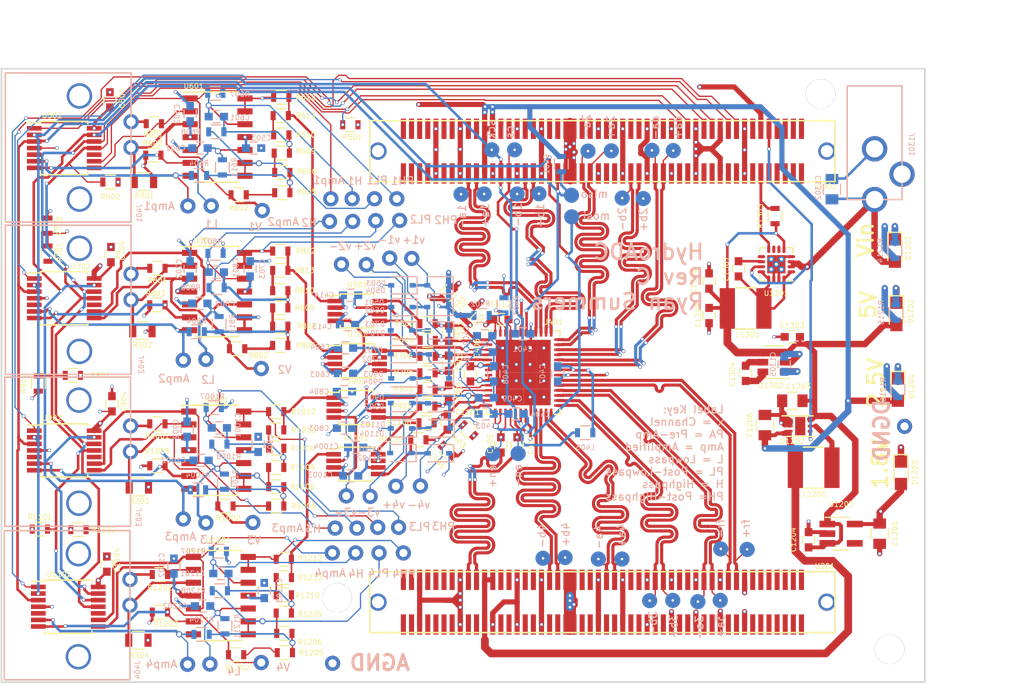
<source format=kicad_pcb>
(kicad_pcb (version 4) (host pcbnew 4.0.7-e2-6376~58~ubuntu16.04.1)
  (layers (0 F.Cu signal) (1 In1.Cu power) (2 In2.Cu power) (31 B.Cu signal) (34 B.Paste user) (35 F.Paste user) (36 B.SilkS user) (37 F.SilkS user) (38 B.Mask user) (39 F.Mask user) (44 Edge.Cuts user))
  (net 0 "")
  (net 1 GNDREF)
  (net 2 "Net-(C401-Pad1)")
  (net 3 /ADC/Vcm12)
  (net 4 /ADC/Vcm34)
  (net 5 +1V8)
  (net 6 "Net-(C406-Pad2)")
  (net 7 "Net-(C406-Pad1)")
  (net 8 GND)
  (net 9 "Net-(C601-Pad1)")
  (net 10 "Net-(C602-Pad2)")
  (net 11 "Net-(C801-Pad1)")
  (net 12 "Net-(C802-Pad2)")
  (net 13 "Net-(C1001-Pad1)")
  (net 14 "Net-(C1002-Pad2)")
  (net 15 "Net-(C1201-Pad1)")
  (net 16 "Net-(C1202-Pad2)")
  (net 17 /Power/Vin)
  (net 18 "Net-(C1304-Pad2)")
  (net 19 "Net-(C1304-Pad1)")
  (net 20 -5V)
  (net 21 "Net-(C1307-Pad2)")
  (net 22 "Net-(C1307-Pad1)")
  (net 23 +5V)
  (net 24 /ADC/Filter1/Vin)
  (net 25 /ADC/Filter2/Vin)
  (net 26 /ADC/Filter3/Vin)
  (net 27 /ADC/Filter4/Vin)
  (net 28 "Net-(J605-Pad1)")
  (net 29 "Net-(J607-Pad1)")
  (net 30 "Net-(J805-Pad1)")
  (net 31 "Net-(J807-Pad1)")
  (net 32 "Net-(J1005-Pad1)")
  (net 33 "Net-(J1007-Pad1)")
  (net 34 "Net-(J1205-Pad1)")
  (net 35 "Net-(J1207-Pad1)")
  (net 36 "Net-(R402-Pad1)")
  (net 37 "/ADC/Diff Conv1/Vin")
  (net 38 "Net-(R602-Pad2)")
  (net 39 "Net-(R604-Pad1)")
  (net 40 "Net-(R606-Pad2)")
  (net 41 "Net-(R610-Pad2)")
  (net 42 "/ADC/Diff Conv2/Vin")
  (net 43 "Net-(R802-Pad2)")
  (net 44 "Net-(R804-Pad1)")
  (net 45 "Net-(R806-Pad2)")
  (net 46 "Net-(R810-Pad2)")
  (net 47 "/ADC/Diff Conv3/Vin")
  (net 48 "Net-(R1002-Pad2)")
  (net 49 "Net-(R1004-Pad1)")
  (net 50 "Net-(R1006-Pad2)")
  (net 51 "Net-(R1010-Pad2)")
  (net 52 "/ADC/Diff Conv4/Vin")
  (net 53 "Net-(R1202-Pad2)")
  (net 54 "Net-(R1204-Pad1)")
  (net 55 "Net-(R1206-Pad2)")
  (net 56 "Net-(R1210-Pad2)")
  (net 57 /vccio_en)
  (net 58 /v_good)
  (net 59 /data_clk-)
  (net 60 /data_clk+)
  (net 61 /fr_clk-)
  (net 62 /fr_clk+)
  (net 63 /out3a-)
  (net 64 /out3a+)
  (net 65 /out3b-)
  (net 66 /out4b+)
  (net 67 /out4a+)
  (net 68 /out4b-)
  (net 69 /out3b+)
  (net 70 /out4a-)
  (net 71 /out1a+)
  (net 72 /out1b-)
  (net 73 /out1b+)
  (net 74 /out2b+)
  (net 75 /out2b-)
  (net 76 /out1a-)
  (net 77 /ADC/v1+)
  (net 78 /ADC/v1-)
  (net 79 /ADC/v2+)
  (net 80 /ADC/v2-)
  (net 81 /ADC/v3+)
  (net 82 /ADC/v3-)
  (net 83 /ADC/v4+)
  (net 84 /ADC/v4-)
  (net 85 "/ADC/Diff Conv1/v+")
  (net 86 "/ADC/Diff Conv1/v-")
  (net 87 "/ADC/Diff Conv2/v+")
  (net 88 "/ADC/Diff Conv2/v-")
  (net 89 "/ADC/Diff Conv3/v+")
  (net 90 "/ADC/Diff Conv3/v-")
  (net 91 "/ADC/Diff Conv4/v+")
  (net 92 "/ADC/Diff Conv4/v-")
  (net 93 /MISO)
  (net 94 /SCK)
  (net 95 /MOSI)
  (net 96 /~CS)
  (net 97 "Net-(J1301-Pad3)")
  (net 98 /MicroZed-JX1/LVDS12-)
  (net 99 /MicroZed-JX1/LVDS12+)
  (net 100 "Net-(U201-Pad7)")
  (net 101 "Net-(U201-Pad3)")
  (net 102 "Net-(U201-Pad1)")
  (net 103 "Net-(U201-Pad89)")
  (net 104 "Net-(U201-Pad87)")
  (net 105 "Net-(U201-Pad93)")
  (net 106 "Net-(U201-Pad91)")
  (net 107 /MicroZed-JX1/LVDS20+)
  (net 108 "Net-(U201-Pad83)")
  (net 109 "Net-(U201-Pad81)")
  (net 110 /MicroZed-JX1/LVDS20-)
  (net 111 "Net-(U201-Pad92)")
  (net 112 "Net-(U201-Pad94)")
  (net 113 "Net-(U201-Pad90)")
  (net 114 "Net-(U201-Pad88)")
  (net 115 /MicroZed-JX1/SE1)
  (net 116 "Net-(U201-Pad6)")
  (net 117 "Net-(U201-Pad4)")
  (net 118 "Net-(U201-Pad2)")
  (net 119 "Net-(U201-Pad8)")
  (net 120 "Net-(U301-Pad13)")
  (net 121 "Net-(U301-Pad5)")
  (net 122 "Net-(U301-Pad7)")
  (net 123 "Net-(U301-Pad3)")
  (net 124 "Net-(U301-Pad1)")
  (net 125 "Net-(U301-Pad9)")
  (net 126 "Net-(U301-Pad93)")
  (net 127 "Net-(U301-Pad97)")
  (net 128 "Net-(U301-Pad99)")
  (net 129 "Net-(U301-Pad95)")
  (net 130 "Net-(U301-Pad100)")
  (net 131 "Net-(U301-Pad96)")
  (net 132 "Net-(U301-Pad98)")
  (net 133 "Net-(U301-Pad94)")
  (net 134 "Net-(U301-Pad84)")
  (net 135 "Net-(U301-Pad90)")
  (net 136 "Net-(U301-Pad82)")
  (net 137 "Net-(U301-Pad88)")
  (net 138 /MicroZed-JX2/LVDS19-)
  (net 139 /MicroZed-JX2/LVDS19+)
  (net 140 /MicroZed-JX2/LVDS11-)
  (net 141 /MicroZed-JX2/LVDS11+)
  (net 142 "Net-(U301-Pad14)")
  (net 143 "Net-(U301-Pad6)")
  (net 144 "Net-(U301-Pad4)")
  (net 145 "Net-(U301-Pad2)")
  (net 146 "Net-(U301-Pad8)")
  (net 147 "Net-(C601-Pad2)")
  (net 148 "Net-(C801-Pad2)")
  (net 149 "Net-(C1001-Pad2)")
  (net 150 "Net-(C1201-Pad2)")
  (net 151 /MicroZed-JX1/LVDS2+)
  (net 152 /ADC/1v8_analog)
  (net 153 /ADC/enc+)
  (net 154 /ADC/enc-)
  (net 155 /MicroZed-JX2/LVDS17+)
  (net 156 /MicroZed-JX2/LVDS17-)
  (net 157 /MicroZed-JX1/LVDS8-)
  (net 158 /MicroZed-JX1/LVDS8+)
  (net 159 /MicroZed-JX1/LVDS4+)
  (net 160 /MicroZed-JX1/LVDS4-)
  (net 161 /MicroZed-JX1/LVDS2-)
  (net 162 /MicroZed-JX1/SE0)
  (net 163 /enc+)
  (net 164 /enc-)
  (net 165 "Net-(D1201-Pad1)")
  (net 166 "Net-(D1202-Pad1)")
  (net 167 +2V5)
  (net 168 "Net-(D1204-Pad1)")
  (net 169 "Net-(L1201-Pad1)")
  (net 170 /MicroZed-JX1/LVDS10-)
  (net 171 /MicroZed-JX1/LVDS10+)
  (net 172 /MicroZed-JX1/LVDS6-)
  (net 173 /MicroZed-JX1/LVDS0-)
  (net 174 /MicroZed-JX1/LVDS0+)
  (net 175 /MicroZed-JX1/LVDS6+)
  (net 176 "Net-(U201-Pad5)")
  (net 177 "Net-(U201-Pad97)")
  (net 178 "Net-(U201-Pad99)")
  (net 179 /MicroZed-JX1/LVDS18-)
  (net 180 /MicroZed-JX1/LVDS18+)
  (net 181 /MicroZed-JX1/LVDS16+)
  (net 182 /MicroZed-JX1/LVDS14+)
  (net 183 /MicroZed-JX1/LVDS16-)
  (net 184 /MicroZed-JX1/LVDS14-)
  (net 185 "Net-(U201-Pad100)")
  (net 186 "Net-(U201-Pad98)")
  (net 187 /MicroZed-JX1/LVDS19+)
  (net 188 /MicroZed-JX1/LVDS21-)
  (net 189 /MicroZed-JX1/LVDS19-)
  (net 190 /MicroZed-JX1/LVDS21+)
  (net 191 /MicroZed-JX1/LVDS15+)
  (net 192 /MicroZed-JX1/LVDS15-)
  (net 193 /MicroZed-JX1/LVDS11-)
  (net 194 /MicroZed-JX1/LVDS11+)
  (net 195 /MicroZed-JX1/LVDS7-)
  (net 196 /MicroZed-JX1/LVDS7+)
  (net 197 /MicroZed-JX1/LVDS1-)
  (net 198 /MicroZed-JX1/LVDS1+)
  (net 199 /MicroZed-JX2/LVDS10-)
  (net 200 /MicroZed-JX2/LVDS10+)
  (net 201 /MicroZed-JX2/LVDS4-)
  (net 202 /MicroZed-JX2/LVDS0+)
  (net 203 /MicroZed-JX2/LVDS2+)
  (net 204 /MicroZed-JX2/LVDS0-)
  (net 205 /MicroZed-JX2/LVDS4+)
  (net 206 /MicroZed-JX2/LVDS2-)
  (net 207 /MicroZed-JX2/LVDS22-)
  (net 208 /MicroZed-JX2/LVDS22+)
  (net 209 /MicroZed-JX2/LVDS15+)
  (net 210 /MicroZed-JX2/LVDS15-)
  (net 211 /MicroZed-JX2/LVDS13+)
  (net 212 /MicroZed-JX2/LVDS13-)
  (net 213 /MicroZed-JX2/LVDS9-)
  (net 214 /MicroZed-JX2/LVDS9+)
  (net 215 /MicroZed-JX2/LVDS7-)
  (net 216 /MicroZed-JX2/LVDS7+)
  (net 217 /MicroZed-JX2/LVDS5-)
  (net 218 /MicroZed-JX2/LVDS5+)
  (net 219 /MicroZed-JX2/LVDS3-)
  (net 220 /MicroZed-JX2/LVDS3+)
  (net 221 /MicroZed-JX2/LVDS1-)
  (net 222 /MicroZed-JX2/LVDS1+)
  (net 223 "Net-(U1301-Pad9)")
  (net 224 /out2a+)
  (net 225 /out2a-)
  (net 226 /ADC/Filter1/P0W)
  (net 227 /ADC/Filter1/P1W)
  (net 228 /ADC/Filter2/P0W)
  (net 229 /ADC/Filter2/P1W)
  (net 230 /ADC/Filter3/P0W)
  (net 231 /ADC/Filter3/P1W)
  (net 232 /ADC/Filter4/P0W)
  (net 233 /ADC/Filter4/P1W)
  (net 234 /ADC/Filter1/P0A)
  (net 235 /ADC/Filter1/P1A)
  (net 236 /ADC/Filter2/P0A)
  (net 237 /ADC/Filter2/P1A)
  (net 238 /ADC/Filter3/P0A)
  (net 239 /ADC/Filter3/P1A)
  (net 240 /ADC/Filter4/P0A)
  (net 241 /ADC/Filter4/P1A)
  (net 242 "Net-(U502-Pad5)")
  (net 243 "Net-(U502-Pad10)")
  (net 244 "Net-(U702-Pad5)")
  (net 245 "Net-(U702-Pad10)")
  (net 246 "Net-(U902-Pad5)")
  (net 247 "Net-(U902-Pad10)")
  (net 248 "Net-(U1102-Pad5)")
  (net 249 "Net-(U1102-Pad10)")
  (module Capacitors_SMD:C_0603 (layer B.Cu) (at 144.55 68.8)
    (fp_text reference C401 (at 0 1.5) (layer B.SilkS) (effects (font (size 0.508 0.508) (thickness 0.0762)) (justify mirror)))
    (fp_text value 1u)
    (pad 2 smd rect (at 0.75 0) (size 0.8 0.75) (layers B.Cu B.Paste B.Mask) (net 1 GNDREF))
    (pad 1 smd rect (at -0.75 0) (size 0.8 0.75) (layers B.Cu B.Paste B.Mask) (net 2 "Net-(C401-Pad1)"))
  )
  (module Capacitors_SMD:C_0603 (layer B.Cu) (at 140.8 69)
    (fp_text reference C402 (at -1.825 -0.025 90) (layer B.SilkS) (effects (font (size 0.508 0.508) (thickness 0.0762)) (justify mirror)))
    (fp_text value 100n)
    (pad 2 smd rect (at 0.75 0) (size 0.8 0.75) (layers B.Cu B.Paste B.Mask) (net 1 GNDREF))
    (pad 1 smd rect (at -0.75 0) (size 0.8 0.75) (layers B.Cu B.Paste B.Mask) (net 3 /ADC/Vcm12))
  )
  (module Capacitors_SMD:C_0603 (layer B.Cu) (at 140.95 76.7)
    (fp_text reference C403 (at -0.025 1.175) (layer B.SilkS) (effects (font (size 0.508 0.508) (thickness 0.0762)) (justify mirror)))
    (fp_text value 100n)
    (pad 2 smd rect (at 0.75 0) (size 0.8 0.75) (layers B.Cu B.Paste B.Mask) (net 1 GNDREF))
    (pad 1 smd rect (at -0.75 0) (size 0.8 0.75) (layers B.Cu B.Paste B.Mask) (net 4 /ADC/Vcm34))
  )
  (module Capacitors_SMD:C_0603 (layer B.Cu) (at 143.9 76.7 180)
    (fp_text reference C404 (at -2.4 -0.05 180) (layer B.SilkS) (effects (font (size 0.508 0.508) (thickness 0.0762)) (justify mirror)))
    (fp_text value 100n)
    (pad 2 smd rect (at 0.75 0 180) (size 0.8 0.75) (layers B.Cu B.Paste B.Mask) (net 1 GNDREF))
    (pad 1 smd rect (at -0.75 0 180) (size 0.8 0.75) (layers B.Cu B.Paste B.Mask) (net 152 /ADC/1v8_analog))
  )
  (module Capacitors_SMD:C_0603 (layer F.Cu) (at 142.4 79.75 90)
    (fp_text reference C405 (at 0.1 -1.05 90) (layer F.SilkS) (effects (font (size 0.508 0.508) (thickness 0.0762))))
    (fp_text value 100n)
    (pad 2 smd rect (at 0.75 0 90) (size 0.8 0.75) (layers F.Cu F.Paste F.Mask) (net 153 /ADC/enc+))
    (pad 1 smd rect (at -0.75 0 90) (size 0.8 0.75) (layers F.Cu F.Paste F.Mask) (net 163 /enc+))
  )
  (module Capacitors_SMD:C_0603 (layer F.Cu) (at 139.4 72.75 270)
    (fp_text reference C406 (at -2.52 -0.64 270) (layer F.SilkS) (effects (font (size 0.508 0.508) (thickness 0.0762))))
    (fp_text value 100n)
    (pad 2 smd rect (at 0.75 0 270) (size 0.8 0.75) (layers F.Cu F.Paste F.Mask) (net 6 "Net-(C406-Pad2)"))
    (pad 1 smd rect (at -0.75 0 270) (size 0.8 0.75) (layers F.Cu F.Paste F.Mask) (net 7 "Net-(C406-Pad1)"))
  )
  (module Capacitors_SMD:C_0603 (layer B.Cu) (at 148 72.75 270)
    (fp_text reference C407 (at 0 1.5 270) (layer B.SilkS) (effects (font (size 0.508 0.508) (thickness 0.0762)) (justify mirror)))
    (fp_text value 100n)
    (pad 2 smd rect (at 0.75 0 270) (size 0.8 0.75) (layers B.Cu B.Paste B.Mask) (net 8 GND))
    (pad 1 smd rect (at -0.75 0 270) (size 0.8 0.75) (layers B.Cu B.Paste B.Mask) (net 5 +1V8))
  )
  (module Capacitors_SMD:C_0603 (layer B.Cu) (at 141.7 72.75 270)
    (fp_text reference C408 (at 0.05 -1.175 270) (layer B.SilkS) (effects (font (size 0.508 0.508) (thickness 0.0762)) (justify mirror)))
    (fp_text value 2.2u)
    (pad 2 smd rect (at 0.75 0 270) (size 0.8 0.75) (layers B.Cu B.Paste B.Mask) (net 6 "Net-(C406-Pad2)"))
    (pad 1 smd rect (at -0.75 0 270) (size 0.8 0.75) (layers B.Cu B.Paste B.Mask) (net 7 "Net-(C406-Pad1)"))
  )
  (module Capacitors_SMD:C_0603 (layer B.Cu) (at 140.95 75.1)
    (fp_text reference C409 (at 2.575 0.1) (layer B.SilkS) (effects (font (size 0.508 0.508) (thickness 0.0762)) (justify mirror)))
    (fp_text value 100n)
    (pad 2 smd rect (at 0.75 0) (size 0.8 0.75) (layers B.Cu B.Paste B.Mask) (net 6 "Net-(C406-Pad2)"))
    (pad 1 smd rect (at -0.75 0) (size 0.8 0.75) (layers B.Cu B.Paste B.Mask) (net 1 GNDREF))
  )
  (module Capacitors_SMD:C_0603 (layer B.Cu) (at 140.85 70.6 180)
    (fp_text reference C410 (at 1.825 -0.5 270) (layer B.SilkS) (effects (font (size 0.508 0.508) (thickness 0.0762)) (justify mirror)))
    (fp_text value 100n)
    (pad 2 smd rect (at 0.75 0 180) (size 0.8 0.75) (layers B.Cu B.Paste B.Mask) (net 1 GNDREF))
    (pad 1 smd rect (at -0.75 0 180) (size 0.8 0.75) (layers B.Cu B.Paste B.Mask) (net 7 "Net-(C406-Pad1)"))
  )
  (module Capacitors_SMD:C_0603 (layer F.Cu) (at 144 79.75 90)
    (fp_text reference C411 (at 0 1.325 90) (layer F.SilkS) (effects (font (size 0.508 0.508) (thickness 0.0762))))
    (fp_text value 100n)
    (pad 2 smd rect (at 0.75 0 90) (size 0.8 0.75) (layers F.Cu F.Paste F.Mask) (net 154 /ADC/enc-))
    (pad 1 smd rect (at -0.75 0 90) (size 0.8 0.75) (layers F.Cu F.Paste F.Mask) (net 164 /enc-))
  )
  (module Capacitors_SMD:C_0603 (layer F.Cu) (at 142.4 67.4)
    (fp_text reference C412 (at 0 -1.5) (layer F.SilkS) (effects (font (size 0.508 0.508) (thickness 0.0762))))
    (fp_text value 1u)
    (pad 2 smd rect (at 0.75 0) (size 0.8 0.75) (layers F.Cu F.Paste F.Mask) (net 1 GNDREF))
    (pad 1 smd rect (at -0.75 0) (size 0.8 0.75) (layers F.Cu F.Paste F.Mask) (net 152 /ADC/1v8_analog))
  )
  (module Capacitors_SMD:C_0603 (layer F.Cu) (at 137.275 68.75 90)
    (fp_text reference C501 (at 0.21 1.105 90) (layer F.SilkS) (effects (font (size 0.508 0.508) (thickness 0.0762))))
    (fp_text value 10n)
    (pad 2 smd rect (at 0.75 0 90) (size 0.8 0.75) (layers F.Cu F.Paste F.Mask) (net 77 /ADC/v1+))
    (pad 1 smd rect (at -0.75 0 90) (size 0.8 0.75) (layers F.Cu F.Paste F.Mask) (net 78 /ADC/v1-))
  )
  (module Capacitors_SMD:C_0603 (layer B.Cu) (at 114.375 47.4)
    (fp_text reference C601 (at 2.325 0.1) (layer B.SilkS) (effects (font (size 0.508 0.508) (thickness 0.0762)) (justify mirror)))
    (fp_text value 1n)
    (pad 2 smd rect (at 0.75 0) (size 0.8 0.75) (layers B.Cu B.Paste B.Mask) (net 147 "Net-(C601-Pad2)"))
    (pad 1 smd rect (at -0.75 0) (size 0.8 0.75) (layers B.Cu B.Paste B.Mask) (net 9 "Net-(C601-Pad1)"))
  )
  (module Capacitors_SMD:C_0603 (layer B.Cu) (at 112.775 50.5)
    (fp_text reference C602 (at -2.4 0) (layer B.SilkS) (effects (font (size 0.508 0.508) (thickness 0.0762)) (justify mirror)))
    (fp_text value 1n)
    (pad 2 smd rect (at 0.75 0) (size 0.8 0.75) (layers B.Cu B.Paste B.Mask) (net 10 "Net-(C602-Pad2)"))
    (pad 1 smd rect (at -0.75 0) (size 0.8 0.75) (layers B.Cu B.Paste B.Mask) (net 1 GNDREF))
  )
  (module Capacitors_SMD:C_0603 (layer F.Cu) (at 137.25 71.7 90)
    (fp_text reference C701 (at 0.13 1.09 90) (layer F.SilkS) (effects (font (size 0.508 0.508) (thickness 0.0762))))
    (fp_text value 10n)
    (pad 2 smd rect (at 0.75 0 90) (size 0.8 0.75) (layers F.Cu F.Paste F.Mask) (net 79 /ADC/v2+))
    (pad 1 smd rect (at -0.75 0 90) (size 0.8 0.75) (layers F.Cu F.Paste F.Mask) (net 80 /ADC/v2-))
  )
  (module Capacitors_SMD:C_0603 (layer B.Cu) (at 114.375 62.725)
    (fp_text reference C801 (at 1.925 -0.425 90) (layer B.SilkS) (effects (font (size 0.508 0.508) (thickness 0.0762)) (justify mirror)))
    (fp_text value 1n)
    (pad 2 smd rect (at 0.75 0) (size 0.8 0.75) (layers B.Cu B.Paste B.Mask) (net 148 "Net-(C801-Pad2)"))
    (pad 1 smd rect (at -0.75 0) (size 0.8 0.75) (layers B.Cu B.Paste B.Mask) (net 11 "Net-(C801-Pad1)"))
  )
  (module Capacitors_SMD:C_0603 (layer B.Cu) (at 112.75 65.8)
    (fp_text reference C802 (at 2.5 0.05) (layer B.SilkS) (effects (font (size 0.508 0.508) (thickness 0.0762)) (justify mirror)))
    (fp_text value 1n)
    (pad 2 smd rect (at 0.75 0) (size 0.8 0.75) (layers B.Cu B.Paste B.Mask) (net 12 "Net-(C802-Pad2)"))
    (pad 1 smd rect (at -0.75 0) (size 0.8 0.75) (layers B.Cu B.Paste B.Mask) (net 1 GNDREF))
  )
  (module Capacitors_SMD:C_0603 (layer F.Cu) (at 137.25 74.625 90)
    (fp_text reference C901 (at 0.205 1.04 270) (layer F.SilkS) (effects (font (size 0.508 0.508) (thickness 0.0762))))
    (fp_text value 10n)
    (pad 2 smd rect (at 0.75 0 90) (size 0.8 0.75) (layers F.Cu F.Paste F.Mask) (net 81 /ADC/v3+))
    (pad 1 smd rect (at -0.75 0 90) (size 0.8 0.75) (layers F.Cu F.Paste F.Mask) (net 82 /ADC/v3-))
  )
  (module Capacitors_SMD:C_0603 (layer B.Cu) (at 114.675 78.075)
    (fp_text reference C1001 (at 1.825 -0.275 90) (layer B.SilkS) (effects (font (size 0.508 0.508) (thickness 0.0762)) (justify mirror)))
    (fp_text value 1n)
    (pad 2 smd rect (at 0.75 0) (size 0.8 0.75) (layers B.Cu B.Paste B.Mask) (net 149 "Net-(C1001-Pad2)"))
    (pad 1 smd rect (at -0.75 0) (size 0.8 0.75) (layers B.Cu B.Paste B.Mask) (net 13 "Net-(C1001-Pad1)"))
  )
  (module Capacitors_SMD:C_0603 (layer B.Cu) (at 112.875 81.275)
    (fp_text reference C1002 (at -2.7 0) (layer B.SilkS) (effects (font (size 0.508 0.508) (thickness 0.0762)) (justify mirror)))
    (fp_text value 1n)
    (pad 2 smd rect (at 0.75 0) (size 0.8 0.75) (layers B.Cu B.Paste B.Mask) (net 14 "Net-(C1002-Pad2)"))
    (pad 1 smd rect (at -0.75 0) (size 0.8 0.75) (layers B.Cu B.Paste B.Mask) (net 1 GNDREF))
  )
  (module Capacitors_SMD:C_0603 (layer F.Cu) (at 137.125 77.5 90)
    (fp_text reference C1101 (at 0.975 2 360) (layer F.SilkS) (effects (font (size 0.508 0.508) (thickness 0.0762))))
    (fp_text value 10n)
    (pad 2 smd rect (at 0.75 0 90) (size 0.8 0.75) (layers F.Cu F.Paste F.Mask) (net 83 /ADC/v4+))
    (pad 1 smd rect (at -0.75 0 90) (size 0.8 0.75) (layers F.Cu F.Paste F.Mask) (net 84 /ADC/v4-))
  )
  (module Capacitors_SMD:C_0603 (layer B.Cu) (at 114.825 92.425)
    (fp_text reference C1201 (at -2.8 0) (layer B.SilkS) (effects (font (size 0.508 0.508) (thickness 0.0762)) (justify mirror)))
    (fp_text value 1n)
    (pad 2 smd rect (at 0.75 0) (size 0.8 0.75) (layers B.Cu B.Paste B.Mask) (net 150 "Net-(C1201-Pad2)"))
    (pad 1 smd rect (at -0.75 0) (size 0.8 0.75) (layers B.Cu B.Paste B.Mask) (net 15 "Net-(C1201-Pad1)"))
  )
  (module Capacitors_SMD:C_0603 (layer B.Cu) (at 113.025 95.625)
    (fp_text reference C1202 (at -2.7 0) (layer B.SilkS) (effects (font (size 0.508 0.508) (thickness 0.0762)) (justify mirror)))
    (fp_text value 1n)
    (pad 2 smd rect (at 0.75 0) (size 0.8 0.75) (layers B.Cu B.Paste B.Mask) (net 16 "Net-(C1202-Pad2)"))
    (pad 1 smd rect (at -0.75 0) (size 0.8 0.75) (layers B.Cu B.Paste B.Mask) (net 1 GNDREF))
  )
  (module Capacitors_SMD:C_0805 (layer F.Cu) (at 171.1 75.4 180)
    (fp_text reference C1203 (at -0.6 1.4 180) (layer F.SilkS) (effects (font (size 0.508 0.508) (thickness 0.0762))))
    (fp_text value 10u)
    (pad 1 smd rect (at -1 0 180) (size 1 1.25) (layers F.Cu F.Paste F.Mask) (net 23 +5V))
    (pad 2 smd rect (at 1 0 180) (size 1 1.25) (layers F.Cu F.Paste F.Mask) (net 8 GND))
  )
  (module Capacitors_SMD:C_0603 (layer F.Cu) (at 172.7 89.1 90)
    (fp_text reference C1204 (at 0 -1.5 90) (layer F.SilkS) (effects (font (size 0.508 0.508) (thickness 0.0762))))
    (fp_text value 1u)
    (pad 2 smd rect (at 0.75 0 90) (size 0.8 0.75) (layers F.Cu F.Paste F.Mask) (net 8 GND))
    (pad 1 smd rect (at -0.75 0 90) (size 0.8 0.75) (layers F.Cu F.Paste F.Mask) (net 23 +5V))
  )
  (module Capacitors_SMD:C_0805 (layer F.Cu) (at 179.7 88.5 270)
    (fp_text reference C1205 (at 0 -1.5 270) (layer F.SilkS) (effects (font (size 0.508 0.508) (thickness 0.0762))))
    (fp_text value 10u)
    (pad 1 smd rect (at -1 0 270) (size 1 1.25) (layers F.Cu F.Paste F.Mask) (net 5 +1V8))
    (pad 2 smd rect (at 1 0 270) (size 1 1.25) (layers F.Cu F.Paste F.Mask) (net 8 GND))
  )
  (module Capacitors_SMD:C_0805 (layer F.Cu) (at 168.4 77.8 90)
    (fp_text reference C1206 (at 0 -1.5 90) (layer F.SilkS) (effects (font (size 0.508 0.508) (thickness 0.0762))))
    (fp_text value 10u)
    (pad 1 smd rect (at -1 0 90) (size 1 1.25) (layers F.Cu F.Paste F.Mask) (net 167 +2V5))
    (pad 2 smd rect (at 1 0 90) (size 1 1.25) (layers F.Cu F.Paste F.Mask) (net 8 GND))
  )
  (module Capacitors_SMD:C_0805 (layer B.Cu) (at 175 54.55 90)
    (fp_text reference C1302 (at 0.15 -1.35 90) (layer B.SilkS) (effects (font (size 0.508 0.508) (thickness 0.0762)) (justify mirror)))
    (fp_text value 10u)
    (pad 1 smd rect (at -1 0 90) (size 1 1.25) (layers B.Cu B.Paste B.Mask) (net 17 /Power/Vin))
    (pad 2 smd rect (at 1 0 90) (size 1 1.25) (layers B.Cu B.Paste B.Mask) (net 8 GND))
  )
  (module Capacitors_SMD:C_0603 (layer F.Cu) (at 171.1 69.1 180)
    (fp_text reference C1303 (at 0 1.1 180) (layer F.SilkS) (effects (font (size 0.508 0.508) (thickness 0.0762))))
    (fp_text value 2.2u)
    (pad 2 smd rect (at 0.75 0 180) (size 0.8 0.75) (layers F.Cu F.Paste F.Mask) (net 8 GND))
    (pad 1 smd rect (at -0.75 0 180) (size 0.8 0.75) (layers F.Cu F.Paste F.Mask) (net 23 +5V))
  )
  (module Capacitors_SMD:C_0603 (layer F.Cu) (at 166.5 72.7 270)
    (fp_text reference C1304 (at 0.1 1.3 270) (layer F.SilkS) (effects (font (size 0.508 0.508) (thickness 0.0762))))
    (fp_text value 1u)
    (pad 2 smd rect (at 0.75 0 270) (size 0.8 0.75) (layers F.Cu F.Paste F.Mask) (net 18 "Net-(C1304-Pad2)"))
    (pad 1 smd rect (at -0.75 0 270) (size 0.8 0.75) (layers F.Cu F.Paste F.Mask) (net 19 "Net-(C1304-Pad1)"))
  )
  (module Capacitors_SMD:C_0603 (layer B.Cu) (at 170.3 71.8 90)
    (fp_text reference C1305 (at 0 -1.1 90) (layer B.SilkS) (effects (font (size 0.508 0.508) (thickness 0.0762)) (justify mirror)))
    (fp_text value 2.2u)
    (pad 2 smd rect (at 0.75 0 90) (size 0.8 0.75) (layers B.Cu B.Paste B.Mask) (net 8 GND))
    (pad 1 smd rect (at -0.75 0 90) (size 0.8 0.75) (layers B.Cu B.Paste B.Mask) (net 20 -5V))
  )
  (module Capacitors_SMD:C_0603 (layer F.Cu) (at 165.8 62.4 90)
    (fp_text reference C1307 (at 0 -1.2 90) (layer F.SilkS) (effects (font (size 0.508 0.508) (thickness 0.0762))))
    (fp_text value 22n)
    (pad 2 smd rect (at 0.75 0 90) (size 0.8 0.75) (layers F.Cu F.Paste F.Mask) (net 21 "Net-(C1307-Pad2)"))
    (pad 1 smd rect (at -0.75 0 90) (size 0.8 0.75) (layers F.Cu F.Paste F.Mask) (net 22 "Net-(C1307-Pad1)"))
  )
  (module Capacitors_SMD:C_0603 (layer F.Cu) (at 162.9 63.6 90)
    (fp_text reference C1308 (at 0 -1.5 90) (layer F.SilkS) (effects (font (size 0.508 0.508) (thickness 0.0762))))
    (fp_text value 22u)
    (pad 2 smd rect (at 0.75 0 90) (size 0.8 0.75) (layers F.Cu F.Paste F.Mask) (net 8 GND))
    (pad 1 smd rect (at -0.75 0 90) (size 0.8 0.75) (layers F.Cu F.Paste F.Mask) (net 23 +5V))
  )
  (module Capacitors_SMD:C_0603 (layer F.Cu) (at 162.9 67 270)
    (fp_text reference C1309 (at 0 1.05 270) (layer F.SilkS) (effects (font (size 0.508 0.508) (thickness 0.0762))))
    (fp_text value 22u)
    (pad 2 smd rect (at 0.75 0 270) (size 0.8 0.75) (layers F.Cu F.Paste F.Mask) (net 8 GND))
    (pad 1 smd rect (at -0.75 0 270) (size 0.8 0.75) (layers F.Cu F.Paste F.Mask) (net 23 +5V))
  )
  (module Diodes_SMD:D_SOD-323 (layer B.Cu) (at 136.2 66.166944 180)
    (fp_text reference D501 (at 6.275 0.466944 180) (layer B.SilkS) (effects (font (size 0.508 0.508) (thickness 0.0762)) (justify mirror)))
    (fp_text value D_Schottky)
    (pad 1 smd rect (at -1.05 0 180) (size 0.6 0.45) (layers B.Cu B.Paste B.Mask) (net 5 +1V8))
    (pad 2 smd rect (at 1.05 0 180) (size 0.6 0.45) (layers B.Cu B.Paste B.Mask) (net 78 /ADC/v1-))
  )
  (module Diodes_SMD:D_SOD-323 (layer B.Cu) (at 132.65 66.171944 180)
    (fp_text reference D502 (at 2.675 -0.328056 180) (layer B.SilkS) (effects (font (size 0.508 0.508) (thickness 0.0762)) (justify mirror)))
    (fp_text value D_Schottky)
    (pad 1 smd rect (at -1.05 0 180) (size 0.6 0.45) (layers B.Cu B.Paste B.Mask) (net 78 /ADC/v1-))
    (pad 2 smd rect (at 1.05 0 180) (size 0.6 0.45) (layers B.Cu B.Paste B.Mask) (net 1 GNDREF))
  )
  (module Diodes_SMD:D_SOD-323 (layer B.Cu) (at 136.2 64.025 180)
    (fp_text reference D503 (at 6.1 0.2 180) (layer B.SilkS) (effects (font (size 0.508 0.508) (thickness 0.0762)) (justify mirror)))
    (fp_text value D_Schottky)
    (pad 1 smd rect (at -1.05 0 180) (size 0.6 0.45) (layers B.Cu B.Paste B.Mask) (net 5 +1V8))
    (pad 2 smd rect (at 1.05 0 180) (size 0.6 0.45) (layers B.Cu B.Paste B.Mask) (net 77 /ADC/v1+))
  )
  (module Diodes_SMD:D_SOD-323 (layer B.Cu) (at 132.65 64.025 180)
    (fp_text reference D504 (at 2.6 -0.525 180) (layer B.SilkS) (effects (font (size 0.508 0.508) (thickness 0.0762)) (justify mirror)))
    (fp_text value D_Schottky)
    (pad 1 smd rect (at -1.05 0 180) (size 0.6 0.45) (layers B.Cu B.Paste B.Mask) (net 77 /ADC/v1+))
    (pad 2 smd rect (at 1.05 0 180) (size 0.6 0.45) (layers B.Cu B.Paste B.Mask) (net 1 GNDREF))
  )
  (module Diodes_SMD:D_SOD-323 (layer B.Cu) (at 136.365838 70.829404 180)
    (fp_text reference D701 (at 6.565838 0.429404 180) (layer B.SilkS) (effects (font (size 0.508 0.508) (thickness 0.0762)) (justify mirror)))
    (fp_text value D_Schottky)
    (pad 1 smd rect (at -1.05 0 180) (size 0.6 0.45) (layers B.Cu B.Paste B.Mask) (net 5 +1V8))
    (pad 2 smd rect (at 1.05 0 180) (size 0.6 0.45) (layers B.Cu B.Paste B.Mask) (net 80 /ADC/v2-))
  )
  (module Diodes_SMD:D_SOD-323 (layer B.Cu) (at 132.593458 70.804404 180)
    (fp_text reference D702 (at 2.893458 -0.495596 180) (layer B.SilkS) (effects (font (size 0.508 0.508) (thickness 0.0762)) (justify mirror)))
    (fp_text value D_Schottky)
    (pad 1 smd rect (at -1.05 0 180) (size 0.6 0.45) (layers B.Cu B.Paste B.Mask) (net 80 /ADC/v2-))
    (pad 2 smd rect (at 1.05 0 180) (size 0.6 0.45) (layers B.Cu B.Paste B.Mask) (net 1 GNDREF))
  )
  (module Diodes_SMD:D_SOD-323 (layer B.Cu) (at 136.252624 68.46507 180)
    (fp_text reference D703 (at 6.252624 0.61507 180) (layer B.SilkS) (effects (font (size 0.508 0.508) (thickness 0.0762)) (justify mirror)))
    (fp_text value D_Schottky)
    (pad 1 smd rect (at -1.05 0 180) (size 0.6 0.45) (layers B.Cu B.Paste B.Mask) (net 5 +1V8))
    (pad 2 smd rect (at 1.05 0 180) (size 0.6 0.45) (layers B.Cu B.Paste B.Mask) (net 79 /ADC/v2+))
  )
  (module Diodes_SMD:D_SOD-323 (layer B.Cu) (at 132.602624 68.46507 180)
    (fp_text reference D704 (at 2.577624 -0.25993 180) (layer B.SilkS) (effects (font (size 0.508 0.508) (thickness 0.0762)) (justify mirror)))
    (fp_text value D_Schottky)
    (pad 1 smd rect (at -1.05 0 180) (size 0.6 0.45) (layers B.Cu B.Paste B.Mask) (net 79 /ADC/v2+))
    (pad 2 smd rect (at 1.05 0 180) (size 0.6 0.45) (layers B.Cu B.Paste B.Mask) (net 1 GNDREF))
  )
  (module Diodes_SMD:D_SOD-323 (layer B.Cu) (at 136.275 75.65 180)
    (fp_text reference D901 (at 6.325 0.575 180) (layer B.SilkS) (effects (font (size 0.508 0.508) (thickness 0.0762)) (justify mirror)))
    (fp_text value D_Schottky)
    (pad 1 smd rect (at -1.05 0 180) (size 0.6 0.45) (layers B.Cu B.Paste B.Mask) (net 5 +1V8))
    (pad 2 smd rect (at 1.05 0 180) (size 0.6 0.45) (layers B.Cu B.Paste B.Mask) (net 82 /ADC/v3-))
  )
  (module Diodes_SMD:D_SOD-323 (layer B.Cu) (at 132.625 75.625 180)
    (fp_text reference D902 (at 2.7 -0.35 180) (layer B.SilkS) (effects (font (size 0.508 0.508) (thickness 0.0762)) (justify mirror)))
    (fp_text value D_Schottky)
    (pad 1 smd rect (at -1.05 0 180) (size 0.6 0.45) (layers B.Cu B.Paste B.Mask) (net 82 /ADC/v3-))
    (pad 2 smd rect (at 1.05 0 180) (size 0.6 0.45) (layers B.Cu B.Paste B.Mask) (net 1 GNDREF))
  )
  (module Diodes_SMD:D_SOD-323 (layer B.Cu) (at 136.25 73.2 180)
    (fp_text reference D903 (at 6.4 0.425 180) (layer B.SilkS) (effects (font (size 0.508 0.508) (thickness 0.0762)) (justify mirror)))
    (fp_text value D_Schottky)
    (pad 1 smd rect (at -1.05 0 180) (size 0.6 0.45) (layers B.Cu B.Paste B.Mask) (net 5 +1V8))
    (pad 2 smd rect (at 1.05 0 180) (size 0.6 0.45) (layers B.Cu B.Paste B.Mask) (net 81 /ADC/v3+))
  )
  (module Diodes_SMD:D_SOD-323 (layer B.Cu) (at 132.65 73.2 180)
    (fp_text reference D904 (at 2.825 -0.325 180) (layer B.SilkS) (effects (font (size 0.508 0.508) (thickness 0.0762)) (justify mirror)))
    (fp_text value D_Schottky)
    (pad 1 smd rect (at -1.05 0 180) (size 0.6 0.45) (layers B.Cu B.Paste B.Mask) (net 81 /ADC/v3+))
    (pad 2 smd rect (at 1.05 0 180) (size 0.6 0.45) (layers B.Cu B.Paste B.Mask) (net 1 GNDREF))
  )
  (module Diodes_SMD:D_SOD-323 (layer B.Cu) (at 136.25 80.575 180)
    (fp_text reference D1101 (at 6.75 0.4 180) (layer B.SilkS) (effects (font (size 0.508 0.508) (thickness 0.0762)) (justify mirror)))
    (fp_text value D_Schottky)
    (pad 1 smd rect (at -1.05 0 180) (size 0.6 0.45) (layers B.Cu B.Paste B.Mask) (net 5 +1V8))
    (pad 2 smd rect (at 1.05 0 180) (size 0.6 0.45) (layers B.Cu B.Paste B.Mask) (net 84 /ADC/v4-))
  )
  (module Diodes_SMD:D_SOD-323 (layer B.Cu) (at 132.55 80.55 180)
    (fp_text reference D1102 (at 3.05 -0.5 180) (layer B.SilkS) (effects (font (size 0.508 0.508) (thickness 0.0762)) (justify mirror)))
    (fp_text value D_Schottky)
    (pad 1 smd rect (at -1.05 0 180) (size 0.6 0.45) (layers B.Cu B.Paste B.Mask) (net 84 /ADC/v4-))
    (pad 2 smd rect (at 1.05 0 180) (size 0.6 0.45) (layers B.Cu B.Paste B.Mask) (net 1 GNDREF))
  )
  (module Diodes_SMD:D_SOD-323 (layer B.Cu) (at 136.325 78.125 180)
    (fp_text reference D1103 (at 6.525 0.375 180) (layer B.SilkS) (effects (font (size 0.508 0.508) (thickness 0.0762)) (justify mirror)))
    (fp_text value D_Schottky)
    (pad 1 smd rect (at -1.05 0 180) (size 0.6 0.45) (layers B.Cu B.Paste B.Mask) (net 5 +1V8))
    (pad 2 smd rect (at 1.05 0 180) (size 0.6 0.45) (layers B.Cu B.Paste B.Mask) (net 83 /ADC/v4+))
  )
  (module Diodes_SMD:D_SOD-323 (layer B.Cu) (at 132.6 78.125 180)
    (fp_text reference D1104 (at 2.9 -0.525 180) (layer B.SilkS) (effects (font (size 0.508 0.508) (thickness 0.0762)) (justify mirror)))
    (fp_text value D_Schottky)
    (pad 1 smd rect (at -1.05 0 180) (size 0.6 0.45) (layers B.Cu B.Paste B.Mask) (net 83 /ADC/v4+))
    (pad 2 smd rect (at 1.05 0 180) (size 0.6 0.45) (layers B.Cu B.Paste B.Mask) (net 1 GNDREF))
  )
  (module LEDs:LED_0805 (layer F.Cu) (at 181.2 60.6 270)
    (fp_text reference D1201 (at -0.27 -1.31 270) (layer F.SilkS) (effects (font (size 0.508 0.508) (thickness 0.0762))))
    (fp_text value YLW)
    (pad 2 smd rect (at 1.1 0 90) (size 1.2 1.2) (layers F.Cu F.Paste F.Mask) (net 17 /Power/Vin))
    (pad 1 smd rect (at -1.1 0 90) (size 1.2 1.2) (layers F.Cu F.Paste F.Mask) (net 165 "Net-(D1201-Pad1)"))
  )
  (module LEDs:LED_0805 (layer F.Cu) (at 181.35 66.85 270)
    (fp_text reference D1202 (at -0.27 -1.38 270) (layer F.SilkS) (effects (font (size 0.508 0.508) (thickness 0.0762))))
    (fp_text value RED)
    (pad 2 smd rect (at 1.1 0 90) (size 1.2 1.2) (layers F.Cu F.Paste F.Mask) (net 23 +5V))
    (pad 1 smd rect (at -1.1 0 90) (size 1.2 1.2) (layers F.Cu F.Paste F.Mask) (net 166 "Net-(D1202-Pad1)"))
  )
  (module LEDs:LED_0805 (layer F.Cu) (at 181.8 82.5 270)
    (fp_text reference D1203 (at -0.03 -1.38 270) (layer F.SilkS) (effects (font (size 0.508 0.508) (thickness 0.0762))))
    (fp_text value GRN)
    (pad 2 smd rect (at 1.1 0 90) (size 1.2 1.2) (layers F.Cu F.Paste F.Mask) (net 5 +1V8))
    (pad 1 smd rect (at -1.1 0 90) (size 1.2 1.2) (layers F.Cu F.Paste F.Mask) (net 8 GND))
  )
  (module LEDs:LED_0805 (layer F.Cu) (at 181.5 74.3 270)
    (fp_text reference D1204 (at -0.29 -1.36 270) (layer F.SilkS) (effects (font (size 0.508 0.508) (thickness 0.0762))))
    (fp_text value GRN)
    (pad 2 smd rect (at 1.1 0 90) (size 1.2 1.2) (layers F.Cu F.Paste F.Mask) (net 167 +2V5))
    (pad 1 smd rect (at -1.1 0 90) (size 1.2 1.2) (layers F.Cu F.Paste F.Mask) (net 168 "Net-(D1204-Pad1)"))
  )
  (module robosub_footprints:BNC-Coax-TE (layer B.Cu) (at 105.98 50.445 270)
    (fp_text reference J401 (at 6.48 -0.82 270) (layer B.SilkS) (effects (font (size 0.508 0.508) (thickness 0.0762)) (justify mirror)))
    (fp_text value CONN_COAXIAL)
    (pad ~ thru_hole circle (at -5.08 5.08 270) (size 2.5 2.5) (drill 2) (layers *.Cu *.Mask))
    (pad ~ thru_hole circle (at 5.08 5.08 270) (size 2.5 2.5) (drill 2) (layers *.Cu *.Mask))
    (pad 1 thru_hole circle (at 0 0 270) (size 1.5 1.5) (drill 0.9) (layers *.Cu *.Mask) (net 24 /ADC/Filter1/Vin))
    (pad 2 thru_hole circle (at -2.54 0 270) (size 1.5 1.5) (drill 0.9) (layers *.Cu *.Mask) (net 1 GNDREF))
  )
  (module robosub_footprints:BNC-Coax-TE (layer B.Cu) (at 105.98 65.455 270)
    (fp_text reference J402 (at 6.38 -1.02 270) (layer B.SilkS) (effects (font (size 0.508 0.508) (thickness 0.0762)) (justify mirror)))
    (fp_text value CONN_COAXIAL)
    (pad ~ thru_hole circle (at -5.08 5.08 270) (size 2.5 2.5) (drill 2) (layers *.Cu *.Mask))
    (pad ~ thru_hole circle (at 5.08 5.08 270) (size 2.5 2.5) (drill 2) (layers *.Cu *.Mask))
    (pad 1 thru_hole circle (at 0 0 270) (size 1.5 1.5) (drill 0.9) (layers *.Cu *.Mask) (net 25 /ADC/Filter2/Vin))
    (pad 2 thru_hole circle (at -2.54 0 270) (size 1.5 1.5) (drill 0.9) (layers *.Cu *.Mask) (net 1 GNDREF))
  )
  (module robosub_footprints:BNC-Coax-TE (layer B.Cu) (at 105.93 80.42 270)
    (fp_text reference J403 (at 6.48 -0.82 270) (layer B.SilkS) (effects (font (size 0.508 0.508) (thickness 0.0762)) (justify mirror)))
    (fp_text value CONN_COAXIAL)
    (pad ~ thru_hole circle (at -5.08 5.08 270) (size 2.5 2.5) (drill 2) (layers *.Cu *.Mask))
    (pad ~ thru_hole circle (at 5.08 5.08 270) (size 2.5 2.5) (drill 2) (layers *.Cu *.Mask))
    (pad 1 thru_hole circle (at 0 0 270) (size 1.5 1.5) (drill 0.9) (layers *.Cu *.Mask) (net 26 /ADC/Filter3/Vin))
    (pad 2 thru_hole circle (at -2.54 0 270) (size 1.5 1.5) (drill 0.9) (layers *.Cu *.Mask) (net 1 GNDREF))
  )
  (module robosub_footprints:BNC-Coax-TE (layer B.Cu) (at 105.875 95.55 270)
    (fp_text reference J404 (at 6.38 -0.72 270) (layer B.SilkS) (effects (font (size 0.508 0.508) (thickness 0.0762)) (justify mirror)))
    (fp_text value CONN_COAXIAL)
    (pad ~ thru_hole circle (at -5.08 5.08 270) (size 2.5 2.5) (drill 2) (layers *.Cu *.Mask))
    (pad ~ thru_hole circle (at 5.08 5.08 270) (size 2.5 2.5) (drill 2) (layers *.Cu *.Mask))
    (pad 1 thru_hole circle (at 0 0 270) (size 1.5 1.5) (drill 0.9) (layers *.Cu *.Mask) (net 27 /ADC/Filter4/Vin))
    (pad 2 thru_hole circle (at -2.54 0 270) (size 1.5 1.5) (drill 0.9) (layers *.Cu *.Mask) (net 1 GNDREF))
  )
  (module Measurement_Points:Measurement_Point_Round-TH_Small (layer F.Cu) (at 131.45 61.35)
    (fp_text reference J501 hide)
    (fp_text value TEST_1P)
    (pad 1 thru_hole circle (at 0 0) (size 1.5 1.5) (drill 0.8) (layers *.Cu *.Mask) (net 78 /ADC/v1-))
  )
  (module Measurement_Points:Measurement_Point_Round-TH_Small (layer F.Cu) (at 133.625 61.375)
    (fp_text reference J502 hide)
    (fp_text value TEST_1P)
    (pad 1 thru_hole circle (at 0 0) (size 1.5 1.5) (drill 0.8) (layers *.Cu *.Mask) (net 77 /ADC/v1+))
  )
  (module Measurement_Points:Measurement_Point_Round-TH_Small (layer F.Cu) (at 118.9 56.65)
    (fp_text reference J601 hide)
    (fp_text value TEST_1P)
    (pad 1 thru_hole circle (at 0 0) (size 1.5 1.5) (drill 0.8) (layers *.Cu *.Mask) (net 24 /ADC/Filter1/Vin))
  )
  (module Measurement_Points:Measurement_Point_Round-TH_Small (layer F.Cu) (at 125.65 55.5)
    (fp_text reference J602 hide)
    (fp_text value TEST_1P)
    (pad 1 thru_hole circle (at 0 0) (size 1.5 1.5) (drill 0.8) (layers *.Cu *.Mask) (net 226 /ADC/Filter1/P0W))
  )
  (module Measurement_Points:Measurement_Point_Round-TH_Small (layer F.Cu) (at 111.575 56.2)
    (fp_text reference J603 hide)
    (fp_text value TEST_1P)
    (pad 1 thru_hole circle (at 0 0) (size 1.5 1.5) (drill 0.8) (layers *.Cu *.Mask) (net 227 /ADC/Filter1/P1W))
  )
  (module Measurement_Points:Measurement_Point_Round-TH_Small (layer F.Cu) (at 113.875 56.2)
    (fp_text reference J604 hide)
    (fp_text value TEST_1P)
    (pad 1 thru_hole circle (at 0 0) (size 1.5 1.5) (drill 0.8) (layers *.Cu *.Mask) (net 10 "Net-(C602-Pad2)"))
  )
  (module Measurement_Points:Measurement_Point_Round-TH_Small (layer F.Cu) (at 129.95 55.5)
    (fp_text reference J605 hide)
    (fp_text value TEST_1P)
    (pad 1 thru_hole circle (at 0 0) (size 1.5 1.5) (drill 0.8) (layers *.Cu *.Mask) (net 28 "Net-(J605-Pad1)"))
  )
  (module Measurement_Points:Measurement_Point_Round-TH_Small (layer F.Cu) (at 127.75 55.5)
    (fp_text reference J606 hide)
    (fp_text value TEST_1P)
    (pad 1 thru_hole circle (at 0 0) (size 1.5 1.5) (drill 0.8) (layers *.Cu *.Mask) (net 9 "Net-(C601-Pad1)"))
  )
  (module Measurement_Points:Measurement_Point_Round-TH_Small (layer F.Cu) (at 132.15 55.5)
    (fp_text reference J607 hide)
    (fp_text value TEST_1P)
    (pad 1 thru_hole circle (at 0 0) (size 1.5 1.5) (drill 0.8) (layers *.Cu *.Mask) (net 29 "Net-(J607-Pad1)"))
  )
  (module Measurement_Points:Measurement_Point_Round-TH_Small (layer F.Cu) (at 126.7 61.95)
    (fp_text reference J701 hide)
    (fp_text value TEST_1P)
    (pad 1 thru_hole circle (at 0 0) (size 1.5 1.5) (drill 0.8) (layers *.Cu *.Mask) (net 80 /ADC/v2-))
  )
  (module Measurement_Points:Measurement_Point_Round-TH_Small (layer F.Cu) (at 129.15 61.982619)
    (fp_text reference J702 hide)
    (fp_text value TEST_1P)
    (pad 1 thru_hole circle (at 0 0) (size 1.5 1.5) (drill 0.8) (layers *.Cu *.Mask) (net 79 /ADC/v2+))
  )
  (module Measurement_Points:Measurement_Point_Round-TH_Small (layer F.Cu) (at 118.8 72.225)
    (fp_text reference J801 hide)
    (fp_text value TEST_1P)
    (pad 1 thru_hole circle (at 0 0) (size 1.5 1.5) (drill 0.8) (layers *.Cu *.Mask) (net 25 /ADC/Filter2/Vin))
  )
  (module Measurement_Points:Measurement_Point_Round-TH_Small (layer F.Cu) (at 125.525 57.725)
    (fp_text reference J802 hide)
    (fp_text value TEST_1P)
    (pad 1 thru_hole circle (at 0 0) (size 1.5 1.5) (drill 0.8) (layers *.Cu *.Mask) (net 228 /ADC/Filter2/P0W))
  )
  (module Measurement_Points:Measurement_Point_Round-TH_Small (layer F.Cu) (at 111.125 71.4)
    (fp_text reference J803 hide)
    (fp_text value TEST_1P)
    (pad 1 thru_hole circle (at 0 0) (size 1.5 1.5) (drill 0.8) (layers *.Cu *.Mask) (net 229 /ADC/Filter2/P1W))
  )
  (module Measurement_Points:Measurement_Point_Round-TH_Small (layer F.Cu) (at 113.35 71.325)
    (fp_text reference J804 hide)
    (fp_text value TEST_1P)
    (pad 1 thru_hole circle (at 0 0) (size 1.5 1.5) (drill 0.8) (layers *.Cu *.Mask) (net 12 "Net-(C802-Pad2)"))
  )
  (module Measurement_Points:Measurement_Point_Round-TH_Small (layer F.Cu) (at 130.075 57.65)
    (fp_text reference J805 hide)
    (fp_text value TEST_1P)
    (pad 1 thru_hole circle (at 0 0) (size 1.5 1.5) (drill 0.8) (layers *.Cu *.Mask) (net 30 "Net-(J805-Pad1)"))
  )
  (module Measurement_Points:Measurement_Point_Round-TH_Small (layer F.Cu) (at 127.8 57.725)
    (fp_text reference J806 hide)
    (fp_text value TEST_1P)
    (pad 1 thru_hole circle (at 0 0) (size 1.5 1.5) (drill 0.8) (layers *.Cu *.Mask) (net 11 "Net-(C801-Pad1)"))
  )
  (module Measurement_Points:Measurement_Point_Round-TH_Small (layer F.Cu) (at 132.425 57.625)
    (fp_text reference J807 hide)
    (fp_text value TEST_1P)
    (pad 1 thru_hole circle (at 0 0) (size 1.5 1.5) (drill 0.8) (layers *.Cu *.Mask) (net 31 "Net-(J807-Pad1)"))
  )
  (module Measurement_Points:Measurement_Point_Round-TH_Small (layer F.Cu) (at 129.525 84.825 180)
    (fp_text reference J901 hide)
    (fp_text value TEST_1P)
    (pad 1 thru_hole circle (at 0 0 180) (size 1.5 1.5) (drill 0.8) (layers *.Cu *.Mask) (net 82 /ADC/v3-))
  )
  (module Measurement_Points:Measurement_Point_Round-TH_Small (layer F.Cu) (at 127.175 84.775 180)
    (fp_text reference J902 hide)
    (fp_text value TEST_1P)
    (pad 1 thru_hole circle (at 0 0 180) (size 1.5 1.5) (drill 0.8) (layers *.Cu *.Mask) (net 81 /ADC/v3+))
  )
  (module Measurement_Points:Measurement_Point_Round-TH_Small (layer F.Cu) (at 117.975 87.4)
    (fp_text reference J1001 hide)
    (fp_text value TEST_1P)
    (pad 1 thru_hole circle (at 0 0) (size 1.5 1.5) (drill 0.8) (layers *.Cu *.Mask) (net 26 /ADC/Filter3/Vin))
  )
  (module Measurement_Points:Measurement_Point_Round-TH_Small (layer F.Cu) (at 126.075 87.95)
    (fp_text reference J1002 hide)
    (fp_text value TEST_1P)
    (pad 1 thru_hole circle (at 0 0) (size 1.5 1.5) (drill 0.8) (layers *.Cu *.Mask) (net 230 /ADC/Filter3/P0W))
  )
  (module Measurement_Points:Measurement_Point_Round-TH_Small (layer F.Cu) (at 111.125 87.05)
    (fp_text reference J1003 hide)
    (fp_text value TEST_1P)
    (pad 1 thru_hole circle (at 0 0) (size 1.5 1.5) (drill 0.8) (layers *.Cu *.Mask) (net 231 /ADC/Filter3/P1W))
  )
  (module Measurement_Points:Measurement_Point_Round-TH_Small (layer F.Cu) (at 113.35 87.425)
    (fp_text reference J1004 hide)
    (fp_text value TEST_1P)
    (pad 1 thru_hole circle (at 0 0) (size 1.5 1.5) (drill 0.8) (layers *.Cu *.Mask) (net 14 "Net-(C1002-Pad2)"))
  )
  (module Measurement_Points:Measurement_Point_Round-TH_Small (layer F.Cu) (at 130.275 87.875)
    (fp_text reference J1005 hide)
    (fp_text value TEST_1P)
    (pad 1 thru_hole circle (at 0 0) (size 1.5 1.5) (drill 0.8) (layers *.Cu *.Mask) (net 32 "Net-(J1005-Pad1)"))
  )
  (module Measurement_Points:Measurement_Point_Round-TH_Small (layer F.Cu) (at 128.225 87.95)
    (fp_text reference J1006 hide)
    (fp_text value TEST_1P)
    (pad 1 thru_hole circle (at 0 0) (size 1.5 1.5) (drill 0.8) (layers *.Cu *.Mask) (net 13 "Net-(C1001-Pad1)"))
  )
  (module Measurement_Points:Measurement_Point_Round-TH_Small (layer F.Cu) (at 132.325 87.875)
    (fp_text reference J1007 hide)
    (fp_text value TEST_1P)
    (pad 1 thru_hole circle (at 0 0) (size 1.5 1.5) (drill 0.8) (layers *.Cu *.Mask) (net 33 "Net-(J1007-Pad1)"))
  )
  (module Measurement_Points:Measurement_Point_Round-TH_Small (layer F.Cu) (at 134.475 83.8)
    (fp_text reference J1101 hide)
    (fp_text value TEST_1P)
    (pad 1 thru_hole circle (at 0 0) (size 1.5 1.5) (drill 0.8) (layers *.Cu *.Mask) (net 84 /ADC/v4-))
  )
  (module Measurement_Points:Measurement_Point_Round-TH_Small (layer F.Cu) (at 132.057619 83.82)
    (fp_text reference J1102 hide)
    (fp_text value TEST_1P)
    (pad 1 thru_hole circle (at 0 0) (size 1.5 1.5) (drill 0.8) (layers *.Cu *.Mask) (net 83 /ADC/v4+))
  )
  (module Measurement_Points:Measurement_Point_Round-TH_Small (layer F.Cu) (at 118.8 101.2)
    (fp_text reference J1201 hide)
    (fp_text value TEST_1P)
    (pad 1 thru_hole circle (at 0 0) (size 1.5 1.5) (drill 0.8) (layers *.Cu *.Mask) (net 27 /ADC/Filter4/Vin))
  )
  (module Measurement_Points:Measurement_Point_Round-TH_Small (layer F.Cu) (at 125.8 90.4)
    (fp_text reference J1202 hide)
    (fp_text value TEST_1P)
    (pad 1 thru_hole circle (at 0 0) (size 1.5 1.5) (drill 0.8) (layers *.Cu *.Mask) (net 232 /ADC/Filter4/P0W))
  )
  (module Measurement_Points:Measurement_Point_Round-TH_Small (layer F.Cu) (at 111.55 101.375)
    (fp_text reference J1203 hide)
    (fp_text value TEST_1P)
    (pad 1 thru_hole circle (at 0 0) (size 1.5 1.5) (drill 0.8) (layers *.Cu *.Mask) (net 233 /ADC/Filter4/P1W))
  )
  (module Measurement_Points:Measurement_Point_Round-TH_Small (layer F.Cu) (at 113.75 101.35)
    (fp_text reference J1204 hide)
    (fp_text value TEST_1P)
    (pad 1 thru_hole circle (at 0 0) (size 1.5 1.5) (drill 0.8) (layers *.Cu *.Mask) (net 16 "Net-(C1202-Pad2)"))
  )
  (module Measurement_Points:Measurement_Point_Round-TH_Small (layer F.Cu) (at 130.4 90.4)
    (fp_text reference J1205 hide)
    (fp_text value TEST_1P)
    (pad 1 thru_hole circle (at 0 0) (size 1.5 1.5) (drill 0.8) (layers *.Cu *.Mask) (net 34 "Net-(J1205-Pad1)"))
  )
  (module Measurement_Points:Measurement_Point_Round-TH_Small (layer F.Cu) (at 128.1 90.4)
    (fp_text reference J1206 hide)
    (fp_text value TEST_1P)
    (pad 1 thru_hole circle (at 0 0) (size 1.5 1.5) (drill 0.8) (layers *.Cu *.Mask) (net 15 "Net-(C1201-Pad1)"))
  )
  (module Measurement_Points:Measurement_Point_Round-TH_Small (layer F.Cu) (at 132.8 90.4)
    (fp_text reference J1207 hide)
    (fp_text value TEST_1P)
    (pad 1 thru_hole circle (at 0 0) (size 1.5 1.5) (drill 0.8) (layers *.Cu *.Mask) (net 35 "Net-(J1207-Pad1)"))
  )
  (module robosub_footprints:BarrelJack-CUI (layer B.Cu) (at 179.2 53.075 270)
    (fp_text reference J1301 (at -2.925 -3.675 270) (layer B.SilkS) (effects (font (size 0.508 0.508) (thickness 0.0762)) (justify mirror)))
    (fp_text value BARREL_JACK)
    (pad 3 thru_hole circle (at 0 -2.7 270) (size 2.5 2.5) (drill 1.7) (layers *.Cu *.Mask) (net 97 "Net-(J1301-Pad3)"))
    (pad 1 thru_hole circle (at 2.5 0 270) (size 2.5 2.5) (drill 1.7) (layers *.Cu *.Mask) (net 17 /Power/Vin))
    (pad 2 thru_hole circle (at -2.5 0 270) (size 2.5 2.5) (drill 1.7) (layers *.Cu *.Mask) (net 8 GND))
  )
  (module Resistors_SMD:R_0603 (layer F.Cu) (at 137.2 64.8 225)
    (fp_text reference L401 (at 0 -1.45 225) (layer F.SilkS) (effects (font (size 0.508 0.508) (thickness 0.0762))))
    (fp_text value Ferrite_Bead)
    (pad 1 smd rect (at -0.75 0 225) (size 0.5 0.9) (layers F.Cu F.Paste F.Mask) (net 8 GND))
    (pad 2 smd rect (at 0.75 0 225) (size 0.5 0.9) (layers F.Cu F.Paste F.Mask) (net 1 GNDREF))
  )
  (module Resistors_SMD:R_0603 (layer F.Cu) (at 139.1 66.6 225)
    (fp_text reference L402 (at 0 -1.45 225) (layer F.SilkS) (effects (font (size 0.508 0.508) (thickness 0.0762))))
    (fp_text value Ferrite_Bead)
    (pad 1 smd rect (at -0.75 0 225) (size 0.5 0.9) (layers F.Cu F.Paste F.Mask) (net 8 GND))
    (pad 2 smd rect (at 0.75 0 225) (size 0.5 0.9) (layers F.Cu F.Paste F.Mask) (net 1 GNDREF))
  )
  (module Resistors_SMD:R_0603 (layer F.Cu) (at 139.2 78.3 135)
    (fp_text reference L403 (at 0 -1.45 135) (layer F.SilkS) (effects (font (size 0.508 0.508) (thickness 0.0762))))
    (fp_text value Ferrite_Bead)
    (pad 1 smd rect (at -0.75 0 135) (size 0.5 0.9) (layers F.Cu F.Paste F.Mask) (net 8 GND))
    (pad 2 smd rect (at 0.75 0 135) (size 0.5 0.9) (layers F.Cu F.Paste F.Mask) (net 1 GNDREF))
  )
  (module Resistors_SMD:R_0603 (layer F.Cu) (at 137.162858 80.325 135)
    (fp_text reference L404 (at 0 -1.45 135) (layer F.SilkS) (effects (font (size 0.508 0.508) (thickness 0.0762))))
    (fp_text value Ferrite_Bead)
    (pad 1 smd rect (at -0.75 0 135) (size 0.5 0.9) (layers F.Cu F.Paste F.Mask) (net 8 GND))
    (pad 2 smd rect (at 0.75 0 135) (size 0.5 0.9) (layers F.Cu F.Paste F.Mask) (net 1 GNDREF))
  )
  (module Resistors_SMD:R_0603 (layer B.Cu) (at 150.7 78.55)
    (fp_text reference L405 (at 0 1.45) (layer B.SilkS) (effects (font (size 0.508 0.508) (thickness 0.0762)) (justify mirror)))
    (fp_text value Ferrite_Bead)
    (pad 1 smd rect (at -0.75 0) (size 0.5 0.9) (layers B.Cu B.Paste B.Mask) (net 152 /ADC/1v8_analog))
    (pad 2 smd rect (at 0.75 0) (size 0.5 0.9) (layers B.Cu B.Paste B.Mask) (net 5 +1V8))
  )
  (module robosub_footprints:Inductor-3.6mm-Pitch-4.0mm-Length-1.5mm-Width (layer F.Cu) (at 173.2 82)
    (fp_text reference L1201 (at 0.1 2.6) (layer F.SilkS) (effects (font (size 0.508 0.508) (thickness 0.0762))))
    (fp_text value 4.7u)
    (pad 1 smd rect (at 1.8 0) (size 1.5 4) (layers F.Cu F.Paste F.Mask) (net 169 "Net-(L1201-Pad1)"))
    (pad 2 smd rect (at -1.8 0) (size 1.5 4) (layers F.Cu F.Paste F.Mask) (net 167 +2V5))
  )
  (module robosub_footprints:Inductor-3.6mm-Pitch-4.0mm-Length-1.5mm-Width (layer F.Cu) (at 166.5 66.3)
    (fp_text reference L1301 (at 0.2 2.6) (layer F.SilkS) (effects (font (size 0.508 0.508) (thickness 0.0762))))
    (fp_text value 4.7u)
    (pad 1 smd rect (at 1.8 0) (size 1.5 4) (layers F.Cu F.Paste F.Mask) (net 22 "Net-(C1307-Pad1)"))
    (pad 2 smd rect (at -1.8 0) (size 1.5 4) (layers F.Cu F.Paste F.Mask) (net 23 +5V))
  )
  (module Resistors_SMD:R_0603 (layer B.Cu) (at 148.35 52.075 270)
    (fp_text reference R401 (at 0 1.45 270) (layer B.SilkS) (effects (font (size 0.508 0.508) (thickness 0.0762)) (justify mirror)))
    (fp_text value 2k)
    (pad 1 smd rect (at -0.75 0 270) (size 0.5 0.9) (layers B.Cu B.Paste B.Mask) (net 167 +2V5))
    (pad 2 smd rect (at 0.75 0 270) (size 0.5 0.9) (layers B.Cu B.Paste B.Mask) (net 93 /MISO))
  )
  (module Resistors_SMD:R_0603 (layer B.Cu) (at 140.5 67 180)
    (fp_text reference R402 (at 0.125 1.15 180) (layer B.SilkS) (effects (font (size 0.508 0.508) (thickness 0.0762)) (justify mirror)))
    (fp_text value 0)
    (pad 1 smd rect (at -0.75 0 180) (size 0.5 0.9) (layers B.Cu B.Paste B.Mask) (net 36 "Net-(R402-Pad1)"))
    (pad 2 smd rect (at 0.75 0 180) (size 0.5 0.9) (layers B.Cu B.Paste B.Mask) (net 5 +1V8))
  )
  (module Resistors_SMD:R_0603 (layer B.Cu) (at 142.7 66 270)
    (fp_text reference R403 (at 0.025 -1.225 270) (layer B.SilkS) (effects (font (size 0.508 0.508) (thickness 0.0762)) (justify mirror)))
    (fp_text value 0)
    (pad 1 smd rect (at -0.75 0 270) (size 0.5 0.9) (layers B.Cu B.Paste B.Mask) (net 8 GND))
    (pad 2 smd rect (at 0.75 0 270) (size 0.5 0.9) (layers B.Cu B.Paste B.Mask) (net 36 "Net-(R402-Pad1)"))
  )
  (module Resistors_SMD:R_0603 (layer F.Cu) (at 135.2 69.45)
    (fp_text reference R505 (at -2.35 -0.05) (layer F.SilkS) (effects (font (size 0.508 0.508) (thickness 0.0762))))
    (fp_text value 100)
    (pad 1 smd rect (at -0.75 0) (size 0.5 0.9) (layers F.Cu F.Paste F.Mask) (net 86 "/ADC/Diff Conv1/v-"))
    (pad 2 smd rect (at 0.75 0) (size 0.5 0.9) (layers F.Cu F.Paste F.Mask) (net 78 /ADC/v1-))
  )
  (module Resistors_SMD:R_0603 (layer F.Cu) (at 135.175 67.8)
    (fp_text reference R506 (at -2.275 -0.025) (layer F.SilkS) (effects (font (size 0.508 0.508) (thickness 0.0762))))
    (fp_text value 100)
    (pad 1 smd rect (at -0.75 0) (size 0.5 0.9) (layers F.Cu F.Paste F.Mask) (net 85 "/ADC/Diff Conv1/v+"))
    (pad 2 smd rect (at 0.75 0) (size 0.5 0.9) (layers F.Cu F.Paste F.Mask) (net 77 /ADC/v1+))
  )
  (module Resistors_SMD:R_0603 (layer F.Cu) (at 108.225 48.1)
    (fp_text reference R601 (at -0.05 1.1) (layer F.SilkS) (effects (font (size 0.508 0.508) (thickness 0.0762))))
    (fp_text value 10k)
    (pad 1 smd rect (at -0.75 0) (size 0.5 0.9) (layers F.Cu F.Paste F.Mask) (net 1 GNDREF))
    (pad 2 smd rect (at 0.75 0) (size 0.5 0.9) (layers F.Cu F.Paste F.Mask) (net 234 /ADC/Filter1/P0A))
  )
  (module Resistors_SMD:R_0603 (layer F.Cu) (at 116.575 55.1)
    (fp_text reference R602 (at 0 1.3) (layer F.SilkS) (effects (font (size 0.508 0.508) (thickness 0.0762))))
    (fp_text value 0)
    (pad 1 smd rect (at -0.75 0) (size 0.5 0.9) (layers F.Cu F.Paste F.Mask) (net 24 /ADC/Filter1/Vin))
    (pad 2 smd rect (at 0.75 0) (size 0.5 0.9) (layers F.Cu F.Paste F.Mask) (net 38 "Net-(R602-Pad2)"))
  )
  (module Resistors_SMD:R_0603 (layer F.Cu) (at 108.175 51.2)
    (fp_text reference R603 (at -0.05 -1.175) (layer F.SilkS) (effects (font (size 0.508 0.508) (thickness 0.0762))))
    (fp_text value 10k)
    (pad 1 smd rect (at -0.75 0) (size 0.5 0.9) (layers F.Cu F.Paste F.Mask) (net 1 GNDREF))
    (pad 2 smd rect (at 0.75 0) (size 0.5 0.9) (layers F.Cu F.Paste F.Mask) (net 235 /ADC/Filter1/P1A))
  )
  (module Resistors_SMD:R_0603 (layer B.Cu) (at 112.675 53.2 180)
    (fp_text reference R604 (at 0 1.2 180) (layer B.SilkS) (effects (font (size 0.508 0.508) (thickness 0.0762)) (justify mirror)))
    (fp_text value 0)
    (pad 1 smd rect (at -0.75 0 180) (size 0.5 0.9) (layers B.Cu B.Paste B.Mask) (net 39 "Net-(R604-Pad1)"))
    (pad 2 smd rect (at 0.75 0 180) (size 0.5 0.9) (layers B.Cu B.Paste B.Mask) (net 227 /ADC/Filter1/P1W))
  )
  (module Resistors_SMD:R_0603 (layer F.Cu) (at 120.875 54.9 180)
    (fp_text reference R605 (at -2.4 0.1 180) (layer F.SilkS) (effects (font (size 0.508 0.508) (thickness 0.0762))))
    (fp_text value 0)
    (pad 1 smd rect (at -0.75 0 180) (size 0.5 0.9) (layers F.Cu F.Paste F.Mask) (net 39 "Net-(R604-Pad1)"))
    (pad 2 smd rect (at 0.75 0 180) (size 0.5 0.9) (layers F.Cu F.Paste F.Mask) (net 38 "Net-(R602-Pad2)"))
  )
  (module Resistors_SMD:R_0603 (layer F.Cu) (at 120.875 52.9 180)
    (fp_text reference R606 (at -2.4 0.1 180) (layer F.SilkS) (effects (font (size 0.508 0.508) (thickness 0.0762))))
    (fp_text value 0)
    (pad 1 smd rect (at -0.75 0 180) (size 0.5 0.9) (layers F.Cu F.Paste F.Mask) (net 39 "Net-(R604-Pad1)"))
    (pad 2 smd rect (at 0.75 0 180) (size 0.5 0.9) (layers F.Cu F.Paste F.Mask) (net 40 "Net-(R606-Pad2)"))
  )
  (module Resistors_SMD:R_0603 (layer B.Cu) (at 114.275 45.1)
    (fp_text reference R607 (at 2.425 0.1) (layer B.SilkS) (effects (font (size 0.508 0.508) (thickness 0.0762)) (justify mirror)))
    (fp_text value 10k)
    (pad 1 smd rect (at -0.75 0) (size 0.5 0.9) (layers B.Cu B.Paste B.Mask) (net 9 "Net-(C601-Pad1)"))
    (pad 2 smd rect (at 0.75 0) (size 0.5 0.9) (layers B.Cu B.Paste B.Mask) (net 1 GNDREF))
  )
  (module Resistors_SMD:R_0603 (layer B.Cu) (at 114.375 48.9 180)
    (fp_text reference R608 (at 2.5 0 180) (layer B.SilkS) (effects (font (size 0.508 0.508) (thickness 0.0762)) (justify mirror)))
    (fp_text value 0)
    (pad 1 smd rect (at -0.75 0 180) (size 0.5 0.9) (layers B.Cu B.Paste B.Mask) (net 147 "Net-(C601-Pad2)"))
    (pad 2 smd rect (at 0.75 0 180) (size 0.5 0.9) (layers B.Cu B.Paste B.Mask) (net 28 "Net-(J605-Pad1)"))
  )
  (module Resistors_SMD:R_0603 (layer F.Cu) (at 120.825 51 180)
    (fp_text reference R609 (at -2.35 0.2 180) (layer F.SilkS) (effects (font (size 0.508 0.508) (thickness 0.0762))))
    (fp_text value 0)
    (pad 1 smd rect (at -0.75 0 180) (size 0.5 0.9) (layers F.Cu F.Paste F.Mask) (net 147 "Net-(C601-Pad2)"))
    (pad 2 smd rect (at 0.75 0 180) (size 0.5 0.9) (layers F.Cu F.Paste F.Mask) (net 40 "Net-(R606-Pad2)"))
  )
  (module Resistors_SMD:R_0603 (layer F.Cu) (at 120.775 49.2 180)
    (fp_text reference R610 (at -2.4 0 180) (layer F.SilkS) (effects (font (size 0.508 0.508) (thickness 0.0762))))
    (fp_text value 0)
    (pad 1 smd rect (at -0.75 0 180) (size 0.5 0.9) (layers F.Cu F.Paste F.Mask) (net 147 "Net-(C601-Pad2)"))
    (pad 2 smd rect (at 0.75 0 180) (size 0.5 0.9) (layers F.Cu F.Paste F.Mask) (net 41 "Net-(R610-Pad2)"))
  )
  (module Resistors_SMD:R_0603 (layer B.Cu) (at 114.975 52.4 270)
    (fp_text reference R611 (at 0 -1.2 270) (layer B.SilkS) (effects (font (size 0.508 0.508) (thickness 0.0762)) (justify mirror)))
    (fp_text value 3.16k)
    (pad 1 smd rect (at -0.75 0 270) (size 0.5 0.9) (layers B.Cu B.Paste B.Mask) (net 10 "Net-(C602-Pad2)"))
    (pad 2 smd rect (at 0.75 0 270) (size 0.5 0.9) (layers B.Cu B.Paste B.Mask) (net 39 "Net-(R604-Pad1)"))
  )
  (module Resistors_SMD:R_0603 (layer F.Cu) (at 120.775 45.5 180)
    (fp_text reference R612 (at -2.4 0 180) (layer F.SilkS) (effects (font (size 0.508 0.508) (thickness 0.0762))))
    (fp_text value 0)
    (pad 1 smd rect (at -0.75 0 180) (size 0.5 0.9) (layers F.Cu F.Paste F.Mask) (net 37 "/ADC/Diff Conv1/Vin"))
    (pad 2 smd rect (at 0.75 0 180) (size 0.5 0.9) (layers F.Cu F.Paste F.Mask) (net 29 "Net-(J607-Pad1)"))
  )
  (module Resistors_SMD:R_0603 (layer F.Cu) (at 120.725 47.3 180)
    (fp_text reference R613 (at -2.45 0 180) (layer F.SilkS) (effects (font (size 0.508 0.508) (thickness 0.0762))))
    (fp_text value 0)
    (pad 1 smd rect (at -0.75 0 180) (size 0.5 0.9) (layers F.Cu F.Paste F.Mask) (net 37 "/ADC/Diff Conv1/Vin"))
    (pad 2 smd rect (at 0.75 0 180) (size 0.5 0.9) (layers F.Cu F.Paste F.Mask) (net 41 "Net-(R610-Pad2)"))
  )
  (module Resistors_SMD:R_0603 (layer F.Cu) (at 135.175 72.65)
    (fp_text reference R705 (at -2.35 -0.075) (layer F.SilkS) (effects (font (size 0.508 0.508) (thickness 0.0762))))
    (fp_text value 100)
    (pad 1 smd rect (at -0.75 0) (size 0.5 0.9) (layers F.Cu F.Paste F.Mask) (net 88 "/ADC/Diff Conv2/v-"))
    (pad 2 smd rect (at 0.75 0) (size 0.5 0.9) (layers F.Cu F.Paste F.Mask) (net 80 /ADC/v2-))
  )
  (module Resistors_SMD:R_0603 (layer F.Cu) (at 135.188571 71.025)
    (fp_text reference R706 (at -2.438571 -0.05) (layer F.SilkS) (effects (font (size 0.508 0.508) (thickness 0.0762))))
    (fp_text value 100)
    (pad 1 smd rect (at -0.75 0) (size 0.5 0.9) (layers F.Cu F.Paste F.Mask) (net 87 "/ADC/Diff Conv2/v+"))
    (pad 2 smd rect (at 0.75 0) (size 0.5 0.9) (layers F.Cu F.Paste F.Mask) (net 79 /ADC/v2+))
  )
  (module Resistors_SMD:R_0603 (layer F.Cu) (at 108.575 62.35)
    (fp_text reference R801 (at 0 1.2) (layer F.SilkS) (effects (font (size 0.508 0.508) (thickness 0.0762))))
    (fp_text value 10k)
    (pad 1 smd rect (at -0.75 0) (size 0.5 0.9) (layers F.Cu F.Paste F.Mask) (net 1 GNDREF))
    (pad 2 smd rect (at 0.75 0) (size 0.5 0.9) (layers F.Cu F.Paste F.Mask) (net 236 /ADC/Filter2/P0A))
  )
  (module Resistors_SMD:R_0603 (layer F.Cu) (at 116.425 70.275)
    (fp_text reference R802 (at 2.1 0.675) (layer F.SilkS) (effects (font (size 0.508 0.508) (thickness 0.0762))))
    (fp_text value 0)
    (pad 1 smd rect (at -0.75 0) (size 0.5 0.9) (layers F.Cu F.Paste F.Mask) (net 25 /ADC/Filter2/Vin))
    (pad 2 smd rect (at 0.75 0) (size 0.5 0.9) (layers F.Cu F.Paste F.Mask) (net 43 "Net-(R802-Pad2)"))
  )
  (module Resistors_SMD:R_0603 (layer F.Cu) (at 108.575 65.95)
    (fp_text reference R803 (at -0.175 -1.1) (layer F.SilkS) (effects (font (size 0.508 0.508) (thickness 0.0762))))
    (fp_text value 10k)
    (pad 1 smd rect (at -0.75 0) (size 0.5 0.9) (layers F.Cu F.Paste F.Mask) (net 1 GNDREF))
    (pad 2 smd rect (at 0.75 0) (size 0.5 0.9) (layers F.Cu F.Paste F.Mask) (net 237 /ADC/Filter2/P1A))
  )
  (module Resistors_SMD:R_0603 (layer B.Cu) (at 112.45 68.6 180)
    (fp_text reference R804 (at 0.025 1.05 180) (layer B.SilkS) (effects (font (size 0.508 0.508) (thickness 0.0762)) (justify mirror)))
    (fp_text value 0)
    (pad 1 smd rect (at -0.75 0 180) (size 0.5 0.9) (layers B.Cu B.Paste B.Mask) (net 44 "Net-(R804-Pad1)"))
    (pad 2 smd rect (at 0.75 0 180) (size 0.5 0.9) (layers B.Cu B.Paste B.Mask) (net 229 /ADC/Filter2/P1W))
  )
  (module Resistors_SMD:R_0603 (layer F.Cu) (at 120.675 69.95 180)
    (fp_text reference R805 (at -2.5 0 180) (layer F.SilkS) (effects (font (size 0.508 0.508) (thickness 0.0762))))
    (fp_text value 0)
    (pad 1 smd rect (at -0.75 0 180) (size 0.5 0.9) (layers F.Cu F.Paste F.Mask) (net 44 "Net-(R804-Pad1)"))
    (pad 2 smd rect (at 0.75 0 180) (size 0.5 0.9) (layers F.Cu F.Paste F.Mask) (net 43 "Net-(R802-Pad2)"))
  )
  (module Resistors_SMD:R_0603 (layer F.Cu) (at 120.675 68.05 180)
    (fp_text reference R806 (at -2.6 0 180) (layer F.SilkS) (effects (font (size 0.508 0.508) (thickness 0.0762))))
    (fp_text value 0)
    (pad 1 smd rect (at -0.75 0 180) (size 0.5 0.9) (layers F.Cu F.Paste F.Mask) (net 44 "Net-(R804-Pad1)"))
    (pad 2 smd rect (at 0.75 0 180) (size 0.5 0.9) (layers F.Cu F.Paste F.Mask) (net 45 "Net-(R806-Pad2)"))
  )
  (module Resistors_SMD:R_0603 (layer B.Cu) (at 114.3 60.875)
    (fp_text reference R807 (at -0.3 -1.175) (layer B.SilkS) (effects (font (size 0.508 0.508) (thickness 0.0762)) (justify mirror)))
    (fp_text value 10k)
    (pad 1 smd rect (at -0.75 0) (size 0.5 0.9) (layers B.Cu B.Paste B.Mask) (net 11 "Net-(C801-Pad1)"))
    (pad 2 smd rect (at 0.75 0) (size 0.5 0.9) (layers B.Cu B.Paste B.Mask) (net 1 GNDREF))
  )
  (module Resistors_SMD:R_0603 (layer B.Cu) (at 114.4 64.25 180)
    (fp_text reference R808 (at 2.55 0 180) (layer B.SilkS) (effects (font (size 0.508 0.508) (thickness 0.0762)) (justify mirror)))
    (fp_text value 0)
    (pad 1 smd rect (at -0.75 0 180) (size 0.5 0.9) (layers B.Cu B.Paste B.Mask) (net 148 "Net-(C801-Pad2)"))
    (pad 2 smd rect (at 0.75 0 180) (size 0.5 0.9) (layers B.Cu B.Paste B.Mask) (net 30 "Net-(J805-Pad1)"))
  )
  (module Resistors_SMD:R_0603 (layer F.Cu) (at 120.675 66.25 180)
    (fp_text reference R809 (at -2.4 0 180) (layer F.SilkS) (effects (font (size 0.508 0.508) (thickness 0.0762))))
    (fp_text value 0)
    (pad 1 smd rect (at -0.75 0 180) (size 0.5 0.9) (layers F.Cu F.Paste F.Mask) (net 148 "Net-(C801-Pad2)"))
    (pad 2 smd rect (at 0.75 0 180) (size 0.5 0.9) (layers F.Cu F.Paste F.Mask) (net 45 "Net-(R806-Pad2)"))
  )
  (module Resistors_SMD:R_0603 (layer F.Cu) (at 120.675 64.55 180)
    (fp_text reference R810 (at -2.4 0 180) (layer F.SilkS) (effects (font (size 0.508 0.508) (thickness 0.0762))))
    (fp_text value 0)
    (pad 1 smd rect (at -0.75 0 180) (size 0.5 0.9) (layers F.Cu F.Paste F.Mask) (net 148 "Net-(C801-Pad2)"))
    (pad 2 smd rect (at 0.75 0 180) (size 0.5 0.9) (layers F.Cu F.Paste F.Mask) (net 46 "Net-(R810-Pad2)"))
  )
  (module Resistors_SMD:R_0603 (layer B.Cu) (at 114.65 67.85 270)
    (fp_text reference R811 (at -0.025 -1.3 270) (layer B.SilkS) (effects (font (size 0.508 0.508) (thickness 0.0762)) (justify mirror)))
    (fp_text value 3.16k)
    (pad 1 smd rect (at -0.75 0 270) (size 0.5 0.9) (layers B.Cu B.Paste B.Mask) (net 12 "Net-(C802-Pad2)"))
    (pad 2 smd rect (at 0.75 0 270) (size 0.5 0.9) (layers B.Cu B.Paste B.Mask) (net 44 "Net-(R804-Pad1)"))
  )
  (module Resistors_SMD:R_0603 (layer F.Cu) (at 120.675 60.65 180)
    (fp_text reference R812 (at -2.5 0 180) (layer F.SilkS) (effects (font (size 0.508 0.508) (thickness 0.0762))))
    (fp_text value 0)
    (pad 1 smd rect (at -0.75 0 180) (size 0.5 0.9) (layers F.Cu F.Paste F.Mask) (net 42 "/ADC/Diff Conv2/Vin"))
    (pad 2 smd rect (at 0.75 0 180) (size 0.5 0.9) (layers F.Cu F.Paste F.Mask) (net 31 "Net-(J807-Pad1)"))
  )
  (module Resistors_SMD:R_0603 (layer F.Cu) (at 120.675 62.55 180)
    (fp_text reference R813 (at -2.4 0 180) (layer F.SilkS) (effects (font (size 0.508 0.508) (thickness 0.0762))))
    (fp_text value 0)
    (pad 1 smd rect (at -0.75 0 180) (size 0.5 0.9) (layers F.Cu F.Paste F.Mask) (net 42 "/ADC/Diff Conv2/Vin"))
    (pad 2 smd rect (at 0.75 0 180) (size 0.5 0.9) (layers F.Cu F.Paste F.Mask) (net 46 "Net-(R810-Pad2)"))
  )
  (module Resistors_SMD:R_0603 (layer F.Cu) (at 135.15 75.925)
    (fp_text reference R905 (at -2.473571 -0.015) (layer F.SilkS) (effects (font (size 0.508 0.508) (thickness 0.0762))))
    (fp_text value 100)
    (pad 1 smd rect (at -0.75 0) (size 0.5 0.9) (layers F.Cu F.Paste F.Mask) (net 90 "/ADC/Diff Conv3/v-"))
    (pad 2 smd rect (at 0.75 0) (size 0.5 0.9) (layers F.Cu F.Paste F.Mask) (net 82 /ADC/v3-))
  )
  (module Resistors_SMD:R_0603 (layer F.Cu) (at 135.175 74.275)
    (fp_text reference R906 (at -2.35 -0.075) (layer F.SilkS) (effects (font (size 0.508 0.508) (thickness 0.0762))))
    (fp_text value 100)
    (pad 1 smd rect (at -0.75 0) (size 0.5 0.9) (layers F.Cu F.Paste F.Mask) (net 89 "/ADC/Diff Conv3/v+"))
    (pad 2 smd rect (at 0.75 0) (size 0.5 0.9) (layers F.Cu F.Paste F.Mask) (net 81 /ADC/v3+))
  )
  (module Resistors_SMD:R_0603 (layer F.Cu) (at 108.575 77.675)
    (fp_text reference R1001 (at 0 1.2) (layer F.SilkS) (effects (font (size 0.508 0.508) (thickness 0.0762))))
    (fp_text value 10k)
    (pad 1 smd rect (at -0.75 0) (size 0.5 0.9) (layers F.Cu F.Paste F.Mask) (net 1 GNDREF))
    (pad 2 smd rect (at 0.75 0) (size 0.5 0.9) (layers F.Cu F.Paste F.Mask) (net 238 /ADC/Filter3/P0A))
  )
  (module Resistors_SMD:R_0603 (layer F.Cu) (at 115.275 85.775)
    (fp_text reference R1002 (at 0.275 1.175) (layer F.SilkS) (effects (font (size 0.508 0.508) (thickness 0.0762))))
    (fp_text value 0)
    (pad 1 smd rect (at -0.75 0) (size 0.5 0.9) (layers F.Cu F.Paste F.Mask) (net 26 /ADC/Filter3/Vin))
    (pad 2 smd rect (at 0.75 0) (size 0.5 0.9) (layers F.Cu F.Paste F.Mask) (net 48 "Net-(R1002-Pad2)"))
  )
  (module Resistors_SMD:R_0603 (layer F.Cu) (at 108.58 81.81)
    (fp_text reference R1003 (at 0 -1.45) (layer F.SilkS) (effects (font (size 0.508 0.508) (thickness 0.0762))))
    (fp_text value 10k)
    (pad 1 smd rect (at -0.75 0) (size 0.5 0.9) (layers F.Cu F.Paste F.Mask) (net 1 GNDREF))
    (pad 2 smd rect (at 0.75 0) (size 0.5 0.9) (layers F.Cu F.Paste F.Mask) (net 239 /ADC/Filter3/P1A))
  )
  (module Resistors_SMD:R_0603 (layer B.Cu) (at 112.575 84.175 180)
    (fp_text reference R1004 (at 0 1.45 180) (layer B.SilkS) (effects (font (size 0.508 0.508) (thickness 0.0762)) (justify mirror)))
    (fp_text value 0)
    (pad 1 smd rect (at -0.75 0 180) (size 0.5 0.9) (layers B.Cu B.Paste B.Mask) (net 49 "Net-(R1004-Pad1)"))
    (pad 2 smd rect (at 0.75 0 180) (size 0.5 0.9) (layers B.Cu B.Paste B.Mask) (net 231 /ADC/Filter3/P1W))
  )
  (module Resistors_SMD:R_0603 (layer F.Cu) (at 120.275 85.775 180)
    (fp_text reference R1005 (at -2.7 0 180) (layer F.SilkS) (effects (font (size 0.508 0.508) (thickness 0.0762))))
    (fp_text value 0)
    (pad 1 smd rect (at -0.75 0 180) (size 0.5 0.9) (layers F.Cu F.Paste F.Mask) (net 49 "Net-(R1004-Pad1)"))
    (pad 2 smd rect (at 0.75 0 180) (size 0.5 0.9) (layers F.Cu F.Paste F.Mask) (net 48 "Net-(R1002-Pad2)"))
  )
  (module Resistors_SMD:R_0603 (layer F.Cu) (at 120.275 83.875 180)
    (fp_text reference R1006 (at -2.6 0 180) (layer F.SilkS) (effects (font (size 0.508 0.508) (thickness 0.0762))))
    (fp_text value 0)
    (pad 1 smd rect (at -0.75 0 180) (size 0.5 0.9) (layers F.Cu F.Paste F.Mask) (net 49 "Net-(R1004-Pad1)"))
    (pad 2 smd rect (at 0.75 0 180) (size 0.5 0.9) (layers F.Cu F.Paste F.Mask) (net 50 "Net-(R1006-Pad2)"))
  )
  (module Resistors_SMD:R_0603 (layer B.Cu) (at 114.125 76.075)
    (fp_text reference R1007 (at -0.125 -1.075) (layer B.SilkS) (effects (font (size 0.508 0.508) (thickness 0.0762)) (justify mirror)))
    (fp_text value 10k)
    (pad 1 smd rect (at -0.75 0) (size 0.5 0.9) (layers B.Cu B.Paste B.Mask) (net 13 "Net-(C1001-Pad1)"))
    (pad 2 smd rect (at 0.75 0) (size 0.5 0.9) (layers B.Cu B.Paste B.Mask) (net 1 GNDREF))
  )
  (module Resistors_SMD:R_0603 (layer B.Cu) (at 114.675 79.675 180)
    (fp_text reference R1008 (at -0.925 -1.225 360) (layer B.SilkS) (effects (font (size 0.508 0.508) (thickness 0.0762)) (justify mirror)))
    (fp_text value 0)
    (pad 1 smd rect (at -0.75 0 180) (size 0.5 0.9) (layers B.Cu B.Paste B.Mask) (net 149 "Net-(C1001-Pad2)"))
    (pad 2 smd rect (at 0.75 0 180) (size 0.5 0.9) (layers B.Cu B.Paste B.Mask) (net 32 "Net-(J1005-Pad1)"))
  )
  (module Resistors_SMD:R_0603 (layer F.Cu) (at 120.275 81.975 180)
    (fp_text reference R1009 (at -2.6 0 180) (layer F.SilkS) (effects (font (size 0.508 0.508) (thickness 0.0762))))
    (fp_text value 0)
    (pad 1 smd rect (at -0.75 0 180) (size 0.5 0.9) (layers F.Cu F.Paste F.Mask) (net 149 "Net-(C1001-Pad2)"))
    (pad 2 smd rect (at 0.75 0 180) (size 0.5 0.9) (layers F.Cu F.Paste F.Mask) (net 50 "Net-(R1006-Pad2)"))
  )
  (module Resistors_SMD:R_0603 (layer F.Cu) (at 120.275 80.075 180)
    (fp_text reference R1010 (at -2.6 0 180) (layer F.SilkS) (effects (font (size 0.508 0.508) (thickness 0.0762))))
    (fp_text value 0)
    (pad 1 smd rect (at -0.75 0 180) (size 0.5 0.9) (layers F.Cu F.Paste F.Mask) (net 149 "Net-(C1001-Pad2)"))
    (pad 2 smd rect (at 0.75 0 180) (size 0.5 0.9) (layers F.Cu F.Paste F.Mask) (net 51 "Net-(R1010-Pad2)"))
  )
  (module Resistors_SMD:R_0603 (layer B.Cu) (at 115.175 83.375 270)
    (fp_text reference R1011 (at 0 -1.1 270) (layer B.SilkS) (effects (font (size 0.508 0.508) (thickness 0.0762)) (justify mirror)))
    (fp_text value 3.16k)
    (pad 1 smd rect (at -0.75 0 270) (size 0.5 0.9) (layers B.Cu B.Paste B.Mask) (net 14 "Net-(C1002-Pad2)"))
    (pad 2 smd rect (at 0.75 0 270) (size 0.5 0.9) (layers B.Cu B.Paste B.Mask) (net 49 "Net-(R1004-Pad1)"))
  )
  (module Resistors_SMD:R_0603 (layer F.Cu) (at 120.275 76.475 180)
    (fp_text reference R1012 (at -2.7 0 180) (layer F.SilkS) (effects (font (size 0.508 0.508) (thickness 0.0762))))
    (fp_text value 0)
    (pad 1 smd rect (at -0.75 0 180) (size 0.5 0.9) (layers F.Cu F.Paste F.Mask) (net 47 "/ADC/Diff Conv3/Vin"))
    (pad 2 smd rect (at 0.75 0 180) (size 0.5 0.9) (layers F.Cu F.Paste F.Mask) (net 33 "Net-(J1007-Pad1)"))
  )
  (module Resistors_SMD:R_0603 (layer F.Cu) (at 120.275 78.275 180)
    (fp_text reference R1013 (at -2.7 0 180) (layer F.SilkS) (effects (font (size 0.508 0.508) (thickness 0.0762))))
    (fp_text value 0)
    (pad 1 smd rect (at -0.75 0 180) (size 0.5 0.9) (layers F.Cu F.Paste F.Mask) (net 47 "/ADC/Diff Conv3/Vin"))
    (pad 2 smd rect (at 0.75 0 180) (size 0.5 0.9) (layers F.Cu F.Paste F.Mask) (net 51 "Net-(R1010-Pad2)"))
  )
  (module Resistors_SMD:R_0603 (layer F.Cu) (at 134.275 79.25)
    (fp_text reference R1105 (at -2.679762 -0.045) (layer F.SilkS) (effects (font (size 0.508 0.508) (thickness 0.0762))))
    (fp_text value 100)
    (pad 1 smd rect (at -0.75 0) (size 0.5 0.9) (layers F.Cu F.Paste F.Mask) (net 92 "/ADC/Diff Conv4/v-"))
    (pad 2 smd rect (at 0.75 0) (size 0.5 0.9) (layers F.Cu F.Paste F.Mask) (net 84 /ADC/v4-))
  )
  (module Resistors_SMD:R_0603 (layer F.Cu) (at 135.075 77.575)
    (fp_text reference R1106 (at -2.689762 -0.045) (layer F.SilkS) (effects (font (size 0.508 0.508) (thickness 0.0762))))
    (fp_text value 100)
    (pad 1 smd rect (at -0.75 0) (size 0.5 0.9) (layers F.Cu F.Paste F.Mask) (net 91 "/ADC/Diff Conv4/v+"))
    (pad 2 smd rect (at 0.75 0) (size 0.5 0.9) (layers F.Cu F.Paste F.Mask) (net 83 /ADC/v4+))
  )
  (module Resistors_SMD:R_0603 (layer F.Cu) (at 108.825 92.525)
    (fp_text reference R1201 (at 0 1.3) (layer F.SilkS) (effects (font (size 0.508 0.508) (thickness 0.0762))))
    (fp_text value 10k)
    (pad 1 smd rect (at -0.75 0) (size 0.5 0.9) (layers F.Cu F.Paste F.Mask) (net 1 GNDREF))
    (pad 2 smd rect (at 0.75 0) (size 0.5 0.9) (layers F.Cu F.Paste F.Mask) (net 240 /ADC/Filter4/P0A))
  )
  (module Resistors_SMD:R_0603 (layer F.Cu) (at 116.325 100.425)
    (fp_text reference R1202 (at 0.1 1.3) (layer F.SilkS) (effects (font (size 0.508 0.508) (thickness 0.0762))))
    (fp_text value 0)
    (pad 1 smd rect (at -0.75 0) (size 0.5 0.9) (layers F.Cu F.Paste F.Mask) (net 27 /ADC/Filter4/Vin))
    (pad 2 smd rect (at 0.75 0) (size 0.5 0.9) (layers F.Cu F.Paste F.Mask) (net 53 "Net-(R1202-Pad2)"))
  )
  (module Resistors_SMD:R_0603 (layer F.Cu) (at 108.825 96.225)
    (fp_text reference R1203 (at 0.575 1.175) (layer F.SilkS) (effects (font (size 0.508 0.508) (thickness 0.0762))))
    (fp_text value 10k)
    (pad 1 smd rect (at -0.75 0) (size 0.5 0.9) (layers F.Cu F.Paste F.Mask) (net 1 GNDREF))
    (pad 2 smd rect (at 0.75 0) (size 0.5 0.9) (layers F.Cu F.Paste F.Mask) (net 241 /ADC/Filter4/P1A))
  )
  (module Resistors_SMD:R_0603 (layer B.Cu) (at 112.925 98.425 180)
    (fp_text reference R1204 (at 0 1.45 180) (layer B.SilkS) (effects (font (size 0.508 0.508) (thickness 0.0762)) (justify mirror)))
    (fp_text value 0)
    (pad 1 smd rect (at -0.75 0 180) (size 0.5 0.9) (layers B.Cu B.Paste B.Mask) (net 54 "Net-(R1204-Pad1)"))
    (pad 2 smd rect (at 0.75 0 180) (size 0.5 0.9) (layers B.Cu B.Paste B.Mask) (net 233 /ADC/Filter4/P1W))
  )
  (module Resistors_SMD:R_0603 (layer F.Cu) (at 121.125 100.225 180)
    (fp_text reference R1205 (at -2.6 0 180) (layer F.SilkS) (effects (font (size 0.508 0.508) (thickness 0.0762))))
    (fp_text value 0)
    (pad 1 smd rect (at -0.75 0 180) (size 0.5 0.9) (layers F.Cu F.Paste F.Mask) (net 54 "Net-(R1204-Pad1)"))
    (pad 2 smd rect (at 0.75 0 180) (size 0.5 0.9) (layers F.Cu F.Paste F.Mask) (net 53 "Net-(R1202-Pad2)"))
  )
  (module Resistors_SMD:R_0603 (layer F.Cu) (at 121.075 98.325 180)
    (fp_text reference R1206 (at -2.535 -0.865 360) (layer F.SilkS) (effects (font (size 0.508 0.508) (thickness 0.0762))))
    (fp_text value 0)
    (pad 1 smd rect (at -0.75 0 180) (size 0.5 0.9) (layers F.Cu F.Paste F.Mask) (net 54 "Net-(R1204-Pad1)"))
    (pad 2 smd rect (at 0.75 0 180) (size 0.5 0.9) (layers F.Cu F.Paste F.Mask) (net 55 "Net-(R1206-Pad2)"))
  )
  (module Resistors_SMD:R_0603 (layer B.Cu) (at 114.625 90.225)
    (fp_text reference R1207 (at -2.5 0) (layer B.SilkS) (effects (font (size 0.508 0.508) (thickness 0.0762)) (justify mirror)))
    (fp_text value 10k)
    (pad 1 smd rect (at -0.75 0) (size 0.5 0.9) (layers B.Cu B.Paste B.Mask) (net 15 "Net-(C1201-Pad1)"))
    (pad 2 smd rect (at 0.75 0) (size 0.5 0.9) (layers B.Cu B.Paste B.Mask) (net 1 GNDREF))
  )
  (module Resistors_SMD:R_0603 (layer B.Cu) (at 114.725 94.125 180)
    (fp_text reference R1208 (at 2.6 0 180) (layer B.SilkS) (effects (font (size 0.508 0.508) (thickness 0.0762)) (justify mirror)))
    (fp_text value 0)
    (pad 1 smd rect (at -0.75 0 180) (size 0.5 0.9) (layers B.Cu B.Paste B.Mask) (net 150 "Net-(C1201-Pad2)"))
    (pad 2 smd rect (at 0.75 0 180) (size 0.5 0.9) (layers B.Cu B.Paste B.Mask) (net 34 "Net-(J1205-Pad1)"))
  )
  (module Resistors_SMD:R_0603 (layer F.Cu) (at 121.025 96.325 180)
    (fp_text reference R1209 (at -2.6 -0.1 180) (layer F.SilkS) (effects (font (size 0.508 0.508) (thickness 0.0762))))
    (fp_text value 0)
    (pad 1 smd rect (at -0.75 0 180) (size 0.5 0.9) (layers F.Cu F.Paste F.Mask) (net 150 "Net-(C1201-Pad2)"))
    (pad 2 smd rect (at 0.75 0 180) (size 0.5 0.9) (layers F.Cu F.Paste F.Mask) (net 55 "Net-(R1206-Pad2)"))
  )
  (module Resistors_SMD:R_0603 (layer F.Cu) (at 121.025 94.525 180)
    (fp_text reference R1210 (at -2.325 -0.075 360) (layer F.SilkS) (effects (font (size 0.508 0.508) (thickness 0.0762))))
    (fp_text value 0)
    (pad 1 smd rect (at -0.75 0 180) (size 0.5 0.9) (layers F.Cu F.Paste F.Mask) (net 150 "Net-(C1201-Pad2)"))
    (pad 2 smd rect (at 0.75 0 180) (size 0.5 0.9) (layers F.Cu F.Paste F.Mask) (net 56 "Net-(R1210-Pad2)"))
  )
  (module Resistors_SMD:R_0603 (layer B.Cu) (at 115.225 97.625 270)
    (fp_text reference R1211 (at 0 -1.2 270) (layer B.SilkS) (effects (font (size 0.508 0.508) (thickness 0.0762)) (justify mirror)))
    (fp_text value 3.16k)
    (pad 1 smd rect (at -0.75 0 270) (size 0.5 0.9) (layers B.Cu B.Paste B.Mask) (net 16 "Net-(C1202-Pad2)"))
    (pad 2 smd rect (at 0.75 0 270) (size 0.5 0.9) (layers B.Cu B.Paste B.Mask) (net 54 "Net-(R1204-Pad1)"))
  )
  (module Resistors_SMD:R_0603 (layer F.Cu) (at 121.025 91.025 180)
    (fp_text reference R1212 (at -2.6 0.1 180) (layer F.SilkS) (effects (font (size 0.508 0.508) (thickness 0.0762))))
    (fp_text value 0)
    (pad 1 smd rect (at -0.75 0 180) (size 0.5 0.9) (layers F.Cu F.Paste F.Mask) (net 52 "/ADC/Diff Conv4/Vin"))
    (pad 2 smd rect (at 0.75 0 180) (size 0.5 0.9) (layers F.Cu F.Paste F.Mask) (net 35 "Net-(J1207-Pad1)"))
  )
  (module Resistors_SMD:R_0603 (layer F.Cu) (at 121.025 92.825 180)
    (fp_text reference R1213 (at -2.6 0 180) (layer F.SilkS) (effects (font (size 0.508 0.508) (thickness 0.0762))))
    (fp_text value 0)
    (pad 1 smd rect (at -0.75 0 180) (size 0.5 0.9) (layers F.Cu F.Paste F.Mask) (net 52 "/ADC/Diff Conv4/Vin"))
    (pad 2 smd rect (at 0.75 0 180) (size 0.5 0.9) (layers F.Cu F.Paste F.Mask) (net 56 "Net-(R1210-Pad2)"))
  )
  (module Resistors_SMD:R_0603 (layer B.Cu) (at 181.2 60.6 270)
    (fp_text reference R1214 (at 0 1.45 270) (layer B.SilkS) (effects (font (size 0.508 0.508) (thickness 0.0762)) (justify mirror)))
    (fp_text value 1k)
    (pad 1 smd rect (at -0.75 0 270) (size 0.5 0.9) (layers B.Cu B.Paste B.Mask) (net 165 "Net-(D1201-Pad1)"))
    (pad 2 smd rect (at 0.75 0 270) (size 0.5 0.9) (layers B.Cu B.Paste B.Mask) (net 8 GND))
  )
  (module Resistors_SMD:R_0603 (layer B.Cu) (at 181.3 66.7 270)
    (fp_text reference R1215 (at 0 1.45 270) (layer B.SilkS) (effects (font (size 0.508 0.508) (thickness 0.0762)) (justify mirror)))
    (fp_text value 1k)
    (pad 1 smd rect (at -0.75 0 270) (size 0.5 0.9) (layers B.Cu B.Paste B.Mask) (net 166 "Net-(D1202-Pad1)"))
    (pad 2 smd rect (at 0.75 0 270) (size 0.5 0.9) (layers B.Cu B.Paste B.Mask) (net 8 GND))
  )
  (module Resistors_SMD:R_0603 (layer B.Cu) (at 181.5 74.3 270)
    (fp_text reference R1216 (at 0 1.45 270) (layer B.SilkS) (effects (font (size 0.508 0.508) (thickness 0.0762)) (justify mirror)))
    (fp_text value 500)
    (pad 1 smd rect (at -0.75 0 270) (size 0.5 0.9) (layers B.Cu B.Paste B.Mask) (net 168 "Net-(D1204-Pad1)"))
    (pad 2 smd rect (at 0.75 0 270) (size 0.5 0.9) (layers B.Cu B.Paste B.Mask) (net 8 GND))
  )
  (module Resistors_SMD:R_0603 (layer F.Cu) (at 169.4 57.2 90)
    (fp_text reference R1303 (at 0 -1.45 90) (layer F.SilkS) (effects (font (size 0.508 0.508) (thickness 0.0762))))
    (fp_text value 10k)
    (pad 1 smd rect (at -0.75 0 90) (size 0.5 0.9) (layers F.Cu F.Paste F.Mask) (net 23 +5V))
    (pad 2 smd rect (at 0.75 0 90) (size 0.5 0.9) (layers F.Cu F.Paste F.Mask) (net 58 /v_good))
  )
  (module Measurement_Points:Measurement_Point_Round-SMD-Pad_Small (layer B.Cu) (at 140.75 55.025)
    (fp_text reference TP301 hide)
    (fp_text value TEST)
    (pad 1 smd circle (at 0 0) (size 1.5 1.5) (layers B.Cu B.Mask) (net 71 /out1a+))
  )
  (module Measurement_Points:Measurement_Point_Round-SMD-Pad_Small (layer B.Cu) (at 144 55.025)
    (fp_text reference TP302 hide)
    (fp_text value TEST)
    (pad 1 smd circle (at 0 0) (size 1.5 1.5) (layers B.Cu B.Mask) (net 72 /out1b-))
  )
  (module Measurement_Points:Measurement_Point_Round-SMD-Pad_Small (layer B.Cu) (at 153.275 50.775)
    (fp_text reference TP303 hide)
    (fp_text value TEST)
    (pad 1 smd circle (at 0 0) (size 1.5 1.5) (layers B.Cu B.Mask) (net 224 /out2a+))
  )
  (module Measurement_Points:Measurement_Point_Round-SMD-Pad_Small (layer B.Cu) (at 154.35 55.425)
    (fp_text reference TP304 hide)
    (fp_text value TEST)
    (pad 1 smd circle (at 0 0) (size 1.5 1.5) (layers B.Cu B.Mask) (net 75 /out2b-))
  )
  (module Measurement_Points:Measurement_Point_Round-SMD-Pad_Small (layer B.Cu) (at 164 95.075)
    (fp_text reference TP305 hide)
    (fp_text value TEST)
    (pad 1 smd circle (at 0 0) (size 1.5 1.5) (layers B.Cu B.Mask) (net 64 /out3a+))
  )
  (module Measurement_Points:Measurement_Point_Round-SMD-Pad_Small (layer B.Cu) (at 157.05 95.1)
    (fp_text reference TP306 hide)
    (fp_text value TEST)
    (pad 1 smd circle (at 0 0) (size 1.5 1.5) (layers B.Cu B.Mask) (net 65 /out3b-))
  )
  (module Measurement_Points:Measurement_Point_Round-SMD-Pad_Small (layer B.Cu) (at 152 91)
    (fp_text reference TP307 hide)
    (fp_text value TEST)
    (pad 1 smd circle (at 0 0) (size 1.5 1.5) (layers B.Cu B.Mask) (net 70 /out4a-))
  )
  (module Measurement_Points:Measurement_Point_Round-SMD-Pad_Small (layer B.Cu) (at 146.55 90.925)
    (fp_text reference TP308 hide)
    (fp_text value TEST)
    (pad 1 smd circle (at 0 0) (size 1.5 1.5) (layers B.Cu B.Mask) (net 68 /out4b-))
  )
  (module Measurement_Points:Measurement_Point_Round-SMD-Pad_Small (layer B.Cu) (at 138.475 55.05)
    (fp_text reference TP309 hide)
    (fp_text value TEST)
    (pad 1 smd circle (at 0 0) (size 1.5 1.5) (layers B.Cu B.Mask) (net 76 /out1a-))
  )
  (module Measurement_Points:Measurement_Point_Round-SMD-Pad_Small (layer B.Cu) (at 146.15 55)
    (fp_text reference TP310 hide)
    (fp_text value TEST)
    (pad 1 smd circle (at 0 0) (size 1.5 1.5) (layers B.Cu B.Mask) (net 73 /out1b+))
  )
  (module Measurement_Points:Measurement_Point_Round-SMD-Pad_Small (layer B.Cu) (at 150.975 50.8)
    (fp_text reference TP311 hide)
    (fp_text value TEST)
    (pad 1 smd circle (at 0 0) (size 1.5 1.5) (layers B.Cu B.Mask) (net 225 /out2a-))
  )
  (module Measurement_Points:Measurement_Point_Round-SMD-Pad_Small (layer B.Cu) (at 156.425 55.475)
    (fp_text reference TP312 hide)
    (fp_text value TEST)
    (pad 1 smd circle (at 0 0) (size 1.5 1.5) (layers B.Cu B.Mask) (net 74 /out2b+))
  )
  (module Measurement_Points:Measurement_Point_Round-SMD-Pad_Small (layer B.Cu) (at 161.8 95.2)
    (fp_text reference TP313 hide)
    (fp_text value TEST)
    (pad 1 smd circle (at 0 0) (size 1.5 1.5) (layers B.Cu B.Mask) (net 63 /out3a-))
  )
  (module Measurement_Points:Measurement_Point_Round-SMD-Pad_Small (layer B.Cu) (at 159.325 95.075)
    (fp_text reference TP314 hide)
    (fp_text value TEST)
    (pad 1 smd circle (at 0 0) (size 1.5 1.5) (layers B.Cu B.Mask) (net 69 /out3b+))
  )
  (module Measurement_Points:Measurement_Point_Round-SMD-Pad_Small (layer B.Cu) (at 154.325 91)
    (fp_text reference TP315 hide)
    (fp_text value TEST)
    (pad 1 smd circle (at 0 0) (size 1.5 1.5) (layers B.Cu B.Mask) (net 67 /out4a+))
  )
  (module Measurement_Points:Measurement_Point_Round-SMD-Pad_Small (layer B.Cu) (at 148.725 90.85)
    (fp_text reference TP316 hide)
    (fp_text value TEST)
    (pad 1 smd circle (at 0 0) (size 1.5 1.5) (layers B.Cu B.Mask) (net 66 /out4b+))
  )
  (module Measurement_Points:Measurement_Point_Round-SMD-Pad_Small (layer B.Cu) (at 141.6 80.625)
    (fp_text reference TP317 hide)
    (fp_text value TEST)
    (pad 1 smd circle (at 0 0) (size 1.5 1.5) (layers B.Cu B.Mask) (net 153 /ADC/enc+))
  )
  (module Measurement_Points:Measurement_Point_Round-SMD-Pad_Small (layer B.Cu) (at 144.1 80.6)
    (fp_text reference TP318 hide)
    (fp_text value TEST)
    (pad 1 smd circle (at 0 0) (size 1.5 1.5) (layers B.Cu B.Mask) (net 154 /ADC/enc-))
  )
  (module Measurement_Points:Measurement_Point_Round-SMD-Pad_Small (layer B.Cu) (at 141.5 50.675)
    (fp_text reference TP319 hide)
    (fp_text value TEST)
    (pad 1 smd circle (at 0 0) (size 1.5 1.5) (layers B.Cu B.Mask) (net 94 /SCK))
  )
  (module Measurement_Points:Measurement_Point_Round-SMD-Pad_Small (layer B.Cu) (at 143.75 50.675)
    (fp_text reference TP320 hide)
    (fp_text value TEST)
    (pad 1 smd circle (at 0 0) (size 1.5 1.5) (layers B.Cu B.Mask) (net 96 /~CS))
  )
  (module Measurement_Points:Measurement_Point_Round-SMD-Pad_Small (layer B.Cu) (at 149.35 55.15)
    (fp_text reference TP321 hide)
    (fp_text value TEST)
    (pad 1 smd circle (at 0 0) (size 1.5 1.5) (layers B.Cu B.Mask) (net 93 /MISO))
  )
  (module Measurement_Points:Measurement_Point_Round-SMD-Pad_Small (layer B.Cu) (at 149.375 57.275)
    (fp_text reference TP322 hide)
    (fp_text value TEST)
    (pad 1 smd circle (at 0 0) (size 1.5 1.5) (layers B.Cu B.Mask) (net 95 /MOSI))
  )
  (module Measurement_Points:Measurement_Point_Round-SMD-Pad_Small (layer B.Cu) (at 166.65 90.05)
    (fp_text reference TP323 hide)
    (fp_text value TEST)
    (pad 1 smd circle (at 0 0) (size 1.5 1.5) (layers B.Cu B.Mask) (net 62 /fr_clk+))
  )
  (module Measurement_Points:Measurement_Point_Round-SMD-Pad_Small (layer B.Cu) (at 164.05 90)
    (fp_text reference TP324 hide)
    (fp_text value TEST)
    (pad 1 smd circle (at 0 0) (size 1.5 1.5) (layers B.Cu B.Mask) (net 61 /fr_clk-))
  )
  (module Measurement_Points:Measurement_Point_Round-SMD-Pad_Small (layer B.Cu) (at 159.375 50.75)
    (fp_text reference TP325 hide)
    (fp_text value TEST)
    (pad 1 smd circle (at 0 0) (size 1.5 1.5) (layers B.Cu B.Mask) (net 60 /data_clk+))
  )
  (module Measurement_Points:Measurement_Point_Round-SMD-Pad_Small (layer B.Cu) (at 157.275 50.725)
    (fp_text reference TP326 hide)
    (fp_text value TEST)
    (pad 1 smd circle (at 0 0) (size 1.5 1.5) (layers B.Cu B.Mask) (net 59 /data_clk-))
  )
  (module robosub_footprints:fci-61083-2x50 (layer F.Cu) (at 152.4 95.25 180)
    (fp_text reference U201 (at -21.9 3.55 180) (layer F.SilkS) (effects (font (size 0.508 0.508) (thickness 0.0762))))
    (fp_text value micro-zed-jx1)
    (pad 49 smd rect (at -0.4 -2.2 180) (size 0.5 2) (layers F.Cu F.Paste F.Mask) (net 98 /MicroZed-JX1/LVDS12-))
    (pad 47 smd rect (at -1.2 -2.2 180) (size 0.5 2) (layers F.Cu F.Paste F.Mask) (net 99 /MicroZed-JX1/LVDS12+))
    (pad 45 smd rect (at -2 -2.2 180) (size 0.5 2) (layers F.Cu F.Paste F.Mask) (net 8 GND))
    (pad 43 smd rect (at -2.8 -2.2 180) (size 0.5 2) (layers F.Cu F.Paste F.Mask) (net 170 /MicroZed-JX1/LVDS10-))
    (pad 41 smd rect (at -3.6 -2.2 180) (size 0.5 2) (layers F.Cu F.Paste F.Mask) (net 171 /MicroZed-JX1/LVDS10+))
    (pad 39 smd rect (at -4.4 -2.2 180) (size 0.5 2) (layers F.Cu F.Paste F.Mask) (net 8 GND))
    (pad 37 smd rect (at -5.2 -2.2 180) (size 0.5 2) (layers F.Cu F.Paste F.Mask) (net 157 /MicroZed-JX1/LVDS8-))
    (pad 35 smd rect (at -6 -2.2 180) (size 0.5 2) (layers F.Cu F.Paste F.Mask) (net 158 /MicroZed-JX1/LVDS8+))
    (pad 33 smd rect (at -6.8 -2.2 180) (size 0.5 2) (layers F.Cu F.Paste F.Mask) (net 8 GND))
    (pad 31 smd rect (at -7.6 -2.2 180) (size 0.5 2) (layers F.Cu F.Paste F.Mask) (net 172 /MicroZed-JX1/LVDS6-))
    (pad 21 smd rect (at -11.6 -2.2 180) (size 0.5 2) (layers F.Cu F.Paste F.Mask) (net 8 GND))
    (pad 17 smd rect (at -13.2 -2.2 180) (size 0.5 2) (layers F.Cu F.Paste F.Mask) (net 151 /MicroZed-JX1/LVDS2+))
    (pad 23 smd rect (at -10.8 -2.2 180) (size 0.5 2) (layers F.Cu F.Paste F.Mask) (net 159 /MicroZed-JX1/LVDS4+))
    (pad 15 smd rect (at -14 -2.2 180) (size 0.5 2) (layers F.Cu F.Paste F.Mask) (net 8 GND))
    (pad 13 smd rect (at -14.8 -2.2 180) (size 0.5 2) (layers F.Cu F.Paste F.Mask) (net 173 /MicroZed-JX1/LVDS0-))
    (pad 19 smd rect (at -12.4 -2.2 180) (size 0.5 2) (layers F.Cu F.Paste F.Mask) (net 161 /MicroZed-JX1/LVDS2-))
    (pad 11 smd rect (at -15.6 -2.2 180) (size 0.5 2) (layers F.Cu F.Paste F.Mask) (net 174 /MicroZed-JX1/LVDS0+))
    (pad 29 smd rect (at -8.4 -2.2 180) (size 0.5 2) (layers F.Cu F.Paste F.Mask) (net 175 /MicroZed-JX1/LVDS6+))
    (pad 25 smd rect (at -10 -2.2 180) (size 0.5 2) (layers F.Cu F.Paste F.Mask) (net 160 /MicroZed-JX1/LVDS4-))
    (pad 27 smd rect (at -9.2 -2.2 180) (size 0.5 2) (layers F.Cu F.Paste F.Mask) (net 8 GND))
    (pad 5 smd rect (at -18 -2.2 180) (size 0.5 2) (layers F.Cu F.Paste F.Mask) (net 176 "Net-(U201-Pad5)"))
    (pad 7 smd rect (at -17.2 -2.2 180) (size 0.5 2) (layers F.Cu F.Paste F.Mask) (net 100 "Net-(U201-Pad7)"))
    (pad 3 smd rect (at -18.8 -2.2 180) (size 0.5 2) (layers F.Cu F.Paste F.Mask) (net 101 "Net-(U201-Pad3)"))
    (pad 1 smd rect (at -19.6 -2.2 180) (size 0.5 2) (layers F.Cu F.Paste F.Mask) (net 102 "Net-(U201-Pad1)"))
    (pad 9 smd rect (at -16.4 -2.2 180) (size 0.5 2) (layers F.Cu F.Paste F.Mask) (net 162 /MicroZed-JX1/SE0))
    (pad 89 smd rect (at 15.6 -2.2 180) (size 0.5 2) (layers F.Cu F.Paste F.Mask) (net 103 "Net-(U201-Pad89)"))
    (pad 87 smd rect (at 14.8 -2.2 180) (size 0.5 2) (layers F.Cu F.Paste F.Mask) (net 104 "Net-(U201-Pad87)"))
    (pad 93 smd rect (at 17.2 -2.2 180) (size 0.5 2) (layers F.Cu F.Paste F.Mask) (net 105 "Net-(U201-Pad93)"))
    (pad 91 smd rect (at 16.4 -2.2 180) (size 0.5 2) (layers F.Cu F.Paste F.Mask) (net 106 "Net-(U201-Pad91)"))
    (pad 85 smd rect (at 14 -2.2 180) (size 0.5 2) (layers F.Cu F.Paste F.Mask) (net 8 GND))
    (pad 97 smd rect (at 18.8 -2.2 180) (size 0.5 2) (layers F.Cu F.Paste F.Mask) (net 177 "Net-(U201-Pad97)"))
    (pad 99 smd rect (at 19.6 -2.2 180) (size 0.5 2) (layers F.Cu F.Paste F.Mask) (net 178 "Net-(U201-Pad99)"))
    (pad 95 smd rect (at 18 -2.2 180) (size 0.5 2) (layers F.Cu F.Paste F.Mask) (net 8 GND))
    (pad 73 smd rect (at 9.2 -2.2 180) (size 0.5 2) (layers F.Cu F.Paste F.Mask) (net 107 /MicroZed-JX1/LVDS20+))
    (pad 69 smd rect (at 7.6 -2.2 180) (size 0.5 2) (layers F.Cu F.Paste F.Mask) (net 179 /MicroZed-JX1/LVDS18-))
    (pad 71 smd rect (at 8.4 -2.2 180) (size 0.5 2) (layers F.Cu F.Paste F.Mask) (net 8 GND))
    (pad 67 smd rect (at 6.8 -2.2 180) (size 0.5 2) (layers F.Cu F.Paste F.Mask) (net 180 /MicroZed-JX1/LVDS18+))
    (pad 61 smd rect (at 4.4 -2.2 180) (size 0.5 2) (layers F.Cu F.Paste F.Mask) (net 181 /MicroZed-JX1/LVDS16+))
    (pad 53 smd rect (at 1.2 -2.2 180) (size 0.5 2) (layers F.Cu F.Paste F.Mask) (net 182 /MicroZed-JX1/LVDS14+))
    (pad 63 smd rect (at 5.2 -2.2 180) (size 0.5 2) (layers F.Cu F.Paste F.Mask) (net 183 /MicroZed-JX1/LVDS16-))
    (pad 55 smd rect (at 2 -2.2 180) (size 0.5 2) (layers F.Cu F.Paste F.Mask) (net 184 /MicroZed-JX1/LVDS14-))
    (pad 65 smd rect (at 6 -2.2 180) (size 0.5 2) (layers F.Cu F.Paste F.Mask) (net 8 GND))
    (pad 51 smd rect (at 0.4 -2.2 180) (size 0.5 2) (layers F.Cu F.Paste F.Mask) (net 8 GND))
    (pad 59 smd rect (at 3.6 -2.2 180) (size 0.5 2) (layers F.Cu F.Paste F.Mask) (net 23 +5V))
    (pad 57 smd rect (at 2.8 -2.2 180) (size 0.5 2) (layers F.Cu F.Paste F.Mask) (net 23 +5V))
    (pad 83 smd rect (at 13.2 -2.2 180) (size 0.5 2) (layers F.Cu F.Paste F.Mask) (net 108 "Net-(U201-Pad83)"))
    (pad 81 smd rect (at 12.4 -2.2 180) (size 0.5 2) (layers F.Cu F.Paste F.Mask) (net 109 "Net-(U201-Pad81)"))
    (pad 75 smd rect (at 10 -2.2 180) (size 0.5 2) (layers F.Cu F.Paste F.Mask) (net 110 /MicroZed-JX1/LVDS20-))
    (pad 77 smd rect (at 10.8 -2.2 180) (size 0.5 2) (layers F.Cu F.Paste F.Mask) (net 8 GND))
    (pad 79 smd rect (at 11.6 -2.2 180) (size 0.5 2) (layers F.Cu F.Paste F.Mask) (net 167 +2V5))
    (pad 100 smd rect (at 19.6 2.2 180) (size 0.5 2) (layers F.Cu F.Paste F.Mask) (net 185 "Net-(U201-Pad100)"))
    (pad 96 smd rect (at 18 2.2 180) (size 0.5 2) (layers F.Cu F.Paste F.Mask) (net 8 GND))
    (pad 98 smd rect (at 18.8 2.2 180) (size 0.5 2) (layers F.Cu F.Paste F.Mask) (net 186 "Net-(U201-Pad98)"))
    (pad 92 smd rect (at 16.4 2.2 180) (size 0.5 2) (layers F.Cu F.Paste F.Mask) (net 111 "Net-(U201-Pad92)"))
    (pad 94 smd rect (at 17.2 2.2 180) (size 0.5 2) (layers F.Cu F.Paste F.Mask) (net 112 "Net-(U201-Pad94)"))
    (pad 86 smd rect (at 14 2.2 180) (size 0.5 2) (layers F.Cu F.Paste F.Mask) (net 8 GND))
    (pad 84 smd rect (at 13.2 2.2 180) (size 0.5 2) (layers F.Cu F.Paste F.Mask) (net 164 /enc-))
    (pad 90 smd rect (at 15.6 2.2 180) (size 0.5 2) (layers F.Cu F.Paste F.Mask) (net 113 "Net-(U201-Pad90)"))
    (pad 82 smd rect (at 12.4 2.2 180) (size 0.5 2) (layers F.Cu F.Paste F.Mask) (net 163 /enc+))
    (pad 88 smd rect (at 14.8 2.2 180) (size 0.5 2) (layers F.Cu F.Paste F.Mask) (net 114 "Net-(U201-Pad88)"))
    (pad 68 smd rect (at 6.8 2.2 180) (size 0.5 2) (layers F.Cu F.Paste F.Mask) (net 187 /MicroZed-JX1/LVDS19+))
    (pad 62 smd rect (at 4.4 2.2 180) (size 0.5 2) (layers F.Cu F.Paste F.Mask) (net 66 /out4b+))
    (pad 64 smd rect (at 5.2 2.2 180) (size 0.5 2) (layers F.Cu F.Paste F.Mask) (net 68 /out4b-))
    (pad 58 smd rect (at 2.8 2.2 180) (size 0.5 2) (layers F.Cu F.Paste F.Mask) (net 23 +5V))
    (pad 60 smd rect (at 3.6 2.2 180) (size 0.5 2) (layers F.Cu F.Paste F.Mask) (net 23 +5V))
    (pad 66 smd rect (at 6 2.2 180) (size 0.5 2) (layers F.Cu F.Paste F.Mask) (net 8 GND))
    (pad 76 smd rect (at 10 2.2 180) (size 0.5 2) (layers F.Cu F.Paste F.Mask) (net 188 /MicroZed-JX1/LVDS21-))
    (pad 78 smd rect (at 10.8 2.2 180) (size 0.5 2) (layers F.Cu F.Paste F.Mask) (net 167 +2V5))
    (pad 70 smd rect (at 7.6 2.2 180) (size 0.5 2) (layers F.Cu F.Paste F.Mask) (net 189 /MicroZed-JX1/LVDS19-))
    (pad 74 smd rect (at 9.2 2.2 180) (size 0.5 2) (layers F.Cu F.Paste F.Mask) (net 190 /MicroZed-JX1/LVDS21+))
    (pad 80 smd rect (at 11.6 2.2 180) (size 0.5 2) (layers F.Cu F.Paste F.Mask) (net 167 +2V5))
    (pad 72 smd rect (at 8.4 2.2 180) (size 0.5 2) (layers F.Cu F.Paste F.Mask) (net 8 GND))
    (pad 50 smd rect (at -0.4 2.2 180) (size 0.5 2) (layers F.Cu F.Paste F.Mask) (net 70 /out4a-))
    (pad 54 smd rect (at 1.2 2.2 180) (size 0.5 2) (layers F.Cu F.Paste F.Mask) (net 191 /MicroZed-JX1/LVDS15+))
    (pad 56 smd rect (at 2 2.2 180) (size 0.5 2) (layers F.Cu F.Paste F.Mask) (net 192 /MicroZed-JX1/LVDS15-))
    (pad 44 smd rect (at -2.8 2.2 180) (size 0.5 2) (layers F.Cu F.Paste F.Mask) (net 193 /MicroZed-JX1/LVDS11-))
    (pad 46 smd rect (at -2 2.2 180) (size 0.5 2) (layers F.Cu F.Paste F.Mask) (net 8 GND))
    (pad 52 smd rect (at 0.4 2.2 180) (size 0.5 2) (layers F.Cu F.Paste F.Mask) (net 8 GND))
    (pad 48 smd rect (at -1.2 2.2 180) (size 0.5 2) (layers F.Cu F.Paste F.Mask) (net 67 /out4a+))
    (pad 42 smd rect (at -3.6 2.2 180) (size 0.5 2) (layers F.Cu F.Paste F.Mask) (net 194 /MicroZed-JX1/LVDS11+))
    (pad 34 smd rect (at -6.8 2.2 180) (size 0.5 2) (layers F.Cu F.Paste F.Mask) (net 8 GND))
    (pad 38 smd rect (at -5.2 2.2 180) (size 0.5 2) (layers F.Cu F.Paste F.Mask) (net 65 /out3b-))
    (pad 40 smd rect (at -4.4 2.2 180) (size 0.5 2) (layers F.Cu F.Paste F.Mask) (net 8 GND))
    (pad 36 smd rect (at -6 2.2 180) (size 0.5 2) (layers F.Cu F.Paste F.Mask) (net 69 /out3b+))
    (pad 32 smd rect (at -7.6 2.2 180) (size 0.5 2) (layers F.Cu F.Paste F.Mask) (net 195 /MicroZed-JX1/LVDS7-))
    (pad 30 smd rect (at -8.4 2.2 180) (size 0.5 2) (layers F.Cu F.Paste F.Mask) (net 196 /MicroZed-JX1/LVDS7+))
    (pad 26 smd rect (at -10 2.2 180) (size 0.5 2) (layers F.Cu F.Paste F.Mask) (net 63 /out3a-))
    (pad 28 smd rect (at -9.2 2.2 180) (size 0.5 2) (layers F.Cu F.Paste F.Mask) (net 8 GND))
    (pad 24 smd rect (at -10.8 2.2 180) (size 0.5 2) (layers F.Cu F.Paste F.Mask) (net 64 /out3a+))
    (pad 20 smd rect (at -12.4 2.2 180) (size 0.5 2) (layers F.Cu F.Paste F.Mask) (net 61 /fr_clk-))
    (pad 22 smd rect (at -11.6 2.2 180) (size 0.5 2) (layers F.Cu F.Paste F.Mask) (net 8 GND))
    (pad 14 smd rect (at -14.8 2.2 180) (size 0.5 2) (layers F.Cu F.Paste F.Mask) (net 197 /MicroZed-JX1/LVDS1-))
    (pad 10 smd rect (at -16.4 2.2 180) (size 0.5 2) (layers F.Cu F.Paste F.Mask) (net 115 /MicroZed-JX1/SE1))
    (pad 18 smd rect (at -13.2 2.2 180) (size 0.5 2) (layers F.Cu F.Paste F.Mask) (net 62 /fr_clk+))
    (pad 12 smd rect (at -15.6 2.2 180) (size 0.5 2) (layers F.Cu F.Paste F.Mask) (net 198 /MicroZed-JX1/LVDS1+))
    (pad 16 smd rect (at -14 2.2 180) (size 0.5 2) (layers F.Cu F.Paste F.Mask) (net 8 GND))
    (pad 6 smd rect (at -18 2.2 180) (size 0.5 2) (layers F.Cu F.Paste F.Mask) (net 116 "Net-(U201-Pad6)"))
    (pad 4 smd rect (at -18.8 2.2 180) (size 0.5 2) (layers F.Cu F.Paste F.Mask) (net 117 "Net-(U201-Pad4)"))
    (pad 2 smd rect (at -19.6 2.2 180) (size 0.5 2) (layers F.Cu F.Paste F.Mask) (net 118 "Net-(U201-Pad2)"))
    (pad 8 smd rect (at -17.2 2.2 180) (size 0.5 2) (layers F.Cu F.Paste F.Mask) (net 119 "Net-(U201-Pad8)"))
    (pad ~ thru_hole circle (at -22.1 0 180) (size 1.7 1.7) (drill 1.2) (layers *.Cu *.Mask))
    (pad ~ thru_hole circle (at 22.1 0 180) (size 1.7 1.7) (drill 1.2) (layers *.Cu *.Mask))
  )
  (module robosub_footprints:fci-61083-2x50 (layer F.Cu) (at 152.4 50.8 180)
    (fp_text reference U301 (at -22.1 -3.475 180) (layer F.SilkS) (effects (font (size 0.508 0.508) (thickness 0.0762))))
    (fp_text value micro-zed-jx2)
    (pad 49 smd rect (at -0.4 -2.2 180) (size 0.5 2) (layers F.Cu F.Paste F.Mask) (net 199 /MicroZed-JX2/LVDS10-))
    (pad 47 smd rect (at -1.2 -2.2 180) (size 0.5 2) (layers F.Cu F.Paste F.Mask) (net 200 /MicroZed-JX2/LVDS10+))
    (pad 45 smd rect (at -2 -2.2 180) (size 0.5 2) (layers F.Cu F.Paste F.Mask) (net 8 GND))
    (pad 43 smd rect (at -2.8 -2.2 180) (size 0.5 2) (layers F.Cu F.Paste F.Mask) (net 75 /out2b-))
    (pad 41 smd rect (at -3.6 -2.2 180) (size 0.5 2) (layers F.Cu F.Paste F.Mask) (net 74 /out2b+))
    (pad 39 smd rect (at -4.4 -2.2 180) (size 0.5 2) (layers F.Cu F.Paste F.Mask) (net 8 GND))
    (pad 37 smd rect (at -5.2 -2.2 180) (size 0.5 2) (layers F.Cu F.Paste F.Mask) (net 59 /data_clk-))
    (pad 35 smd rect (at -6 -2.2 180) (size 0.5 2) (layers F.Cu F.Paste F.Mask) (net 60 /data_clk+))
    (pad 33 smd rect (at -6.8 -2.2 180) (size 0.5 2) (layers F.Cu F.Paste F.Mask) (net 8 GND))
    (pad 31 smd rect (at -7.6 -2.2 180) (size 0.5 2) (layers F.Cu F.Paste F.Mask) (net 201 /MicroZed-JX2/LVDS4-))
    (pad 21 smd rect (at -11.6 -2.2 180) (size 0.5 2) (layers F.Cu F.Paste F.Mask) (net 8 GND))
    (pad 17 smd rect (at -13.2 -2.2 180) (size 0.5 2) (layers F.Cu F.Paste F.Mask) (net 202 /MicroZed-JX2/LVDS0+))
    (pad 23 smd rect (at -10.8 -2.2 180) (size 0.5 2) (layers F.Cu F.Paste F.Mask) (net 203 /MicroZed-JX2/LVDS2+))
    (pad 15 smd rect (at -14 -2.2 180) (size 0.5 2) (layers F.Cu F.Paste F.Mask) (net 8 GND))
    (pad 13 smd rect (at -14.8 -2.2 180) (size 0.5 2) (layers F.Cu F.Paste F.Mask) (net 120 "Net-(U301-Pad13)"))
    (pad 19 smd rect (at -12.4 -2.2 180) (size 0.5 2) (layers F.Cu F.Paste F.Mask) (net 204 /MicroZed-JX2/LVDS0-))
    (pad 11 smd rect (at -15.6 -2.2 180) (size 0.5 2) (layers F.Cu F.Paste F.Mask) (net 58 /v_good))
    (pad 29 smd rect (at -8.4 -2.2 180) (size 0.5 2) (layers F.Cu F.Paste F.Mask) (net 205 /MicroZed-JX2/LVDS4+))
    (pad 25 smd rect (at -10 -2.2 180) (size 0.5 2) (layers F.Cu F.Paste F.Mask) (net 206 /MicroZed-JX2/LVDS2-))
    (pad 27 smd rect (at -9.2 -2.2 180) (size 0.5 2) (layers F.Cu F.Paste F.Mask) (net 8 GND))
    (pad 5 smd rect (at -18 -2.2 180) (size 0.5 2) (layers F.Cu F.Paste F.Mask) (net 121 "Net-(U301-Pad5)"))
    (pad 7 smd rect (at -17.2 -2.2 180) (size 0.5 2) (layers F.Cu F.Paste F.Mask) (net 122 "Net-(U301-Pad7)"))
    (pad 3 smd rect (at -18.8 -2.2 180) (size 0.5 2) (layers F.Cu F.Paste F.Mask) (net 123 "Net-(U301-Pad3)"))
    (pad 1 smd rect (at -19.6 -2.2 180) (size 0.5 2) (layers F.Cu F.Paste F.Mask) (net 124 "Net-(U301-Pad1)"))
    (pad 9 smd rect (at -16.4 -2.2 180) (size 0.5 2) (layers F.Cu F.Paste F.Mask) (net 125 "Net-(U301-Pad9)"))
    (pad 89 smd rect (at 15.6 -2.2 180) (size 0.5 2) (layers F.Cu F.Paste F.Mask) (net 207 /MicroZed-JX2/LVDS22-))
    (pad 87 smd rect (at 14.8 -2.2 180) (size 0.5 2) (layers F.Cu F.Paste F.Mask) (net 208 /MicroZed-JX2/LVDS22+))
    (pad 93 smd rect (at 17.2 -2.2 180) (size 0.5 2) (layers F.Cu F.Paste F.Mask) (net 126 "Net-(U301-Pad93)"))
    (pad 91 smd rect (at 16.4 -2.2 180) (size 0.5 2) (layers F.Cu F.Paste F.Mask) (net 8 GND))
    (pad 85 smd rect (at 14 -2.2 180) (size 0.5 2) (layers F.Cu F.Paste F.Mask) (net 8 GND))
    (pad 97 smd rect (at 18.8 -2.2 180) (size 0.5 2) (layers F.Cu F.Paste F.Mask) (net 127 "Net-(U301-Pad97)"))
    (pad 99 smd rect (at 19.6 -2.2 180) (size 0.5 2) (layers F.Cu F.Paste F.Mask) (net 128 "Net-(U301-Pad99)"))
    (pad 95 smd rect (at 18 -2.2 180) (size 0.5 2) (layers F.Cu F.Paste F.Mask) (net 129 "Net-(U301-Pad95)"))
    (pad 73 smd rect (at 9.2 -2.2 180) (size 0.5 2) (layers F.Cu F.Paste F.Mask) (net 96 /~CS))
    (pad 69 smd rect (at 7.6 -2.2 180) (size 0.5 2) (layers F.Cu F.Paste F.Mask) (net 72 /out1b-))
    (pad 71 smd rect (at 8.4 -2.2 180) (size 0.5 2) (layers F.Cu F.Paste F.Mask) (net 8 GND))
    (pad 67 smd rect (at 6.8 -2.2 180) (size 0.5 2) (layers F.Cu F.Paste F.Mask) (net 73 /out1b+))
    (pad 61 smd rect (at 4.4 -2.2 180) (size 0.5 2) (layers F.Cu F.Paste F.Mask) (net 93 /MISO))
    (pad 53 smd rect (at 1.2 -2.2 180) (size 0.5 2) (layers F.Cu F.Paste F.Mask) (net 224 /out2a+))
    (pad 63 smd rect (at 5.2 -2.2 180) (size 0.5 2) (layers F.Cu F.Paste F.Mask) (net 95 /MOSI))
    (pad 55 smd rect (at 2 -2.2 180) (size 0.5 2) (layers F.Cu F.Paste F.Mask) (net 225 /out2a-))
    (pad 65 smd rect (at 6 -2.2 180) (size 0.5 2) (layers F.Cu F.Paste F.Mask) (net 8 GND))
    (pad 51 smd rect (at 0.4 -2.2 180) (size 0.5 2) (layers F.Cu F.Paste F.Mask) (net 8 GND))
    (pad 59 smd rect (at 3.6 -2.2 180) (size 0.5 2) (layers F.Cu F.Paste F.Mask) (net 23 +5V))
    (pad 57 smd rect (at 2.8 -2.2 180) (size 0.5 2) (layers F.Cu F.Paste F.Mask) (net 23 +5V))
    (pad 83 smd rect (at 13.2 -2.2 180) (size 0.5 2) (layers F.Cu F.Paste F.Mask) (net 76 /out1a-))
    (pad 81 smd rect (at 12.4 -2.2 180) (size 0.5 2) (layers F.Cu F.Paste F.Mask) (net 71 /out1a+))
    (pad 75 smd rect (at 10 -2.2 180) (size 0.5 2) (layers F.Cu F.Paste F.Mask) (net 94 /SCK))
    (pad 77 smd rect (at 10.8 -2.2 180) (size 0.5 2) (layers F.Cu F.Paste F.Mask) (net 8 GND))
    (pad 79 smd rect (at 11.6 -2.2 180) (size 0.5 2) (layers F.Cu F.Paste F.Mask) (net 167 +2V5))
    (pad 100 smd rect (at 19.6 2.2 180) (size 0.5 2) (layers F.Cu F.Paste F.Mask) (net 130 "Net-(U301-Pad100)"))
    (pad 96 smd rect (at 18 2.2 180) (size 0.5 2) (layers F.Cu F.Paste F.Mask) (net 131 "Net-(U301-Pad96)"))
    (pad 98 smd rect (at 18.8 2.2 180) (size 0.5 2) (layers F.Cu F.Paste F.Mask) (net 132 "Net-(U301-Pad98)"))
    (pad 92 smd rect (at 16.4 2.2 180) (size 0.5 2) (layers F.Cu F.Paste F.Mask) (net 8 GND))
    (pad 94 smd rect (at 17.2 2.2 180) (size 0.5 2) (layers F.Cu F.Paste F.Mask) (net 133 "Net-(U301-Pad94)"))
    (pad 86 smd rect (at 14 2.2 180) (size 0.5 2) (layers F.Cu F.Paste F.Mask) (net 8 GND))
    (pad 84 smd rect (at 13.2 2.2 180) (size 0.5 2) (layers F.Cu F.Paste F.Mask) (net 134 "Net-(U301-Pad84)"))
    (pad 90 smd rect (at 15.6 2.2 180) (size 0.5 2) (layers F.Cu F.Paste F.Mask) (net 135 "Net-(U301-Pad90)"))
    (pad 82 smd rect (at 12.4 2.2 180) (size 0.5 2) (layers F.Cu F.Paste F.Mask) (net 136 "Net-(U301-Pad82)"))
    (pad 88 smd rect (at 14.8 2.2 180) (size 0.5 2) (layers F.Cu F.Paste F.Mask) (net 137 "Net-(U301-Pad88)"))
    (pad 68 smd rect (at 6.8 2.2 180) (size 0.5 2) (layers F.Cu F.Paste F.Mask) (net 155 /MicroZed-JX2/LVDS17+))
    (pad 62 smd rect (at 4.4 2.2 180) (size 0.5 2) (layers F.Cu F.Paste F.Mask) (net 209 /MicroZed-JX2/LVDS15+))
    (pad 64 smd rect (at 5.2 2.2 180) (size 0.5 2) (layers F.Cu F.Paste F.Mask) (net 210 /MicroZed-JX2/LVDS15-))
    (pad 58 smd rect (at 2.8 2.2 180) (size 0.5 2) (layers F.Cu F.Paste F.Mask) (net 23 +5V))
    (pad 60 smd rect (at 3.6 2.2 180) (size 0.5 2) (layers F.Cu F.Paste F.Mask) (net 23 +5V))
    (pad 66 smd rect (at 6 2.2 180) (size 0.5 2) (layers F.Cu F.Paste F.Mask) (net 8 GND))
    (pad 76 smd rect (at 10 2.2 180) (size 0.5 2) (layers F.Cu F.Paste F.Mask) (net 138 /MicroZed-JX2/LVDS19-))
    (pad 78 smd rect (at 10.8 2.2 180) (size 0.5 2) (layers F.Cu F.Paste F.Mask) (net 167 +2V5))
    (pad 70 smd rect (at 7.6 2.2 180) (size 0.5 2) (layers F.Cu F.Paste F.Mask) (net 156 /MicroZed-JX2/LVDS17-))
    (pad 74 smd rect (at 9.2 2.2 180) (size 0.5 2) (layers F.Cu F.Paste F.Mask) (net 139 /MicroZed-JX2/LVDS19+))
    (pad 80 smd rect (at 11.6 2.2 180) (size 0.5 2) (layers F.Cu F.Paste F.Mask) (net 167 +2V5))
    (pad 72 smd rect (at 8.4 2.2 180) (size 0.5 2) (layers F.Cu F.Paste F.Mask) (net 8 GND))
    (pad 50 smd rect (at -0.4 2.2 180) (size 0.5 2) (layers F.Cu F.Paste F.Mask) (net 140 /MicroZed-JX2/LVDS11-))
    (pad 54 smd rect (at 1.2 2.2 180) (size 0.5 2) (layers F.Cu F.Paste F.Mask) (net 211 /MicroZed-JX2/LVDS13+))
    (pad 56 smd rect (at 2 2.2 180) (size 0.5 2) (layers F.Cu F.Paste F.Mask) (net 212 /MicroZed-JX2/LVDS13-))
    (pad 44 smd rect (at -2.8 2.2 180) (size 0.5 2) (layers F.Cu F.Paste F.Mask) (net 213 /MicroZed-JX2/LVDS9-))
    (pad 46 smd rect (at -2 2.2 180) (size 0.5 2) (layers F.Cu F.Paste F.Mask) (net 8 GND))
    (pad 52 smd rect (at 0.4 2.2 180) (size 0.5 2) (layers F.Cu F.Paste F.Mask) (net 8 GND))
    (pad 48 smd rect (at -1.2 2.2 180) (size 0.5 2) (layers F.Cu F.Paste F.Mask) (net 141 /MicroZed-JX2/LVDS11+))
    (pad 42 smd rect (at -3.6 2.2 180) (size 0.5 2) (layers F.Cu F.Paste F.Mask) (net 214 /MicroZed-JX2/LVDS9+))
    (pad 34 smd rect (at -6.8 2.2 180) (size 0.5 2) (layers F.Cu F.Paste F.Mask) (net 8 GND))
    (pad 38 smd rect (at -5.2 2.2 180) (size 0.5 2) (layers F.Cu F.Paste F.Mask) (net 215 /MicroZed-JX2/LVDS7-))
    (pad 40 smd rect (at -4.4 2.2 180) (size 0.5 2) (layers F.Cu F.Paste F.Mask) (net 8 GND))
    (pad 36 smd rect (at -6 2.2 180) (size 0.5 2) (layers F.Cu F.Paste F.Mask) (net 216 /MicroZed-JX2/LVDS7+))
    (pad 32 smd rect (at -7.6 2.2 180) (size 0.5 2) (layers F.Cu F.Paste F.Mask) (net 217 /MicroZed-JX2/LVDS5-))
    (pad 30 smd rect (at -8.4 2.2 180) (size 0.5 2) (layers F.Cu F.Paste F.Mask) (net 218 /MicroZed-JX2/LVDS5+))
    (pad 26 smd rect (at -10 2.2 180) (size 0.5 2) (layers F.Cu F.Paste F.Mask) (net 219 /MicroZed-JX2/LVDS3-))
    (pad 28 smd rect (at -9.2 2.2 180) (size 0.5 2) (layers F.Cu F.Paste F.Mask) (net 8 GND))
    (pad 24 smd rect (at -10.8 2.2 180) (size 0.5 2) (layers F.Cu F.Paste F.Mask) (net 220 /MicroZed-JX2/LVDS3+))
    (pad 20 smd rect (at -12.4 2.2 180) (size 0.5 2) (layers F.Cu F.Paste F.Mask) (net 221 /MicroZed-JX2/LVDS1-))
    (pad 22 smd rect (at -11.6 2.2 180) (size 0.5 2) (layers F.Cu F.Paste F.Mask) (net 8 GND))
    (pad 14 smd rect (at -14.8 2.2 180) (size 0.5 2) (layers F.Cu F.Paste F.Mask) (net 142 "Net-(U301-Pad14)"))
    (pad 10 smd rect (at -16.4 2.2 180) (size 0.5 2) (layers F.Cu F.Paste F.Mask) (net 57 /vccio_en))
    (pad 18 smd rect (at -13.2 2.2 180) (size 0.5 2) (layers F.Cu F.Paste F.Mask) (net 222 /MicroZed-JX2/LVDS1+))
    (pad 12 smd rect (at -15.6 2.2 180) (size 0.5 2) (layers F.Cu F.Paste F.Mask) (net 23 +5V))
    (pad 16 smd rect (at -14 2.2 180) (size 0.5 2) (layers F.Cu F.Paste F.Mask) (net 8 GND))
    (pad 6 smd rect (at -18 2.2 180) (size 0.5 2) (layers F.Cu F.Paste F.Mask) (net 143 "Net-(U301-Pad6)"))
    (pad 4 smd rect (at -18.8 2.2 180) (size 0.5 2) (layers F.Cu F.Paste F.Mask) (net 144 "Net-(U301-Pad4)"))
    (pad 2 smd rect (at -19.6 2.2 180) (size 0.5 2) (layers F.Cu F.Paste F.Mask) (net 145 "Net-(U301-Pad2)"))
    (pad 8 smd rect (at -17.2 2.2 180) (size 0.5 2) (layers F.Cu F.Paste F.Mask) (net 146 "Net-(U301-Pad8)"))
    (pad ~ thru_hole circle (at -22.1 0 180) (size 1.7 1.7) (drill 1.2) (layers *.Cu *.Mask))
    (pad ~ thru_hole circle (at 22.1 0 180) (size 1.7 1.7) (drill 1.2) (layers *.Cu *.Mask))
  )
  (module Housings_DFN_QFN:QFN-52-1EP_7x8mm_Pitch0.5mm (layer F.Cu) (at 144.6 72.625)
    (fp_text reference U401 (at 2.925 -4.975) (layer F.SilkS) (effects (font (size 0.508 0.508) (thickness 0.0762))))
    (fp_text value LTC2171-14)
    (pad 1 smd rect (at -3.4 -3.25) (size 0.7 0.25) (layers F.Cu F.Paste F.Mask) (net 77 /ADC/v1+))
    (pad 2 smd rect (at -3.4 -2.75) (size 0.7 0.25) (layers F.Cu F.Paste F.Mask) (net 78 /ADC/v1-))
    (pad 3 smd rect (at -3.4 -2.25) (size 0.7 0.25) (layers F.Cu F.Paste F.Mask) (net 3 /ADC/Vcm12))
    (pad 4 smd rect (at -3.4 -1.75) (size 0.7 0.25) (layers F.Cu F.Paste F.Mask) (net 79 /ADC/v2+))
    (pad 5 smd rect (at -3.4 -1.25) (size 0.7 0.25) (layers F.Cu F.Paste F.Mask) (net 80 /ADC/v2-))
    (pad 6 smd rect (at -3.4 -0.75) (size 0.7 0.25) (layers F.Cu F.Paste F.Mask) (net 7 "Net-(C406-Pad1)"))
    (pad 7 smd rect (at -3.4 -0.25) (size 0.7 0.25) (layers F.Cu F.Paste F.Mask) (net 7 "Net-(C406-Pad1)"))
    (pad 8 smd rect (at -3.4 0.25) (size 0.7 0.25) (layers F.Cu F.Paste F.Mask) (net 6 "Net-(C406-Pad2)"))
    (pad 9 smd rect (at -3.4 0.75) (size 0.7 0.25) (layers F.Cu F.Paste F.Mask) (net 6 "Net-(C406-Pad2)"))
    (pad 10 smd rect (at -3.4 1.25) (size 0.7 0.25) (layers F.Cu F.Paste F.Mask) (net 81 /ADC/v3+))
    (pad 11 smd rect (at -3.4 1.75) (size 0.7 0.25) (layers F.Cu F.Paste F.Mask) (net 82 /ADC/v3-))
    (pad 12 smd rect (at -3.4 2.25) (size 0.7 0.25) (layers F.Cu F.Paste F.Mask) (net 4 /ADC/Vcm34))
    (pad 13 smd rect (at -3.4 2.75) (size 0.7 0.25) (layers F.Cu F.Paste F.Mask) (net 83 /ADC/v4+))
    (pad 14 smd rect (at -3.4 3.25) (size 0.7 0.25) (layers F.Cu F.Paste F.Mask) (net 84 /ADC/v4-))
    (pad 15 smd rect (at -2.75 3.9 90) (size 0.7 0.25) (layers F.Cu F.Paste F.Mask) (net 152 /ADC/1v8_analog))
    (pad 16 smd rect (at -2.25 3.9 90) (size 0.7 0.25) (layers F.Cu F.Paste F.Mask) (net 152 /ADC/1v8_analog))
    (pad 17 smd rect (at -1.75 3.9 90) (size 0.7 0.25) (layers F.Cu F.Paste F.Mask) (net 153 /ADC/enc+))
    (pad 18 smd rect (at -1.25 3.9 90) (size 0.7 0.25) (layers F.Cu F.Paste F.Mask) (net 154 /ADC/enc-))
    (pad 19 smd rect (at -0.75 3.9 90) (size 0.7 0.25) (layers F.Cu F.Paste F.Mask) (net 96 /~CS))
    (pad 20 smd rect (at -0.25 3.9 90) (size 0.7 0.25) (layers F.Cu F.Paste F.Mask) (net 94 /SCK))
    (pad 21 smd rect (at 0.25 3.9 90) (size 0.7 0.25) (layers F.Cu F.Paste F.Mask) (net 95 /MOSI))
    (pad 22 smd rect (at 0.75 3.9 90) (size 0.7 0.25) (layers F.Cu F.Paste F.Mask) (net 1 GNDREF))
    (pad 23 smd rect (at 1.25 3.9 90) (size 0.7 0.25) (layers F.Cu F.Paste F.Mask) (net 68 /out4b-))
    (pad 24 smd rect (at 1.75 3.9 90) (size 0.7 0.25) (layers F.Cu F.Paste F.Mask) (net 66 /out4b+))
    (pad 25 smd rect (at 2.25 3.9 90) (size 0.7 0.25) (layers F.Cu F.Paste F.Mask) (net 70 /out4a-))
    (pad 26 smd rect (at 2.75 3.9 90) (size 0.7 0.25) (layers F.Cu F.Paste F.Mask) (net 67 /out4a+))
    (pad 27 smd rect (at 3.4 3.25) (size 0.7 0.25) (layers F.Cu F.Paste F.Mask) (net 65 /out3b-))
    (pad 28 smd rect (at 3.4 2.75) (size 0.7 0.25) (layers F.Cu F.Paste F.Mask) (net 69 /out3b+))
    (pad 29 smd rect (at 3.4 2.25) (size 0.7 0.25) (layers F.Cu F.Paste F.Mask) (net 63 /out3a-))
    (pad 30 smd rect (at 3.4 1.75) (size 0.7 0.25) (layers F.Cu F.Paste F.Mask) (net 64 /out3a+))
    (pad 31 smd rect (at 3.4 1.25) (size 0.7 0.25) (layers F.Cu F.Paste F.Mask) (net 61 /fr_clk-))
    (pad 32 smd rect (at 3.4 0.75) (size 0.7 0.25) (layers F.Cu F.Paste F.Mask) (net 62 /fr_clk+))
    (pad 33 smd rect (at 3.4 0.25) (size 0.7 0.25) (layers F.Cu F.Paste F.Mask) (net 8 GND))
    (pad 34 smd rect (at 3.4 -0.25) (size 0.7 0.25) (layers F.Cu F.Paste F.Mask) (net 5 +1V8))
    (pad 35 smd rect (at 3.4 -0.75) (size 0.7 0.25) (layers F.Cu F.Paste F.Mask) (net 59 /data_clk-))
    (pad 36 smd rect (at 3.4 -1.25) (size 0.7 0.25) (layers F.Cu F.Paste F.Mask) (net 60 /data_clk+))
    (pad 37 smd rect (at 3.4 -1.75) (size 0.7 0.25) (layers F.Cu F.Paste F.Mask) (net 75 /out2b-))
    (pad 38 smd rect (at 3.4 -2.25) (size 0.7 0.25) (layers F.Cu F.Paste F.Mask) (net 74 /out2b+))
    (pad 39 smd rect (at 3.4 -2.75) (size 0.7 0.25) (layers F.Cu F.Paste F.Mask) (net 225 /out2a-))
    (pad 40 smd rect (at 3.4 -3.25) (size 0.7 0.25) (layers F.Cu F.Paste F.Mask) (net 224 /out2a+))
    (pad 41 smd rect (at 2.75 -3.9 90) (size 0.7 0.25) (layers F.Cu F.Paste F.Mask) (net 72 /out1b-))
    (pad 42 smd rect (at 2.25 -3.9 90) (size 0.7 0.25) (layers F.Cu F.Paste F.Mask) (net 73 /out1b+))
    (pad 43 smd rect (at 1.75 -3.9 90) (size 0.7 0.25) (layers F.Cu F.Paste F.Mask) (net 76 /out1a-))
    (pad 44 smd rect (at 1.25 -3.9 90) (size 0.7 0.25) (layers F.Cu F.Paste F.Mask) (net 71 /out1a+))
    (pad 45 smd rect (at 0.75 -3.9 90) (size 0.7 0.25) (layers F.Cu F.Paste F.Mask) (net 1 GNDREF))
    (pad 46 smd rect (at 0.25 -3.9 90) (size 0.7 0.25) (layers F.Cu F.Paste F.Mask) (net 93 /MISO))
    (pad 47 smd rect (at -0.25 -3.9 90) (size 0.7 0.25) (layers F.Cu F.Paste F.Mask) (net 8 GND))
    (pad 48 smd rect (at -0.75 -3.9 90) (size 0.7 0.25) (layers F.Cu F.Paste F.Mask) (net 2 "Net-(C401-Pad1)"))
    (pad 49 smd rect (at -1.25 -3.9 90) (size 0.7 0.25) (layers F.Cu F.Paste F.Mask) (net 1 GNDREF))
    (pad 50 smd rect (at -1.75 -3.9 90) (size 0.7 0.25) (layers F.Cu F.Paste F.Mask) (net 36 "Net-(R402-Pad1)"))
    (pad 51 smd rect (at -2.25 -3.9 90) (size 0.7 0.25) (layers F.Cu F.Paste F.Mask) (net 152 /ADC/1v8_analog))
    (pad 52 smd rect (at -2.75 -3.9 90) (size 0.7 0.25) (layers F.Cu F.Paste F.Mask) (net 152 /ADC/1v8_analog))
    (pad 53 smd rect (at 2.02875 2.41875) (size 1.3525 1.6125) (layers F.Cu F.Paste F.Mask) (net 1 GNDREF))
    (pad 53 smd rect (at 2.02875 0.80625) (size 1.3525 1.6125) (layers F.Cu F.Paste F.Mask) (net 1 GNDREF))
    (pad 53 smd rect (at 2.02875 -0.80625) (size 1.3525 1.6125) (layers F.Cu F.Paste F.Mask) (net 1 GNDREF))
    (pad 53 smd rect (at 2.02875 -2.41875) (size 1.3525 1.6125) (layers F.Cu F.Paste F.Mask) (net 1 GNDREF))
    (pad 53 smd rect (at 0.67625 2.41875) (size 1.3525 1.6125) (layers F.Cu F.Paste F.Mask) (net 1 GNDREF))
    (pad 53 smd rect (at 0.67625 0.80625) (size 1.3525 1.6125) (layers F.Cu F.Paste F.Mask) (net 1 GNDREF))
    (pad 53 smd rect (at 0.67625 -0.80625) (size 1.3525 1.6125) (layers F.Cu F.Paste F.Mask) (net 1 GNDREF))
    (pad 53 smd rect (at 0.67625 -2.41875) (size 1.3525 1.6125) (layers F.Cu F.Paste F.Mask) (net 1 GNDREF))
    (pad 53 smd rect (at -0.67625 2.41875) (size 1.3525 1.6125) (layers F.Cu F.Paste F.Mask) (net 1 GNDREF))
    (pad 53 smd rect (at -0.67625 0.80625) (size 1.3525 1.6125) (layers F.Cu F.Paste F.Mask) (net 1 GNDREF))
    (pad 53 smd rect (at -0.67625 -0.80625) (size 1.3525 1.6125) (layers F.Cu F.Paste F.Mask) (net 1 GNDREF))
    (pad 53 smd rect (at -0.67625 -2.41875) (size 1.3525 1.6125) (layers F.Cu F.Paste F.Mask) (net 1 GNDREF))
    (pad 53 smd rect (at -2.02875 2.41875) (size 1.3525 1.6125) (layers F.Cu F.Paste F.Mask) (net 1 GNDREF))
    (pad 53 smd rect (at -2.02875 0.80625) (size 1.3525 1.6125) (layers F.Cu F.Paste F.Mask) (net 1 GNDREF))
    (pad 53 smd rect (at -2.02875 -0.80625) (size 1.3525 1.6125) (layers F.Cu F.Paste F.Mask) (net 1 GNDREF))
    (pad 53 smd rect (at -2.02875 -2.41875) (size 1.3525 1.6125) (layers F.Cu F.Paste F.Mask) (net 1 GNDREF))
  )
  (module Housings_SSOP:MSOP-8_3x3mm_Pitch0.65mm (layer F.Cu) (at 128.25 66.55)
    (fp_text reference U501 (at 0 -2.6) (layer F.SilkS) (effects (font (size 0.508 0.508) (thickness 0.0762))))
    (fp_text value el5170)
    (pad 1 smd rect (at -2.2 -0.975) (size 1.45 0.45) (layers F.Cu F.Paste F.Mask) (net 37 "/ADC/Diff Conv1/Vin"))
    (pad 2 smd rect (at -2.2 -0.325) (size 1.45 0.45) (layers F.Cu F.Paste F.Mask) (net 1 GNDREF))
    (pad 3 smd rect (at -2.2 0.325) (size 1.45 0.45) (layers F.Cu F.Paste F.Mask) (net 1 GNDREF))
    (pad 4 smd rect (at -2.2 0.975) (size 1.45 0.45) (layers F.Cu F.Paste F.Mask) (net 3 /ADC/Vcm12))
    (pad 5 smd rect (at 2.2 0.975) (size 1.45 0.45) (layers F.Cu F.Paste F.Mask) (net 86 "/ADC/Diff Conv1/v-"))
    (pad 6 smd rect (at 2.2 0.325) (size 1.45 0.45) (layers F.Cu F.Paste F.Mask) (net 23 +5V))
    (pad 7 smd rect (at 2.2 -0.325) (size 1.45 0.45) (layers F.Cu F.Paste F.Mask) (net 20 -5V))
    (pad 8 smd rect (at 2.2 -0.975) (size 1.45 0.45) (layers F.Cu F.Paste F.Mask) (net 85 "/ADC/Diff Conv1/v+"))
  )
  (module Housings_SOIC:SOIC-14_3.9x8.7mm_Pitch1.27mm (layer F.Cu) (at 114.500001 49.42)
    (fp_text reference U601 (at -2.350001 -5.02) (layer F.SilkS) (effects (font (size 0.508 0.508) (thickness 0.0762))))
    (fp_text value LM324)
    (pad 1 smd rect (at -2.7 -3.81) (size 1.5 0.6) (layers F.Cu F.Paste F.Mask) (net 226 /ADC/Filter1/P0W))
    (pad 2 smd rect (at -2.7 -2.54) (size 1.5 0.6) (layers F.Cu F.Paste F.Mask) (net 234 /ADC/Filter1/P0A))
    (pad 3 smd rect (at -2.7 -1.27) (size 1.5 0.6) (layers F.Cu F.Paste F.Mask) (net 24 /ADC/Filter1/Vin))
    (pad 4 smd rect (at -2.7 0) (size 1.5 0.6) (layers F.Cu F.Paste F.Mask) (net 23 +5V))
    (pad 5 smd rect (at -2.7 1.27) (size 1.5 0.6) (layers F.Cu F.Paste F.Mask) (net 226 /ADC/Filter1/P0W))
    (pad 6 smd rect (at -2.7 2.54) (size 1.5 0.6) (layers F.Cu F.Paste F.Mask) (net 235 /ADC/Filter1/P1A))
    (pad 7 smd rect (at -2.7 3.81) (size 1.5 0.6) (layers F.Cu F.Paste F.Mask) (net 227 /ADC/Filter1/P1W))
    (pad 8 smd rect (at 2.7 3.81) (size 1.5 0.6) (layers F.Cu F.Paste F.Mask) (net 28 "Net-(J605-Pad1)"))
    (pad 9 smd rect (at 2.7 2.54) (size 1.5 0.6) (layers F.Cu F.Paste F.Mask) (net 28 "Net-(J605-Pad1)"))
    (pad 10 smd rect (at 2.7 1.27) (size 1.5 0.6) (layers F.Cu F.Paste F.Mask) (net 10 "Net-(C602-Pad2)"))
    (pad 11 smd rect (at 2.7 0) (size 1.5 0.6) (layers F.Cu F.Paste F.Mask) (net 20 -5V))
    (pad 12 smd rect (at 2.7 -1.27) (size 1.5 0.6) (layers F.Cu F.Paste F.Mask) (net 9 "Net-(C601-Pad1)"))
    (pad 13 smd rect (at 2.7 -2.54) (size 1.5 0.6) (layers F.Cu F.Paste F.Mask) (net 29 "Net-(J607-Pad1)"))
    (pad 14 smd rect (at 2.7 -3.81) (size 1.5 0.6) (layers F.Cu F.Paste F.Mask) (net 29 "Net-(J607-Pad1)"))
  )
  (module Housings_SSOP:MSOP-8_3x3mm_Pitch0.65mm (layer F.Cu) (at 128.25 71.45)
    (fp_text reference U701 (at 0 -2.6) (layer F.SilkS) (effects (font (size 0.508 0.508) (thickness 0.0762))))
    (fp_text value el5170)
    (pad 1 smd rect (at -2.2 -0.975) (size 1.45 0.45) (layers F.Cu F.Paste F.Mask) (net 42 "/ADC/Diff Conv2/Vin"))
    (pad 2 smd rect (at -2.2 -0.325) (size 1.45 0.45) (layers F.Cu F.Paste F.Mask) (net 1 GNDREF))
    (pad 3 smd rect (at -2.2 0.325) (size 1.45 0.45) (layers F.Cu F.Paste F.Mask) (net 1 GNDREF))
    (pad 4 smd rect (at -2.2 0.975) (size 1.45 0.45) (layers F.Cu F.Paste F.Mask) (net 3 /ADC/Vcm12))
    (pad 5 smd rect (at 2.2 0.975) (size 1.45 0.45) (layers F.Cu F.Paste F.Mask) (net 88 "/ADC/Diff Conv2/v-"))
    (pad 6 smd rect (at 2.2 0.325) (size 1.45 0.45) (layers F.Cu F.Paste F.Mask) (net 23 +5V))
    (pad 7 smd rect (at 2.2 -0.325) (size 1.45 0.45) (layers F.Cu F.Paste F.Mask) (net 20 -5V))
    (pad 8 smd rect (at 2.2 -0.975) (size 1.45 0.45) (layers F.Cu F.Paste F.Mask) (net 87 "/ADC/Diff Conv2/v+"))
  )
  (module Housings_SOIC:SOIC-14_3.9x8.7mm_Pitch1.27mm (layer F.Cu) (at 114.450001 64.64)
    (fp_text reference U801 (at -1.350001 -5.04) (layer F.SilkS) (effects (font (size 0.508 0.508) (thickness 0.0762))))
    (fp_text value LM324)
    (pad 1 smd rect (at -2.7 -3.81) (size 1.5 0.6) (layers F.Cu F.Paste F.Mask) (net 228 /ADC/Filter2/P0W))
    (pad 2 smd rect (at -2.7 -2.54) (size 1.5 0.6) (layers F.Cu F.Paste F.Mask) (net 236 /ADC/Filter2/P0A))
    (pad 3 smd rect (at -2.7 -1.27) (size 1.5 0.6) (layers F.Cu F.Paste F.Mask) (net 25 /ADC/Filter2/Vin))
    (pad 4 smd rect (at -2.7 0) (size 1.5 0.6) (layers F.Cu F.Paste F.Mask) (net 23 +5V))
    (pad 5 smd rect (at -2.7 1.27) (size 1.5 0.6) (layers F.Cu F.Paste F.Mask) (net 228 /ADC/Filter2/P0W))
    (pad 6 smd rect (at -2.7 2.54) (size 1.5 0.6) (layers F.Cu F.Paste F.Mask) (net 237 /ADC/Filter2/P1A))
    (pad 7 smd rect (at -2.7 3.81) (size 1.5 0.6) (layers F.Cu F.Paste F.Mask) (net 229 /ADC/Filter2/P1W))
    (pad 8 smd rect (at 2.7 3.81) (size 1.5 0.6) (layers F.Cu F.Paste F.Mask) (net 30 "Net-(J805-Pad1)"))
    (pad 9 smd rect (at 2.7 2.54) (size 1.5 0.6) (layers F.Cu F.Paste F.Mask) (net 30 "Net-(J805-Pad1)"))
    (pad 10 smd rect (at 2.7 1.27) (size 1.5 0.6) (layers F.Cu F.Paste F.Mask) (net 12 "Net-(C802-Pad2)"))
    (pad 11 smd rect (at 2.7 0) (size 1.5 0.6) (layers F.Cu F.Paste F.Mask) (net 20 -5V))
    (pad 12 smd rect (at 2.7 -1.27) (size 1.5 0.6) (layers F.Cu F.Paste F.Mask) (net 11 "Net-(C801-Pad1)"))
    (pad 13 smd rect (at 2.7 -2.54) (size 1.5 0.6) (layers F.Cu F.Paste F.Mask) (net 31 "Net-(J807-Pad1)"))
    (pad 14 smd rect (at 2.7 -3.81) (size 1.5 0.6) (layers F.Cu F.Paste F.Mask) (net 31 "Net-(J807-Pad1)"))
  )
  (module Housings_SSOP:MSOP-8_3x3mm_Pitch0.65mm (layer F.Cu) (at 128.15 76.075)
    (fp_text reference U901 (at 0 -2.6) (layer F.SilkS) (effects (font (size 0.508 0.508) (thickness 0.0762))))
    (fp_text value el5170)
    (pad 1 smd rect (at -2.2 -0.975) (size 1.45 0.45) (layers F.Cu F.Paste F.Mask) (net 47 "/ADC/Diff Conv3/Vin"))
    (pad 2 smd rect (at -2.2 -0.325) (size 1.45 0.45) (layers F.Cu F.Paste F.Mask) (net 1 GNDREF))
    (pad 3 smd rect (at -2.2 0.325) (size 1.45 0.45) (layers F.Cu F.Paste F.Mask) (net 1 GNDREF))
    (pad 4 smd rect (at -2.2 0.975) (size 1.45 0.45) (layers F.Cu F.Paste F.Mask) (net 4 /ADC/Vcm34))
    (pad 5 smd rect (at 2.2 0.975) (size 1.45 0.45) (layers F.Cu F.Paste F.Mask) (net 90 "/ADC/Diff Conv3/v-"))
    (pad 6 smd rect (at 2.2 0.325) (size 1.45 0.45) (layers F.Cu F.Paste F.Mask) (net 23 +5V))
    (pad 7 smd rect (at 2.2 -0.325) (size 1.45 0.45) (layers F.Cu F.Paste F.Mask) (net 20 -5V))
    (pad 8 smd rect (at 2.2 -0.975) (size 1.45 0.45) (layers F.Cu F.Paste F.Mask) (net 89 "/ADC/Diff Conv3/v+"))
  )
  (module Housings_SOIC:SOIC-14_3.9x8.7mm_Pitch1.27mm (layer F.Cu) (at 114.375 80.275)
    (fp_text reference U1001 (at 0 -4.9) (layer F.SilkS) (effects (font (size 0.508 0.508) (thickness 0.0762))))
    (fp_text value LM324)
    (pad 1 smd rect (at -2.7 -3.81) (size 1.5 0.6) (layers F.Cu F.Paste F.Mask) (net 230 /ADC/Filter3/P0W))
    (pad 2 smd rect (at -2.7 -2.54) (size 1.5 0.6) (layers F.Cu F.Paste F.Mask) (net 238 /ADC/Filter3/P0A))
    (pad 3 smd rect (at -2.7 -1.27) (size 1.5 0.6) (layers F.Cu F.Paste F.Mask) (net 26 /ADC/Filter3/Vin))
    (pad 4 smd rect (at -2.7 0) (size 1.5 0.6) (layers F.Cu F.Paste F.Mask) (net 23 +5V))
    (pad 5 smd rect (at -2.7 1.27) (size 1.5 0.6) (layers F.Cu F.Paste F.Mask) (net 230 /ADC/Filter3/P0W))
    (pad 6 smd rect (at -2.7 2.54) (size 1.5 0.6) (layers F.Cu F.Paste F.Mask) (net 239 /ADC/Filter3/P1A))
    (pad 7 smd rect (at -2.7 3.81) (size 1.5 0.6) (layers F.Cu F.Paste F.Mask) (net 231 /ADC/Filter3/P1W))
    (pad 8 smd rect (at 2.7 3.81) (size 1.5 0.6) (layers F.Cu F.Paste F.Mask) (net 32 "Net-(J1005-Pad1)"))
    (pad 9 smd rect (at 2.7 2.54) (size 1.5 0.6) (layers F.Cu F.Paste F.Mask) (net 32 "Net-(J1005-Pad1)"))
    (pad 10 smd rect (at 2.7 1.27) (size 1.5 0.6) (layers F.Cu F.Paste F.Mask) (net 14 "Net-(C1002-Pad2)"))
    (pad 11 smd rect (at 2.7 0) (size 1.5 0.6) (layers F.Cu F.Paste F.Mask) (net 20 -5V))
    (pad 12 smd rect (at 2.7 -1.27) (size 1.5 0.6) (layers F.Cu F.Paste F.Mask) (net 13 "Net-(C1001-Pad1)"))
    (pad 13 smd rect (at 2.7 -2.54) (size 1.5 0.6) (layers F.Cu F.Paste F.Mask) (net 33 "Net-(J1007-Pad1)"))
    (pad 14 smd rect (at 2.7 -3.81) (size 1.5 0.6) (layers F.Cu F.Paste F.Mask) (net 33 "Net-(J1007-Pad1)"))
  )
  (module Housings_SSOP:MSOP-8_3x3mm_Pitch0.65mm (layer F.Cu) (at 128.125 81.65)
    (fp_text reference U1101 (at 0 -2.6) (layer F.SilkS) (effects (font (size 0.508 0.508) (thickness 0.0762))))
    (fp_text value el5170)
    (pad 1 smd rect (at -2.2 -0.975) (size 1.45 0.45) (layers F.Cu F.Paste F.Mask) (net 52 "/ADC/Diff Conv4/Vin"))
    (pad 2 smd rect (at -2.2 -0.325) (size 1.45 0.45) (layers F.Cu F.Paste F.Mask) (net 1 GNDREF))
    (pad 3 smd rect (at -2.2 0.325) (size 1.45 0.45) (layers F.Cu F.Paste F.Mask) (net 1 GNDREF))
    (pad 4 smd rect (at -2.2 0.975) (size 1.45 0.45) (layers F.Cu F.Paste F.Mask) (net 4 /ADC/Vcm34))
    (pad 5 smd rect (at 2.2 0.975) (size 1.45 0.45) (layers F.Cu F.Paste F.Mask) (net 92 "/ADC/Diff Conv4/v-"))
    (pad 6 smd rect (at 2.2 0.325) (size 1.45 0.45) (layers F.Cu F.Paste F.Mask) (net 23 +5V))
    (pad 7 smd rect (at 2.2 -0.325) (size 1.45 0.45) (layers F.Cu F.Paste F.Mask) (net 20 -5V))
    (pad 8 smd rect (at 2.2 -0.975) (size 1.45 0.45) (layers F.Cu F.Paste F.Mask) (net 91 "/ADC/Diff Conv4/v+"))
  )
  (module Housings_SOIC:SOIC-14_3.9x8.7mm_Pitch1.27mm (layer F.Cu) (at 114.820001 94.605)
    (fp_text reference U1201 (at -0.245001 -5.48) (layer F.SilkS) (effects (font (size 0.508 0.508) (thickness 0.0762))))
    (fp_text value LM324)
    (pad 1 smd rect (at -2.7 -3.81) (size 1.5 0.6) (layers F.Cu F.Paste F.Mask) (net 232 /ADC/Filter4/P0W))
    (pad 2 smd rect (at -2.7 -2.54) (size 1.5 0.6) (layers F.Cu F.Paste F.Mask) (net 240 /ADC/Filter4/P0A))
    (pad 3 smd rect (at -2.7 -1.27) (size 1.5 0.6) (layers F.Cu F.Paste F.Mask) (net 27 /ADC/Filter4/Vin))
    (pad 4 smd rect (at -2.7 0) (size 1.5 0.6) (layers F.Cu F.Paste F.Mask) (net 23 +5V))
    (pad 5 smd rect (at -2.7 1.27) (size 1.5 0.6) (layers F.Cu F.Paste F.Mask) (net 232 /ADC/Filter4/P0W))
    (pad 6 smd rect (at -2.7 2.54) (size 1.5 0.6) (layers F.Cu F.Paste F.Mask) (net 241 /ADC/Filter4/P1A))
    (pad 7 smd rect (at -2.7 3.81) (size 1.5 0.6) (layers F.Cu F.Paste F.Mask) (net 233 /ADC/Filter4/P1W))
    (pad 8 smd rect (at 2.7 3.81) (size 1.5 0.6) (layers F.Cu F.Paste F.Mask) (net 34 "Net-(J1205-Pad1)"))
    (pad 9 smd rect (at 2.7 2.54) (size 1.5 0.6) (layers F.Cu F.Paste F.Mask) (net 34 "Net-(J1205-Pad1)"))
    (pad 10 smd rect (at 2.7 1.27) (size 1.5 0.6) (layers F.Cu F.Paste F.Mask) (net 16 "Net-(C1202-Pad2)"))
    (pad 11 smd rect (at 2.7 0) (size 1.5 0.6) (layers F.Cu F.Paste F.Mask) (net 20 -5V))
    (pad 12 smd rect (at 2.7 -1.27) (size 1.5 0.6) (layers F.Cu F.Paste F.Mask) (net 15 "Net-(C1201-Pad1)"))
    (pad 13 smd rect (at 2.7 -2.54) (size 1.5 0.6) (layers F.Cu F.Paste F.Mask) (net 35 "Net-(J1207-Pad1)"))
    (pad 14 smd rect (at 2.7 -3.81) (size 1.5 0.6) (layers F.Cu F.Paste F.Mask) (net 35 "Net-(J1207-Pad1)"))
  )
  (module robosub_footprints:UFDFN-6 (layer F.Cu) (at 171.875 77.9)
    (fp_text reference U1202 (at -0.775 1.5) (layer F.SilkS) (effects (font (size 0.508 0.508) (thickness 0.0762))))
    (fp_text value XC9261)
    (pad "" smd rect (at 0 0) (size 1 1.8) (layers F.Cu F.Paste F.Mask))
    (pad 2 smd rect (at -0.975 0) (size 0.45 0.25) (layers F.Cu F.Paste F.Mask) (net 8 GND))
    (pad 3 smd rect (at -0.975 0.5) (size 0.45 0.25) (layers F.Cu F.Paste F.Mask) (net 167 +2V5))
    (pad 4 smd rect (at 0.975 0.5) (size 0.45 0.25) (layers F.Cu F.Paste F.Mask) (net 57 /vccio_en))
    (pad 5 smd rect (at 0.975 0) (size 0.45 0.25) (layers F.Cu F.Paste F.Mask) (net 169 "Net-(L1201-Pad1)"))
    (pad 6 smd rect (at 0.975 -0.5) (size 0.45 0.25) (layers F.Cu F.Paste F.Mask) (net 23 +5V))
    (pad 1 smd rect (at -0.975 -0.55) (size 0.45 0.35) (layers F.Cu F.Paste F.Mask) (net 8 GND))
  )
  (module TO_SOT_Packages_SMD:SOT-23-5_HandSoldering (layer F.Cu) (at 175.9 88.5)
    (fp_text reference U1203 (at 0 -2.9) (layer F.SilkS) (effects (font (size 0.508 0.508) (thickness 0.0762))))
    (fp_text value xc6222)
    (pad 1 smd rect (at -1.35 -0.95) (size 1.56 0.65) (layers F.Cu F.Paste F.Mask) (net 23 +5V))
    (pad 2 smd rect (at -1.35 0) (size 1.56 0.65) (layers F.Cu F.Paste F.Mask) (net 8 GND))
    (pad 3 smd rect (at -1.35 0.95) (size 1.56 0.65) (layers F.Cu F.Paste F.Mask) (net 23 +5V))
    (pad 4 smd rect (at 1.35 0.95) (size 1.56 0.65) (layers F.Cu F.Paste F.Mask))
    (pad 5 smd rect (at 1.35 -0.95) (size 1.56 0.65) (layers F.Cu F.Paste F.Mask) (net 5 +1V8))
  )
  (module Housings_DFN_QFN:QFN-16-1EP_3x3mm_Pitch0.5mm_ThermalVias (layer F.Cu) (at 169.525 61.95 180)
    (fp_text reference U1301 (at 0 -2.85 180) (layer F.SilkS) (effects (font (size 0.508 0.508) (thickness 0.0762))))
    (fp_text value TS30013)
    (pad 1 smd oval (at -1.475 -0.75 180) (size 0.75 0.3) (layers F.Cu F.Paste F.Mask) (net 22 "Net-(C1307-Pad1)"))
    (pad 2 smd oval (at -1.475 -0.25 180) (size 0.75 0.3) (layers F.Cu F.Paste F.Mask) (net 17 /Power/Vin))
    (pad 3 smd oval (at -1.475 0.25 180) (size 0.75 0.3) (layers F.Cu F.Paste F.Mask) (net 17 /Power/Vin))
    (pad 4 smd oval (at -1.475 0.75 180) (size 0.75 0.3) (layers F.Cu F.Paste F.Mask) (net 8 GND))
    (pad 5 smd oval (at -0.75 1.475 270) (size 0.75 0.3) (layers F.Cu F.Paste F.Mask) (net 23 +5V))
    (pad 6 smd oval (at -0.25 1.475 270) (size 0.75 0.3) (layers F.Cu F.Paste F.Mask))
    (pad 7 smd oval (at 0.25 1.475 270) (size 0.75 0.3) (layers F.Cu F.Paste F.Mask))
    (pad 8 smd oval (at 0.75 1.475 270) (size 0.75 0.3) (layers F.Cu F.Paste F.Mask) (net 58 /v_good))
    (pad 9 smd oval (at 1.475 0.75 180) (size 0.75 0.3) (layers F.Cu F.Paste F.Mask) (net 223 "Net-(U1301-Pad9)"))
    (pad 10 smd oval (at 1.475 0.25 180) (size 0.75 0.3) (layers F.Cu F.Paste F.Mask) (net 21 "Net-(C1307-Pad2)"))
    (pad 11 smd oval (at 1.475 -0.25 180) (size 0.75 0.3) (layers F.Cu F.Paste F.Mask) (net 17 /Power/Vin))
    (pad 12 smd oval (at 1.475 -0.75 180) (size 0.75 0.3) (layers F.Cu F.Paste F.Mask) (net 22 "Net-(C1307-Pad1)"))
    (pad 13 smd oval (at 0.75 -1.475 270) (size 0.75 0.3) (layers F.Cu F.Paste F.Mask) (net 22 "Net-(C1307-Pad1)"))
    (pad 14 smd oval (at 0.25 -1.475 270) (size 0.75 0.3) (layers F.Cu F.Paste F.Mask) (net 8 GND))
    (pad 15 smd oval (at -0.25 -1.475 270) (size 0.75 0.3) (layers F.Cu F.Paste F.Mask) (net 8 GND))
    (pad 16 smd oval (at -0.75 -1.475 270) (size 0.75 0.3) (layers F.Cu F.Paste F.Mask) (net 22 "Net-(C1307-Pad1)"))
    (pad 17 smd rect (at 0.45 0.45 180) (size 0.9 0.9) (layers F.Cu F.Paste F.Mask) (net 8 GND))
    (pad 17 smd rect (at 0.45 -0.45 180) (size 0.9 0.9) (layers F.Cu F.Paste F.Mask) (net 8 GND))
    (pad 17 smd rect (at -0.45 0.45 180) (size 0.9 0.9) (layers F.Cu F.Paste F.Mask) (net 8 GND))
    (pad 17 smd rect (at -0.45 -0.45 180) (size 0.9 0.9) (layers F.Cu F.Paste F.Mask) (net 8 GND))
    (pad 17 thru_hole circle (at 0 0 180) (size 0.6 0.6) (drill 0.3) (layers *.Cu) (net 8 GND))
    (pad 17 thru_hole circle (at -0.5 -0.5 180) (size 0.6 0.6) (drill 0.3) (layers *.Cu) (net 8 GND))
    (pad 17 thru_hole circle (at 0.5 -0.5 180) (size 0.6 0.6) (drill 0.3) (layers *.Cu) (net 8 GND))
    (pad 17 thru_hole circle (at 0.5 0.5 180) (size 0.6 0.6) (drill 0.3) (layers *.Cu) (net 8 GND))
    (pad 17 thru_hole circle (at -0.5 0.5 180) (size 0.6 0.6) (drill 0.3) (layers *.Cu) (net 8 GND))
  )
  (module TO_SOT_Packages_SMD:SOT-23-6 (layer F.Cu) (at 169.3 71.6 180)
    (fp_text reference U1302 (at 0.3 -2.3 180) (layer F.SilkS) (effects (font (size 0.508 0.508) (thickness 0.0762))))
    (fp_text value LM2776)
    (pad 1 smd rect (at -1.1 -0.95 180) (size 1.06 0.65) (layers F.Cu F.Paste F.Mask) (net 20 -5V))
    (pad 2 smd rect (at -1.1 0 180) (size 1.06 0.65) (layers F.Cu F.Paste F.Mask) (net 8 GND))
    (pad 3 smd rect (at -1.1 0.95 180) (size 1.06 0.65) (layers F.Cu F.Paste F.Mask) (net 23 +5V))
    (pad 4 smd rect (at 1.1 0.95 180) (size 1.06 0.65) (layers F.Cu F.Paste F.Mask) (net 23 +5V))
    (pad 6 smd rect (at 1.1 -0.95 180) (size 1.06 0.65) (layers F.Cu F.Paste F.Mask) (net 18 "Net-(C1304-Pad2)"))
    (pad 5 smd rect (at 1.1 0 180) (size 1.06 0.65) (layers F.Cu F.Paste F.Mask) (net 19 "Net-(C1304-Pad1)"))
  )
  (module Capacitors_SMD:C_0603 (layer B.Cu) (at 127.3 67.9 180)
    (fp_text reference C413 (at 2.5 -0.2 180) (layer B.SilkS) (effects (font (size 0.508 0.508) (thickness 0.0762)) (justify mirror)))
    (fp_text value 100n)
    (pad 2 smd rect (at 0.75 0 180) (size 0.8 0.75) (layers B.Cu B.Paste B.Mask) (net 1 GNDREF))
    (pad 1 smd rect (at -0.75 0 180) (size 0.8 0.75) (layers B.Cu B.Paste B.Mask) (net 23 +5V))
  )
  (module Capacitors_SMD:C_0603 (layer B.Cu) (at 127.6 65 180)
    (fp_text reference C414 (at 2.6 0 180) (layer B.SilkS) (effects (font (size 0.508 0.508) (thickness 0.0762)) (justify mirror)))
    (fp_text value 100n)
    (pad 2 smd rect (at 0.75 0 180) (size 0.8 0.75) (layers B.Cu B.Paste B.Mask) (net 1 GNDREF))
    (pad 1 smd rect (at -0.75 0 180) (size 0.8 0.75) (layers B.Cu B.Paste B.Mask) (net 20 -5V))
  )
  (module Capacitors_SMD:C_0603 (layer B.Cu) (at 111.8 47.1 90)
    (fp_text reference C502 (at -0.05 -1.275 90) (layer B.SilkS) (effects (font (size 0.508 0.508) (thickness 0.0762)) (justify mirror)))
    (fp_text value 100n)
    (pad 2 smd rect (at 0.75 0 90) (size 0.8 0.75) (layers B.Cu B.Paste B.Mask) (net 1 GNDREF))
    (pad 1 smd rect (at -0.75 0 90) (size 0.8 0.75) (layers B.Cu B.Paste B.Mask) (net 23 +5V))
  )
  (module Capacitors_SMD:C_0603 (layer B.Cu) (at 118.05 50.5)
    (fp_text reference C503 (at 0.75 -1) (layer B.SilkS) (effects (font (size 0.508 0.508) (thickness 0.0762)) (justify mirror)))
    (fp_text value 100n)
    (pad 2 smd rect (at 0.75 0) (size 0.8 0.75) (layers B.Cu B.Paste B.Mask) (net 1 GNDREF))
    (pad 1 smd rect (at -0.75 0) (size 0.8 0.75) (layers B.Cu B.Paste B.Mask) (net 20 -5V))
  )
  (module Capacitors_SMD:C_0603 (layer F.Cu) (at 103.9 45.75 90)
    (fp_text reference C504 (at 0.15 1.2 90) (layer F.SilkS) (effects (font (size 0.508 0.508) (thickness 0.0762))))
    (fp_text value 100n)
    (pad 2 smd rect (at 0.75 0 90) (size 0.8 0.75) (layers F.Cu F.Paste F.Mask) (net 1 GNDREF))
    (pad 1 smd rect (at -0.75 0 90) (size 0.8 0.75) (layers F.Cu F.Paste F.Mask) (net 167 +2V5))
  )
  (module Capacitors_SMD:C_0603 (layer B.Cu) (at 127.1 72.7 180)
    (fp_text reference C603 (at 2.5 -0.1 180) (layer B.SilkS) (effects (font (size 0.508 0.508) (thickness 0.0762)) (justify mirror)))
    (fp_text value 100n)
    (pad 2 smd rect (at 0.75 0 180) (size 0.8 0.75) (layers B.Cu B.Paste B.Mask) (net 1 GNDREF))
    (pad 1 smd rect (at -0.75 0 180) (size 0.8 0.75) (layers B.Cu B.Paste B.Mask) (net 23 +5V))
  )
  (module Capacitors_SMD:C_0603 (layer B.Cu) (at 127.1 70.2 180)
    (fp_text reference C604 (at 2.5 0.1 180) (layer B.SilkS) (effects (font (size 0.508 0.508) (thickness 0.0762)) (justify mirror)))
    (fp_text value 100n)
    (pad 2 smd rect (at 0.75 0 180) (size 0.8 0.75) (layers B.Cu B.Paste B.Mask) (net 1 GNDREF))
    (pad 1 smd rect (at -0.75 0 180) (size 0.8 0.75) (layers B.Cu B.Paste B.Mask) (net 20 -5V))
  )
  (module Capacitors_SMD:C_0603 (layer B.Cu) (at 111.8 62.4 90)
    (fp_text reference C702 (at 0 -1.1 90) (layer B.SilkS) (effects (font (size 0.508 0.508) (thickness 0.0762)) (justify mirror)))
    (fp_text value 100n)
    (pad 2 smd rect (at 0.75 0 90) (size 0.8 0.75) (layers B.Cu B.Paste B.Mask) (net 1 GNDREF))
    (pad 1 smd rect (at -0.75 0 90) (size 0.8 0.75) (layers B.Cu B.Paste B.Mask) (net 23 +5V))
  )
  (module Capacitors_SMD:C_0603 (layer B.Cu) (at 117.7 62.4 90)
    (fp_text reference C703 (at 0 1.2 90) (layer B.SilkS) (effects (font (size 0.508 0.508) (thickness 0.0762)) (justify mirror)))
    (fp_text value 100n)
    (pad 2 smd rect (at 0.75 0 90) (size 0.8 0.75) (layers B.Cu B.Paste B.Mask) (net 1 GNDREF))
    (pad 1 smd rect (at -0.75 0 90) (size 0.8 0.75) (layers B.Cu B.Paste B.Mask) (net 20 -5V))
  )
  (module Capacitors_SMD:C_0603 (layer F.Cu) (at 104 61 90)
    (fp_text reference C704 (at 0.4 1.1 90) (layer F.SilkS) (effects (font (size 0.508 0.508) (thickness 0.0762))))
    (fp_text value 100n)
    (pad 2 smd rect (at 0.75 0 90) (size 0.8 0.75) (layers F.Cu F.Paste F.Mask) (net 1 GNDREF))
    (pad 1 smd rect (at -0.75 0 90) (size 0.8 0.75) (layers F.Cu F.Paste F.Mask) (net 167 +2V5))
  )
  (module Capacitors_SMD:C_0603 (layer B.Cu) (at 127 78.1 180)
    (fp_text reference C803 (at 2.5 0 180) (layer B.SilkS) (effects (font (size 0.508 0.508) (thickness 0.0762)) (justify mirror)))
    (fp_text value 100n)
    (pad 2 smd rect (at 0.75 0 180) (size 0.8 0.75) (layers B.Cu B.Paste B.Mask) (net 1 GNDREF))
    (pad 1 smd rect (at -0.75 0 180) (size 0.8 0.75) (layers B.Cu B.Paste B.Mask) (net 23 +5V))
  )
  (module Capacitors_SMD:C_0603 (layer B.Cu) (at 127 74.5 180)
    (fp_text reference C804 (at 2.5 0 180) (layer B.SilkS) (effects (font (size 0.508 0.508) (thickness 0.0762)) (justify mirror)))
    (fp_text value 100n)
    (pad 2 smd rect (at 0.75 0 180) (size 0.8 0.75) (layers B.Cu B.Paste B.Mask) (net 1 GNDREF))
    (pad 1 smd rect (at -0.75 0 180) (size 0.8 0.75) (layers B.Cu B.Paste B.Mask) (net 20 -5V))
  )
  (module Capacitors_SMD:C_0603 (layer B.Cu) (at 111.5 78.2 90)
    (fp_text reference C902 (at 0 -1.1 90) (layer B.SilkS) (effects (font (size 0.508 0.508) (thickness 0.0762)) (justify mirror)))
    (fp_text value 100n)
    (pad 2 smd rect (at 0.75 0 90) (size 0.8 0.75) (layers B.Cu B.Paste B.Mask) (net 1 GNDREF))
    (pad 1 smd rect (at -0.75 0 90) (size 0.8 0.75) (layers B.Cu B.Paste B.Mask) (net 23 +5V))
  )
  (module Capacitors_SMD:C_0603 (layer B.Cu) (at 118.5 79.7 90)
    (fp_text reference C903 (at 0 1.2 90) (layer B.SilkS) (effects (font (size 0.508 0.508) (thickness 0.0762)) (justify mirror)))
    (fp_text value 100n)
    (pad 2 smd rect (at 0.75 0 90) (size 0.8 0.75) (layers B.Cu B.Paste B.Mask) (net 1 GNDREF))
    (pad 1 smd rect (at -0.75 0 90) (size 0.8 0.75) (layers B.Cu B.Paste B.Mask) (net 20 -5V))
  )
  (module Capacitors_SMD:C_0603 (layer F.Cu) (at 104.1 75.7 90)
    (fp_text reference C904 (at 0.2 1.2 90) (layer F.SilkS) (effects (font (size 0.508 0.508) (thickness 0.0762))))
    (fp_text value 100n)
    (pad 2 smd rect (at 0.75 0 90) (size 0.8 0.75) (layers F.Cu F.Paste F.Mask) (net 1 GNDREF))
    (pad 1 smd rect (at -0.75 0 90) (size 0.8 0.75) (layers F.Cu F.Paste F.Mask) (net 167 +2V5))
  )
  (module Capacitors_SMD:C_0603 (layer B.Cu) (at 127.6 82.8 180)
    (fp_text reference C1003 (at 3 0.1 180) (layer B.SilkS) (effects (font (size 0.508 0.508) (thickness 0.0762)) (justify mirror)))
    (fp_text value 100n)
    (pad 2 smd rect (at 0.75 0 180) (size 0.8 0.75) (layers B.Cu B.Paste B.Mask) (net 1 GNDREF))
    (pad 1 smd rect (at -0.75 0 180) (size 0.8 0.75) (layers B.Cu B.Paste B.Mask) (net 23 +5V))
  )
  (module Capacitors_SMD:C_0603 (layer B.Cu) (at 128.1 80 180)
    (fp_text reference C1004 (at 2.9 0.1 180) (layer B.SilkS) (effects (font (size 0.508 0.508) (thickness 0.0762)) (justify mirror)))
    (fp_text value 100n)
    (pad 2 smd rect (at 0.75 0 180) (size 0.8 0.75) (layers B.Cu B.Paste B.Mask) (net 1 GNDREF))
    (pad 1 smd rect (at -0.75 0 180) (size 0.8 0.75) (layers B.Cu B.Paste B.Mask) (net 20 -5V))
  )
  (module Capacitors_SMD:C_0603 (layer B.Cu) (at 110.2 91.7 90)
    (fp_text reference C1102 (at 0.1 -1.2 90) (layer B.SilkS) (effects (font (size 0.508 0.508) (thickness 0.0762)) (justify mirror)))
    (fp_text value 100n)
    (pad 2 smd rect (at 0.75 0 90) (size 0.8 0.75) (layers B.Cu B.Paste B.Mask) (net 1 GNDREF))
    (pad 1 smd rect (at -0.75 0 90) (size 0.8 0.75) (layers B.Cu B.Paste B.Mask) (net 23 +5V))
  )
  (module Capacitors_SMD:C_0603 (layer B.Cu) (at 119.1 94.1 90)
    (fp_text reference C1103 (at 0 1.5 90) (layer B.SilkS) (effects (font (size 0.508 0.508) (thickness 0.0762)) (justify mirror)))
    (fp_text value 100n)
    (pad 2 smd rect (at 0.75 0 90) (size 0.8 0.75) (layers B.Cu B.Paste B.Mask) (net 1 GNDREF))
    (pad 1 smd rect (at -0.75 0 90) (size 0.8 0.75) (layers B.Cu B.Paste B.Mask) (net 20 -5V))
  )
  (module Capacitors_SMD:C_0603 (layer F.Cu) (at 103.6 91.5 90)
    (fp_text reference C1104 (at 0.4 1 90) (layer F.SilkS) (effects (font (size 0.508 0.508) (thickness 0.0762))))
    (fp_text value 100n)
    (pad 2 smd rect (at 0.75 0 90) (size 0.8 0.75) (layers F.Cu F.Paste F.Mask) (net 1 GNDREF))
    (pad 1 smd rect (at -0.75 0 90) (size 0.8 0.75) (layers F.Cu F.Paste F.Mask) (net 167 +2V5))
  )
  (module Resistors_SMD:R_0603 (layer F.Cu) (at 127.575 48.2 180)
    (fp_text reference R501 (at -0.2 -1.225 180) (layer F.SilkS) (effects (font (size 0.508 0.508) (thickness 0.0762))))
    (fp_text value 10k)
    (pad 1 smd rect (at -0.75 0 180) (size 0.5 0.9) (layers F.Cu F.Paste F.Mask) (net 167 +2V5))
    (pad 2 smd rect (at 0.75 0 180) (size 0.5 0.9) (layers F.Cu F.Paste F.Mask) (net 218 /MicroZed-JX2/LVDS5+))
  )
  (module Resistors_SMD:R_0603 (layer F.Cu) (at 103.95 53.85 180)
    (fp_text reference R502 (at 0 -1.45 180) (layer F.SilkS) (effects (font (size 0.508 0.508) (thickness 0.0762))))
    (fp_text value 10k)
    (pad 1 smd rect (at -0.75 0 180) (size 0.5 0.9) (layers F.Cu F.Paste F.Mask) (net 167 +2V5))
    (pad 2 smd rect (at 0.75 0 180) (size 0.5 0.9) (layers F.Cu F.Paste F.Mask) (net 217 /MicroZed-JX2/LVDS5-))
  )
  (module Resistors_SMD:R_0603 (layer F.Cu) (at 97.8 60.9 270)
    (fp_text reference R701 (at -0.15 -1.15 270) (layer F.SilkS) (effects (font (size 0.508 0.508) (thickness 0.0762))))
    (fp_text value 10k)
    (pad 1 smd rect (at -0.75 0 270) (size 0.5 0.9) (layers F.Cu F.Paste F.Mask) (net 167 +2V5))
    (pad 2 smd rect (at 0.75 0 270) (size 0.5 0.9) (layers F.Cu F.Paste F.Mask) (net 218 /MicroZed-JX2/LVDS5+))
  )
  (module Resistors_SMD:R_0603 (layer F.Cu) (at 97.8 58.15 90)
    (fp_text reference R702 (at -0.05 1.15 90) (layer F.SilkS) (effects (font (size 0.508 0.508) (thickness 0.0762))))
    (fp_text value 10k)
    (pad 1 smd rect (at -0.75 0 90) (size 0.5 0.9) (layers F.Cu F.Paste F.Mask) (net 167 +2V5))
    (pad 2 smd rect (at 0.75 0 90) (size 0.5 0.9) (layers F.Cu F.Paste F.Mask) (net 217 /MicroZed-JX2/LVDS5-))
  )
  (module Resistors_SMD:R_0603 (layer F.Cu) (at 100.25 72.9 180)
    (fp_text reference R901 (at -2.7 0 180) (layer F.SilkS) (effects (font (size 0.508 0.508) (thickness 0.0762))))
    (fp_text value 10k)
    (pad 1 smd rect (at -0.75 0 180) (size 0.5 0.9) (layers F.Cu F.Paste F.Mask) (net 167 +2V5))
    (pad 2 smd rect (at 0.75 0 180) (size 0.5 0.9) (layers F.Cu F.Paste F.Mask) (net 218 /MicroZed-JX2/LVDS5+))
  )
  (module Resistors_SMD:R_0603 (layer F.Cu) (at 96.85 73.7 90)
    (fp_text reference R902 (at 0 -1.45 90) (layer F.SilkS) (effects (font (size 0.508 0.508) (thickness 0.0762))))
    (fp_text value 10k)
    (pad 1 smd rect (at -0.75 0 90) (size 0.5 0.9) (layers F.Cu F.Paste F.Mask) (net 167 +2V5))
    (pad 2 smd rect (at 0.75 0 90) (size 0.5 0.9) (layers F.Cu F.Paste F.Mask) (net 217 /MicroZed-JX2/LVDS5-))
  )
  (module Resistors_SMD:R_0603 (layer F.Cu) (at 97 88.05)
    (fp_text reference R1101 (at 0 -1.2) (layer F.SilkS) (effects (font (size 0.508 0.508) (thickness 0.0762))))
    (fp_text value 10k)
    (pad 1 smd rect (at -0.75 0) (size 0.5 0.9) (layers F.Cu F.Paste F.Mask) (net 167 +2V5))
    (pad 2 smd rect (at 0.75 0) (size 0.5 0.9) (layers F.Cu F.Paste F.Mask) (net 218 /MicroZed-JX2/LVDS5+))
  )
  (module Resistors_SMD:R_0603 (layer F.Cu) (at 100.8 88.1)
    (fp_text reference R1102 (at 2.5 0.05) (layer F.SilkS) (effects (font (size 0.508 0.508) (thickness 0.0762))))
    (fp_text value 10k)
    (pad 1 smd rect (at -0.75 0) (size 0.5 0.9) (layers F.Cu F.Paste F.Mask) (net 167 +2V5))
    (pad 2 smd rect (at 0.75 0) (size 0.5 0.9) (layers F.Cu F.Paste F.Mask) (net 217 /MicroZed-JX2/LVDS5-))
  )
  (module Housings_SSOP:TSSOP-14_4.4x5mm_Pitch0.65mm (layer F.Cu) (at 99.4 50.5)
    (fp_text reference U502 (at -1.2 -3.2) (layer F.SilkS) (effects (font (size 0.508 0.508) (thickness 0.0762))))
    (fp_text value MCP42x1)
    (pad 1 smd rect (at -2.95 -1.95) (size 1.45 0.45) (layers F.Cu F.Paste F.Mask) (net 222 /MicroZed-JX2/LVDS1+))
    (pad 2 smd rect (at -2.95 -1.3) (size 1.45 0.45) (layers F.Cu F.Paste F.Mask) (net 94 /SCK))
    (pad 3 smd rect (at -2.95 -0.65) (size 1.45 0.45) (layers F.Cu F.Paste F.Mask) (net 95 /MOSI))
    (pad 4 smd rect (at -2.95 0) (size 1.45 0.45) (layers F.Cu F.Paste F.Mask) (net 1 GNDREF))
    (pad 5 smd rect (at -2.95 0.65) (size 1.45 0.45) (layers F.Cu F.Paste F.Mask) (net 242 "Net-(U502-Pad5)"))
    (pad 6 smd rect (at -2.95 1.3) (size 1.45 0.45) (layers F.Cu F.Paste F.Mask) (net 227 /ADC/Filter1/P1W))
    (pad 7 smd rect (at -2.95 1.95) (size 1.45 0.45) (layers F.Cu F.Paste F.Mask) (net 235 /ADC/Filter1/P1A))
    (pad 8 smd rect (at 2.95 1.95) (size 1.45 0.45) (layers F.Cu F.Paste F.Mask) (net 234 /ADC/Filter1/P0A))
    (pad 9 smd rect (at 2.95 1.3) (size 1.45 0.45) (layers F.Cu F.Paste F.Mask) (net 226 /ADC/Filter1/P0W))
    (pad 10 smd rect (at 2.95 0.65) (size 1.45 0.45) (layers F.Cu F.Paste F.Mask) (net 243 "Net-(U502-Pad10)"))
    (pad 11 smd rect (at 2.95 0) (size 1.45 0.45) (layers F.Cu F.Paste F.Mask) (net 217 /MicroZed-JX2/LVDS5-))
    (pad 12 smd rect (at 2.95 -0.65) (size 1.45 0.45) (layers F.Cu F.Paste F.Mask) (net 218 /MicroZed-JX2/LVDS5+))
    (pad 13 smd rect (at 2.95 -1.3) (size 1.45 0.45) (layers F.Cu F.Paste F.Mask) (net 93 /MISO))
    (pad 14 smd rect (at 2.95 -1.95) (size 1.45 0.45) (layers F.Cu F.Paste F.Mask) (net 167 +2V5))
  )
  (module Housings_SSOP:TSSOP-14_4.4x5mm_Pitch0.65mm (layer F.Cu) (at 99.4 65.3)
    (fp_text reference U702 (at 1.6 -3.1) (layer F.SilkS) (effects (font (size 0.508 0.508) (thickness 0.0762))))
    (fp_text value MCP42x1)
    (pad 1 smd rect (at -2.95 -1.95) (size 1.45 0.45) (layers F.Cu F.Paste F.Mask) (net 221 /MicroZed-JX2/LVDS1-))
    (pad 2 smd rect (at -2.95 -1.3) (size 1.45 0.45) (layers F.Cu F.Paste F.Mask) (net 94 /SCK))
    (pad 3 smd rect (at -2.95 -0.65) (size 1.45 0.45) (layers F.Cu F.Paste F.Mask) (net 95 /MOSI))
    (pad 4 smd rect (at -2.95 0) (size 1.45 0.45) (layers F.Cu F.Paste F.Mask) (net 1 GNDREF))
    (pad 5 smd rect (at -2.95 0.65) (size 1.45 0.45) (layers F.Cu F.Paste F.Mask) (net 244 "Net-(U702-Pad5)"))
    (pad 6 smd rect (at -2.95 1.3) (size 1.45 0.45) (layers F.Cu F.Paste F.Mask) (net 229 /ADC/Filter2/P1W))
    (pad 7 smd rect (at -2.95 1.95) (size 1.45 0.45) (layers F.Cu F.Paste F.Mask) (net 237 /ADC/Filter2/P1A))
    (pad 8 smd rect (at 2.95 1.95) (size 1.45 0.45) (layers F.Cu F.Paste F.Mask) (net 236 /ADC/Filter2/P0A))
    (pad 9 smd rect (at 2.95 1.3) (size 1.45 0.45) (layers F.Cu F.Paste F.Mask) (net 228 /ADC/Filter2/P0W))
    (pad 10 smd rect (at 2.95 0.65) (size 1.45 0.45) (layers F.Cu F.Paste F.Mask) (net 245 "Net-(U702-Pad10)"))
    (pad 11 smd rect (at 2.95 0) (size 1.45 0.45) (layers F.Cu F.Paste F.Mask) (net 217 /MicroZed-JX2/LVDS5-))
    (pad 12 smd rect (at 2.95 -0.65) (size 1.45 0.45) (layers F.Cu F.Paste F.Mask) (net 218 /MicroZed-JX2/LVDS5+))
    (pad 13 smd rect (at 2.95 -1.3) (size 1.45 0.45) (layers F.Cu F.Paste F.Mask) (net 93 /MISO))
    (pad 14 smd rect (at 2.95 -1.95) (size 1.45 0.45) (layers F.Cu F.Paste F.Mask) (net 167 +2V5))
  )
  (module Housings_SSOP:TSSOP-14_4.4x5mm_Pitch0.65mm (layer F.Cu) (at 99.4 80.3)
    (fp_text reference U902 (at -1.2 -3.2) (layer F.SilkS) (effects (font (size 0.508 0.508) (thickness 0.0762))))
    (fp_text value MCP42x1)
    (pad 1 smd rect (at -2.95 -1.95) (size 1.45 0.45) (layers F.Cu F.Paste F.Mask) (net 220 /MicroZed-JX2/LVDS3+))
    (pad 2 smd rect (at -2.95 -1.3) (size 1.45 0.45) (layers F.Cu F.Paste F.Mask) (net 94 /SCK))
    (pad 3 smd rect (at -2.95 -0.65) (size 1.45 0.45) (layers F.Cu F.Paste F.Mask) (net 95 /MOSI))
    (pad 4 smd rect (at -2.95 0) (size 1.45 0.45) (layers F.Cu F.Paste F.Mask) (net 1 GNDREF))
    (pad 5 smd rect (at -2.95 0.65) (size 1.45 0.45) (layers F.Cu F.Paste F.Mask) (net 246 "Net-(U902-Pad5)"))
    (pad 6 smd rect (at -2.95 1.3) (size 1.45 0.45) (layers F.Cu F.Paste F.Mask) (net 231 /ADC/Filter3/P1W))
    (pad 7 smd rect (at -2.95 1.95) (size 1.45 0.45) (layers F.Cu F.Paste F.Mask) (net 239 /ADC/Filter3/P1A))
    (pad 8 smd rect (at 2.95 1.95) (size 1.45 0.45) (layers F.Cu F.Paste F.Mask) (net 238 /ADC/Filter3/P0A))
    (pad 9 smd rect (at 2.95 1.3) (size 1.45 0.45) (layers F.Cu F.Paste F.Mask) (net 230 /ADC/Filter3/P0W))
    (pad 10 smd rect (at 2.95 0.65) (size 1.45 0.45) (layers F.Cu F.Paste F.Mask) (net 247 "Net-(U902-Pad10)"))
    (pad 11 smd rect (at 2.95 0) (size 1.45 0.45) (layers F.Cu F.Paste F.Mask) (net 217 /MicroZed-JX2/LVDS5-))
    (pad 12 smd rect (at 2.95 -0.65) (size 1.45 0.45) (layers F.Cu F.Paste F.Mask) (net 218 /MicroZed-JX2/LVDS5+))
    (pad 13 smd rect (at 2.95 -1.3) (size 1.45 0.45) (layers F.Cu F.Paste F.Mask) (net 93 /MISO))
    (pad 14 smd rect (at 2.95 -1.95) (size 1.45 0.45) (layers F.Cu F.Paste F.Mask) (net 167 +2V5))
  )
  (module Housings_SSOP:TSSOP-14_4.4x5mm_Pitch0.65mm (layer F.Cu) (at 99.8 95.7)
    (fp_text reference U1102 (at -0.9 -3.2) (layer F.SilkS) (effects (font (size 0.508 0.508) (thickness 0.0762))))
    (fp_text value MCP42x1)
    (pad 1 smd rect (at -2.95 -1.95) (size 1.45 0.45) (layers F.Cu F.Paste F.Mask) (net 219 /MicroZed-JX2/LVDS3-))
    (pad 2 smd rect (at -2.95 -1.3) (size 1.45 0.45) (layers F.Cu F.Paste F.Mask) (net 94 /SCK))
    (pad 3 smd rect (at -2.95 -0.65) (size 1.45 0.45) (layers F.Cu F.Paste F.Mask) (net 95 /MOSI))
    (pad 4 smd rect (at -2.95 0) (size 1.45 0.45) (layers F.Cu F.Paste F.Mask) (net 1 GNDREF))
    (pad 5 smd rect (at -2.95 0.65) (size 1.45 0.45) (layers F.Cu F.Paste F.Mask) (net 248 "Net-(U1102-Pad5)"))
    (pad 6 smd rect (at -2.95 1.3) (size 1.45 0.45) (layers F.Cu F.Paste F.Mask) (net 233 /ADC/Filter4/P1W))
    (pad 7 smd rect (at -2.95 1.95) (size 1.45 0.45) (layers F.Cu F.Paste F.Mask) (net 241 /ADC/Filter4/P1A))
    (pad 8 smd rect (at 2.95 1.95) (size 1.45 0.45) (layers F.Cu F.Paste F.Mask) (net 240 /ADC/Filter4/P0A))
    (pad 9 smd rect (at 2.95 1.3) (size 1.45 0.45) (layers F.Cu F.Paste F.Mask) (net 232 /ADC/Filter4/P0W))
    (pad 10 smd rect (at 2.95 0.65) (size 1.45 0.45) (layers F.Cu F.Paste F.Mask) (net 249 "Net-(U1102-Pad10)"))
    (pad 11 smd rect (at 2.95 0) (size 1.45 0.45) (layers F.Cu F.Paste F.Mask) (net 217 /MicroZed-JX2/LVDS5-))
    (pad 12 smd rect (at 2.95 -0.65) (size 1.45 0.45) (layers F.Cu F.Paste F.Mask) (net 218 /MicroZed-JX2/LVDS5+))
    (pad 13 smd rect (at 2.95 -1.3) (size 1.45 0.45) (layers F.Cu F.Paste F.Mask) (net 93 /MISO))
    (pad 14 smd rect (at 2.95 -1.95) (size 1.45 0.45) (layers F.Cu F.Paste F.Mask) (net 167 +2V5))
  )
  (module Resistors_SMD:R_0805 (layer F.Cu) (at 107.25 53.8)
    (fp_text reference R301 (at 0.05 1.4) (layer F.SilkS) (effects (font (size 0.508 0.508) (thickness 0.0762))))
    (fp_text value 100k)
    (pad 1 smd rect (at -0.95 0) (size 0.7 1.3) (layers F.Cu F.Paste F.Mask) (net 24 /ADC/Filter1/Vin))
    (pad 2 smd rect (at 0.95 0) (size 0.7 1.3) (layers F.Cu F.Paste F.Mask) (net 1 GNDREF))
  )
  (module Resistors_SMD:R_0805 (layer F.Cu) (at 107.1 68.5)
    (fp_text reference R302 (at 0 1.4) (layer F.SilkS) (effects (font (size 0.508 0.508) (thickness 0.0762))))
    (fp_text value 100k)
    (pad 1 smd rect (at -0.95 0) (size 0.7 1.3) (layers F.Cu F.Paste F.Mask) (net 25 /ADC/Filter2/Vin))
    (pad 2 smd rect (at 0.95 0) (size 0.7 1.3) (layers F.Cu F.Paste F.Mask) (net 1 GNDREF))
  )
  (module Resistors_SMD:R_0805 (layer F.Cu) (at 106.75 83.9)
    (fp_text reference R303 (at 0.05 1.4) (layer F.SilkS) (effects (font (size 0.508 0.508) (thickness 0.0762))))
    (fp_text value 100k)
    (pad 1 smd rect (at -0.95 0) (size 0.7 1.3) (layers F.Cu F.Paste F.Mask) (net 26 /ADC/Filter3/Vin))
    (pad 2 smd rect (at 0.95 0) (size 0.7 1.3) (layers F.Cu F.Paste F.Mask) (net 1 GNDREF))
  )
  (module Resistors_SMD:R_0805 (layer F.Cu) (at 106.7 99)
    (fp_text reference R304 (at 0.1 1.5) (layer F.SilkS) (effects (font (size 0.508 0.508) (thickness 0.0762))))
    (fp_text value 100k)
    (pad 1 smd rect (at -0.95 0) (size 0.7 1.3) (layers F.Cu F.Paste F.Mask) (net 27 /ADC/Filter4/Vin))
    (pad 2 smd rect (at 0.95 0) (size 0.7 1.3) (layers F.Cu F.Paste F.Mask) (net 1 GNDREF))
  )
  (module Measurement_Points:Measurement_Point_Round-TH_Small (layer F.Cu) (at 182.15 77.925)
    (fp_text reference TP327 hide)
    (fp_text value TEST)
    (pad 1 thru_hole circle (at 0 0) (size 1.5 1.5) (drill 0.8) (layers *.Cu *.Mask) (net 8 GND))
  )
  (module Measurement_Points:Measurement_Point_Round-TH_Small (layer F.Cu) (at 125.825 101.275)
    (fp_text reference TP328 hide)
    (fp_text value TEST)
    (pad 1 thru_hole circle (at 0 0) (size 1.5 1.5) (drill 0.8) (layers *.Cu *.Mask) (net 1 GNDREF))
  )
  (module robosub_footprints:2.9mm-Mounting-Hole (layer F.Cu) (at 173.875 45.15)
    (fp_text reference REF** hide)
    (fp_text value 2.9mm-Mounting-Hole hide)
    (pad 1 thru_hole circle (at 0 0) (size 2.9 2.9) (drill 2.9) (layers *.Cu *.Mask))
  )
  (module robosub_footprints:2.9mm-Mounting-Hole (layer F.Cu) (at 180.675 99.9)
    (fp_text reference REF** hide)
    (fp_text value 2.9mm-Mounting-Hole hide)
    (pad 1 thru_hole circle (at 0 0) (size 2.9 2.9) (drill 2.9) (layers *.Cu *.Mask))
  )
  (module robosub_footprints:2.9mm-Mounting-Hole (layer F.Cu) (at 126.275 94.825)
    (fp_text reference REF** hide)
    (fp_text value 2.9mm-Mounting-Hole hide)
    (pad 1 thru_hole circle (at 0 0) (size 2.9 2.9) (drill 2.9) (layers *.Cu *.Mask))
  )
  (gr_text DGND (at 179.9 78.325 90) (layer B.SilkS) (effects (font (size 1.5 1.5) (thickness 0.3)) (justify mirror)))
  (gr_text AGND (at 130.475 101.225) (layer B.SilkS) (effects (font (size 1.5 1.5) (thickness 0.3)) (justify mirror)))
  (gr_text "HydroADC\nRev C\nRyan Summers" (at 162.52 63.18) (layer B.SilkS) (effects (font (thickness 0.254)) (justify left mirror)))
  (gr_text Vin (at 178.31 61.42 90) (layer F.SilkS) (effects (font (thickness 0.254)) (justify left)))
  (gr_text 5V (at 178.57 67.5 90) (layer F.SilkS) (effects (font (thickness 0.254)) (justify left)))
  (gr_text 2.5V (at 179.32 76.27 90) (layer F.SilkS) (effects (font (thickness 0.254)) (justify left)))
  (gr_text 1.8V (at 179.73 84.26 90) (layer F.SilkS) (effects (font (thickness 0.254)) (justify left)))
  (gr_text "Label Key: \nx = Channel\nPA = Pre-Amp\nAmp = Amplified\nL = Lowpass\nPL = Post-Lowpass\nH = Highpass\nPH= Post-Highpass" (at 164.43 80.55) (layer B.SilkS) (effects (font (size 0.762 0.762) (thickness 0.127)) (justify left mirror)))
  (gr_text PL2 (at 134.5 57.53) (layer B.SilkS) (effects (font (size 0.762 0.762) (thickness 0.127)) (justify mirror)))
  (gr_text PH2 (at 137 57.59) (layer B.SilkS) (effects (font (size 0.762 0.762) (thickness 0.127)) (justify mirror)))
  (gr_text Amp2 (at 120.97 57.77) (layer B.SilkS) (effects (font (size 0.762 0.762) (thickness 0.127)) (justify mirror)))
  (gr_text H2 (at 123.52 57.85) (layer B.SilkS) (effects (font (size 0.762 0.762) (thickness 0.127)) (justify mirror)))
  (gr_text PH1 (at 132.71 53.74) (layer B.SilkS) (effects (font (size 0.762 0.762) (thickness 0.127)) (justify mirror)))
  (gr_text Amp1 (at 125.45 53.66) (layer B.SilkS) (effects (font (size 0.762 0.762) (thickness 0.127)) (justify mirror)))
  (gr_text H1 (at 128 53.74) (layer B.SilkS) (effects (font (size 0.762 0.762) (thickness 0.127)) (justify mirror)))
  (gr_text PL1 (at 130.21 53.68) (layer B.SilkS) (effects (font (size 0.762 0.762) (thickness 0.127)) (justify mirror)))
  (gr_text PL3 (at 134.4 87.82) (layer B.SilkS) (effects (font (size 0.762 0.762) (thickness 0.127)) (justify mirror)))
  (gr_text H3 (at 123.92 88.02) (layer B.SilkS) (effects (font (size 0.762 0.762) (thickness 0.127)) (justify mirror)))
  (gr_text PH3 (at 136.75 87.79) (layer B.SilkS) (effects (font (size 0.762 0.762) (thickness 0.127)) (justify mirror)))
  (gr_text Amp3 (at 121.37 87.94) (layer B.SilkS) (effects (font (size 0.762 0.762) (thickness 0.127)) (justify mirror)))
  (gr_text PH4 (at 132.85 92.46) (layer B.SilkS) (effects (font (size 0.762 0.762) (thickness 0.127)) (justify mirror)))
  (gr_text PL4 (at 130.35 92.4) (layer B.SilkS) (effects (font (size 0.762 0.762) (thickness 0.127)) (justify mirror)))
  (gr_text H4 (at 128.14 92.46) (layer B.SilkS) (effects (font (size 0.762 0.762) (thickness 0.127)) (justify mirror)))
  (gr_text Amp4 (at 125.59 92.38) (layer B.SilkS) (effects (font (size 0.762 0.762) (thickness 0.127)) (justify mirror)))
  (gr_text L4 (at 116.13 102.05) (layer B.SilkS) (effects (font (size 0.762 0.762) (thickness 0.127)) (justify mirror)))
  (gr_text V4 (at 120.96 101.67) (layer B.SilkS) (effects (font (size 0.762 0.762) (thickness 0.127)) (justify mirror)))
  (gr_text V3 (at 118.09 89.15) (layer B.SilkS) (effects (font (size 0.762 0.762) (thickness 0.127)) (justify mirror)))
  (gr_text L3 (at 113.425 89.1) (layer B.SilkS) (effects (font (size 0.762 0.762) (thickness 0.127)) (justify mirror)))
  (gr_text L2 (at 113.57 73.33) (layer B.SilkS) (effects (font (size 0.762 0.762) (thickness 0.127)) (justify mirror)))
  (gr_text V2 (at 121.1 72.35) (layer B.SilkS) (effects (font (size 0.762 0.762) (thickness 0.127)) (justify mirror)))
  (gr_text V1 (at 118.17 58.24) (layer B.SilkS) (effects (font (size 0.762 0.762) (thickness 0.127)) (justify mirror)))
  (gr_text L1 (at 113.87 57.99) (layer B.SilkS) (effects (font (size 0.762 0.762) (thickness 0.127)) (justify mirror)))
  (gr_text Amp1 (at 108.74 56.2) (layer B.SilkS) (effects (font (size 0.762 0.762) (thickness 0.127)) (justify mirror)))
  (gr_text Amp4 (at 108.98 101.35) (layer B.SilkS) (effects (font (size 0.762 0.762) (thickness 0.127)) (justify mirror)))
  (gr_text Amp3 (at 110.85 88.775) (layer B.SilkS) (effects (font (size 0.762 0.762) (thickness 0.127)) (justify mirror)))
  (gr_text Amp2 (at 110.2 73.21) (layer B.SilkS) (effects (font (size 0.762 0.762) (thickness 0.127)) (justify mirror)))
  (gr_text v3+ (at 127.1 86.4) (layer B.SilkS) (effects (font (size 0.762 0.762) (thickness 0.127)) (justify mirror)))
  (gr_text v3- (at 129.4 86.4) (layer B.SilkS) (effects (font (size 0.762 0.762) (thickness 0.127)) (justify mirror)))
  (gr_text v4+ (at 131.84 85.63) (layer B.SilkS) (effects (font (size 0.762 0.762) (thickness 0.127)) (justify mirror)))
  (gr_text v4- (at 134.33 85.67) (layer B.SilkS) (effects (font (size 0.762 0.762) (thickness 0.127)) (justify mirror)))
  (gr_text v2+ (at 129.05 60.12) (layer B.SilkS) (effects (font (size 0.762 0.762) (thickness 0.127)) (justify mirror)))
  (gr_text v2- (at 126.58 60.16) (layer B.SilkS) (effects (font (size 0.762 0.762) (thickness 0.127)) (justify mirror)))
  (gr_text v1- (at 131.38 59.54) (layer B.SilkS) (effects (font (size 0.762 0.762) (thickness 0.127)) (justify mirror)))
  (gr_text v1+ (at 133.81 59.54) (layer B.SilkS) (effects (font (size 0.762 0.762) (thickness 0.127)) (justify mirror)))
  (gr_text ~cs (at 143.27 48.92 90) (layer B.SilkS) (effects (font (size 0.762 0.762) (thickness 0.127)) (justify mirror)))
  (gr_text sck (at 141.44 48.66 90) (layer B.SilkS) (effects (font (size 0.762 0.762) (thickness 0.127)) (justify mirror)))
  (gr_text 1a+ (at 140.85 57.15 90) (layer B.SilkS) (effects (font (size 0.762 0.762) (thickness 0.127)) (justify mirror)))
  (gr_text 1a- (at 138.575 57.25 90) (layer B.SilkS) (effects (font (size 0.762 0.762) (thickness 0.127)) (justify mirror)))
  (gr_text 1b+ (at 146.275 57.15 90) (layer B.SilkS) (effects (font (size 0.762 0.762) (thickness 0.127)) (justify mirror)))
  (gr_text 1b- (at 144.05 57.075 90) (layer B.SilkS) (effects (font (size 0.762 0.762) (thickness 0.127)) (justify mirror)))
  (gr_text da- (at 157.6 48.475 90) (layer B.SilkS) (effects (font (size 0.762 0.762) (thickness 0.127)) (justify mirror)))
  (gr_text da+ (at 159.825 48.475 90) (layer B.SilkS) (effects (font (size 0.762 0.762) (thickness 0.127)) (justify mirror)))
  (gr_text 2a+ (at 153.225 48.475 90) (layer B.SilkS) (effects (font (size 0.762 0.762) (thickness 0.127)) (justify mirror)))
  (gr_text 2a- (at 150.825 48.325 90) (layer B.SilkS) (effects (font (size 0.762 0.762) (thickness 0.127)) (justify mirror)))
  (gr_text 2b- (at 154.35 57.5 90) (layer B.SilkS) (effects (font (size 0.762 0.762) (thickness 0.127)) (justify mirror)))
  (gr_text 2b+ (at 156.425 57.55 90) (layer B.SilkS) (effects (font (size 0.762 0.762) (thickness 0.127)) (justify mirror)))
  (gr_text miso (at 151.6 55.025) (layer B.SilkS) (effects (font (size 0.762 0.762) (thickness 0.127)) (justify mirror)))
  (gr_text mosi (at 151.8 57.175) (layer B.SilkS) (effects (font (size 0.762 0.762) (thickness 0.127)) (justify mirror)))
  (gr_text en- (at 144.075 82.8 90) (layer B.SilkS) (effects (font (size 0.762 0.762) (thickness 0.127)) (justify mirror)))
  (gr_text en+ (at 141.55 82.85 90) (layer B.SilkS) (effects (font (size 0.762 0.762) (thickness 0.127)) (justify mirror)))
  (gr_text fr+ (at 166.525 88.025 90) (layer B.SilkS) (effects (font (size 0.762 0.762) (thickness 0.127)) (justify mirror)))
  (gr_text fr- (at 164.05 88 90) (layer B.SilkS) (effects (font (size 0.762 0.762) (thickness 0.127)) (justify mirror)))
  (gr_text 3a+ (at 164.025 97.6 90) (layer B.SilkS) (effects (font (size 0.762 0.762) (thickness 0.127)) (justify mirror)))
  (gr_text 3a- (at 161.95 97.75 90) (layer B.SilkS) (effects (font (size 0.762 0.762) (thickness 0.127)) (justify mirror)))
  (gr_text 3b+ (at 159.4 97.625 90) (layer B.SilkS) (effects (font (size 0.762 0.762) (thickness 0.127)) (justify mirror)))
  (gr_text 3b- (at 157.375 97.325 90) (layer B.SilkS) (effects (font (size 0.762 0.762) (thickness 0.127)) (justify mirror)))
  (gr_text 4a+ (at 154.3 88.7 90) (layer B.SilkS) (effects (font (size 0.762 0.762) (thickness 0.127)) (justify mirror)))
  (gr_text 4a- (at 152.025 88.85 90) (layer B.SilkS) (effects (font (size 0.762 0.762) (thickness 0.127)) (justify mirror)))
  (gr_text 4b+ (at 148.775 88.575 90) (layer B.SilkS) (effects (font (size 0.762 0.762) (thickness 0.127)) (justify mirror)))
  (gr_text 4b- (at 146.45 88.7 90) (layer B.SilkS) (effects (font (size 0.762 0.762) (thickness 0.127)) (justify mirror)))
  (gr_line (start 93.218 42.672) (end 93.218 103.124) (layer Edge.Cuts) (width 0.15))
  (gr_line (start 93.218 42.672) (end 184.15 42.672) (layer Edge.Cuts) (width 0.15))
  (gr_line (start 184.15 103.124) (end 93.218 103.124) (layer Edge.Cuts) (width 0.15))
  (gr_line (start 184.15 42.672) (end 184.15 103.124) (layer Edge.Cuts) (width 0.15))
  (segment (start 96.45 50.5) (end 98.675 50.5) (width 0.127) (layer F.Cu) (net 1))
  (via (at 98.675 50.5) (size 0.3556) (drill 0.254) (layers F.Cu B.Cu) (net 1))
  (segment (start 110.448798 44.973798) (end 110.354805 44.973798) (width 0.254) (layer B.Cu) (net 1))
  (segment (start 111.8 46.325) (end 110.448798 44.973798) (width 0.254) (layer B.Cu) (net 1))
  (segment (start 111.8 46.35) (end 111.8 46.325) (width 0.254) (layer B.Cu) (net 1))
  (via (at 110.354805 44.973798) (size 0.3556) (drill 0.254) (layers F.Cu B.Cu) (net 1))
  (segment (start 97.805336 80.294664) (end 97.93181 80.294664) (width 0.254) (layer F.Cu) (net 1))
  (segment (start 97.8 80.3) (end 97.805336 80.294664) (width 0.254) (layer F.Cu) (net 1))
  (via (at 97.93181 80.294664) (size 0.3556) (drill 0.254) (layers F.Cu B.Cu) (net 1))
  (segment (start 96.45 80.3) (end 97.8 80.3) (width 0.254) (layer F.Cu) (net 1))
  (segment (start 96.45 65.3) (end 97.7 65.3) (width 0.254) (layer F.Cu) (net 1))
  (via (at 97.7 65.3) (size 0.3556) (drill 0.254) (layers F.Cu B.Cu) (net 1))
  (segment (start 96.85 95.7) (end 98.2 95.7) (width 0.254) (layer F.Cu) (net 1))
  (via (at 98.2 95.7) (size 0.3556) (drill 0.254) (layers F.Cu B.Cu) (net 1))
  (via (at 107.65 99) (size 0.3556) (drill 0.254) (layers F.Cu B.Cu) (net 1))
  (via (at 103.9 45) (size 0.3556) (drill 0.254) (layers F.Cu B.Cu) (net 1))
  (via (at 104 60.25) (size 0.3556) (drill 0.254) (layers F.Cu B.Cu) (net 1))
  (via (at 103.6 90.75) (size 0.3556) (drill 0.254) (layers F.Cu B.Cu) (net 1))
  (via (at 110.2 90.95) (size 0.3556) (drill 0.254) (layers F.Cu B.Cu) (net 1))
  (via (at 119.1 93.35) (size 0.3556) (drill 0.254) (layers F.Cu B.Cu) (net 1))
  (segment (start 111.5 77.45) (end 111.5 75.3) (width 0.254) (layer B.Cu) (net 1))
  (via (at 111.5 75.3) (size 0.3556) (drill 0.254) (layers F.Cu B.Cu) (net 1))
  (via (at 118.5 78.95) (size 0.3556) (drill 0.254) (layers F.Cu B.Cu) (net 1))
  (via (at 118.8 50.5) (size 0.3556) (drill 0.254) (layers F.Cu B.Cu) (net 1))
  (segment (start 117.7 61.65) (end 119.55 61.65) (width 0.254) (layer B.Cu) (net 1))
  (segment (start 119.55 61.65) (end 119.6 61.6) (width 0.254) (layer B.Cu) (net 1))
  (via (at 119.6 61.6) (size 0.3556) (drill 0.254) (layers F.Cu B.Cu) (net 1))
  (segment (start 111.8 61.65) (end 111.8 60.7) (width 0.254) (layer B.Cu) (net 1))
  (segment (start 111.8 60.7) (end 110.7 59.6) (width 0.254) (layer B.Cu) (net 1))
  (via (at 110.7 59.6) (size 0.3556) (drill 0.254) (layers F.Cu B.Cu) (net 1))
  (segment (start 108.2 53.8) (end 108.2 53.275) (width 0.254) (layer F.Cu) (net 1))
  (segment (start 108.2 53.275) (end 107.175 52.25) (width 0.254) (layer F.Cu) (net 1))
  (segment (start 108.05 68.5) (end 107.5 68.5) (width 0.254) (layer F.Cu) (net 1))
  (segment (start 107.5 68.5) (end 107.4 68.6) (width 0.254) (layer F.Cu) (net 1))
  (via (at 107.4 68.6) (size 0.3556) (drill 0.254) (layers F.Cu B.Cu) (net 1))
  (via (at 107.7 83.9) (size 0.3556) (drill 0.254) (layers F.Cu B.Cu) (net 1))
  (segment (start 104.1 74.95) (end 104.1 74) (width 0.254) (layer F.Cu) (net 1))
  (via (at 104.1 74) (size 0.3556) (drill 0.254) (layers F.Cu B.Cu) (net 1))
  (segment (start 126.85 65) (end 126.85 65.95) (width 0.254) (layer B.Cu) (net 1))
  (segment (start 126.85 65.95) (end 127.125 66.225) (width 0.254) (layer B.Cu) (net 1))
  (segment (start 126.55 67.9) (end 126.55 67.4) (width 0.254) (layer B.Cu) (net 1))
  (segment (start 126.55 67.4) (end 127.125 66.825) (width 0.254) (layer B.Cu) (net 1))
  (segment (start 126.35 70.2) (end 125.775 70.2) (width 0.254) (layer B.Cu) (net 1))
  (segment (start 125.775 70.2) (end 124.825 71.15) (width 0.254) (layer B.Cu) (net 1))
  (segment (start 126.35 72.7) (end 125.775 72.7) (width 0.254) (layer B.Cu) (net 1))
  (segment (start 125.775 72.7) (end 124.85 71.775) (width 0.254) (layer B.Cu) (net 1))
  (segment (start 126.25 74.5) (end 126.25 74.875) (width 0.254) (layer B.Cu) (net 1))
  (segment (start 126.25 74.875) (end 127.125 75.75) (width 0.254) (layer B.Cu) (net 1))
  (segment (start 126.25 78.1) (end 126 78.1) (width 0.127) (layer B.Cu) (net 1))
  (segment (start 126 78.1) (end 125.4 78.7) (width 0.127) (layer B.Cu) (net 1))
  (via (at 125.4 78.7) (size 0.3556) (drill 0.254) (layers F.Cu B.Cu) (net 1))
  (segment (start 127.35 80) (end 127.35 80.825) (width 0.254) (layer B.Cu) (net 1))
  (segment (start 127.35 80.825) (end 127.125 81.05) (width 0.254) (layer B.Cu) (net 1))
  (segment (start 126.85 82.8) (end 126.85 82.05) (width 0.254) (layer B.Cu) (net 1))
  (segment (start 126.85 82.05) (end 127.15 81.75) (width 0.254) (layer B.Cu) (net 1))
  (segment (start 107.83 81.81) (end 107.04 81.81) (width 0.254) (layer F.Cu) (net 1))
  (segment (start 107.04 81.81) (end 106.94 81.91) (width 0.254) (layer F.Cu) (net 1))
  (via (at 106.94 81.91) (size 0.3556) (drill 0.254) (layers F.Cu B.Cu) (net 1))
  (segment (start 115.025 45.1) (end 114.775 45.1) (width 0.127) (layer B.Cu) (net 1))
  (segment (start 114.775 45.1) (end 114.525 45.35) (width 0.127) (layer B.Cu) (net 1))
  (via (at 114.525 45.35) (size 0.3556) (drill 0.254) (layers F.Cu B.Cu) (net 1))
  (segment (start 136.632528 79.79467) (end 136.632528 80.917472) (width 0.127) (layer B.Cu) (net 1))
  (segment (start 136.632528 80.917472) (end 135.175 82.375) (width 0.127) (layer B.Cu) (net 1))
  (via (at 135.175 82.375) (size 0.3556) (drill 0.254) (layers F.Cu B.Cu) (net 1))
  (segment (start 136.632528 79.79467) (end 138.657528 77.76967) (width 0.127) (layer B.Cu) (net 1))
  (segment (start 138.657528 77.76967) (end 138.66967 77.76967) (width 0.127) (layer B.Cu) (net 1))
  (segment (start 131.6 64.025) (end 130.65 64.025) (width 0.127) (layer B.Cu) (net 1))
  (via (at 130.65 64.025) (size 0.3556) (drill 0.254) (layers F.Cu B.Cu) (net 1))
  (segment (start 131.6 66.171944) (end 131.6 65.819944) (width 0.127) (layer B.Cu) (net 1))
  (segment (start 131.6 65.819944) (end 131.6 64.025) (width 0.127) (layer B.Cu) (net 1))
  (segment (start 131.552624 68.46507) (end 131.552624 66.21932) (width 0.127) (layer B.Cu) (net 1))
  (segment (start 131.552624 66.21932) (end 131.6 66.171944) (width 0.127) (layer B.Cu) (net 1))
  (segment (start 131.543458 70.804404) (end 131.543458 68.474236) (width 0.127) (layer B.Cu) (net 1))
  (segment (start 131.543458 68.474236) (end 131.552624 68.46507) (width 0.127) (layer B.Cu) (net 1))
  (segment (start 131.6 73.2) (end 131.6 70.860946) (width 0.127) (layer B.Cu) (net 1))
  (segment (start 131.6 70.860946) (end 131.543458 70.804404) (width 0.127) (layer B.Cu) (net 1))
  (segment (start 131.55 78.125) (end 130.625 78.125) (width 0.127) (layer B.Cu) (net 1))
  (segment (start 130.625 78.125) (end 130.525 78.225) (width 0.127) (layer B.Cu) (net 1))
  (via (at 130.525 78.225) (size 0.3556) (drill 0.254) (layers F.Cu B.Cu) (net 1))
  (segment (start 131.55 78.125) (end 131.55 75.65) (width 0.127) (layer B.Cu) (net 1))
  (segment (start 131.55 75.65) (end 131.575 75.625) (width 0.127) (layer B.Cu) (net 1))
  (segment (start 131.5 80.55) (end 131.5 78.175) (width 0.127) (layer B.Cu) (net 1))
  (segment (start 131.5 78.175) (end 131.55 78.125) (width 0.127) (layer B.Cu) (net 1))
  (segment (start 138.56967 67.13033) (end 138.56967 67.14467) (width 0.508) (layer F.Cu) (net 1))
  (segment (start 138.56967 67.14467) (end 139.375 67.95) (width 0.508) (layer F.Cu) (net 1))
  (via (at 139.375 67.95) (size 0.3556) (drill 0.254) (layers F.Cu B.Cu) (net 1))
  (segment (start 136.66967 65.33033) (end 135.60533 65.33033) (width 0.508) (layer F.Cu) (net 1))
  (segment (start 135.60533 65.33033) (end 135.375 65.1) (width 0.508) (layer F.Cu) (net 1))
  (via (at 135.375 65.1) (size 0.3556) (drill 0.254) (layers F.Cu B.Cu) (net 1))
  (via (at 146.62875 75.04375) (size 0.3556) (drill 0.254) (layers F.Cu B.Cu) (net 1))
  (via (at 145.27625 75.04375) (size 0.3556) (drill 0.254) (layers F.Cu B.Cu) (net 1))
  (via (at 143.92375 75.04375) (size 0.3556) (drill 0.254) (layers F.Cu B.Cu) (net 1))
  (via (at 142.57125 75.04375) (size 0.3556) (drill 0.254) (layers F.Cu B.Cu) (net 1))
  (segment (start 141.55 69) (end 141.55 69.502) (width 0.127) (layer B.Cu) (net 1))
  (segment (start 141.55 69.502) (end 142.25425 70.20625) (width 0.127) (layer B.Cu) (net 1))
  (segment (start 142.25425 70.20625) (end 142.57125 70.20625) (width 0.127) (layer B.Cu) (net 1))
  (segment (start 145.375 67.875) (end 145.375 68.7) (width 0.127) (layer F.Cu) (net 1))
  (segment (start 145.375 68.7) (end 145.35 68.725) (width 0.127) (layer F.Cu) (net 1))
  (segment (start 145.3 68.8) (end 145.3 67.95) (width 0.127) (layer B.Cu) (net 1))
  (segment (start 145.3 67.95) (end 145.375 67.875) (width 0.127) (layer B.Cu) (net 1))
  (via (at 145.375 67.875) (size 0.3556) (drill 0.254) (layers F.Cu B.Cu) (net 1))
  (segment (start 145.35 68.725) (end 145.35 68.925) (width 0.127) (layer F.Cu) (net 1))
  (segment (start 143.15 67.4) (end 143.15 67.902) (width 0.127) (layer F.Cu) (net 1))
  (segment (start 143.15 67.902) (end 143.35 68.102) (width 0.127) (layer F.Cu) (net 1))
  (segment (start 143.35 68.102) (end 143.35 68.248) (width 0.127) (layer F.Cu) (net 1))
  (segment (start 143.35 68.248) (end 143.35 68.725) (width 0.127) (layer F.Cu) (net 1))
  (segment (start 145.35 76.525) (end 145.35 76.025) (width 0.254) (layer F.Cu) (net 1))
  (segment (start 145.35 76.025) (end 145.35 75.1175) (width 0.254) (layer F.Cu) (net 1))
  (segment (start 145.35 75.51925) (end 145.35 76.025) (width 0.127) (layer F.Cu) (net 1))
  (segment (start 146.62875 75.04375) (end 145.8255 75.04375) (width 0.127) (layer F.Cu) (net 1))
  (segment (start 145.8255 75.04375) (end 145.35 75.51925) (width 0.127) (layer F.Cu) (net 1))
  (segment (start 145.27625 75.04375) (end 146.62875 75.04375) (width 0.127) (layer F.Cu) (net 1))
  (segment (start 143.92375 75.04375) (end 145.27625 75.04375) (width 0.127) (layer F.Cu) (net 1))
  (segment (start 142.57125 75.04375) (end 143.92375 75.04375) (width 0.127) (layer F.Cu) (net 1))
  (segment (start 142.57125 75.04375) (end 142.57125 73.43125) (width 0.127) (layer F.Cu) (net 1))
  (segment (start 145.27625 70.20625) (end 146.62875 70.20625) (width 0.127) (layer F.Cu) (net 1))
  (segment (start 143.92375 70.20625) (end 145.27625 70.20625) (width 0.127) (layer F.Cu) (net 1))
  (segment (start 142.57125 70.20625) (end 143.92375 70.20625) (width 0.127) (layer F.Cu) (net 1))
  (segment (start 142.57125 71.81875) (end 142.57125 70.20625) (width 0.127) (layer F.Cu) (net 1))
  (segment (start 143.92375 71.81875) (end 142.57125 71.81875) (width 0.127) (layer F.Cu) (net 1))
  (segment (start 143.92375 71.81875) (end 145.27625 71.81875) (width 0.127) (layer F.Cu) (net 1))
  (segment (start 143.92375 73.43125) (end 142.57125 73.43125) (width 0.127) (layer F.Cu) (net 1))
  (segment (start 145.27625 73.43125) (end 143.92375 73.43125) (width 0.127) (layer F.Cu) (net 1))
  (segment (start 145.27625 71.81875) (end 145.27625 73.43125) (width 0.127) (layer F.Cu) (net 1))
  (segment (start 146.62875 71.81875) (end 145.27625 71.81875) (width 0.127) (layer F.Cu) (net 1))
  (segment (start 146.62875 73.43125) (end 146.62875 71.81875) (width 0.127) (layer F.Cu) (net 1))
  (via (at 146.62875 73.43125) (size 0.3556) (drill 0.254) (layers F.Cu B.Cu) (net 1))
  (via (at 145.27625 73.43125) (size 0.3556) (drill 0.254) (layers F.Cu B.Cu) (net 1))
  (via (at 143.92375 73.43125) (size 0.3556) (drill 0.254) (layers F.Cu B.Cu) (net 1))
  (via (at 142.57125 73.43125) (size 0.3556) (drill 0.254) (layers F.Cu B.Cu) (net 1))
  (via (at 142.57125 71.81875) (size 0.3556) (drill 0.254) (layers F.Cu B.Cu) (net 1))
  (via (at 143.92375 71.81875) (size 0.3556) (drill 0.254) (layers F.Cu B.Cu) (net 1))
  (via (at 145.27625 71.81875) (size 0.3556) (drill 0.254) (layers F.Cu B.Cu) (net 1))
  (via (at 146.62875 71.81875) (size 0.3556) (drill 0.254) (layers F.Cu B.Cu) (net 1))
  (via (at 146.62875 70.20625) (size 0.3556) (drill 0.254) (layers F.Cu B.Cu) (net 1))
  (via (at 145.27625 70.20625) (size 0.3556) (drill 0.254) (layers F.Cu B.Cu) (net 1))
  (via (at 142.57125 70.20625) (size 0.3556) (drill 0.254) (layers F.Cu B.Cu) (net 1))
  (via (at 143.92375 70.20625) (size 0.3556) (drill 0.254) (layers F.Cu B.Cu) (net 1))
  (segment (start 140.1 70.6) (end 140.075 70.6) (width 0.127) (layer B.Cu) (net 1))
  (segment (start 140.075 70.6) (end 138.4 72.275) (width 0.127) (layer B.Cu) (net 1))
  (segment (start 138.4 72.275) (end 138.4 73.023553) (width 0.127) (layer B.Cu) (net 1))
  (segment (start 138.4 73.023553) (end 138.4 73.275) (width 0.127) (layer B.Cu) (net 1))
  (segment (start 140.2 75.1) (end 140.175 75.1) (width 0.127) (layer B.Cu) (net 1))
  (segment (start 140.175 75.1) (end 138.4 73.325) (width 0.127) (layer B.Cu) (net 1))
  (segment (start 138.4 73.325) (end 138.4 73.275) (width 0.127) (layer B.Cu) (net 1))
  (via (at 138.4 73.275) (size 0.3556) (drill 0.254) (layers F.Cu B.Cu) (net 1))
  (segment (start 125.925 81.325) (end 126.85 81.325) (width 0.254) (layer F.Cu) (net 1))
  (segment (start 126.85 81.325) (end 127.125 81.05) (width 0.254) (layer F.Cu) (net 1))
  (via (at 127.125 81.05) (size 0.3556) (drill 0.254) (layers F.Cu B.Cu) (net 1))
  (segment (start 125.925 81.975) (end 126.925 81.975) (width 0.254) (layer F.Cu) (net 1))
  (segment (start 126.925 81.975) (end 127.15 81.75) (width 0.254) (layer F.Cu) (net 1))
  (via (at 127.15 81.75) (size 0.3556) (drill 0.254) (layers F.Cu B.Cu) (net 1))
  (segment (start 126.05 71.125) (end 124.85 71.125) (width 0.254) (layer F.Cu) (net 1))
  (segment (start 124.85 71.125) (end 124.825 71.15) (width 0.254) (layer F.Cu) (net 1))
  (via (at 124.825 71.15) (size 0.3556) (drill 0.254) (layers F.Cu B.Cu) (net 1))
  (segment (start 126.05 71.775) (end 124.85 71.775) (width 0.254) (layer F.Cu) (net 1))
  (via (at 124.85 71.775) (size 0.3556) (drill 0.254) (layers F.Cu B.Cu) (net 1))
  (segment (start 125.95 75.75) (end 127.125 75.75) (width 0.254) (layer F.Cu) (net 1))
  (via (at 127.125 75.75) (size 0.3556) (drill 0.254) (layers F.Cu B.Cu) (net 1))
  (segment (start 125.95 76.4) (end 127.125 76.4) (width 0.254) (layer F.Cu) (net 1))
  (via (at 127.125 76.4) (size 0.3556) (drill 0.254) (layers F.Cu B.Cu) (net 1))
  (segment (start 115.325 76.075) (end 115.95 75.45) (width 0.254) (layer B.Cu) (net 1))
  (segment (start 114.875 76.075) (end 115.325 76.075) (width 0.254) (layer B.Cu) (net 1))
  (via (at 115.95 75.45) (size 0.3556) (drill 0.254) (layers F.Cu B.Cu) (net 1))
  (segment (start 112 65.8) (end 110.875 65.8) (width 0.254) (layer B.Cu) (net 1))
  (segment (start 110.875 65.8) (end 110.45 65.375) (width 0.254) (layer B.Cu) (net 1))
  (via (at 110.45 65.375) (size 0.3556) (drill 0.254) (layers F.Cu B.Cu) (net 1))
  (segment (start 107.825 65.95) (end 107.825 66.475) (width 0.254) (layer F.Cu) (net 1))
  (segment (start 107.825 66.475) (end 107.275 67.025) (width 0.254) (layer F.Cu) (net 1))
  (via (at 107.275 67.025) (size 0.3556) (drill 0.254) (layers F.Cu B.Cu) (net 1))
  (segment (start 112.125 81.275) (end 109.825 81.275) (width 0.254) (layer B.Cu) (net 1))
  (segment (start 109.825 81.275) (end 109.075 80.525) (width 0.254) (layer B.Cu) (net 1))
  (via (at 109.075 80.525) (size 0.3556) (drill 0.254) (layers F.Cu B.Cu) (net 1))
  (segment (start 105.93 77.88) (end 107.62 77.88) (width 0.254) (layer F.Cu) (net 1))
  (segment (start 107.62 77.88) (end 107.825 77.675) (width 0.254) (layer F.Cu) (net 1))
  (segment (start 115.375 90.225) (end 115.375 91.075) (width 0.254) (layer B.Cu) (net 1))
  (segment (start 115.375 91.075) (end 115.65 91.35) (width 0.254) (layer B.Cu) (net 1))
  (via (at 115.65 91.35) (size 0.3556) (drill 0.254) (layers F.Cu B.Cu) (net 1))
  (segment (start 112.275 95.625) (end 111.075 95.625) (width 0.254) (layer B.Cu) (net 1))
  (segment (start 111.075 95.625) (end 110.425 94.975) (width 0.254) (layer B.Cu) (net 1))
  (via (at 110.425 94.975) (size 0.3556) (drill 0.254) (layers F.Cu B.Cu) (net 1))
  (segment (start 108.075 96.225) (end 108.075 96.975) (width 0.254) (layer F.Cu) (net 1))
  (segment (start 108.075 96.975) (end 107.775 97.275) (width 0.254) (layer F.Cu) (net 1))
  (via (at 107.775 97.275) (size 0.3556) (drill 0.254) (layers F.Cu B.Cu) (net 1))
  (via (at 138.66967 77.76967) (size 0.3556) (drill 0.254) (layers F.Cu B.Cu) (net 1))
  (via (at 136.632528 79.79467) (size 0.3556) (drill 0.254) (layers F.Cu B.Cu) (net 1))
  (segment (start 126.05 66.875) (end 127.075 66.875) (width 0.254) (layer F.Cu) (net 1))
  (segment (start 127.075 66.875) (end 127.125 66.825) (width 0.254) (layer F.Cu) (net 1))
  (via (at 127.125 66.825) (size 0.3556) (drill 0.254) (layers F.Cu B.Cu) (net 1))
  (segment (start 126.05 66.225) (end 127.125 66.225) (width 0.254) (layer F.Cu) (net 1))
  (via (at 127.125 66.225) (size 0.3556) (drill 0.254) (layers F.Cu B.Cu) (net 1))
  (segment (start 112.025 50.5) (end 110.75 50.5) (width 0.254) (layer B.Cu) (net 1))
  (segment (start 110.75 50.5) (end 110.1 49.85) (width 0.254) (layer B.Cu) (net 1))
  (via (at 110.1 49.85) (size 0.3556) (drill 0.254) (layers F.Cu B.Cu) (net 1))
  (segment (start 107.425 51.2) (end 107.425 52) (width 0.254) (layer F.Cu) (net 1))
  (segment (start 107.425 52) (end 107.175 52.25) (width 0.254) (layer F.Cu) (net 1))
  (via (at 107.175 52.25) (size 0.3556) (drill 0.254) (layers F.Cu B.Cu) (net 1))
  (segment (start 105.98 47.905) (end 107.28 47.905) (width 0.254) (layer F.Cu) (net 1))
  (segment (start 107.28 47.905) (end 107.475 48.1) (width 0.254) (layer F.Cu) (net 1))
  (segment (start 108.075 92.525) (end 106.36 92.525) (width 0.254) (layer F.Cu) (net 1))
  (segment (start 106.36 92.525) (end 105.875 93.01) (width 0.254) (layer F.Cu) (net 1))
  (segment (start 107.825 62.35) (end 106.545 62.35) (width 0.254) (layer F.Cu) (net 1))
  (segment (start 106.545 62.35) (end 105.98 62.915) (width 0.254) (layer F.Cu) (net 1))
  (segment (start 115.05 60.875) (end 115.05 59.9) (width 0.254) (layer B.Cu) (net 1))
  (via (at 115.05 59.9) (size 0.3556) (drill 0.254) (layers F.Cu B.Cu) (net 1))
  (segment (start 145.35 68.725) (end 145.35 70.1325) (width 0.254) (layer F.Cu) (net 1))
  (segment (start 145.35 70.1325) (end 145.27625 70.20625) (width 0.254) (layer F.Cu) (net 1))
  (segment (start 143.35 68.725) (end 143.35 69.6325) (width 0.254) (layer F.Cu) (net 1))
  (segment (start 143.35 69.6325) (end 143.92375 70.20625) (width 0.254) (layer F.Cu) (net 1))
  (segment (start 145.35 75.1175) (end 145.27625 75.04375) (width 0.254) (layer F.Cu) (net 1))
  (segment (start 140.1 70.6) (end 140.125 70.6) (width 0.1524) (layer B.Cu) (net 1))
  (segment (start 140.125 70.6) (end 141.55 69.175) (width 0.1524) (layer B.Cu) (net 1))
  (segment (start 141.55 69.175) (end 141.55 69) (width 0.1524) (layer B.Cu) (net 1))
  (segment (start 141.7 76.7) (end 143.15 76.7) (width 0.1524) (layer B.Cu) (net 1))
  (segment (start 140.2 75.1) (end 140.225 75.1) (width 0.1524) (layer B.Cu) (net 1))
  (segment (start 140.225 75.1) (end 141.7 76.575) (width 0.1524) (layer B.Cu) (net 1))
  (segment (start 141.7 76.575) (end 141.7 76.7) (width 0.1524) (layer B.Cu) (net 1))
  (segment (start 143.85 68.725) (end 143.85 67.727002) (width 0.1524) (layer F.Cu) (net 2))
  (segment (start 143.85 67.727002) (end 143.977002 67.6) (width 0.1524) (layer F.Cu) (net 2))
  (segment (start 143.8 68.8) (end 143.8 67.777002) (width 0.1524) (layer B.Cu) (net 2))
  (via (at 143.977002 67.6) (size 0.6) (drill 0.4) (layers F.Cu B.Cu) (net 2))
  (segment (start 143.8 67.777002) (end 143.977002 67.6) (width 0.1524) (layer B.Cu) (net 2))
  (segment (start 126.05 72.425) (end 127.029 72.425) (width 0.254) (layer F.Cu) (net 3))
  (segment (start 127.029 72.425) (end 128.9 70.554) (width 0.254) (layer F.Cu) (net 3))
  (segment (start 128.9 70.554) (end 128.9 68.9) (width 0.254) (layer F.Cu) (net 3))
  (segment (start 128.9 68.9) (end 127.525 67.525) (width 0.254) (layer F.Cu) (net 3))
  (segment (start 127.525 67.525) (end 126.05 67.525) (width 0.254) (layer F.Cu) (net 3))
  (segment (start 132.1 68.9) (end 128.9 68.9) (width 0.254) (layer F.Cu) (net 3))
  (segment (start 133.354001 70.154001) (end 132.1 68.9) (width 0.254) (layer F.Cu) (net 3))
  (segment (start 138.408747 70.154001) (end 133.354001 70.154001) (width 0.254) (layer F.Cu) (net 3))
  (segment (start 139 70.32099) (end 138.575736 70.32099) (width 0.254) (layer F.Cu) (net 3))
  (segment (start 138.575736 70.32099) (end 138.408747 70.154001) (width 0.254) (layer F.Cu) (net 3))
  (segment (start 139.05401 70.375) (end 139 70.32099) (width 0.1524) (layer F.Cu) (net 3))
  (via (at 139 70.32099) (size 0.6) (drill 0.4) (layers F.Cu B.Cu) (net 3))
  (segment (start 141.2 70.375) (end 139.05401 70.375) (width 0.1524) (layer F.Cu) (net 3))
  (segment (start 140.05 69) (end 140.025 69) (width 0.1524) (layer B.Cu) (net 3))
  (segment (start 140.025 69) (end 139 70.025) (width 0.1524) (layer B.Cu) (net 3))
  (segment (start 139 70.025) (end 139 70.32099) (width 0.1524) (layer B.Cu) (net 3))
  (segment (start 128.122201 81.927799) (end 127.425 82.625) (width 0.254) (layer F.Cu) (net 4))
  (segment (start 127.425 82.625) (end 125.925 82.625) (width 0.254) (layer F.Cu) (net 4))
  (segment (start 128.3 77.025) (end 128.122201 77.202799) (width 0.254) (layer F.Cu) (net 4))
  (segment (start 128.122201 77.202799) (end 128.122201 81.927799) (width 0.254) (layer F.Cu) (net 4))
  (segment (start 128.3 77.025) (end 125.975 77.025) (width 0.254) (layer F.Cu) (net 4))
  (segment (start 125.975 77.025) (end 125.95 77.05) (width 0.254) (layer F.Cu) (net 4))
  (segment (start 139.2 74.9) (end 130.425 74.9) (width 0.254) (layer B.Cu) (net 4))
  (segment (start 130.425 74.9) (end 128.3 77.025) (width 0.254) (layer B.Cu) (net 4))
  (via (at 128.3 77.025) (size 0.3556) (drill 0.254) (layers F.Cu B.Cu) (net 4))
  (via (at 139.2 74.9) (size 0.6) (drill 0.4) (layers F.Cu B.Cu) (net 4))
  (segment (start 139.2 74.9) (end 141.175 74.9) (width 0.1524) (layer F.Cu) (net 4))
  (segment (start 140.2 76.7) (end 140.175 76.7) (width 0.1524) (layer B.Cu) (net 4))
  (segment (start 140.175 76.7) (end 139.2 75.725) (width 0.1524) (layer B.Cu) (net 4))
  (segment (start 141.175 74.9) (end 141.2 74.875) (width 0.1524) (layer F.Cu) (net 4))
  (segment (start 139.2 75.725) (end 139.2 74.9) (width 0.1524) (layer B.Cu) (net 4))
  (segment (start 138.475 77.1) (end 139.375 77.1) (width 0.127) (layer B.Cu) (net 5))
  (via (at 139.9 77.625) (size 0.3556) (drill 0.254) (layers F.Cu B.Cu) (net 5))
  (segment (start 139.375 77.1) (end 139.9 77.625) (width 0.127) (layer B.Cu) (net 5))
  (segment (start 137.375 78.125) (end 137.45 78.125) (width 0.127) (layer B.Cu) (net 5))
  (segment (start 137.45 78.125) (end 138.475 77.1) (width 0.127) (layer B.Cu) (net 5))
  (segment (start 137.3 80.575) (end 137.3 82.15) (width 0.127) (layer B.Cu) (net 5))
  (segment (start 137.3 82.15) (end 136.775 82.675) (width 0.127) (layer B.Cu) (net 5))
  (via (at 136.775 82.675) (size 0.3556) (drill 0.254) (layers F.Cu B.Cu) (net 5))
  (segment (start 151 72.4) (end 149.575 72.4) (width 0.254) (layer F.Cu) (net 5))
  (segment (start 149.575 72.4) (end 149.525 72.35) (width 0.254) (layer F.Cu) (net 5))
  (segment (start 151.45 78.55) (end 151.45 72.85) (width 0.254) (layer B.Cu) (net 5))
  (via (at 151 72.4) (size 0.3556) (drill 0.254) (layers F.Cu B.Cu) (net 5))
  (segment (start 151.45 72.85) (end 151 72.4) (width 0.254) (layer B.Cu) (net 5))
  (segment (start 137.25 64.025) (end 137.25 62.75) (width 0.508) (layer B.Cu) (net 5))
  (via (at 137.25 62.75) (size 0.3556) (drill 0.254) (layers F.Cu B.Cu) (net 5))
  (segment (start 139.75 67) (end 138.083056 67) (width 0.508) (layer B.Cu) (net 5))
  (segment (start 138.083056 67) (end 137.25 66.166944) (width 0.508) (layer B.Cu) (net 5))
  (segment (start 137.25 64.025) (end 137.25 66.166944) (width 0.508) (layer B.Cu) (net 5))
  (segment (start 137.25 66.166944) (end 136.416944 66.166944) (width 0.254) (layer B.Cu) (net 5))
  (segment (start 136.416944 66.166944) (end 136.3 66.05) (width 0.254) (layer B.Cu) (net 5))
  (via (at 136.3 66.05) (size 0.3556) (drill 0.254) (layers F.Cu B.Cu) (net 5))
  (segment (start 137.325 75.65) (end 137.325 78.075) (width 0.254) (layer B.Cu) (net 5))
  (segment (start 137.325 78.075) (end 137.375 78.125) (width 0.254) (layer B.Cu) (net 5))
  (segment (start 137.3 73.2) (end 137.3 70.945242) (width 0.254) (layer B.Cu) (net 5))
  (segment (start 137.3 70.945242) (end 137.415838 70.829404) (width 0.254) (layer B.Cu) (net 5))
  (segment (start 137.302624 68.46507) (end 137.302624 70.71619) (width 0.254) (layer B.Cu) (net 5))
  (segment (start 137.302624 70.71619) (end 137.415838 70.829404) (width 0.254) (layer B.Cu) (net 5))
  (segment (start 137.25 66.166944) (end 137.25 68.412446) (width 0.254) (layer B.Cu) (net 5))
  (segment (start 137.25 68.412446) (end 137.302624 68.46507) (width 0.254) (layer B.Cu) (net 5))
  (segment (start 149.525 72.35) (end 148.025 72.35) (width 0.254) (layer F.Cu) (net 5))
  (segment (start 148.025 72.35) (end 148 72.375) (width 0.254) (layer F.Cu) (net 5))
  (segment (start 148 72) (end 149.175 72) (width 0.254) (layer B.Cu) (net 5))
  (segment (start 149.175 72) (end 149.525 72.35) (width 0.254) (layer B.Cu) (net 5))
  (via (at 149.525 72.35) (size 0.3556) (drill 0.254) (layers F.Cu B.Cu) (net 5))
  (segment (start 181.8 83.6) (end 181.8 84.3) (width 0.635) (layer F.Cu) (net 5))
  (segment (start 181.8 84.3) (end 179.8 86.3) (width 0.635) (layer F.Cu) (net 5))
  (segment (start 179.7 87.5) (end 179.7 86.4) (width 0.635) (layer F.Cu) (net 5))
  (segment (start 179.7 86.4) (end 179.8 86.3) (width 0.635) (layer F.Cu) (net 5))
  (via (at 179.8 86.3) (size 0.3556) (drill 0.254) (layers F.Cu B.Cu) (net 5))
  (segment (start 177.25 87.55) (end 179.65 87.55) (width 0.381) (layer F.Cu) (net 5))
  (segment (start 179.65 87.55) (end 179.7 87.5) (width 0.381) (layer F.Cu) (net 5))
  (segment (start 141.2 73.375) (end 140.3 73.375) (width 0.1524) (layer F.Cu) (net 6))
  (segment (start 140.3 73.375) (end 139.525 73.375) (width 0.1524) (layer F.Cu) (net 6))
  (segment (start 141.7 73.5) (end 140.425 73.5) (width 0.1524) (layer B.Cu) (net 6))
  (segment (start 140.425 73.5) (end 140.3 73.375) (width 0.1524) (layer B.Cu) (net 6))
  (via (at 140.3 73.375) (size 0.6) (drill 0.4) (layers F.Cu B.Cu) (net 6))
  (segment (start 139.525 73.375) (end 139.4 73.5) (width 0.1524) (layer F.Cu) (net 6))
  (segment (start 141.2 72.875) (end 141.2 73.375) (width 0.1524) (layer F.Cu) (net 6))
  (segment (start 141.7 75.1) (end 141.7 73.5) (width 0.1524) (layer B.Cu) (net 6))
  (segment (start 140.493799 72) (end 140.393808 71.900009) (width 0.1524) (layer B.Cu) (net 7))
  (segment (start 141.7 72) (end 140.493799 72) (width 0.1524) (layer B.Cu) (net 7))
  (segment (start 139.4 72) (end 140.293817 72) (width 0.1524) (layer F.Cu) (net 7))
  (segment (start 140.418817 71.875) (end 140.393808 71.900009) (width 0.1524) (layer F.Cu) (net 7))
  (segment (start 141.2 71.875) (end 140.418817 71.875) (width 0.1524) (layer F.Cu) (net 7))
  (via (at 140.393808 71.900009) (size 0.6) (drill 0.4) (layers F.Cu B.Cu) (net 7))
  (segment (start 140.293817 72) (end 140.393808 71.900009) (width 0.1524) (layer F.Cu) (net 7))
  (segment (start 141.7 72) (end 141.7 70.7) (width 0.1524) (layer B.Cu) (net 7))
  (segment (start 141.7 70.7) (end 141.6 70.6) (width 0.1524) (layer B.Cu) (net 7))
  (segment (start 141.2 72.375) (end 141.2 71.875) (width 0.1524) (layer F.Cu) (net 7))
  (segment (start 179.2 50.575) (end 176.275 53.5) (width 0.254) (layer B.Cu) (net 8))
  (segment (start 176.275 53.5) (end 175.05 53.5) (width 0.254) (layer B.Cu) (net 8))
  (segment (start 175.05 53.5) (end 175 53.55) (width 0.254) (layer B.Cu) (net 8))
  (via (at 156.8 97.45) (size 0.3556) (drill 0.254) (layers F.Cu B.Cu) (net 8))
  (segment (start 142.7 65.25) (end 142.7 63.1) (width 0.127) (layer B.Cu) (net 8))
  (via (at 142.7 63.1) (size 0.3556) (drill 0.254) (layers F.Cu B.Cu) (net 8))
  (segment (start 139.63033 66.06967) (end 140.03033 66.06967) (width 0.508) (layer F.Cu) (net 8))
  (segment (start 140.03033 66.06967) (end 140.55 65.55) (width 0.508) (layer F.Cu) (net 8))
  (via (at 140.55 65.55) (size 0.3556) (drill 0.254) (layers F.Cu B.Cu) (net 8))
  (via (at 149.025 72.875) (size 0.3556) (drill 0.254) (layers F.Cu B.Cu) (net 8))
  (segment (start 149.025 72.875) (end 152.725 72.875) (width 0.254) (layer F.Cu) (net 8))
  (segment (start 152.725 72.875) (end 152.85 72.75) (width 0.254) (layer F.Cu) (net 8))
  (via (at 152.85 72.75) (size 0.3556) (drill 0.254) (layers F.Cu B.Cu) (net 8))
  (segment (start 137.73033 64.26967) (end 137.80533 64.26967) (width 0.508) (layer F.Cu) (net 8))
  (segment (start 137.80533 64.26967) (end 138.25 63.825) (width 0.508) (layer F.Cu) (net 8))
  (via (at 138.25 63.825) (size 0.3556) (drill 0.254) (layers F.Cu B.Cu) (net 8))
  (segment (start 179.7 89.5) (end 179.7 90.475) (width 0.508) (layer F.Cu) (net 8))
  (via (at 179.7 90.475) (size 0.3556) (drill 0.254) (layers F.Cu B.Cu) (net 8))
  (segment (start 166.4 50.675) (end 166.4 48.6) (width 0.508) (layer F.Cu) (net 8))
  (segment (start 166.4 53) (end 166.4 50.675) (width 0.508) (layer F.Cu) (net 8))
  (via (at 166.4 50.675) (size 0.3556) (drill 0.254) (layers F.Cu B.Cu) (net 8))
  (via (at 166.4 53) (size 0.3556) (drill 0.254) (layers F.Cu B.Cu) (net 8))
  (via (at 166.4 48.6) (size 0.3556) (drill 0.254) (layers F.Cu B.Cu) (net 8))
  (segment (start 161.6 50.575) (end 161.6 49.925) (width 0.508) (layer F.Cu) (net 8))
  (segment (start 161.6 49.925) (end 161.6 48.6) (width 0.508) (layer F.Cu) (net 8))
  (segment (start 163.083 50.575) (end 162.25 50.575) (width 0.508) (layer F.Cu) (net 8))
  (segment (start 162.25 50.575) (end 161.6 49.925) (width 0.508) (layer F.Cu) (net 8))
  (via (at 161.6 49.925) (size 0.3556) (drill 0.254) (layers F.Cu B.Cu) (net 8))
  (segment (start 161.6 53) (end 161.6 51.25) (width 0.508) (layer F.Cu) (net 8))
  (segment (start 161.6 51.25) (end 161.6 50.575) (width 0.508) (layer F.Cu) (net 8))
  (segment (start 163.083 50.575) (end 162.275 50.575) (width 0.508) (layer F.Cu) (net 8))
  (segment (start 162.275 50.575) (end 161.6 51.25) (width 0.508) (layer F.Cu) (net 8))
  (via (at 161.6 51.25) (size 0.3556) (drill 0.254) (layers F.Cu B.Cu) (net 8))
  (segment (start 164 53) (end 164 51.492) (width 0.508) (layer F.Cu) (net 8))
  (segment (start 164 51.492) (end 163.083 50.575) (width 0.508) (layer F.Cu) (net 8))
  (segment (start 163.083 50.575) (end 161.6 50.575) (width 0.508) (layer F.Cu) (net 8))
  (via (at 161.6 50.575) (size 0.3556) (drill 0.254) (layers F.Cu B.Cu) (net 8))
  (segment (start 164 48.6) (end 164 49.735802) (width 0.508) (layer F.Cu) (net 8))
  (segment (start 164 49.735802) (end 163.160802 50.575) (width 0.508) (layer F.Cu) (net 8))
  (segment (start 163.160802 50.575) (end 161.6 50.575) (width 0.508) (layer F.Cu) (net 8))
  (via (at 161.6 53) (size 0.3556) (drill 0.254) (layers F.Cu B.Cu) (net 8))
  (via (at 161.6 48.6) (size 0.3556) (drill 0.254) (layers F.Cu B.Cu) (net 8))
  (via (at 159.2 48.6) (size 0.3556) (drill 0.254) (layers F.Cu B.Cu) (net 8))
  (via (at 159.2 53) (size 0.3556) (drill 0.254) (layers F.Cu B.Cu) (net 8))
  (segment (start 156.175 51.05) (end 156.358 51.05) (width 0.508) (layer F.Cu) (net 8))
  (segment (start 156.358 51.05) (end 156.8 51.492) (width 0.508) (layer F.Cu) (net 8))
  (segment (start 156.8 51.492) (end 156.8 53) (width 0.508) (layer F.Cu) (net 8))
  (segment (start 156.175 50.360802) (end 156.175 51.05) (width 0.508) (layer F.Cu) (net 8))
  (segment (start 156.8 48.6) (end 156.8 49.735802) (width 0.508) (layer F.Cu) (net 8))
  (segment (start 156.8 49.735802) (end 156.175 50.360802) (width 0.508) (layer F.Cu) (net 8))
  (via (at 156.8 48.6) (size 0.3556) (drill 0.254) (layers F.Cu B.Cu) (net 8))
  (via (at 156.8 53) (size 0.3556) (drill 0.254) (layers F.Cu B.Cu) (net 8))
  (segment (start 154.4 48.6) (end 154.4 53) (width 0.508) (layer F.Cu) (net 8))
  (via (at 154.4 48.6) (size 0.3556) (drill 0.254) (layers F.Cu B.Cu) (net 8))
  (via (at 154.4 53) (size 0.3556) (drill 0.254) (layers F.Cu B.Cu) (net 8))
  (via (at 152 53) (size 0.3556) (drill 0.254) (layers F.Cu B.Cu) (net 8))
  (via (at 152 48.6) (size 0.3556) (drill 0.254) (layers F.Cu B.Cu) (net 8))
  (segment (start 146.4 53) (end 146.4 48.6) (width 0.508) (layer F.Cu) (net 8))
  (via (at 146.4 53) (size 0.3556) (drill 0.254) (layers F.Cu B.Cu) (net 8))
  (via (at 144 53) (size 0.3556) (drill 0.254) (layers F.Cu B.Cu) (net 8))
  (via (at 141.6 53) (size 0.3556) (drill 0.254) (layers F.Cu B.Cu) (net 8))
  (segment (start 136 50.65) (end 136 53) (width 0.508) (layer F.Cu) (net 8))
  (segment (start 136 48.6) (end 136 50.65) (width 0.508) (layer F.Cu) (net 8))
  (via (at 136 50.65) (size 0.3556) (drill 0.254) (layers F.Cu B.Cu) (net 8))
  (segment (start 138.4 50.625) (end 138.4 48.6) (width 0.508) (layer F.Cu) (net 8))
  (segment (start 138.4 53) (end 138.4 50.625) (width 0.508) (layer F.Cu) (net 8))
  (via (at 138.4 50.625) (size 0.3556) (drill 0.254) (layers F.Cu B.Cu) (net 8))
  (via (at 136 48.6) (size 0.3556) (drill 0.254) (layers F.Cu B.Cu) (net 8))
  (via (at 136 53) (size 0.3556) (drill 0.254) (layers F.Cu B.Cu) (net 8))
  (via (at 138.4 53) (size 0.3556) (drill 0.254) (layers F.Cu B.Cu) (net 8))
  (via (at 138.4 48.6) (size 0.3556) (drill 0.254) (layers F.Cu B.Cu) (net 8))
  (via (at 144 48.6) (size 0.3556) (drill 0.254) (layers F.Cu B.Cu) (net 8))
  (via (at 146.4 48.6) (size 0.3556) (drill 0.254) (layers F.Cu B.Cu) (net 8))
  (segment (start 137.05 95.05) (end 138.4 95.05) (width 0.508) (layer F.Cu) (net 8))
  (segment (start 136.725 95.05) (end 137.05 95.05) (width 0.508) (layer F.Cu) (net 8))
  (segment (start 138.4 97.45) (end 138.4 95.75) (width 0.508) (layer F.Cu) (net 8))
  (segment (start 138.4 95.75) (end 138.4 95.05) (width 0.508) (layer F.Cu) (net 8))
  (segment (start 137.7 95.05) (end 138.4 95.75) (width 0.508) (layer F.Cu) (net 8))
  (segment (start 137.05 95.05) (end 137.7 95.05) (width 0.508) (layer F.Cu) (net 8))
  (via (at 138.4 95.75) (size 0.3556) (drill 0.254) (layers F.Cu B.Cu) (net 8))
  (segment (start 134.4 95.05) (end 136.725 95.05) (width 0.508) (layer F.Cu) (net 8))
  (segment (start 138.4 95.05) (end 138.4 94.4) (width 0.508) (layer F.Cu) (net 8))
  (segment (start 137.75 95.05) (end 138.4 94.4) (width 0.508) (layer F.Cu) (net 8))
  (segment (start 138.4 94.4) (end 138.4 93.05) (width 0.508) (layer F.Cu) (net 8))
  (segment (start 136.725 95.05) (end 137.75 95.05) (width 0.508) (layer F.Cu) (net 8))
  (via (at 138.4 94.4) (size 0.3556) (drill 0.254) (layers F.Cu B.Cu) (net 8))
  (segment (start 134.4 95.05) (end 134.4 97.45) (width 0.508) (layer F.Cu) (net 8))
  (segment (start 134.4 93.05) (end 134.4 95.05) (width 0.508) (layer F.Cu) (net 8))
  (via (at 138.4 95.05) (size 0.3556) (drill 0.254) (layers F.Cu B.Cu) (net 8))
  (via (at 138.4 97.45) (size 0.3556) (drill 0.254) (layers F.Cu B.Cu) (net 8))
  (via (at 138.4 93.05) (size 0.3556) (drill 0.254) (layers F.Cu B.Cu) (net 8))
  (segment (start 144 97.45) (end 144 95.225) (width 0.508) (layer F.Cu) (net 8))
  (segment (start 144 95.225) (end 144 93.05) (width 0.508) (layer F.Cu) (net 8))
  (segment (start 141.6 97.45) (end 141.6 96.314198) (width 0.508) (layer F.Cu) (net 8))
  (segment (start 141.6 96.314198) (end 142.689198 95.225) (width 0.508) (layer F.Cu) (net 8))
  (segment (start 142.689198 95.225) (end 144 95.225) (width 0.508) (layer F.Cu) (net 8))
  (via (at 141.6 97.45) (size 0.3556) (drill 0.254) (layers F.Cu B.Cu) (net 8))
  (segment (start 146.4 97.45) (end 146.4 93.05) (width 0.508) (layer F.Cu) (net 8))
  (via (at 146.4 97.45) (size 0.3556) (drill 0.254) (layers F.Cu B.Cu) (net 8))
  (via (at 144 97.45) (size 0.3556) (drill 0.254) (layers F.Cu B.Cu) (net 8))
  (via (at 144 93.05) (size 0.3556) (drill 0.254) (layers F.Cu B.Cu) (net 8))
  (via (at 146.4 93.05) (size 0.3556) (drill 0.254) (layers F.Cu B.Cu) (net 8))
  (via (at 152 93.05) (size 0.3556) (drill 0.254) (layers F.Cu B.Cu) (net 8))
  (via (at 154.4 93.05) (size 0.3556) (drill 0.254) (layers F.Cu B.Cu) (net 8))
  (via (at 156.8 93.05) (size 0.3556) (drill 0.254) (layers F.Cu B.Cu) (net 8))
  (via (at 159.2 93.05) (size 0.3556) (drill 0.254) (layers F.Cu B.Cu) (net 8))
  (via (at 161.6 93.05) (size 0.3556) (drill 0.254) (layers F.Cu B.Cu) (net 8))
  (via (at 164 93.05) (size 0.3556) (drill 0.254) (layers F.Cu B.Cu) (net 8))
  (segment (start 166.4 93.05) (end 166.4 94.325) (width 0.508) (layer F.Cu) (net 8))
  (via (at 166.4 94.325) (size 0.3556) (drill 0.254) (layers F.Cu B.Cu) (net 8))
  (segment (start 166.4 97.45) (end 166.4 96.175) (width 0.508) (layer F.Cu) (net 8))
  (via (at 166.4 96.175) (size 0.3556) (drill 0.254) (layers F.Cu B.Cu) (net 8))
  (segment (start 164 97.45) (end 164 96.15461) (width 0.508) (layer F.Cu) (net 8))
  (segment (start 164 96.15461) (end 164.025107 96.129503) (width 0.508) (layer F.Cu) (net 8))
  (via (at 164.025107 96.129503) (size 0.3556) (drill 0.254) (layers F.Cu B.Cu) (net 8))
  (segment (start 161.6 97.45) (end 161.6 96.251866) (width 0.508) (layer F.Cu) (net 8))
  (segment (start 161.6 96.251866) (end 161.613655 96.238211) (width 0.508) (layer F.Cu) (net 8))
  (via (at 161.613655 96.238211) (size 0.3556) (drill 0.254) (layers F.Cu B.Cu) (net 8))
  (segment (start 159.2 97.45) (end 159.2 96.175) (width 0.508) (layer F.Cu) (net 8))
  (via (at 159.2 96.175) (size 0.3556) (drill 0.254) (layers F.Cu B.Cu) (net 8))
  (segment (start 152 93.05) (end 152 97.45) (width 0.508) (layer F.Cu) (net 8))
  (segment (start 154.4 93.05) (end 154.4 97.45) (width 0.508) (layer F.Cu) (net 8))
  (segment (start 137.693188 80.85533) (end 138.16967 80.85533) (width 0.254) (layer F.Cu) (net 8))
  (segment (start 138.16967 80.85533) (end 138.675 80.35) (width 0.254) (layer F.Cu) (net 8))
  (via (at 138.675 80.35) (size 0.3556) (drill 0.254) (layers F.Cu B.Cu) (net 8))
  (via (at 139.73033 78.83033) (size 0.3556) (drill 0.254) (layers F.Cu B.Cu) (net 8))
  (segment (start 144.531003 67.334079) (end 144.425 67.228076) (width 0.254) (layer F.Cu) (net 8))
  (segment (start 144.425 67.228076) (end 144.425 65.525) (width 0.254) (layer F.Cu) (net 8))
  (via (at 144.425 65.525) (size 0.3556) (drill 0.254) (layers F.Cu B.Cu) (net 8))
  (segment (start 144.531003 67.865921) (end 144.531003 67.334079) (width 0.254) (layer F.Cu) (net 8))
  (segment (start 144.35 68.121) (end 144.45 68.021) (width 0.254) (layer F.Cu) (net 8))
  (segment (start 144.35 68.725) (end 144.35 68.121) (width 0.254) (layer F.Cu) (net 8))
  (segment (start 144.45 68.021) (end 144.45 67.946924) (width 0.254) (layer F.Cu) (net 8))
  (segment (start 144.45 67.946924) (end 144.531003 67.865921) (width 0.254) (layer F.Cu) (net 8))
  (segment (start 149.025 72.875) (end 148.625 72.875) (width 0.254) (layer B.Cu) (net 8))
  (segment (start 148.625 72.875) (end 148 73.5) (width 0.254) (layer B.Cu) (net 8))
  (segment (start 148 72.875) (end 149.025 72.875) (width 0.254) (layer F.Cu) (net 8))
  (segment (start 181.5 75.05) (end 180.4 73.95) (width 0.635) (layer B.Cu) (net 8))
  (segment (start 180.4 73.95) (end 180.4 72) (width 0.635) (layer B.Cu) (net 8))
  (via (at 180.4 72) (size 0.3556) (drill 0.254) (layers F.Cu B.Cu) (net 8))
  (segment (start 181.8 81.4) (end 181.8 80) (width 0.635) (layer F.Cu) (net 8))
  (via (at 181.8 80) (size 0.3556) (drill 0.254) (layers F.Cu B.Cu) (net 8))
  (segment (start 181.2 61.35) (end 180.2 60.35) (width 0.635) (layer B.Cu) (net 8))
  (segment (start 180.2 60.35) (end 180.2 58.2) (width 0.635) (layer B.Cu) (net 8))
  (via (at 180.2 58.2) (size 0.3556) (drill 0.254) (layers F.Cu B.Cu) (net 8))
  (segment (start 181.3 67.45) (end 180.2 66.35) (width 0.635) (layer B.Cu) (net 8))
  (segment (start 180.2 66.35) (end 180.2 64.3) (width 0.635) (layer B.Cu) (net 8))
  (via (at 180.2 64.3) (size 0.3556) (drill 0.254) (layers F.Cu B.Cu) (net 8))
  (segment (start 172.7 88.35) (end 172.7 87.3) (width 0.381) (layer F.Cu) (net 8))
  (via (at 172.7 87.3) (size 0.3556) (drill 0.254) (layers F.Cu B.Cu) (net 8))
  (segment (start 172.7 88.35) (end 174.4 88.35) (width 0.381) (layer F.Cu) (net 8))
  (segment (start 174.4 88.35) (end 174.55 88.5) (width 0.381) (layer F.Cu) (net 8))
  (segment (start 170.55 77.35) (end 170.3 77.1) (width 0.381) (layer F.Cu) (net 8))
  (segment (start 170.9 77.35) (end 170.55 77.35) (width 0.381) (layer F.Cu) (net 8))
  (segment (start 170 77.6) (end 170 75.5) (width 0.381) (layer F.Cu) (net 8))
  (segment (start 170 75.5) (end 170.1 75.4) (width 0.381) (layer F.Cu) (net 8))
  (segment (start 170 77.6) (end 170.9 77.6) (width 0.381) (layer F.Cu) (net 8))
  (segment (start 170.1 75.4) (end 170.1 76.406) (width 0.381) (layer F.Cu) (net 8))
  (segment (start 170.1 76.406) (end 170.35 76.656) (width 0.381) (layer F.Cu) (net 8))
  (segment (start 170.35 76.656) (end 170.35 76.8) (width 0.381) (layer F.Cu) (net 8))
  (segment (start 168.4 76.8) (end 170.35 76.8) (width 0.381) (layer F.Cu) (net 8))
  (segment (start 170.35 76.8) (end 170.9 77.35) (width 0.381) (layer F.Cu) (net 8))
  (segment (start 170.35 69.1) (end 169.3 69.1) (width 0.254) (layer F.Cu) (net 8))
  (via (at 169.3 69.1) (size 0.3556) (drill 0.254) (layers F.Cu B.Cu) (net 8))
  (segment (start 170.95 77.3) (end 170.9 77.35) (width 0.254) (layer F.Cu) (net 8))
  (segment (start 170.9 77.35) (end 170.25 77.35) (width 0.254) (layer F.Cu) (net 8))
  (segment (start 170.25 77.35) (end 170 77.6) (width 0.254) (layer F.Cu) (net 8))
  (segment (start 170.9 77.9) (end 170.3 77.9) (width 0.254) (layer F.Cu) (net 8))
  (segment (start 170.3 77.9) (end 170 77.6) (width 0.254) (layer F.Cu) (net 8))
  (via (at 170 77.6) (size 0.3556) (drill 0.254) (layers F.Cu B.Cu) (net 8))
  (segment (start 170.9 77.9) (end 170.9 77.521) (width 0.254) (layer F.Cu) (net 8))
  (segment (start 170.9 77.521) (end 170.9 77.6) (width 0.254) (layer F.Cu) (net 8))
  (segment (start 170.9 77.35) (end 170.9 77.6) (width 0.508) (layer F.Cu) (net 8))
  (segment (start 171.8 70.8) (end 170.55 70.8) (width 0.635) (layer B.Cu) (net 8))
  (segment (start 170.55 70.8) (end 170.3 71.05) (width 0.635) (layer B.Cu) (net 8))
  (segment (start 170.4 71.6) (end 171 71.6) (width 0.635) (layer F.Cu) (net 8))
  (segment (start 171 71.6) (end 171.8 70.8) (width 0.635) (layer F.Cu) (net 8))
  (via (at 171.8 70.8) (size 0.3556) (drill 0.254) (layers F.Cu B.Cu) (net 8))
  (segment (start 162.9 67.75) (end 162.9 68.7) (width 0.381) (layer F.Cu) (net 8))
  (via (at 162.9 68.7) (size 0.3556) (drill 0.254) (layers F.Cu B.Cu) (net 8))
  (segment (start 162.9 62.85) (end 162.9 61.9) (width 0.381) (layer F.Cu) (net 8))
  (via (at 162.9 61.9) (size 0.3556) (drill 0.254) (layers F.Cu B.Cu) (net 8))
  (segment (start 171 61.2) (end 170.275 61.2) (width 0.254) (layer F.Cu) (net 8))
  (segment (start 170.275 61.2) (end 170.025 61.45) (width 0.254) (layer F.Cu) (net 8))
  (segment (start 169.275 63.425) (end 169.275 62.7) (width 0.254) (layer F.Cu) (net 8))
  (segment (start 169.275 62.7) (end 169.025 62.45) (width 0.254) (layer F.Cu) (net 8))
  (segment (start 169.775 63.425) (end 169.775 62.6) (width 0.254) (layer F.Cu) (net 8))
  (segment (start 169.775 62.6) (end 169.975 62.4) (width 0.254) (layer F.Cu) (net 8))
  (segment (start 169.775 63.425) (end 169.775 62.7) (width 0.127) (layer F.Cu) (net 8))
  (segment (start 169.775 62.7) (end 170.025 62.45) (width 0.127) (layer F.Cu) (net 8))
  (segment (start 127.75 55.5) (end 127.75 54.43934) (width 0.127) (layer B.Cu) (net 9))
  (segment (start 127.75 54.43934) (end 119.61066 46.3) (width 0.127) (layer B.Cu) (net 9))
  (segment (start 119.61066 46.3) (end 113.625 46.3) (width 0.127) (layer B.Cu) (net 9))
  (segment (start 127.4 55.85) (end 127.75 55.5) (width 0.1524) (layer B.Cu) (net 9))
  (segment (start 113.625 47.4) (end 113.625 46.3) (width 0.1524) (layer B.Cu) (net 9))
  (segment (start 113.625 46.3) (end 113.625 45.2) (width 0.1524) (layer B.Cu) (net 9))
  (segment (start 117.200001 48.15) (end 115.475 48.15) (width 0.1524) (layer F.Cu) (net 9))
  (via (at 113.625 46.3) (size 0.6) (drill 0.4) (layers F.Cu B.Cu) (net 9))
  (segment (start 115.475 48.15) (end 113.625 46.3) (width 0.1524) (layer F.Cu) (net 9))
  (segment (start 113.625 45.2) (end 113.525 45.1) (width 0.1524) (layer B.Cu) (net 9))
  (segment (start 112.575 51.9774) (end 112.575 54.9) (width 0.1524) (layer B.Cu) (net 10))
  (segment (start 112.575 54.9) (end 113.875 56.2) (width 0.1524) (layer B.Cu) (net 10))
  (segment (start 113.525 50.5) (end 113.525 51.0274) (width 0.1524) (layer B.Cu) (net 10))
  (segment (start 113.525 51.0274) (end 112.575 51.9774) (width 0.1524) (layer B.Cu) (net 10))
  (segment (start 114.975 51.2476) (end 114.5274 50.8) (width 0.1524) (layer B.Cu) (net 10))
  (segment (start 114.5274 50.8) (end 114.2274 50.5) (width 0.1524) (layer B.Cu) (net 10))
  (segment (start 117.200001 50.69) (end 114.6374 50.69) (width 0.1524) (layer F.Cu) (net 10))
  (segment (start 114.6374 50.69) (end 114.5274 50.8) (width 0.1524) (layer F.Cu) (net 10))
  (via (at 114.5274 50.8) (size 0.6) (drill 0.4) (layers F.Cu B.Cu) (net 10))
  (segment (start 114.975 51.65) (end 114.975 51.2476) (width 0.1524) (layer B.Cu) (net 10))
  (segment (start 114.2274 50.5) (end 114.0774 50.5) (width 0.1524) (layer B.Cu) (net 10))
  (segment (start 114.0774 50.5) (end 113.525 50.5) (width 0.1524) (layer B.Cu) (net 10))
  (segment (start 127.8 57.725) (end 126.65 58.875) (width 0.127) (layer B.Cu) (net 11))
  (segment (start 115.35 58.875) (end 113.55 60.675) (width 0.127) (layer B.Cu) (net 11))
  (segment (start 126.65 58.875) (end 115.35 58.875) (width 0.127) (layer B.Cu) (net 11))
  (segment (start 113.55 60.675) (end 113.55 60.875) (width 0.127) (layer B.Cu) (net 11))
  (segment (start 117.600001 63.37) (end 117.150001 63.37) (width 0.254) (layer F.Cu) (net 11))
  (segment (start 113.55 60.875) (end 113.55 61.8) (width 0.127) (layer B.Cu) (net 11))
  (segment (start 113.55 61.8) (end 113.55 62.65) (width 0.127) (layer B.Cu) (net 11))
  (segment (start 117.150001 63.37) (end 115.12 63.37) (width 0.127) (layer F.Cu) (net 11))
  (segment (start 115.12 63.37) (end 113.55 61.8) (width 0.127) (layer F.Cu) (net 11))
  (via (at 113.55 61.8) (size 0.3556) (drill 0.254) (layers F.Cu B.Cu) (net 11))
  (segment (start 113.55 62.65) (end 113.625 62.725) (width 0.127) (layer B.Cu) (net 11))
  (segment (start 114.025 66.475) (end 112.695999 67.804001) (width 0.254) (layer B.Cu) (net 12))
  (segment (start 112.695999 67.804001) (end 112.695999 69.610339) (width 0.254) (layer B.Cu) (net 12))
  (segment (start 112.695999 69.610339) (end 113.35 70.26434) (width 0.254) (layer B.Cu) (net 12))
  (segment (start 113.35 70.26434) (end 113.35 71.325) (width 0.254) (layer B.Cu) (net 12))
  (segment (start 113.5 65.95) (end 114.025 66.475) (width 0.254) (layer B.Cu) (net 12))
  (segment (start 114.025 66.475) (end 114.65 67.1) (width 0.254) (layer B.Cu) (net 12))
  (segment (start 117.150001 65.91) (end 114.59 65.91) (width 0.254) (layer F.Cu) (net 12))
  (segment (start 114.59 65.91) (end 114.025 66.475) (width 0.254) (layer F.Cu) (net 12))
  (via (at 114.025 66.475) (size 0.3556) (drill 0.254) (layers F.Cu B.Cu) (net 12))
  (segment (start 113.5 65.8) (end 113.5 65.95) (width 0.254) (layer B.Cu) (net 12))
  (segment (start 114.7 74.425) (end 114.7 75.85) (width 0.127) (layer F.Cu) (net 13))
  (segment (start 114.7 75.85) (end 113.375 77.175) (width 0.127) (layer F.Cu) (net 13))
  (segment (start 122.6 78.25) (end 118.775 74.425) (width 0.127) (layer B.Cu) (net 13))
  (segment (start 118.775 74.425) (end 114.7 74.425) (width 0.127) (layer B.Cu) (net 13))
  (via (at 114.7 74.425) (size 0.3556) (drill 0.254) (layers F.Cu B.Cu) (net 13))
  (segment (start 122.6 83.9) (end 122.6 78.25) (width 0.127) (layer B.Cu) (net 13))
  (segment (start 125.375 86.675) (end 122.6 83.9) (width 0.127) (layer B.Cu) (net 13))
  (segment (start 126.95 86.675) (end 125.375 86.675) (width 0.127) (layer B.Cu) (net 13))
  (segment (start 128.225 87.95) (end 126.95 86.675) (width 0.127) (layer B.Cu) (net 13))
  (segment (start 115.205 79.005) (end 113.375 77.175) (width 0.1524) (layer F.Cu) (net 13))
  (segment (start 117.075 79.005) (end 115.205 79.005) (width 0.1524) (layer F.Cu) (net 13))
  (segment (start 113.375 77.175) (end 113.375 76.6774) (width 0.1524) (layer B.Cu) (net 13))
  (segment (start 113.375 76.6774) (end 113.375 76.075) (width 0.1524) (layer B.Cu) (net 13))
  (segment (start 113.375 77.55) (end 113.375 77.175) (width 0.1524) (layer B.Cu) (net 13))
  (segment (start 113.9 78.075) (end 113.375 77.55) (width 0.1524) (layer B.Cu) (net 13))
  (segment (start 113.925 78.075) (end 113.9 78.075) (width 0.1524) (layer B.Cu) (net 13))
  (via (at 113.375 77.175) (size 0.6) (drill 0.4) (layers F.Cu B.Cu) (net 13))
  (segment (start 112.575 83.575736) (end 112.575 86.65) (width 0.254) (layer B.Cu) (net 14))
  (segment (start 112.575 86.65) (end 113.35 87.425) (width 0.254) (layer B.Cu) (net 14))
  (segment (start 112.575 83.575736) (end 114.050736 82.1) (width 0.1524) (layer B.Cu) (net 14))
  (segment (start 114.050736 82.1) (end 114.475 82.1) (width 0.1524) (layer B.Cu) (net 14))
  (segment (start 113.65 81.275) (end 114.475 82.1) (width 0.1524) (layer B.Cu) (net 14))
  (segment (start 115.03 81.545) (end 114.475 82.1) (width 0.1524) (layer F.Cu) (net 14))
  (segment (start 114.475 82.1) (end 115 82.625) (width 0.1524) (layer B.Cu) (net 14))
  (segment (start 117.075 81.545) (end 115.03 81.545) (width 0.1524) (layer F.Cu) (net 14))
  (via (at 114.475 82.1) (size 0.6) (drill 0.4) (layers F.Cu B.Cu) (net 14))
  (segment (start 113.625 81.275) (end 113.65 81.275) (width 0.1524) (layer B.Cu) (net 14))
  (segment (start 115 82.625) (end 115.175 82.625) (width 0.1524) (layer B.Cu) (net 14))
  (segment (start 116.225 91.775) (end 114.525 91.775) (width 0.127) (layer B.Cu) (net 15))
  (segment (start 114.525 91.775) (end 114.075 91.325) (width 0.127) (layer B.Cu) (net 15))
  (segment (start 116.659499 91.340501) (end 116.225 91.775) (width 0.127) (layer B.Cu) (net 15))
  (segment (start 128.1 90.4) (end 127.159499 91.340501) (width 0.127) (layer B.Cu) (net 15))
  (segment (start 127.159499 91.340501) (end 116.659499 91.340501) (width 0.127) (layer B.Cu) (net 15))
  (segment (start 114.525 89.9774) (end 114.2774 90.225) (width 0.1524) (layer B.Cu) (net 15))
  (segment (start 114.2774 90.225) (end 113.875 90.225) (width 0.1524) (layer B.Cu) (net 15))
  (segment (start 114.075 92.425) (end 114.075 91.325) (width 0.1524) (layer B.Cu) (net 15))
  (segment (start 114.075 91.325) (end 114.075 90.425) (width 0.1524) (layer B.Cu) (net 15))
  (segment (start 117.520001 93.335) (end 116.085 93.335) (width 0.1524) (layer F.Cu) (net 15))
  (segment (start 116.085 93.335) (end 114.075 91.325) (width 0.1524) (layer F.Cu) (net 15))
  (via (at 114.075 91.325) (size 0.6) (drill 0.4) (layers F.Cu B.Cu) (net 15))
  (segment (start 114.075 90.425) (end 113.875 90.225) (width 0.1524) (layer B.Cu) (net 15))
  (segment (start 113.75 101.35) (end 113.75 99.542902) (width 0.127) (layer B.Cu) (net 16))
  (segment (start 113.75 99.542902) (end 113.234499 99.027401) (width 0.127) (layer B.Cu) (net 16))
  (segment (start 113.234499 99.027401) (end 113.234499 97.590501) (width 0.127) (layer B.Cu) (net 16))
  (segment (start 113.234499 97.590501) (end 114.200001 96.624999) (width 0.127) (layer B.Cu) (net 16))
  (segment (start 114.200001 96.624999) (end 114.5 96.325) (width 0.127) (layer B.Cu) (net 16))
  (segment (start 114.6226 96.4476) (end 114.5 96.325) (width 0.1524) (layer B.Cu) (net 16))
  (segment (start 114.5 96.325) (end 113.8 95.625) (width 0.1524) (layer B.Cu) (net 16))
  (segment (start 117.520001 95.875) (end 114.95 95.875) (width 0.1524) (layer F.Cu) (net 16))
  (segment (start 114.95 95.875) (end 114.5 96.325) (width 0.1524) (layer F.Cu) (net 16))
  (via (at 114.5 96.325) (size 0.6) (drill 0.4) (layers F.Cu B.Cu) (net 16))
  (segment (start 115.225 96.875) (end 115.025 96.875) (width 0.1524) (layer B.Cu) (net 16))
  (segment (start 114.6226 96.4726) (end 114.6226 96.4476) (width 0.1524) (layer B.Cu) (net 16))
  (segment (start 115.025 96.875) (end 114.6226 96.4726) (width 0.1524) (layer B.Cu) (net 16))
  (segment (start 113.8 95.625) (end 113.775 95.625) (width 0.1524) (layer B.Cu) (net 16))
  (segment (start 179.2 55.575) (end 179.125 55.5) (width 0.254) (layer B.Cu) (net 17))
  (segment (start 179.125 55.5) (end 175.05 55.5) (width 0.254) (layer B.Cu) (net 17))
  (segment (start 175.05 55.5) (end 175 55.55) (width 0.254) (layer B.Cu) (net 17))
  (segment (start 181.2 61.7) (end 179.965 61.7) (width 0.635) (layer F.Cu) (net 17))
  (segment (start 179.965 61.7) (end 179.2 60.935) (width 0.635) (layer F.Cu) (net 17))
  (segment (start 179.2 60.935) (end 179.2 57.342766) (width 0.635) (layer F.Cu) (net 17))
  (segment (start 179.2 57.342766) (end 179.2 55.575) (width 0.635) (layer F.Cu) (net 17))
  (segment (start 167.848553 63.8) (end 170.975 63.8) (width 0.254) (layer B.Cu) (net 17))
  (segment (start 170.975 63.8) (end 172.575 62.2) (width 0.254) (layer B.Cu) (net 17))
  (via (at 172.575 62.2) (size 0.3556) (drill 0.254) (layers F.Cu B.Cu) (net 17))
  (segment (start 167.1 62.8) (end 167.1 63.051447) (width 0.254) (layer B.Cu) (net 17))
  (segment (start 167.1 63.051447) (end 167.848553 63.8) (width 0.254) (layer B.Cu) (net 17))
  (segment (start 167.4 62.2) (end 167.1 62.5) (width 0.254) (layer F.Cu) (net 17))
  (segment (start 167.1 62.5) (end 167.1 62.8) (width 0.254) (layer F.Cu) (net 17))
  (via (at 167.1 62.8) (size 0.3556) (drill 0.254) (layers F.Cu B.Cu) (net 17))
  (segment (start 167.753644 62.2) (end 167.4 62.2) (width 0.254) (layer F.Cu) (net 17))
  (segment (start 168.05 62.2) (end 167.753644 62.2) (width 0.254) (layer F.Cu) (net 17))
  (segment (start 171 61.7) (end 171 61.877) (width 0.127) (layer F.Cu) (net 17))
  (segment (start 171 61.877) (end 170.977 61.9) (width 0.127) (layer F.Cu) (net 17))
  (segment (start 171 61.7) (end 171 61.769501) (width 0.127) (layer F.Cu) (net 17))
  (segment (start 171 62.2) (end 171 61.923) (width 0.127) (layer F.Cu) (net 17))
  (segment (start 171 61.923) (end 170.977 61.9) (width 0.127) (layer F.Cu) (net 17))
  (segment (start 171.7 61.9) (end 171.3 61.9) (width 0.635) (layer F.Cu) (net 17))
  (segment (start 172 62.2) (end 171.7 61.9) (width 0.635) (layer F.Cu) (net 17))
  (segment (start 172 62.2) (end 172.575 62.2) (width 0.635) (layer F.Cu) (net 17))
  (segment (start 172.575 62.2) (end 179.2 55.575) (width 0.635) (layer F.Cu) (net 17))
  (segment (start 168.2 72.9) (end 167.65 73.45) (width 0.635) (layer F.Cu) (net 18))
  (segment (start 167.65 73.45) (end 166.5 73.45) (width 0.635) (layer F.Cu) (net 18))
  (segment (start 168.2 72.55) (end 168.2 72.9) (width 0.635) (layer F.Cu) (net 18))
  (segment (start 168.2 71.6) (end 166.85 71.6) (width 0.635) (layer F.Cu) (net 19))
  (segment (start 166.85 71.6) (end 166.5 71.95) (width 0.635) (layer F.Cu) (net 19))
  (segment (start 119.1 94.85) (end 117.765001 94.85) (width 0.254) (layer B.Cu) (net 20))
  (segment (start 117.765001 94.85) (end 117.520001 94.605) (width 0.254) (layer B.Cu) (net 20))
  (segment (start 118.5 80.45) (end 117.250001 80.45) (width 0.254) (layer B.Cu) (net 20))
  (segment (start 117.250001 80.45) (end 117.200001 80.4) (width 0.254) (layer B.Cu) (net 20))
  (segment (start 117.3 50.5) (end 117.3 49.519999) (width 0.254) (layer B.Cu) (net 20))
  (segment (start 117.3 49.519999) (end 117.200001 49.42) (width 0.254) (layer B.Cu) (net 20))
  (segment (start 117.7 63.15) (end 117.7 64.150001) (width 0.254) (layer B.Cu) (net 20))
  (segment (start 117.7 64.150001) (end 117.200001 64.65) (width 0.254) (layer B.Cu) (net 20))
  (segment (start 128 66.1) (end 128 65.35) (width 0.254) (layer B.Cu) (net 20))
  (segment (start 128 65.35) (end 128.35 65) (width 0.254) (layer B.Cu) (net 20))
  (segment (start 130.45 66.225) (end 128.125 66.225) (width 0.254) (layer F.Cu) (net 20))
  (segment (start 128.125 66.225) (end 128 66.1) (width 0.254) (layer F.Cu) (net 20))
  (via (at 128 66.1) (size 0.3556) (drill 0.254) (layers F.Cu B.Cu) (net 20))
  (segment (start 127.85 70.2) (end 130.004 70.2) (width 0.254) (layer B.Cu) (net 20))
  (segment (start 130.004 70.2) (end 130.45 70.646) (width 0.254) (layer B.Cu) (net 20))
  (segment (start 130.45 70.646) (end 130.45 71.125) (width 0.254) (layer B.Cu) (net 20))
  (via (at 127.75 74.5) (size 0.3556) (drill 0.254) (layers F.Cu B.Cu) (net 20))
  (segment (start 129.7 80) (end 130.325 80.625) (width 0.254) (layer B.Cu) (net 20))
  (segment (start 130.325 80.625) (end 130.325 81.325) (width 0.254) (layer B.Cu) (net 20))
  (segment (start 128.85 80) (end 129.7 80) (width 0.254) (layer B.Cu) (net 20))
  (via (at 117.520001 94.605) (size 0.3556) (drill 0.254) (layers F.Cu B.Cu) (net 20))
  (via (at 130.35 75.75) (size 0.3556) (drill 0.254) (layers F.Cu B.Cu) (net 20))
  (via (at 130.45 71.125) (size 0.3556) (drill 0.254) (layers F.Cu B.Cu) (net 20))
  (via (at 130.325 81.325) (size 0.3556) (drill 0.254) (layers F.Cu B.Cu) (net 20))
  (segment (start 130.45 66.225) (end 131.375 66.225) (width 0.254) (layer F.Cu) (net 20))
  (segment (start 131.375 66.225) (end 132.125 66.975) (width 0.254) (layer F.Cu) (net 20))
  (via (at 132.125 66.975) (size 0.3556) (drill 0.254) (layers F.Cu B.Cu) (net 20))
  (via (at 117.200001 80.4) (size 0.3556) (drill 0.254) (layers F.Cu B.Cu) (net 20))
  (via (at 117.200001 64.65) (size 0.3556) (drill 0.254) (layers F.Cu B.Cu) (net 20))
  (via (at 117.200001 49.42) (size 0.3556) (drill 0.254) (layers F.Cu B.Cu) (net 20))
  (segment (start 171.6 72.5) (end 170.45 72.5) (width 0.635) (layer F.Cu) (net 20))
  (segment (start 170.45 72.5) (end 170.4 72.55) (width 0.635) (layer F.Cu) (net 20))
  (segment (start 170.3 72.55) (end 171.55 72.55) (width 0.635) (layer B.Cu) (net 20))
  (segment (start 171.55 72.55) (end 171.6 72.5) (width 0.635) (layer B.Cu) (net 20))
  (via (at 171.6 72.5) (size 0.3556) (drill 0.254) (layers F.Cu B.Cu) (net 20))
  (segment (start 165.8 61.65) (end 168 61.65) (width 0.254) (layer F.Cu) (net 21))
  (segment (start 168 61.65) (end 168.05 61.7) (width 0.254) (layer F.Cu) (net 21))
  (segment (start 165.8 63.15) (end 165.8 63.175) (width 0.254) (layer F.Cu) (net 22))
  (segment (start 165.8 63.175) (end 168.3 65.675) (width 0.254) (layer F.Cu) (net 22))
  (segment (start 168.3 65.675) (end 168.3 66.3) (width 0.254) (layer F.Cu) (net 22))
  (segment (start 170.275 63.425) (end 170.275 65.329) (width 0.254) (layer F.Cu) (net 22))
  (segment (start 170.275 65.329) (end 169.304 66.3) (width 0.254) (layer F.Cu) (net 22))
  (segment (start 169.304 66.3) (end 168.3 66.3) (width 0.254) (layer F.Cu) (net 22))
  (segment (start 168.775 63.425) (end 168.775 64.054) (width 0.254) (layer F.Cu) (net 22))
  (segment (start 168.775 64.054) (end 168.3 64.529) (width 0.254) (layer F.Cu) (net 22))
  (segment (start 168.3 64.529) (end 168.3 66.3) (width 0.254) (layer F.Cu) (net 22))
  (segment (start 170.275 63.425) (end 171 62.7) (width 0.254) (layer F.Cu) (net 22))
  (segment (start 168.775 63.425) (end 168.05 62.7) (width 0.254) (layer F.Cu) (net 22))
  (segment (start 110.2 92.45) (end 110.2 93.8) (width 0.254) (layer B.Cu) (net 23))
  (segment (start 110.2 93.8) (end 110.6 94.2) (width 0.254) (layer B.Cu) (net 23))
  (segment (start 111.5 78.95) (end 111.5 80.1) (width 0.254) (layer B.Cu) (net 23))
  (segment (start 111.5 80.1) (end 111.675 80.275) (width 0.254) (layer B.Cu) (net 23))
  (segment (start 111.8 63.15) (end 111.8 63.375) (width 0.254) (layer B.Cu) (net 23))
  (segment (start 111.8 63.375) (end 110.575 64.6) (width 0.254) (layer B.Cu) (net 23))
  (segment (start 111.8 47.85) (end 111.8 49.419999) (width 0.254) (layer B.Cu) (net 23))
  (segment (start 111.8 49.419999) (end 111.800001 49.42) (width 0.254) (layer B.Cu) (net 23))
  (segment (start 128.05 67.9) (end 128.175 67.9) (width 0.254) (layer B.Cu) (net 23))
  (segment (start 128.175 67.9) (end 129.175 66.9) (width 0.254) (layer B.Cu) (net 23))
  (segment (start 127.85 72.7) (end 128.225 72.7) (width 0.254) (layer B.Cu) (net 23))
  (segment (start 128.225 72.7) (end 129.175 71.75) (width 0.254) (layer B.Cu) (net 23))
  (segment (start 127.75 78.1) (end 127.775 78.1) (width 0.127) (layer B.Cu) (net 23))
  (segment (start 127.775 78.1) (end 128.875 77) (width 0.127) (layer B.Cu) (net 23))
  (segment (start 128.875 77) (end 129.175 77) (width 0.127) (layer B.Cu) (net 23))
  (via (at 129.175 77) (size 0.3556) (drill 0.254) (layers F.Cu B.Cu) (net 23))
  (segment (start 129.2 81.975) (end 129.175 81.95) (width 0.254) (layer B.Cu) (net 23))
  (segment (start 129.175 81.95) (end 129.175 81.125) (width 0.254) (layer B.Cu) (net 23))
  (segment (start 128.35 82.8) (end 128.375 82.8) (width 0.254) (layer B.Cu) (net 23))
  (segment (start 128.375 82.8) (end 129.2 81.975) (width 0.254) (layer B.Cu) (net 23))
  (segment (start 129.175 81.804) (end 129.175 81.125) (width 0.254) (layer F.Cu) (net 23))
  (via (at 129.175 81.125) (size 0.3556) (drill 0.254) (layers F.Cu B.Cu) (net 23))
  (segment (start 112.120001 94.605) (end 111.005 94.605) (width 0.508) (layer F.Cu) (net 23))
  (via (at 110.6 94.2) (size 0.3556) (drill 0.254) (layers F.Cu B.Cu) (net 23))
  (segment (start 111.005 94.605) (end 110.6 94.2) (width 0.508) (layer F.Cu) (net 23))
  (segment (start 111.750001 64.64) (end 110.615 64.64) (width 0.508) (layer F.Cu) (net 23))
  (segment (start 110.615 64.64) (end 110.575 64.6) (width 0.508) (layer F.Cu) (net 23))
  (via (at 110.575 64.6) (size 0.3556) (drill 0.254) (layers F.Cu B.Cu) (net 23))
  (via (at 111.800001 49.42) (size 0.3556) (drill 0.254) (layers F.Cu B.Cu) (net 23))
  (segment (start 168 48.6) (end 168 47.092) (width 0.508) (layer F.Cu) (net 23))
  (segment (start 168 47.092) (end 165.383 44.475) (width 0.508) (layer F.Cu) (net 23))
  (segment (start 165.383 44.475) (end 161.975 44.475) (width 0.508) (layer F.Cu) (net 23))
  (via (at 161.975 44.475) (size 0.3556) (drill 0.254) (layers F.Cu B.Cu) (net 23))
  (via (at 149.6 51.45) (size 0.3556) (drill 0.254) (layers F.Cu B.Cu) (net 23))
  (via (at 149.6 50.9) (size 0.3556) (drill 0.254) (layers F.Cu B.Cu) (net 23))
  (segment (start 149.6 50.9) (end 149.6 50.05) (width 0.381) (layer F.Cu) (net 23))
  (segment (start 149.6 50.05) (end 149.6 48.6) (width 0.381) (layer F.Cu) (net 23))
  (via (at 149.6 50.05) (size 0.3556) (drill 0.254) (layers F.Cu B.Cu) (net 23))
  (segment (start 149.2 50.762) (end 149.2 50.375) (width 0.762) (layer F.Cu) (net 23))
  (segment (start 149.2 50.375) (end 149.2 47.9) (width 0.762) (layer F.Cu) (net 23))
  (via (at 149.2 50.375) (size 0.3556) (drill 0.254) (layers F.Cu B.Cu) (net 23))
  (via (at 148.8 50.625) (size 0.3556) (drill 0.254) (layers F.Cu B.Cu) (net 23))
  (segment (start 148.8 53) (end 148.8 50.05) (width 0.381) (layer F.Cu) (net 23))
  (segment (start 148.8 50.05) (end 148.8 48.6) (width 0.381) (layer F.Cu) (net 23))
  (via (at 148.8 50.05) (size 0.3556) (drill 0.254) (layers F.Cu B.Cu) (net 23))
  (segment (start 149.6 95.1) (end 149.6 93.219) (width 0.381) (layer F.Cu) (net 23))
  (segment (start 149.6 97.45) (end 149.6 95.475) (width 0.381) (layer F.Cu) (net 23))
  (segment (start 149.6 95.475) (end 149.6 95.1) (width 0.381) (layer F.Cu) (net 23))
  (segment (start 149.2 95.1) (end 149.225 95.1) (width 0.762) (layer F.Cu) (net 23))
  (segment (start 149.225 95.1) (end 149.6 95.475) (width 0.762) (layer F.Cu) (net 23))
  (via (at 149.6 95.475) (size 0.3556) (drill 0.254) (layers F.Cu B.Cu) (net 23))
  (segment (start 149.2 95.1) (end 149.2 95.75) (width 0.762) (layer F.Cu) (net 23))
  (segment (start 149.2 95.75) (end 149.2 98.1) (width 0.762) (layer F.Cu) (net 23))
  (segment (start 149.2 95.1) (end 149.2 95.75) (width 0.762) (layer B.Cu) (net 23))
  (via (at 149.2 95.75) (size 0.3556) (drill 0.254) (layers F.Cu B.Cu) (net 23))
  (segment (start 149.2 95.1) (end 149.2 94.6) (width 0.762) (layer B.Cu) (net 23))
  (via (at 149.2 94.6) (size 0.3556) (drill 0.254) (layers F.Cu B.Cu) (net 23))
  (via (at 149.2 95.1) (size 0.3556) (drill 0.254) (layers F.Cu B.Cu) (net 23))
  (segment (start 149.6 93.05) (end 149.223 93.05) (width 0.127) (layer F.Cu) (net 23))
  (segment (start 149.2 93.027) (end 149.2 92.4) (width 0.127) (layer F.Cu) (net 23))
  (segment (start 149.223 93.05) (end 149.2 93.027) (width 0.127) (layer F.Cu) (net 23))
  (segment (start 148.8 93.05) (end 149.177 93.05) (width 0.127) (layer F.Cu) (net 23))
  (segment (start 149.177 93.05) (end 149.2 93.027) (width 0.127) (layer F.Cu) (net 23))
  (segment (start 130.325 81.975) (end 129.346 81.975) (width 0.254) (layer F.Cu) (net 23))
  (segment (start 129.346 81.975) (end 129.175 81.804) (width 0.254) (layer F.Cu) (net 23))
  (segment (start 129.371 76.4) (end 129.175 76.204) (width 0.254) (layer F.Cu) (net 23))
  (segment (start 130.35 76.4) (end 129.371 76.4) (width 0.254) (layer F.Cu) (net 23))
  (segment (start 129.175 76.204) (end 129.175 74.05) (width 0.254) (layer F.Cu) (net 23))
  (via (at 129.175 74.05) (size 0.3556) (drill 0.254) (layers F.Cu B.Cu) (net 23))
  (segment (start 130.45 71.775) (end 129.2 71.775) (width 0.254) (layer F.Cu) (net 23))
  (segment (start 129.2 71.775) (end 129.175 71.75) (width 0.254) (layer F.Cu) (net 23))
  (via (at 129.175 71.75) (size 0.3556) (drill 0.254) (layers F.Cu B.Cu) (net 23))
  (segment (start 130.45 66.875) (end 129.2 66.875) (width 0.254) (layer F.Cu) (net 23))
  (segment (start 129.2 66.875) (end 129.175 66.9) (width 0.254) (layer F.Cu) (net 23))
  (via (at 129.175 66.9) (size 0.3556) (drill 0.254) (layers F.Cu B.Cu) (net 23))
  (via (at 111.675 80.275) (size 0.3556) (drill 0.254) (layers F.Cu B.Cu) (net 23))
  (segment (start 181.35 67.95) (end 180.115 67.95) (width 0.635) (layer F.Cu) (net 23))
  (segment (start 180.115 67.95) (end 178.248 69.817) (width 0.635) (layer F.Cu) (net 23))
  (segment (start 178.248 69.817) (end 172.517 69.817) (width 0.635) (layer F.Cu) (net 23))
  (segment (start 177.3 79.3) (end 174.9 76.9) (width 0.635) (layer F.Cu) (net 23))
  (segment (start 174.9 76.9) (end 173.3 76.9) (width 0.635) (layer F.Cu) (net 23))
  (segment (start 177.3 84.4) (end 177.3 79.3) (width 0.635) (layer F.Cu) (net 23))
  (segment (start 175.9 85.8) (end 177.3 84.4) (width 0.635) (layer F.Cu) (net 23))
  (segment (start 175.34 85.8) (end 175.9 85.8) (width 0.635) (layer F.Cu) (net 23))
  (segment (start 174.55 87.55) (end 174.55 86.59) (width 0.635) (layer F.Cu) (net 23))
  (segment (start 174.55 86.59) (end 175.34 85.8) (width 0.635) (layer F.Cu) (net 23))
  (segment (start 172.7 89.85) (end 174.15 89.85) (width 0.381) (layer F.Cu) (net 23))
  (segment (start 174.15 89.85) (end 174.55 89.45) (width 0.381) (layer F.Cu) (net 23))
  (segment (start 175.9 89.1) (end 175.9 87.739) (width 0.381) (layer F.Cu) (net 23))
  (segment (start 175.9 87.739) (end 175.711 87.55) (width 0.381) (layer F.Cu) (net 23))
  (segment (start 175.711 87.55) (end 174.55 87.55) (width 0.381) (layer F.Cu) (net 23))
  (segment (start 175.6 89.4) (end 175.9 89.1) (width 0.381) (layer F.Cu) (net 23))
  (segment (start 175.326502 89.4) (end 175.6 89.4) (width 0.381) (layer F.Cu) (net 23))
  (segment (start 174.55 89.45) (end 175.276502 89.45) (width 0.381) (layer F.Cu) (net 23))
  (segment (start 175.276502 89.45) (end 175.326502 89.4) (width 0.381) (layer F.Cu) (net 23))
  (segment (start 172.1 75.4) (end 172.981 75.4) (width 0.381) (layer F.Cu) (net 23))
  (segment (start 172.981 75.4) (end 173.3 75.719) (width 0.381) (layer F.Cu) (net 23))
  (segment (start 173.3 75.719) (end 173.3 76.2) (width 0.381) (layer F.Cu) (net 23))
  (segment (start 171.85 69.1) (end 171.85 69.729) (width 0.254) (layer F.Cu) (net 23))
  (segment (start 171.85 69.729) (end 171.762 69.817) (width 0.254) (layer F.Cu) (net 23))
  (segment (start 171.762 69.817) (end 171.438 69.817) (width 0.254) (layer F.Cu) (net 23))
  (segment (start 173.3 76.9) (end 173.3 76.2) (width 0.508) (layer F.Cu) (net 23))
  (segment (start 173.3 76.2) (end 173.3 70.6) (width 0.508) (layer F.Cu) (net 23))
  (segment (start 173.3 75.896) (end 173.3 76.2) (width 0.254) (layer F.Cu) (net 23))
  (segment (start 173.05 77.2) (end 172.8 77.2) (width 0.508) (layer F.Cu) (net 23))
  (segment (start 173.3 76.9) (end 173.3 76.95) (width 0.508) (layer F.Cu) (net 23))
  (segment (start 173.3 76.95) (end 173.05 77.2) (width 0.508) (layer F.Cu) (net 23))
  (segment (start 173.3 70.6) (end 172.517 69.817) (width 0.508) (layer F.Cu) (net 23))
  (segment (start 172.517 69.817) (end 171.438 69.817) (width 0.508) (layer F.Cu) (net 23))
  (segment (start 171.438 69.817) (end 170.605 70.65) (width 0.508) (layer F.Cu) (net 23))
  (segment (start 170.605 70.65) (end 170.4 70.65) (width 0.508) (layer F.Cu) (net 23))
  (segment (start 173.3 77.05) (end 173.3 76.9) (width 0.2032) (layer F.Cu) (net 23))
  (segment (start 172.85 77.4) (end 172.95 77.4) (width 0.2032) (layer F.Cu) (net 23))
  (segment (start 172.95 77.4) (end 173.3 77.05) (width 0.2032) (layer F.Cu) (net 23))
  (segment (start 165.65 70.65) (end 164.7 69.7) (width 0.762) (layer F.Cu) (net 23))
  (segment (start 164.7 69.7) (end 164.7 66.3) (width 0.762) (layer F.Cu) (net 23))
  (segment (start 168.2 70.65) (end 165.65 70.65) (width 0.762) (layer F.Cu) (net 23))
  (segment (start 164.7 67.55) (end 164.7 66.3) (width 0.762) (layer F.Cu) (net 23))
  (segment (start 170.4 70.65) (end 168.2 70.65) (width 0.762) (layer F.Cu) (net 23))
  (segment (start 149.2 95.1) (end 149.2 92.4) (width 0.762) (layer F.Cu) (net 23))
  (segment (start 149.6 95.1) (end 149.2 95.1) (width 0.762) (layer F.Cu) (net 23))
  (segment (start 148.8 93.05) (end 148.8 97.45) (width 0.381) (layer F.Cu) (net 23))
  (segment (start 149.6 93.219) (end 149.6 93.05) (width 0.381) (layer F.Cu) (net 23))
  (segment (start 149.338 50.9) (end 149.6 50.9) (width 0.762) (layer F.Cu) (net 23))
  (segment (start 149.2 51.5) (end 149.2 53.7) (width 0.762) (layer F.Cu) (net 23))
  (segment (start 149.2 50.762) (end 149.2 51.5) (width 0.762) (layer F.Cu) (net 23))
  (segment (start 149.6 53) (end 149.6 50.9) (width 0.381) (layer F.Cu) (net 23))
  (segment (start 149.338 50.9) (end 149.2 50.762) (width 0.762) (layer F.Cu) (net 23))
  (segment (start 162.9 64.35) (end 162.9 64.5) (width 0.381) (layer F.Cu) (net 23))
  (segment (start 162.9 64.5) (end 164.7 66.3) (width 0.381) (layer F.Cu) (net 23))
  (segment (start 162.9 66.25) (end 164.65 66.25) (width 0.381) (layer F.Cu) (net 23))
  (segment (start 164.65 66.25) (end 164.7 66.3) (width 0.381) (layer F.Cu) (net 23))
  (segment (start 169.5 58.9) (end 169.5 58.05) (width 0.254) (layer F.Cu) (net 23))
  (segment (start 169.5 58.05) (end 169.4 57.95) (width 0.254) (layer F.Cu) (net 23))
  (segment (start 164.7 60) (end 164.7 66.3) (width 0.254) (layer F.Cu) (net 23))
  (segment (start 169.5 58.9) (end 165.8 58.9) (width 0.254) (layer B.Cu) (net 23))
  (segment (start 165.8 58.9) (end 164.7 60) (width 0.254) (layer B.Cu) (net 23))
  (via (at 164.7 60) (size 0.3556) (drill 0.254) (layers F.Cu B.Cu) (net 23))
  (segment (start 170.275 60.475) (end 170.275 59.675) (width 0.254) (layer F.Cu) (net 23))
  (segment (start 170.275 59.675) (end 169.5 58.9) (width 0.254) (layer F.Cu) (net 23))
  (via (at 169.5 58.9) (size 0.3556) (drill 0.254) (layers F.Cu B.Cu) (net 23))
  (segment (start 106.3 53.8) (end 106.3 50.765) (width 0.254) (layer F.Cu) (net 24))
  (segment (start 106.3 50.765) (end 105.98 50.445) (width 0.254) (layer F.Cu) (net 24))
  (segment (start 105.98 50.445) (end 107.787202 50.445) (width 0.254) (layer F.Cu) (net 24))
  (segment (start 107.787202 50.445) (end 110.082202 48.15) (width 0.254) (layer F.Cu) (net 24))
  (segment (start 110.082202 48.15) (end 110.796001 48.15) (width 0.254) (layer F.Cu) (net 24))
  (segment (start 110.796001 48.15) (end 111.800001 48.15) (width 0.254) (layer F.Cu) (net 24))
  (segment (start 118.9 56.65) (end 118.150001 55.900001) (width 0.254) (layer F.Cu) (net 24))
  (segment (start 118.150001 55.900001) (end 116.425001 55.900001) (width 0.254) (layer F.Cu) (net 24))
  (segment (start 115.825 55.3) (end 115.825 55.1) (width 0.254) (layer F.Cu) (net 24))
  (segment (start 116.425001 55.900001) (end 115.825 55.3) (width 0.254) (layer F.Cu) (net 24))
  (segment (start 109.475 49) (end 110.325 48.15) (width 0.1524) (layer F.Cu) (net 24))
  (segment (start 110.325 48.15) (end 111.800001 48.15) (width 0.1524) (layer F.Cu) (net 24))
  (segment (start 109.475 50.1) (end 109.475 49) (width 0.1524) (layer F.Cu) (net 24))
  (segment (start 110.775 51.4) (end 109.475 50.1) (width 0.1524) (layer F.Cu) (net 24))
  (segment (start 112.655763 51.4) (end 110.775 51.4) (width 0.1524) (layer F.Cu) (net 24))
  (segment (start 112.975 52.6524) (end 112.975 51.719237) (width 0.1524) (layer F.Cu) (net 24))
  (segment (start 112.975 51.719237) (end 112.655763 51.4) (width 0.1524) (layer F.Cu) (net 24))
  (segment (start 115.825 55.1) (end 115.4226 55.1) (width 0.1524) (layer F.Cu) (net 24))
  (segment (start 115.4226 55.1) (end 112.975 52.6524) (width 0.1524) (layer F.Cu) (net 24))
  (segment (start 109.12566 63.37) (end 110.746001 63.37) (width 0.254) (layer F.Cu) (net 25))
  (segment (start 107.04066 65.455) (end 109.12566 63.37) (width 0.254) (layer F.Cu) (net 25))
  (segment (start 110.746001 63.37) (end 111.750001 63.37) (width 0.254) (layer F.Cu) (net 25))
  (segment (start 105.98 65.455) (end 107.04066 65.455) (width 0.254) (layer F.Cu) (net 25))
  (segment (start 106.15 68.5) (end 106.15 65.625) (width 0.254) (layer F.Cu) (net 25))
  (segment (start 106.15 65.625) (end 105.98 65.455) (width 0.254) (layer F.Cu) (net 25))
  (segment (start 118.8 72.225) (end 117.425 72.225) (width 0.254) (layer F.Cu) (net 25))
  (segment (start 117.425 72.225) (end 115.675 70.475) (width 0.254) (layer F.Cu) (net 25))
  (segment (start 115.675 70.475) (end 115.675 70.275) (width 0.254) (layer F.Cu) (net 25))
  (segment (start 115.675 70.275) (end 115.675 69.571) (width 0.254) (layer F.Cu) (net 25))
  (segment (start 115.675 69.571) (end 112.568001 66.464001) (width 0.254) (layer F.Cu) (net 25))
  (segment (start 112.568001 66.464001) (end 110.814001 66.464001) (width 0.254) (layer F.Cu) (net 25))
  (segment (start 110.23 63.37) (end 111.750001 63.37) (width 0.254) (layer F.Cu) (net 25))
  (segment (start 110.814001 66.464001) (end 109.95 65.6) (width 0.254) (layer F.Cu) (net 25))
  (segment (start 109.95 65.6) (end 109.95 63.65) (width 0.254) (layer F.Cu) (net 25))
  (segment (start 109.95 63.65) (end 110.23 63.37) (width 0.254) (layer F.Cu) (net 25))
  (segment (start 105.8 83.9) (end 105.8 80.55) (width 0.254) (layer F.Cu) (net 26))
  (segment (start 105.8 80.55) (end 105.93 80.42) (width 0.254) (layer F.Cu) (net 26))
  (segment (start 111.675 79.005) (end 110.24 79.005) (width 0.1524) (layer F.Cu) (net 26))
  (segment (start 110.741799 82.121799) (end 110.24 81.62) (width 0.127) (layer F.Cu) (net 26))
  (segment (start 110.24 81.62) (end 110.24 79.005) (width 0.127) (layer F.Cu) (net 26))
  (segment (start 112.521799 82.121799) (end 110.741799 82.121799) (width 0.127) (layer F.Cu) (net 26))
  (segment (start 105.93 80.42) (end 106.99066 80.42) (width 0.254) (layer F.Cu) (net 26))
  (segment (start 106.99066 80.42) (end 108.40566 79.005) (width 0.254) (layer F.Cu) (net 26))
  (segment (start 108.40566 79.005) (end 110.671 79.005) (width 0.254) (layer F.Cu) (net 26))
  (segment (start 110.671 79.005) (end 111.675 79.005) (width 0.254) (layer F.Cu) (net 26))
  (segment (start 117.975 87.4) (end 115.95 87.4) (width 0.254) (layer F.Cu) (net 26))
  (segment (start 115.95 87.4) (end 114.525 85.975) (width 0.254) (layer F.Cu) (net 26))
  (segment (start 114.525 85.975) (end 114.525 85.775) (width 0.254) (layer F.Cu) (net 26))
  (segment (start 114.525 84.125) (end 112.521799 82.121799) (width 0.1524) (layer F.Cu) (net 26))
  (segment (start 114.525 85.775) (end 114.525 84.125) (width 0.1524) (layer F.Cu) (net 26))
  (segment (start 105.75 99) (end 105.75 95.675) (width 0.254) (layer F.Cu) (net 27))
  (segment (start 105.75 95.675) (end 105.875 95.55) (width 0.254) (layer F.Cu) (net 27))
  (segment (start 105.875 95.55) (end 108.09 93.335) (width 0.254) (layer F.Cu) (net 27))
  (segment (start 108.09 93.335) (end 112.120001 93.335) (width 0.254) (layer F.Cu) (net 27))
  (segment (start 118.8 101.2) (end 116.15 101.2) (width 0.127) (layer F.Cu) (net 27))
  (segment (start 116.15 101.2) (end 115.575 100.625) (width 0.127) (layer F.Cu) (net 27))
  (segment (start 115.575 100.625) (end 115.575 100.425) (width 0.127) (layer F.Cu) (net 27))
  (segment (start 109.925 93.925) (end 110.515 93.335) (width 0.1524) (layer F.Cu) (net 27))
  (segment (start 110.515 93.335) (end 112.120001 93.335) (width 0.1524) (layer F.Cu) (net 27))
  (segment (start 109.925 95.225) (end 109.925 93.925) (width 0.1524) (layer F.Cu) (net 27))
  (segment (start 111.225 96.525) (end 109.925 95.225) (width 0.1524) (layer F.Cu) (net 27))
  (segment (start 112.915763 96.525) (end 111.225 96.525) (width 0.1524) (layer F.Cu) (net 27))
  (segment (start 115.575 100.425) (end 115.575 99.184237) (width 0.1524) (layer F.Cu) (net 27))
  (segment (start 115.575 99.184237) (end 112.915763 96.525) (width 0.1524) (layer F.Cu) (net 27))
  (segment (start 129.95 55.5) (end 129.009499 56.440501) (width 0.127) (layer B.Cu) (net 28))
  (segment (start 125.198559 56.440501) (end 120.758058 52) (width 0.127) (layer B.Cu) (net 28))
  (segment (start 120.758058 52) (end 118.575 52) (width 0.127) (layer B.Cu) (net 28))
  (segment (start 129.009499 56.440501) (end 125.198559 56.440501) (width 0.127) (layer B.Cu) (net 28))
  (segment (start 113.625 48.9) (end 114.0274 48.9) (width 0.1524) (layer B.Cu) (net 28))
  (segment (start 117.200001 53.23) (end 117.200001 51.96) (width 0.1524) (layer F.Cu) (net 28))
  (segment (start 118.575 52) (end 117.240001 52) (width 0.1524) (layer F.Cu) (net 28))
  (segment (start 117.240001 52) (end 117.200001 51.96) (width 0.1524) (layer F.Cu) (net 28))
  (segment (start 114.0274 48.9) (end 117.1274 52) (width 0.1524) (layer B.Cu) (net 28))
  (segment (start 117.1274 52) (end 118.575 52) (width 0.1524) (layer B.Cu) (net 28))
  (via (at 118.575 52) (size 0.6) (drill 0.4) (layers F.Cu B.Cu) (net 28))
  (segment (start 120.025 45.5) (end 119.01 45.5) (width 0.127) (layer F.Cu) (net 29))
  (segment (start 119.01 45.5) (end 118.9 45.61) (width 0.127) (layer F.Cu) (net 29))
  (segment (start 132.15 55.5) (end 122.26 45.61) (width 0.127) (layer B.Cu) (net 29))
  (segment (start 122.26 45.61) (end 118.9 45.61) (width 0.127) (layer B.Cu) (net 29))
  (via (at 118.9 45.61) (size 0.3556) (drill 0.254) (layers F.Cu B.Cu) (net 29))
  (segment (start 117.200001 46.88) (end 117.200001 45.61) (width 0.1524) (layer F.Cu) (net 29))
  (segment (start 117.200001 45.61) (end 119.915 45.61) (width 0.1524) (layer F.Cu) (net 29))
  (segment (start 119.915 45.61) (end 120.025 45.5) (width 0.1524) (layer F.Cu) (net 29))
  (segment (start 114.275 62.457098) (end 114.275 63.425) (width 0.127) (layer B.Cu) (net 30))
  (segment (start 114.275 63.425) (end 113.65 64.05) (width 0.127) (layer B.Cu) (net 30))
  (segment (start 113.65 64.05) (end 113.65 64.25) (width 0.127) (layer B.Cu) (net 30))
  (segment (start 115.575 61.85) (end 114.882098 61.85) (width 0.127) (layer B.Cu) (net 30))
  (segment (start 114.882098 61.85) (end 114.275 62.457098) (width 0.127) (layer B.Cu) (net 30))
  (segment (start 118.175 59.25) (end 115.575 61.85) (width 0.127) (layer B.Cu) (net 30))
  (segment (start 129.53566 59.25) (end 118.175 59.25) (width 0.127) (layer B.Cu) (net 30))
  (segment (start 130.075 57.65) (end 130.075 58.71066) (width 0.127) (layer B.Cu) (net 30))
  (segment (start 130.075 58.71066) (end 129.53566 59.25) (width 0.127) (layer B.Cu) (net 30))
  (segment (start 118.525 67.175) (end 117.155001 67.175) (width 0.254) (layer F.Cu) (net 30))
  (segment (start 117.155001 67.175) (end 117.150001 67.18) (width 0.254) (layer F.Cu) (net 30))
  (segment (start 113.65 64.25) (end 113.65 64.45) (width 0.254) (layer B.Cu) (net 30))
  (segment (start 113.65 64.45) (end 116.375 67.175) (width 0.254) (layer B.Cu) (net 30))
  (segment (start 116.375 67.175) (end 118.525 67.175) (width 0.254) (layer B.Cu) (net 30))
  (via (at 118.525 67.175) (size 0.3556) (drill 0.254) (layers F.Cu B.Cu) (net 30))
  (segment (start 117.150001 68.45) (end 117.150001 67.18) (width 0.254) (layer F.Cu) (net 30))
  (segment (start 119.925 60.65) (end 118.875 60.65) (width 0.254) (layer F.Cu) (net 31))
  (segment (start 118.875 60.65) (end 117.330001 60.65) (width 0.254) (layer F.Cu) (net 31))
  (segment (start 130.275 59.775) (end 119.75 59.775) (width 0.127) (layer B.Cu) (net 31))
  (segment (start 119.75 59.775) (end 118.875 60.65) (width 0.127) (layer B.Cu) (net 31))
  (via (at 118.875 60.65) (size 0.3556) (drill 0.254) (layers F.Cu B.Cu) (net 31))
  (segment (start 132.425 57.625) (end 130.275 59.775) (width 0.127) (layer B.Cu) (net 31))
  (segment (start 119.925 60.85) (end 119.925 60.65) (width 0.254) (layer F.Cu) (net 31))
  (segment (start 117.150001 62.1) (end 117.150001 60.83) (width 0.254) (layer F.Cu) (net 31))
  (segment (start 117.330001 60.65) (end 117.150001 60.83) (width 0.254) (layer F.Cu) (net 31))
  (segment (start 121.175 83.85) (end 119.45 83.85) (width 0.127) (layer B.Cu) (net 32))
  (segment (start 119.45 83.85) (end 118.375 82.775) (width 0.127) (layer B.Cu) (net 32))
  (segment (start 124.075 86.75) (end 121.175 83.85) (width 0.127) (layer B.Cu) (net 32))
  (segment (start 130.275 87.875) (end 129.15 86.75) (width 0.127) (layer F.Cu) (net 32))
  (segment (start 129.15 86.75) (end 124.075 86.75) (width 0.127) (layer F.Cu) (net 32))
  (via (at 124.075 86.75) (size 0.3556) (drill 0.254) (layers F.Cu B.Cu) (net 32))
  (segment (start 113.925 79.475) (end 113.925 79.675) (width 0.1524) (layer B.Cu) (net 32))
  (segment (start 118.375 82.775) (end 117.115 82.775) (width 0.1524) (layer F.Cu) (net 32))
  (segment (start 117.115 82.775) (end 117.075 82.815) (width 0.1524) (layer F.Cu) (net 32))
  (segment (start 113.925 79.675) (end 113.925 79.875) (width 0.1524) (layer B.Cu) (net 32))
  (via (at 118.375 82.775) (size 0.6) (drill 0.4) (layers F.Cu B.Cu) (net 32))
  (segment (start 113.925 79.875) (end 116.825 82.775) (width 0.1524) (layer B.Cu) (net 32))
  (segment (start 116.825 82.775) (end 118.375 82.775) (width 0.1524) (layer B.Cu) (net 32))
  (segment (start 117.075 84.085) (end 117.075 82.815) (width 0.1524) (layer F.Cu) (net 32))
  (segment (start 131.78566 86.275) (end 125.575 86.275) (width 0.127) (layer B.Cu) (net 33))
  (segment (start 120.2 78.725) (end 120.2 77.727) (width 0.127) (layer F.Cu) (net 33))
  (segment (start 120.2 77.727) (end 119.525 77.052) (width 0.127) (layer F.Cu) (net 33))
  (segment (start 119.525 77.052) (end 119.525 76.475) (width 0.127) (layer F.Cu) (net 33))
  (segment (start 120.675 79.2) (end 120.2 78.725) (width 0.127) (layer F.Cu) (net 33))
  (segment (start 123.075 79.2) (end 120.675 79.2) (width 0.127) (layer F.Cu) (net 33))
  (segment (start 125.575 86.275) (end 123.075 83.775) (width 0.127) (layer B.Cu) (net 33))
  (segment (start 123.075 83.775) (end 123.075 79.2) (width 0.127) (layer B.Cu) (net 33))
  (via (at 123.075 79.2) (size 0.3556) (drill 0.254) (layers F.Cu B.Cu) (net 33))
  (segment (start 132.325 87.875) (end 132.325 86.81434) (width 0.127) (layer B.Cu) (net 33))
  (segment (start 132.325 86.81434) (end 131.78566 86.275) (width 0.127) (layer B.Cu) (net 33))
  (segment (start 117.075 77.735) (end 117.075 76.465) (width 0.1524) (layer F.Cu) (net 33))
  (segment (start 117.075 76.465) (end 119.515 76.465) (width 0.1524) (layer F.Cu) (net 33))
  (segment (start 119.515 76.465) (end 119.525 76.475) (width 0.1524) (layer F.Cu) (net 33))
  (segment (start 124.73566 97.125) (end 124.575 97.125) (width 0.127) (layer B.Cu) (net 34))
  (segment (start 130.4 92.6) (end 128.575 94.425) (width 0.127) (layer B.Cu) (net 34))
  (segment (start 124.575 97.125) (end 119.349264 97.125) (width 0.127) (layer B.Cu) (net 34))
  (segment (start 130.4 90.4) (end 130.4 92.6) (width 0.127) (layer B.Cu) (net 34))
  (segment (start 128.575 94.425) (end 128.575 95.825) (width 0.127) (layer B.Cu) (net 34))
  (segment (start 128.575 95.825) (end 127.275 97.125) (width 0.127) (layer B.Cu) (net 34))
  (segment (start 127.275 97.125) (end 124.575 97.125) (width 0.127) (layer B.Cu) (net 34))
  (segment (start 119.349264 97.125) (end 118.925 97.125) (width 0.127) (layer B.Cu) (net 34))
  (segment (start 117.520001 97.145) (end 117.520001 98.415) (width 0.1524) (layer F.Cu) (net 34))
  (segment (start 118.925 97.125) (end 117.540001 97.125) (width 0.1524) (layer F.Cu) (net 34))
  (segment (start 117.540001 97.125) (end 117.520001 97.145) (width 0.1524) (layer F.Cu) (net 34))
  (segment (start 113.975 94.125) (end 114.3774 94.125) (width 0.1524) (layer B.Cu) (net 34))
  (segment (start 114.3774 94.125) (end 117.3774 97.125) (width 0.1524) (layer B.Cu) (net 34))
  (segment (start 117.3774 97.125) (end 118.925 97.125) (width 0.1524) (layer B.Cu) (net 34))
  (via (at 118.925 97.125) (size 0.6) (drill 0.4) (layers F.Cu B.Cu) (net 34))
  (segment (start 122.15 89.1) (end 120.275 90.975) (width 0.127) (layer F.Cu) (net 35))
  (segment (start 120.275 90.975) (end 120.275 91.025) (width 0.127) (layer F.Cu) (net 35))
  (via (at 122.15 89.1) (size 0.3556) (drill 0.254) (layers F.Cu B.Cu) (net 35))
  (segment (start 131.575 89.175) (end 122.225 89.175) (width 0.127) (layer B.Cu) (net 35))
  (segment (start 122.225 89.175) (end 122.15 89.1) (width 0.127) (layer B.Cu) (net 35))
  (segment (start 132.8 90.4) (end 131.575 89.175) (width 0.127) (layer B.Cu) (net 35))
  (segment (start 117.520001 90.795) (end 119.1 90.795) (width 0.1524) (layer F.Cu) (net 35))
  (segment (start 119.1 90.795) (end 119.6426 90.795) (width 0.1524) (layer F.Cu) (net 35))
  (segment (start 117.520001 92.065) (end 117.520001 90.795) (width 0.1524) (layer F.Cu) (net 35))
  (segment (start 119.6426 90.795) (end 119.8726 91.025) (width 0.1524) (layer F.Cu) (net 35))
  (segment (start 119.8726 91.025) (end 120.275 91.025) (width 0.1524) (layer F.Cu) (net 35))
  (segment (start 141.9 66.5) (end 142.45 66.5) (width 0.127) (layer B.Cu) (net 36))
  (segment (start 142.45 66.5) (end 142.7 66.75) (width 0.127) (layer B.Cu) (net 36))
  (segment (start 142.240501 66.740501) (end 142 66.5) (width 0.127) (layer F.Cu) (net 36))
  (segment (start 142 66.5) (end 141.9 66.5) (width 0.127) (layer F.Cu) (net 36))
  (via (at 141.9 66.5) (size 0.3556) (drill 0.254) (layers F.Cu B.Cu) (net 36))
  (segment (start 142.85 68.725) (end 142.85 68.197816) (width 0.127) (layer F.Cu) (net 36))
  (segment (start 142.85 68.197816) (end 142.240501 67.588317) (width 0.127) (layer F.Cu) (net 36))
  (segment (start 142.240501 67.588317) (end 142.240501 66.740501) (width 0.127) (layer F.Cu) (net 36))
  (segment (start 141.25 67) (end 142.45 67) (width 0.127) (layer B.Cu) (net 36))
  (segment (start 142.45 67) (end 142.7 66.75) (width 0.127) (layer B.Cu) (net 36))
  (segment (start 123.85 64.775) (end 124.65 65.575) (width 0.254) (layer F.Cu) (net 37))
  (segment (start 124.65 65.575) (end 126.05 65.575) (width 0.254) (layer F.Cu) (net 37))
  (segment (start 123.85 49.171) (end 123.85 64.775) (width 0.254) (layer F.Cu) (net 37))
  (segment (start 121.475 47.3) (end 121.979 47.3) (width 0.254) (layer F.Cu) (net 37))
  (segment (start 121.979 47.3) (end 123.85 49.171) (width 0.254) (layer F.Cu) (net 37))
  (segment (start 121.475 47.5) (end 121.475 47.3) (width 0.254) (layer F.Cu) (net 37))
  (segment (start 121.525 45.5) (end 121.525 47.25) (width 0.1524) (layer F.Cu) (net 37))
  (segment (start 121.525 47.25) (end 121.475 47.3) (width 0.1524) (layer F.Cu) (net 37))
  (segment (start 117.325 55.1) (end 119.925 55.1) (width 0.1524) (layer F.Cu) (net 38))
  (segment (start 119.925 55.1) (end 120.125 54.9) (width 0.1524) (layer F.Cu) (net 38))
  (segment (start 121.625 52.9) (end 121.625 53.9) (width 0.1524) (layer F.Cu) (net 39))
  (via (at 121.625 53.9) (size 0.6) (drill 0.4) (layers F.Cu B.Cu) (net 39))
  (segment (start 121.625 53.9) (end 121.625 54.9) (width 0.1524) (layer F.Cu) (net 39))
  (segment (start 114.975 53.15) (end 120.875 53.15) (width 0.1524) (layer B.Cu) (net 39))
  (segment (start 120.875 53.15) (end 121.625 53.9) (width 0.1524) (layer B.Cu) (net 39))
  (segment (start 113.425 53.2) (end 114.925 53.2) (width 0.1524) (layer B.Cu) (net 39))
  (segment (start 114.925 53.2) (end 114.975 53.15) (width 0.1524) (layer B.Cu) (net 39))
  (segment (start 120.125 52.9) (end 120.125 51.05) (width 0.1524) (layer F.Cu) (net 40))
  (segment (start 120.125 51.05) (end 120.075 51) (width 0.1524) (layer F.Cu) (net 40))
  (segment (start 119.975 47.3) (end 119.975 49.15) (width 0.1524) (layer F.Cu) (net 41))
  (segment (start 119.975 49.15) (end 120.025 49.2) (width 0.1524) (layer F.Cu) (net 41))
  (segment (start 123.2 68.775) (end 124.9 70.475) (width 0.254) (layer F.Cu) (net 42))
  (segment (start 124.9 70.475) (end 126.05 70.475) (width 0.254) (layer F.Cu) (net 42))
  (segment (start 123.2 63.821) (end 123.2 68.775) (width 0.254) (layer F.Cu) (net 42))
  (segment (start 121.425 62.55) (end 121.929 62.55) (width 0.254) (layer F.Cu) (net 42))
  (segment (start 121.929 62.55) (end 123.2 63.821) (width 0.254) (layer F.Cu) (net 42))
  (segment (start 121.425 62.55) (end 121.425 60.65) (width 0.254) (layer F.Cu) (net 42))
  (segment (start 117.175 70.275) (end 119.6 70.275) (width 0.254) (layer F.Cu) (net 43))
  (segment (start 119.6 70.275) (end 119.925 69.95) (width 0.254) (layer F.Cu) (net 43))
  (segment (start 121.425 69.95) (end 121.425 68.9) (width 0.254) (layer F.Cu) (net 44))
  (segment (start 121.425 68.9) (end 121.425 68.05) (width 0.254) (layer F.Cu) (net 44))
  (segment (start 114.65 68.6) (end 121.125 68.6) (width 0.254) (layer B.Cu) (net 44))
  (segment (start 121.125 68.6) (end 121.425 68.9) (width 0.254) (layer B.Cu) (net 44))
  (via (at 121.425 68.9) (size 0.3556) (drill 0.254) (layers F.Cu B.Cu) (net 44))
  (segment (start 113.2 68.6) (end 114.65 68.6) (width 0.254) (layer B.Cu) (net 44))
  (segment (start 119.925 68.05) (end 119.925 66.25) (width 0.254) (layer F.Cu) (net 45))
  (segment (start 119.925 64.55) (end 119.925 62.55) (width 0.254) (layer F.Cu) (net 46))
  (segment (start 121.025 76.475) (end 121.529 76.475) (width 0.254) (layer F.Cu) (net 47))
  (segment (start 121.529 76.475) (end 122.904 75.1) (width 0.254) (layer F.Cu) (net 47))
  (segment (start 122.904 75.1) (end 124.971 75.1) (width 0.254) (layer F.Cu) (net 47))
  (segment (start 124.971 75.1) (end 125.95 75.1) (width 0.254) (layer F.Cu) (net 47))
  (segment (start 121.025 78.275) (end 121.025 77.6726) (width 0.1524) (layer F.Cu) (net 47))
  (segment (start 121.025 77.6726) (end 121.025 76.475) (width 0.1524) (layer F.Cu) (net 47))
  (segment (start 116.025 85.775) (end 116.4274 85.775) (width 0.1524) (layer F.Cu) (net 48))
  (segment (start 116.4274 85.775) (end 119.525 85.775) (width 0.1524) (layer F.Cu) (net 48))
  (segment (start 120.975 84.775) (end 120.975 85.725) (width 0.1524) (layer F.Cu) (net 49))
  (segment (start 120.975 85.725) (end 121.025 85.775) (width 0.1524) (layer F.Cu) (net 49))
  (segment (start 120.975 84.775) (end 120.975 83.925) (width 0.1524) (layer F.Cu) (net 49))
  (segment (start 120.975 83.925) (end 121.025 83.875) (width 0.1524) (layer F.Cu) (net 49))
  (segment (start 115.175 84.125) (end 120.325 84.125) (width 0.1524) (layer B.Cu) (net 49))
  (segment (start 120.325 84.125) (end 120.975 84.775) (width 0.1524) (layer B.Cu) (net 49))
  (via (at 120.975 84.775) (size 0.6) (drill 0.4) (layers F.Cu B.Cu) (net 49))
  (segment (start 115.175 84.125) (end 113.375 84.125) (width 0.1524) (layer B.Cu) (net 49))
  (segment (start 113.375 84.125) (end 113.325 84.175) (width 0.1524) (layer B.Cu) (net 49))
  (segment (start 119.525 81.975) (end 119.525 83.875) (width 0.1524) (layer F.Cu) (net 50))
  (segment (start 119.525 78.275) (end 119.525 78.8774) (width 0.1524) (layer F.Cu) (net 51))
  (segment (start 119.525 78.8774) (end 119.525 80.075) (width 0.1524) (layer F.Cu) (net 51))
  (segment (start 123.325 81.725) (end 124.375 80.675) (width 0.254) (layer F.Cu) (net 52))
  (segment (start 124.375 80.675) (end 125.925 80.675) (width 0.254) (layer F.Cu) (net 52))
  (segment (start 123.325 88.771) (end 123.325 81.725) (width 0.254) (layer F.Cu) (net 52))
  (segment (start 121.775 91.025) (end 121.775 90.321) (width 0.254) (layer F.Cu) (net 52))
  (segment (start 121.775 90.321) (end 123.325 88.771) (width 0.254) (layer F.Cu) (net 52))
  (segment (start 121.775 92.825) (end 121.775 91.025) (width 0.1524) (layer F.Cu) (net 52))
  (segment (start 120.05 100.15) (end 120.3 100.15) (width 0.127) (layer F.Cu) (net 53))
  (segment (start 120.3 100.15) (end 120.375 100.225) (width 0.127) (layer F.Cu) (net 53))
  (segment (start 119.675 99.775) (end 120.05 100.15) (width 0.127) (layer F.Cu) (net 53))
  (segment (start 118.102 99.775) (end 119.675 99.775) (width 0.127) (layer F.Cu) (net 53))
  (segment (start 117.075 100.425) (end 117.452 100.425) (width 0.127) (layer F.Cu) (net 53))
  (segment (start 117.452 100.425) (end 118.102 99.775) (width 0.127) (layer F.Cu) (net 53))
  (segment (start 117.275 100.225) (end 117.075 100.425) (width 0.1524) (layer F.Cu) (net 53))
  (segment (start 121.575001 98.958011) (end 121.875 99.25801) (width 0.1524) (layer B.Cu) (net 54))
  (segment (start 121.825 99.20801) (end 121.875 99.25801) (width 0.1524) (layer F.Cu) (net 54))
  (segment (start 120.99199 98.375) (end 121.575001 98.958011) (width 0.1524) (layer B.Cu) (net 54))
  (segment (start 115.225 98.375) (end 120.99199 98.375) (width 0.1524) (layer B.Cu) (net 54))
  (segment (start 121.825 98.325) (end 121.825 99.20801) (width 0.1524) (layer F.Cu) (net 54))
  (segment (start 121.875 100.225) (end 121.875 99.25801) (width 0.1524) (layer F.Cu) (net 54))
  (via (at 121.875 99.25801) (size 0.6) (drill 0.4) (layers F.Cu B.Cu) (net 54))
  (segment (start 113.675 98.425) (end 115.175 98.425) (width 0.1524) (layer B.Cu) (net 54))
  (segment (start 115.175 98.425) (end 115.225 98.375) (width 0.1524) (layer B.Cu) (net 54))
  (segment (start 120.325 98.325) (end 120.325 96.375) (width 0.1524) (layer F.Cu) (net 55))
  (segment (start 120.325 96.375) (end 120.275 96.325) (width 0.1524) (layer F.Cu) (net 55))
  (segment (start 120.275 92.825) (end 120.275 93.4274) (width 0.1524) (layer F.Cu) (net 56))
  (segment (start 120.275 93.4274) (end 120.275 94.525) (width 0.1524) (layer F.Cu) (net 56))
  (segment (start 168.8 50.6) (end 168.8 48.6) (width 0.254) (layer F.Cu) (net 57))
  (segment (start 173.006801 58.006801) (end 168.8 53.8) (width 0.254) (layer B.Cu) (net 57))
  (segment (start 168.8 53.8) (end 168.8 50.6) (width 0.254) (layer B.Cu) (net 57))
  (via (at 168.8 50.6) (size 0.3556) (drill 0.254) (layers F.Cu B.Cu) (net 57))
  (segment (start 172.9 63.6) (end 173.006801 63.493199) (width 0.254) (layer B.Cu) (net 57))
  (segment (start 173.006801 63.493199) (end 173.006801 58.006801) (width 0.254) (layer B.Cu) (net 57))
  (segment (start 172.9 79.2) (end 172.9 63.6) (width 0.254) (layer B.Cu) (net 57))
  (segment (start 172.85 78.4) (end 172.85 79.15) (width 0.254) (layer F.Cu) (net 57))
  (segment (start 172.85 79.15) (end 172.9 79.2) (width 0.254) (layer F.Cu) (net 57))
  (via (at 172.9 79.2) (size 0.3556) (drill 0.254) (layers F.Cu B.Cu) (net 57))
  (segment (start 168 54.254) (end 168 54) (width 0.254) (layer F.Cu) (net 58))
  (segment (start 168 54) (end 168 53) (width 0.254) (layer F.Cu) (net 58))
  (segment (start 169.4 56.45) (end 168.696 56.45) (width 0.254) (layer F.Cu) (net 58))
  (segment (start 168.696 56.45) (end 168 55.754) (width 0.254) (layer F.Cu) (net 58))
  (segment (start 168 55.754) (end 168 54) (width 0.254) (layer F.Cu) (net 58))
  (segment (start 168.775 60.475) (end 168.775 59.846) (width 0.254) (layer F.Cu) (net 58))
  (segment (start 168.775 59.846) (end 168 59.071) (width 0.254) (layer F.Cu) (net 58))
  (segment (start 168 59.071) (end 168 54.254) (width 0.254) (layer F.Cu) (net 58))
  (segment (start 157.6 53) (end 157.6 51.05) (width 0.127) (layer F.Cu) (net 59))
  (segment (start 157.6 51.05) (end 157.275 50.725) (width 0.127) (layer F.Cu) (net 59))
  (via (at 157.275 50.725) (size 0.3556) (drill 0.254) (layers F.Cu B.Cu) (net 59))
  (segment (start 156.597805 64.561038) (end 156.733937 64.475501) (width 0.3048) (layer F.Cu) (net 59))
  (segment (start 157.045452 64.4044) (end 157.4666 64.4044) (width 0.3048) (layer F.Cu) (net 59))
  (segment (start 159.265318 66.2332) (end 159.257676 66.165375) (width 0.3048) (layer F.Cu) (net 59))
  (segment (start 157.7714 64.0996) (end 157.7714 54.6714) (width 0.3048) (layer F.Cu) (net 59))
  (segment (start 157.7714 67.905311) (end 157.7714 67.255969) (width 0.3048) (layer F.Cu) (net 59))
  (segment (start 159.092765 66.507815) (end 159.150557 66.471502) (width 0.3048) (layer F.Cu) (net 59))
  (segment (start 157.7894 67.096205) (end 157.842501 66.944454) (width 0.3048) (layer F.Cu) (net 59))
  (segment (start 157.704903 64.289639) (end 157.741216 64.231847) (width 0.3048) (layer F.Cu) (net 59))
  (segment (start 158.177854 66.609101) (end 158.329605 66.556) (width 0.3048) (layer F.Cu) (net 59))
  (segment (start 159.257676 66.301024) (end 159.265318 66.2332) (width 0.3048) (layer F.Cu) (net 59))
  (segment (start 156.398584 65.521945) (end 156.345483 65.370194) (width 0.3048) (layer F.Cu) (net 59))
  (segment (start 158.329605 66.556) (end 158.489369 66.538) (width 0.3048) (layer F.Cu) (net 59))
  (segment (start 157.6 54.5) (end 157.6 53) (width 0.3048) (layer F.Cu) (net 59))
  (segment (start 157.842501 66.944454) (end 157.928038 66.808322) (width 0.3048) (layer F.Cu) (net 59))
  (segment (start 159.235133 66.100952) (end 159.19882 66.04316) (width 0.3048) (layer F.Cu) (net 59))
  (segment (start 159.257676 66.165375) (end 159.235133 66.100952) (width 0.3048) (layer F.Cu) (net 59))
  (segment (start 157.741216 64.231847) (end 157.763759 64.167424) (width 0.3048) (layer F.Cu) (net 59))
  (segment (start 159.028342 65.936041) (end 158.960518 65.9284) (width 0.3048) (layer F.Cu) (net 59))
  (segment (start 156.356316 69.320395) (end 157.7714 67.905311) (width 0.3048) (layer F.Cu) (net 59))
  (segment (start 157.534425 64.396758) (end 157.598848 64.374215) (width 0.3048) (layer F.Cu) (net 59))
  (segment (start 157.045452 65.9284) (end 156.885688 65.910399) (width 0.3048) (layer F.Cu) (net 59))
  (segment (start 156.327482 65.21043) (end 156.327482 65.122369) (width 0.3048) (layer F.Cu) (net 59))
  (segment (start 156.484121 64.674722) (end 156.597805 64.561038) (width 0.3048) (layer F.Cu) (net 59))
  (segment (start 156.320395 69.320395) (end 156.356316 69.320395) (width 0.3048) (layer F.Cu) (net 59))
  (segment (start 157.7714 67.255969) (end 157.7894 67.096205) (width 0.3048) (layer F.Cu) (net 59))
  (segment (start 156.484121 65.658077) (end 156.398584 65.521945) (width 0.3048) (layer F.Cu) (net 59))
  (segment (start 157.928038 66.808322) (end 158.041722 66.694638) (width 0.3048) (layer F.Cu) (net 59))
  (segment (start 158.041722 66.694638) (end 158.177854 66.609101) (width 0.3048) (layer F.Cu) (net 59))
  (segment (start 158.489369 66.538) (end 158.960518 66.538) (width 0.3048) (layer F.Cu) (net 59))
  (segment (start 158.960518 66.538) (end 159.028342 66.530358) (width 0.3048) (layer F.Cu) (net 59))
  (segment (start 159.028342 66.530358) (end 159.092765 66.507815) (width 0.3048) (layer F.Cu) (net 59))
  (segment (start 159.150557 66.471502) (end 159.19882 66.423239) (width 0.3048) (layer F.Cu) (net 59))
  (segment (start 159.19882 66.423239) (end 159.235133 66.365447) (width 0.3048) (layer F.Cu) (net 59))
  (segment (start 159.235133 66.365447) (end 159.257676 66.301024) (width 0.3048) (layer F.Cu) (net 59))
  (segment (start 159.19882 66.04316) (end 159.150557 65.994897) (width 0.3048) (layer F.Cu) (net 59))
  (segment (start 159.150557 65.994897) (end 159.092765 65.958584) (width 0.3048) (layer F.Cu) (net 59))
  (segment (start 159.092765 65.958584) (end 159.028342 65.936041) (width 0.3048) (layer F.Cu) (net 59))
  (segment (start 157.7714 54.6714) (end 157.6 54.5) (width 0.3048) (layer F.Cu) (net 59))
  (segment (start 158.960518 65.9284) (end 157.045452 65.9284) (width 0.3048) (layer F.Cu) (net 59))
  (segment (start 156.885688 65.910399) (end 156.733937 65.857298) (width 0.3048) (layer F.Cu) (net 59))
  (segment (start 156.733937 65.857298) (end 156.597805 65.771761) (width 0.3048) (layer F.Cu) (net 59))
  (segment (start 156.597805 65.771761) (end 156.484121 65.658077) (width 0.3048) (layer F.Cu) (net 59))
  (segment (start 156.345483 65.370194) (end 156.327482 65.21043) (width 0.3048) (layer F.Cu) (net 59))
  (segment (start 156.327482 65.122369) (end 156.345483 64.962605) (width 0.3048) (layer F.Cu) (net 59))
  (segment (start 156.345483 64.962605) (end 156.398584 64.810854) (width 0.3048) (layer F.Cu) (net 59))
  (segment (start 156.398584 64.810854) (end 156.484121 64.674722) (width 0.3048) (layer F.Cu) (net 59))
  (segment (start 156.733937 64.475501) (end 156.885688 64.4224) (width 0.3048) (layer F.Cu) (net 59))
  (segment (start 156.885688 64.4224) (end 157.045452 64.4044) (width 0.3048) (layer F.Cu) (net 59))
  (segment (start 157.4666 64.4044) (end 157.534425 64.396758) (width 0.3048) (layer F.Cu) (net 59))
  (segment (start 157.598848 64.374215) (end 157.65664 64.337902) (width 0.3048) (layer F.Cu) (net 59))
  (segment (start 157.65664 64.337902) (end 157.704903 64.289639) (width 0.3048) (layer F.Cu) (net 59))
  (segment (start 157.763759 64.167424) (end 157.7714 64.0996) (width 0.3048) (layer F.Cu) (net 59))
  (via (at 156.320395 69.320395) (size 0.3556) (drill 0.254) (layers F.Cu B.Cu) (net 59))
  (segment (start 155.6714 71.594689) (end 155.6714 70.005311) (width 0.3048) (layer B.Cu) (net 59))
  (segment (start 155.6714 70.005311) (end 156.320395 69.356316) (width 0.3048) (layer B.Cu) (net 59))
  (segment (start 156.320395 69.356316) (end 156.320395 69.320395) (width 0.3048) (layer B.Cu) (net 59))
  (segment (start 156.120395 72.079605) (end 156.120395 72.043684) (width 0.3048) (layer B.Cu) (net 59))
  (segment (start 156.120395 72.043684) (end 155.6714 71.594689) (width 0.3048) (layer B.Cu) (net 59))
  (via (at 156.120395 72.079605) (size 0.3556) (drill 0.254) (layers F.Cu B.Cu) (net 59))
  (segment (start 148 71.875) (end 148.525 71.875) (width 0.3048) (layer F.Cu) (net 59))
  (segment (start 148.5464 71.8536) (end 155.930311 71.8536) (width 0.3048) (layer F.Cu) (net 59))
  (segment (start 148.525 71.875) (end 148.5464 71.8536) (width 0.3048) (layer F.Cu) (net 59))
  (segment (start 155.930311 71.8536) (end 156.120395 72.043684) (width 0.3048) (layer F.Cu) (net 59))
  (segment (start 156.120395 72.043684) (end 156.120395 72.079605) (width 0.3048) (layer F.Cu) (net 59))
  (segment (start 158.4 53) (end 158.4 51.725) (width 0.127) (layer F.Cu) (net 60))
  (segment (start 158.4 51.725) (end 159.375 50.75) (width 0.127) (layer F.Cu) (net 60))
  (via (at 159.375 50.75) (size 0.3556) (drill 0.254) (layers F.Cu B.Cu) (net 60))
  (segment (start 156.679605 69.679605) (end 156.679605 69.643684) (width 0.3048) (layer F.Cu) (net 60))
  (segment (start 156.784682 65.1664) (end 156.792324 65.098575) (width 0.3048) (layer F.Cu) (net 60))
  (segment (start 158.2286 68.094689) (end 158.2286 67.3) (width 0.3048) (layer F.Cu) (net 60))
  (segment (start 159.651416 65.877654) (end 159.565879 65.741522) (width 0.3048) (layer F.Cu) (net 60))
  (segment (start 156.679605 69.643684) (end 158.2286 68.094689) (width 0.3048) (layer F.Cu) (net 60))
  (segment (start 159.722518 66.27723) (end 159.722518 66.189169) (width 0.3048) (layer F.Cu) (net 60))
  (segment (start 158.2286 67.3) (end 158.236241 67.232175) (width 0.3048) (layer F.Cu) (net 60))
  (segment (start 158.071962 64.591277) (end 158.157499 64.455145) (width 0.3048) (layer F.Cu) (net 60))
  (segment (start 159.004548 65.4712) (end 157.089482 65.4712) (width 0.3048) (layer F.Cu) (net 60))
  (segment (start 158.401152 67.025384) (end 158.465575 67.002841) (width 0.3048) (layer F.Cu) (net 60))
  (segment (start 157.089482 65.4712) (end 157.021658 65.463558) (width 0.3048) (layer F.Cu) (net 60))
  (segment (start 158.236241 67.232175) (end 158.258784 67.167752) (width 0.3048) (layer F.Cu) (net 60))
  (segment (start 159.316063 66.924098) (end 159.452195 66.838561) (width 0.3048) (layer F.Cu) (net 60))
  (segment (start 158.258784 67.167752) (end 158.295097 67.10996) (width 0.3048) (layer F.Cu) (net 60))
  (segment (start 158.295097 67.10996) (end 158.34336 67.061697) (width 0.3048) (layer F.Cu) (net 60))
  (segment (start 156.85118 64.97636) (end 156.899443 64.928097) (width 0.3048) (layer F.Cu) (net 60))
  (segment (start 158.34336 67.061697) (end 158.401152 67.025384) (width 0.3048) (layer F.Cu) (net 60))
  (segment (start 158.465575 67.002841) (end 158.5334 66.9952) (width 0.3048) (layer F.Cu) (net 60))
  (segment (start 159.651416 66.588745) (end 159.704517 66.436994) (width 0.3048) (layer F.Cu) (net 60))
  (segment (start 159.316063 65.542301) (end 159.164312 65.4892) (width 0.3048) (layer F.Cu) (net 60))
  (segment (start 159.164312 66.977199) (end 159.316063 66.924098) (width 0.3048) (layer F.Cu) (net 60))
  (segment (start 158.2286 54.6714) (end 158.4 54.5) (width 0.3048) (layer F.Cu) (net 60))
  (segment (start 156.814867 65.298647) (end 156.792324 65.234224) (width 0.3048) (layer F.Cu) (net 60))
  (segment (start 158.5334 66.9952) (end 159.004548 66.9952) (width 0.3048) (layer F.Cu) (net 60))
  (segment (start 159.004548 66.9952) (end 159.164312 66.977199) (width 0.3048) (layer F.Cu) (net 60))
  (segment (start 159.452195 66.838561) (end 159.565879 66.724877) (width 0.3048) (layer F.Cu) (net 60))
  (segment (start 156.899443 65.404702) (end 156.85118 65.356439) (width 0.3048) (layer F.Cu) (net 60))
  (segment (start 157.670395 64.843599) (end 157.822146 64.790498) (width 0.3048) (layer F.Cu) (net 60))
  (segment (start 159.565879 65.741522) (end 159.452195 65.627838) (width 0.3048) (layer F.Cu) (net 60))
  (segment (start 159.565879 66.724877) (end 159.651416 66.588745) (width 0.3048) (layer F.Cu) (net 60))
  (segment (start 158.2286 64.14363) (end 158.2286 54.6714) (width 0.3048) (layer F.Cu) (net 60))
  (segment (start 156.899443 64.928097) (end 156.957235 64.891784) (width 0.3048) (layer F.Cu) (net 60))
  (segment (start 156.792324 65.098575) (end 156.814867 65.034152) (width 0.3048) (layer F.Cu) (net 60))
  (segment (start 159.704517 66.436994) (end 159.722518 66.27723) (width 0.3048) (layer F.Cu) (net 60))
  (segment (start 159.722518 66.189169) (end 159.704517 66.029405) (width 0.3048) (layer F.Cu) (net 60))
  (segment (start 156.957235 64.891784) (end 157.021658 64.869241) (width 0.3048) (layer F.Cu) (net 60))
  (segment (start 157.021658 65.463558) (end 156.957235 65.441015) (width 0.3048) (layer F.Cu) (net 60))
  (segment (start 159.452195 65.627838) (end 159.316063 65.542301) (width 0.3048) (layer F.Cu) (net 60))
  (segment (start 156.792324 65.234224) (end 156.784682 65.1664) (width 0.3048) (layer F.Cu) (net 60))
  (segment (start 159.704517 66.029405) (end 159.651416 65.877654) (width 0.3048) (layer F.Cu) (net 60))
  (segment (start 159.164312 65.4892) (end 159.004548 65.4712) (width 0.3048) (layer F.Cu) (net 60))
  (segment (start 156.957235 65.441015) (end 156.899443 65.404702) (width 0.3048) (layer F.Cu) (net 60))
  (segment (start 156.85118 65.356439) (end 156.814867 65.298647) (width 0.3048) (layer F.Cu) (net 60))
  (segment (start 156.814867 65.034152) (end 156.85118 64.97636) (width 0.3048) (layer F.Cu) (net 60))
  (segment (start 157.021658 64.869241) (end 157.089482 64.8616) (width 0.3048) (layer F.Cu) (net 60))
  (segment (start 157.089482 64.8616) (end 157.510631 64.8616) (width 0.3048) (layer F.Cu) (net 60))
  (segment (start 157.510631 64.8616) (end 157.670395 64.843599) (width 0.3048) (layer F.Cu) (net 60))
  (segment (start 157.822146 64.790498) (end 157.958278 64.704961) (width 0.3048) (layer F.Cu) (net 60))
  (segment (start 157.958278 64.704961) (end 158.071962 64.591277) (width 0.3048) (layer F.Cu) (net 60))
  (segment (start 158.157499 64.455145) (end 158.2106 64.303394) (width 0.3048) (layer F.Cu) (net 60))
  (segment (start 158.2106 64.303394) (end 158.2286 64.14363) (width 0.3048) (layer F.Cu) (net 60))
  (segment (start 158.4 54.5) (end 158.4 53) (width 0.3048) (layer F.Cu) (net 60))
  (via (at 156.679605 69.679605) (size 0.3556) (drill 0.254) (layers F.Cu B.Cu) (net 60))
  (segment (start 156.1286 70.194689) (end 156.643684 69.679605) (width 0.3048) (layer B.Cu) (net 60))
  (segment (start 156.1286 71.405311) (end 156.1286 70.194689) (width 0.3048) (layer B.Cu) (net 60))
  (segment (start 156.643684 69.679605) (end 156.679605 69.679605) (width 0.3048) (layer B.Cu) (net 60))
  (segment (start 156.479605 71.720395) (end 156.443684 71.720395) (width 0.3048) (layer B.Cu) (net 60))
  (segment (start 156.443684 71.720395) (end 156.1286 71.405311) (width 0.3048) (layer B.Cu) (net 60))
  (via (at 156.479605 71.720395) (size 0.3556) (drill 0.254) (layers F.Cu B.Cu) (net 60))
  (segment (start 148.525 71.375) (end 148.5464 71.3964) (width 0.3048) (layer F.Cu) (net 60))
  (segment (start 148.5464 71.3964) (end 156.119689 71.3964) (width 0.3048) (layer F.Cu) (net 60))
  (segment (start 148 71.375) (end 148.525 71.375) (width 0.3048) (layer F.Cu) (net 60))
  (segment (start 156.119689 71.3964) (end 156.443684 71.720395) (width 0.3048) (layer F.Cu) (net 60))
  (segment (start 156.443684 71.720395) (end 156.479605 71.720395) (width 0.3048) (layer F.Cu) (net 60))
  (segment (start 164.9714 91.3786) (end 164.9714 90.9214) (width 0.127) (layer F.Cu) (net 61))
  (via (at 164.05 90) (size 0.3556) (drill 0.254) (layers F.Cu B.Cu) (net 61))
  (segment (start 164.9714 90.9214) (end 164.05 90) (width 0.127) (layer F.Cu) (net 61))
  (segment (start 148 73.875) (end 148.525 73.875) (width 0.3048) (layer F.Cu) (net 61))
  (segment (start 158.344584 74.026152) (end 158.380897 73.96836) (width 0.3048) (layer F.Cu) (net 61))
  (segment (start 157.81956 74.410312) (end 157.877352 74.446625) (width 0.3048) (layer F.Cu) (net 61))
  (segment (start 148.525 73.875) (end 148.5464 73.8536) (width 0.3048) (layer F.Cu) (net 61))
  (segment (start 148.5464 73.8536) (end 157.4 73.8536) (width 0.3048) (layer F.Cu) (net 61))
  (segment (start 157.4 73.8536) (end 157.467824 73.861241) (width 0.3048) (layer F.Cu) (net 61))
  (segment (start 164.8 91.55) (end 164.8 93.05) (width 0.3048) (layer F.Cu) (net 61))
  (segment (start 158.199639 74.410312) (end 158.247902 74.362049) (width 0.3048) (layer F.Cu) (net 61))
  (segment (start 158.42916 73.920097) (end 158.486952 73.883784) (width 0.3048) (layer F.Cu) (net 61))
  (segment (start 157.467824 73.861241) (end 157.532247 73.883784) (width 0.3048) (layer F.Cu) (net 61))
  (segment (start 157.532247 73.883784) (end 157.590039 73.920097) (width 0.3048) (layer F.Cu) (net 61))
  (segment (start 157.590039 73.920097) (end 157.638302 73.96836) (width 0.3048) (layer F.Cu) (net 61))
  (segment (start 157.638302 73.96836) (end 157.674615 74.026152) (width 0.3048) (layer F.Cu) (net 61))
  (segment (start 164.9714 91.3786) (end 164.8 91.55) (width 0.3048) (layer F.Cu) (net 61))
  (segment (start 158.486952 73.883784) (end 158.551375 73.861241) (width 0.3048) (layer F.Cu) (net 61))
  (segment (start 157.697158 74.090575) (end 157.7048 74.1584) (width 0.3048) (layer F.Cu) (net 61))
  (segment (start 157.674615 74.026152) (end 157.697158 74.090575) (width 0.3048) (layer F.Cu) (net 61))
  (segment (start 157.771297 74.362049) (end 157.81956 74.410312) (width 0.3048) (layer F.Cu) (net 61))
  (segment (start 157.7048 74.1584) (end 157.7048 74.17201) (width 0.3048) (layer F.Cu) (net 61))
  (segment (start 157.7048 74.17201) (end 157.712441 74.239834) (width 0.3048) (layer F.Cu) (net 61))
  (segment (start 158.077424 74.469168) (end 158.141847 74.446625) (width 0.3048) (layer F.Cu) (net 61))
  (segment (start 157.712441 74.239834) (end 157.734984 74.304257) (width 0.3048) (layer F.Cu) (net 61))
  (segment (start 158.380897 73.96836) (end 158.42916 73.920097) (width 0.3048) (layer F.Cu) (net 61))
  (segment (start 157.734984 74.304257) (end 157.771297 74.362049) (width 0.3048) (layer F.Cu) (net 61))
  (segment (start 157.877352 74.446625) (end 157.941775 74.469168) (width 0.3048) (layer F.Cu) (net 61))
  (segment (start 157.941775 74.469168) (end 158.0096 74.47681) (width 0.3048) (layer F.Cu) (net 61))
  (segment (start 158.284215 74.304257) (end 158.306758 74.239834) (width 0.3048) (layer F.Cu) (net 61))
  (segment (start 158.141847 74.446625) (end 158.199639 74.410312) (width 0.3048) (layer F.Cu) (net 61))
  (segment (start 158.0096 74.47681) (end 158.077424 74.469168) (width 0.3048) (layer F.Cu) (net 61))
  (segment (start 158.247902 74.362049) (end 158.284215 74.304257) (width 0.3048) (layer F.Cu) (net 61))
  (segment (start 158.306758 74.239834) (end 158.3144 74.17201) (width 0.3048) (layer F.Cu) (net 61))
  (segment (start 158.3144 74.17201) (end 158.3144 74.1584) (width 0.3048) (layer F.Cu) (net 61))
  (segment (start 158.3144 74.1584) (end 158.322041 74.090575) (width 0.3048) (layer F.Cu) (net 61))
  (segment (start 158.322041 74.090575) (end 158.344584 74.026152) (width 0.3048) (layer F.Cu) (net 61))
  (segment (start 158.551375 73.861241) (end 158.6192 73.8536) (width 0.3048) (layer F.Cu) (net 61))
  (segment (start 158.6192 73.8536) (end 160.030312 73.8536) (width 0.3048) (layer F.Cu) (net 61))
  (segment (start 160.030312 73.8536) (end 164.9714 78.794688) (width 0.3048) (layer F.Cu) (net 61))
  (segment (start 164.9714 78.794688) (end 164.9714 91.3786) (width 0.3048) (layer F.Cu) (net 61))
  (segment (start 165.4286 91.3786) (end 165.4286 91.2714) (width 0.127) (layer F.Cu) (net 62))
  (segment (start 165.4286 91.2714) (end 166.65 90.05) (width 0.127) (layer F.Cu) (net 62))
  (via (at 166.65 90.05) (size 0.3556) (drill 0.254) (layers F.Cu B.Cu) (net 62))
  (segment (start 160.219688 73.3964) (end 165.4286 78.605312) (width 0.3048) (layer F.Cu) (net 62))
  (segment (start 165.4286 91.3786) (end 165.6 91.55) (width 0.3048) (layer F.Cu) (net 62))
  (segment (start 165.4286 78.605312) (end 165.4286 91.3786) (width 0.3048) (layer F.Cu) (net 62))
  (segment (start 165.6 91.55) (end 165.6 93.05) (width 0.3048) (layer F.Cu) (net 62))
  (segment (start 148 73.375) (end 148.525 73.375) (width 0.3048) (layer F.Cu) (net 62))
  (segment (start 148.525 73.375) (end 148.5464 73.3964) (width 0.3048) (layer F.Cu) (net 62))
  (segment (start 148.5464 73.3964) (end 160.219688 73.3964) (width 0.3048) (layer F.Cu) (net 62))
  (segment (start 162.4 93.05) (end 162.4 94.6) (width 0.127) (layer F.Cu) (net 63))
  (segment (start 162.4 94.6) (end 161.8 95.2) (width 0.127) (layer F.Cu) (net 63))
  (via (at 161.8 95.2) (size 0.3556) (drill 0.254) (layers F.Cu B.Cu) (net 63))
  (segment (start 163.53134 86.693866) (end 163.490931 86.708006) (width 0.3048) (layer F.Cu) (net 63))
  (segment (start 156.742555 78.900977) (end 156.7 78.95434) (width 0.3048) (layer F.Cu) (net 63))
  (segment (start 156.772169 78.839483) (end 156.742555 78.900977) (width 0.3048) (layer F.Cu) (net 63))
  (segment (start 148 74.875) (end 148.525 74.875) (width 0.3048) (layer F.Cu) (net 63))
  (segment (start 163.634781 88.390656) (end 163.639575 88.4332) (width 0.3048) (layer F.Cu) (net 63))
  (segment (start 163.620641 86.211434) (end 163.634781 86.251843) (width 0.3048) (layer F.Cu) (net 63))
  (segment (start 156.742555 78.57665) (end 156.772169 78.638145) (width 0.3048) (layer F.Cu) (net 63))
  (segment (start 148.525 74.875) (end 148.5464 74.8536) (width 0.3048) (layer F.Cu) (net 63))
  (segment (start 148.5464 74.8536) (end 153.030312 74.8536) (width 0.3048) (layer F.Cu) (net 63))
  (segment (start 157.447247 79.313222) (end 157.508741 79.342836) (width 0.3048) (layer F.Cu) (net 63))
  (segment (start 153.030312 74.8536) (end 156.7 78.523288) (width 0.3048) (layer F.Cu) (net 63))
  (segment (start 156.772169 78.638145) (end 156.787357 78.704687) (width 0.3048) (layer F.Cu) (net 63))
  (segment (start 157.245908 79.313222) (end 157.312451 79.298034) (width 0.3048) (layer F.Cu) (net 63))
  (segment (start 156.7 78.523288) (end 156.742555 78.57665) (width 0.3048) (layer F.Cu) (net 63))
  (segment (start 157.380704 79.298034) (end 157.447247 79.313222) (width 0.3048) (layer F.Cu) (net 63))
  (segment (start 156.787357 78.704687) (end 156.787357 78.77294) (width 0.3048) (layer F.Cu) (net 63))
  (segment (start 161.849078 86.7733) (end 161.733244 86.846083) (width 0.3048) (layer F.Cu) (net 63))
  (segment (start 157.068063 79.437573) (end 157.121426 79.395018) (width 0.3048) (layer F.Cu) (net 63))
  (segment (start 161.518543 87.187778) (end 161.503225 87.323721) (width 0.3048) (layer F.Cu) (net 63))
  (segment (start 163.182321 88.851613) (end 163.046378 88.86693) (width 0.3048) (layer F.Cu) (net 63))
  (segment (start 156.690374 78.963965) (end 156.647818 79.017328) (width 0.3048) (layer F.Cu) (net 63))
  (segment (start 157.121426 79.395018) (end 157.131051 79.385392) (width 0.3048) (layer F.Cu) (net 63))
  (segment (start 156.787357 78.77294) (end 156.772169 78.839483) (width 0.3048) (layer F.Cu) (net 63))
  (segment (start 162.586717 85.628221) (end 162.6319 85.757347) (width 0.3048) (layer F.Cu) (net 63))
  (segment (start 156.7 78.95434) (end 156.690374 78.963965) (width 0.3048) (layer F.Cu) (net 63))
  (segment (start 163.448388 86.1032) (end 163.490931 86.107993) (width 0.3048) (layer F.Cu) (net 63))
  (segment (start 162.917252 86.042699) (end 163.046378 86.087882) (width 0.3048) (layer F.Cu) (net 63))
  (segment (start 156.647818 79.017328) (end 156.618204 79.078822) (width 0.3048) (layer F.Cu) (net 63))
  (segment (start 156.871773 79.482375) (end 156.940026 79.482375) (width 0.3048) (layer F.Cu) (net 63))
  (segment (start 163.597864 86.640816) (end 163.567591 86.671089) (width 0.3048) (layer F.Cu) (net 63))
  (segment (start 156.618204 79.078822) (end 156.603016 79.145365) (width 0.3048) (layer F.Cu) (net 63))
  (segment (start 163.639575 88.660426) (end 163.634781 88.702969) (width 0.3048) (layer F.Cu) (net 63))
  (segment (start 163.639575 86.521613) (end 163.634781 86.564156) (width 0.3048) (layer F.Cu) (net 63))
  (segment (start 161.733244 86.846083) (end 161.636509 86.942818) (width 0.3048) (layer F.Cu) (net 63))
  (segment (start 163.597864 86.175183) (end 163.620641 86.211434) (width 0.3048) (layer F.Cu) (net 63))
  (segment (start 157.006569 79.467187) (end 157.068063 79.437573) (width 0.3048) (layer F.Cu) (net 63))
  (segment (start 156.603016 79.145365) (end 156.603016 79.213618) (width 0.3048) (layer F.Cu) (net 63))
  (segment (start 163.046378 88.86693) (end 162.917252 88.912113) (width 0.3048) (layer F.Cu) (net 63))
  (segment (start 156.603016 79.213618) (end 156.618204 79.280161) (width 0.3048) (layer F.Cu) (net 63))
  (segment (start 156.805231 79.467187) (end 156.871773 79.482375) (width 0.3048) (layer F.Cu) (net 63))
  (segment (start 156.618204 79.280161) (end 156.647818 79.341655) (width 0.3048) (layer F.Cu) (net 63))
  (segment (start 156.647818 79.341655) (end 156.690374 79.395018) (width 0.3048) (layer F.Cu) (net 63))
  (segment (start 156.690374 79.395018) (end 156.743736 79.437573) (width 0.3048) (layer F.Cu) (net 63))
  (segment (start 156.743736 79.437573) (end 156.805231 79.467187) (width 0.3048) (layer F.Cu) (net 63))
  (segment (start 162.5714 91.3786) (end 162.4 91.55) (width 0.3048) (layer F.Cu) (net 63))
  (segment (start 156.940026 79.482375) (end 157.006569 79.467187) (width 0.3048) (layer F.Cu) (net 63))
  (segment (start 157.131051 79.385392) (end 157.184414 79.342836) (width 0.3048) (layer F.Cu) (net 63))
  (segment (start 161.636509 86.942818) (end 161.563726 87.058652) (width 0.3048) (layer F.Cu) (net 63))
  (segment (start 162.586717 89.326591) (end 162.5714 89.462534) (width 0.3048) (layer F.Cu) (net 63))
  (segment (start 157.184414 79.342836) (end 157.245908 79.313222) (width 0.3048) (layer F.Cu) (net 63))
  (segment (start 157.312451 79.298034) (end 157.380704 79.298034) (width 0.3048) (layer F.Cu) (net 63))
  (segment (start 157.508741 79.342836) (end 157.562104 79.385392) (width 0.3048) (layer F.Cu) (net 63))
  (segment (start 157.562104 79.385392) (end 162.5714 84.394688) (width 0.3048) (layer F.Cu) (net 63))
  (segment (start 163.53134 86.122133) (end 163.567591 86.14491) (width 0.3048) (layer F.Cu) (net 63))
  (segment (start 162.6319 89.197465) (end 162.586717 89.326591) (width 0.3048) (layer F.Cu) (net 63))
  (segment (start 162.5714 84.394688) (end 162.5714 85.492278) (width 0.3048) (layer F.Cu) (net 63))
  (segment (start 162.6319 85.757347) (end 162.704683 85.873181) (width 0.3048) (layer F.Cu) (net 63))
  (segment (start 163.53134 88.260946) (end 163.567591 88.283723) (width 0.3048) (layer F.Cu) (net 63))
  (segment (start 162.5714 85.492278) (end 162.586717 85.628221) (width 0.3048) (layer F.Cu) (net 63))
  (segment (start 162.801418 85.969916) (end 162.917252 86.042699) (width 0.3048) (layer F.Cu) (net 63))
  (segment (start 162.704683 85.873181) (end 162.801418 85.969916) (width 0.3048) (layer F.Cu) (net 63))
  (segment (start 163.046378 86.087882) (end 163.182321 86.1032) (width 0.3048) (layer F.Cu) (net 63))
  (segment (start 163.182321 86.1032) (end 163.448388 86.1032) (width 0.3048) (layer F.Cu) (net 63))
  (segment (start 162.114147 86.7128) (end 161.978204 86.728117) (width 0.3048) (layer F.Cu) (net 63))
  (segment (start 163.490931 86.107993) (end 163.53134 86.122133) (width 0.3048) (layer F.Cu) (net 63))
  (segment (start 163.448388 86.7128) (end 162.114147 86.7128) (width 0.3048) (layer F.Cu) (net 63))
  (segment (start 163.567591 86.14491) (end 163.597864 86.175183) (width 0.3048) (layer F.Cu) (net 63))
  (segment (start 163.634781 86.251843) (end 163.639575 86.294387) (width 0.3048) (layer F.Cu) (net 63))
  (segment (start 163.620641 86.604565) (end 163.597864 86.640816) (width 0.3048) (layer F.Cu) (net 63))
  (segment (start 163.639575 86.294387) (end 163.639575 86.521613) (width 0.3048) (layer F.Cu) (net 63))
  (segment (start 161.503225 87.625878) (end 161.518543 87.761821) (width 0.3048) (layer F.Cu) (net 63))
  (segment (start 163.634781 86.564156) (end 163.620641 86.604565) (width 0.3048) (layer F.Cu) (net 63))
  (segment (start 163.567591 88.283723) (end 163.597864 88.313996) (width 0.3048) (layer F.Cu) (net 63))
  (segment (start 163.567591 86.671089) (end 163.53134 86.693866) (width 0.3048) (layer F.Cu) (net 63))
  (segment (start 163.490931 86.708006) (end 163.448388 86.7128) (width 0.3048) (layer F.Cu) (net 63))
  (segment (start 163.53134 88.832679) (end 163.490931 88.846819) (width 0.3048) (layer F.Cu) (net 63))
  (segment (start 161.978204 86.728117) (end 161.849078 86.7733) (width 0.3048) (layer F.Cu) (net 63))
  (segment (start 161.563726 87.058652) (end 161.518543 87.187778) (width 0.3048) (layer F.Cu) (net 63))
  (segment (start 161.503225 87.323721) (end 161.503225 87.625878) (width 0.3048) (layer F.Cu) (net 63))
  (segment (start 161.518543 87.761821) (end 161.563726 87.890947) (width 0.3048) (layer F.Cu) (net 63))
  (segment (start 161.563726 87.890947) (end 161.636509 88.006781) (width 0.3048) (layer F.Cu) (net 63))
  (segment (start 161.636509 88.006781) (end 161.733244 88.103516) (width 0.3048) (layer F.Cu) (net 63))
  (segment (start 161.733244 88.103516) (end 161.849078 88.176299) (width 0.3048) (layer F.Cu) (net 63))
  (segment (start 163.567591 88.809902) (end 163.53134 88.832679) (width 0.3048) (layer F.Cu) (net 63))
  (segment (start 161.849078 88.176299) (end 161.978204 88.221482) (width 0.3048) (layer F.Cu) (net 63))
  (segment (start 162.4 91.55) (end 162.4 93.05) (width 0.3048) (layer F.Cu) (net 63))
  (segment (start 161.978204 88.221482) (end 162.114147 88.2368) (width 0.3048) (layer F.Cu) (net 63))
  (segment (start 162.114147 88.2368) (end 162.8 88.2368) (width 0.3048) (layer F.Cu) (net 63))
  (segment (start 162.8 88.2368) (end 162.8 88.242013) (width 0.3048) (layer F.Cu) (net 63))
  (segment (start 162.8 88.242013) (end 163.448388 88.242013) (width 0.3048) (layer F.Cu) (net 63))
  (segment (start 163.448388 88.242013) (end 163.490931 88.246806) (width 0.3048) (layer F.Cu) (net 63))
  (segment (start 163.490931 88.246806) (end 163.53134 88.260946) (width 0.3048) (layer F.Cu) (net 63))
  (segment (start 163.597864 88.313996) (end 163.620641 88.350247) (width 0.3048) (layer F.Cu) (net 63))
  (segment (start 163.620641 88.350247) (end 163.634781 88.390656) (width 0.3048) (layer F.Cu) (net 63))
  (segment (start 163.639575 88.4332) (end 163.639575 88.660426) (width 0.3048) (layer F.Cu) (net 63))
  (segment (start 163.634781 88.702969) (end 163.620641 88.743378) (width 0.3048) (layer F.Cu) (net 63))
  (segment (start 163.620641 88.743378) (end 163.597864 88.779629) (width 0.3048) (layer F.Cu) (net 63))
  (segment (start 162.801418 88.984896) (end 162.704683 89.081631) (width 0.3048) (layer F.Cu) (net 63))
  (segment (start 163.597864 88.779629) (end 163.567591 88.809902) (width 0.3048) (layer F.Cu) (net 63))
  (segment (start 163.490931 88.846819) (end 163.448388 88.851613) (width 0.3048) (layer F.Cu) (net 63))
  (segment (start 163.448388 88.851613) (end 163.182321 88.851613) (width 0.3048) (layer F.Cu) (net 63))
  (segment (start 162.917252 88.912113) (end 162.801418 88.984896) (width 0.3048) (layer F.Cu) (net 63))
  (segment (start 162.704683 89.081631) (end 162.6319 89.197465) (width 0.3048) (layer F.Cu) (net 63))
  (segment (start 162.5714 89.462534) (end 162.5714 91.3786) (width 0.3048) (layer F.Cu) (net 63))
  (segment (start 163.2 93.05) (end 163.2 94.275) (width 0.127) (layer F.Cu) (net 64))
  (segment (start 163.2 94.275) (end 164 95.075) (width 0.127) (layer F.Cu) (net 64))
  (via (at 164 95.075) (size 0.3556) (drill 0.254) (layers F.Cu B.Cu) (net 64))
  (segment (start 163.2 93.05) (end 163.2 91.55) (width 0.3048) (layer F.Cu) (net 64))
  (segment (start 163.963491 85.876018) (end 163.866756 85.779283) (width 0.3048) (layer F.Cu) (net 64))
  (segment (start 163.033393 89.457456) (end 163.047533 89.417047) (width 0.3048) (layer F.Cu) (net 64))
  (segment (start 163.07031 89.380796) (end 163.100583 89.350523) (width 0.3048) (layer F.Cu) (net 64))
  (segment (start 164.081457 88.833834) (end 164.096775 88.697891) (width 0.3048) (layer F.Cu) (net 64))
  (segment (start 162.032409 87.21171) (end 162.06866 87.188933) (width 0.3048) (layer F.Cu) (net 64))
  (segment (start 163.0286 89.5) (end 163.033393 89.457456) (width 0.3048) (layer F.Cu) (net 64))
  (segment (start 163.750922 89.248312) (end 163.866756 89.175529) (width 0.3048) (layer F.Cu) (net 64))
  (segment (start 163.2 91.55) (end 163.0286 91.3786) (width 0.3048) (layer F.Cu) (net 64))
  (segment (start 163.136834 85.627066) (end 163.100583 85.604289) (width 0.3048) (layer F.Cu) (net 64))
  (segment (start 163.219787 89.308813) (end 163.485853 89.308813) (width 0.3048) (layer F.Cu) (net 64))
  (segment (start 163.485853 89.308813) (end 163.621796 89.293495) (width 0.3048) (layer F.Cu) (net 64))
  (segment (start 163.0286 91.3786) (end 163.0286 89.5) (width 0.3048) (layer F.Cu) (net 64))
  (segment (start 163.485853 87.17) (end 163.621796 87.154682) (width 0.3048) (layer F.Cu) (net 64))
  (segment (start 164.036274 88.130665) (end 163.963491 88.014831) (width 0.3048) (layer F.Cu) (net 64))
  (segment (start 163.047533 89.417047) (end 163.07031 89.380796) (width 0.3048) (layer F.Cu) (net 64))
  (segment (start 163.177243 89.313606) (end 163.219787 89.308813) (width 0.3048) (layer F.Cu) (net 64))
  (segment (start 163.963491 89.078794) (end 164.036274 88.96296) (width 0.3048) (layer F.Cu) (net 64))
  (segment (start 163.963491 86.939981) (end 164.036274 86.824147) (width 0.3048) (layer F.Cu) (net 64))
  (segment (start 162.151612 87.7796) (end 162.109069 87.774806) (width 0.3048) (layer F.Cu) (net 64))
  (segment (start 163.621796 89.293495) (end 163.750922 89.248312) (width 0.3048) (layer F.Cu) (net 64))
  (segment (start 163.100583 89.350523) (end 163.136834 89.327746) (width 0.3048) (layer F.Cu) (net 64))
  (segment (start 163.963491 88.014831) (end 163.866756 87.918096) (width 0.3048) (layer F.Cu) (net 64))
  (segment (start 163.136834 89.327746) (end 163.177243 89.313606) (width 0.3048) (layer F.Cu) (net 64))
  (segment (start 163.621796 87.154682) (end 163.750922 87.109499) (width 0.3048) (layer F.Cu) (net 64))
  (segment (start 162.8 87.784813) (end 162.8 87.7796) (width 0.3048) (layer F.Cu) (net 64))
  (segment (start 163.866756 89.175529) (end 163.963491 89.078794) (width 0.3048) (layer F.Cu) (net 64))
  (segment (start 164.036274 88.96296) (end 164.081457 88.833834) (width 0.3048) (layer F.Cu) (net 64))
  (segment (start 162.151612 87.17) (end 163.485853 87.17) (width 0.3048) (layer F.Cu) (net 64))
  (segment (start 164.096775 88.697891) (end 164.096775 88.395734) (width 0.3048) (layer F.Cu) (net 64))
  (segment (start 161.960425 87.361187) (end 161.965219 87.318643) (width 0.3048) (layer F.Cu) (net 64))
  (segment (start 164.096775 88.395734) (end 164.081457 88.259791) (width 0.3048) (layer F.Cu) (net 64))
  (segment (start 163.621796 87.80013) (end 163.485853 87.784813) (width 0.3048) (layer F.Cu) (net 64))
  (segment (start 164.081457 88.259791) (end 164.036274 88.130665) (width 0.3048) (layer F.Cu) (net 64))
  (segment (start 163.866756 87.918096) (end 163.750922 87.845313) (width 0.3048) (layer F.Cu) (net 64))
  (segment (start 163.750922 87.845313) (end 163.621796 87.80013) (width 0.3048) (layer F.Cu) (net 64))
  (segment (start 162.8 87.7796) (end 162.151612 87.7796) (width 0.3048) (layer F.Cu) (net 64))
  (segment (start 164.096775 86.559078) (end 164.096775 86.256921) (width 0.3048) (layer F.Cu) (net 64))
  (segment (start 163.485853 87.784813) (end 162.8 87.784813) (width 0.3048) (layer F.Cu) (net 64))
  (segment (start 162.109069 87.774806) (end 162.06866 87.760666) (width 0.3048) (layer F.Cu) (net 64))
  (segment (start 162.06866 87.760666) (end 162.032409 87.737889) (width 0.3048) (layer F.Cu) (net 64))
  (segment (start 162.032409 87.737889) (end 162.002136 87.707616) (width 0.3048) (layer F.Cu) (net 64))
  (segment (start 161.965219 87.630956) (end 161.960425 87.588413) (width 0.3048) (layer F.Cu) (net 64))
  (segment (start 162.002136 87.707616) (end 161.979359 87.671365) (width 0.3048) (layer F.Cu) (net 64))
  (segment (start 161.965219 87.318643) (end 161.979359 87.278234) (width 0.3048) (layer F.Cu) (net 64))
  (segment (start 161.979359 87.671365) (end 161.965219 87.630956) (width 0.3048) (layer F.Cu) (net 64))
  (segment (start 161.960425 87.588413) (end 161.960425 87.361187) (width 0.3048) (layer F.Cu) (net 64))
  (segment (start 161.979359 87.278234) (end 162.002136 87.241983) (width 0.3048) (layer F.Cu) (net 64))
  (segment (start 162.002136 87.241983) (end 162.032409 87.21171) (width 0.3048) (layer F.Cu) (net 64))
  (segment (start 162.06866 87.188933) (end 162.109069 87.174793) (width 0.3048) (layer F.Cu) (net 64))
  (segment (start 162.109069 87.174793) (end 162.151612 87.17) (width 0.3048) (layer F.Cu) (net 64))
  (segment (start 163.750922 87.109499) (end 163.866756 87.036716) (width 0.3048) (layer F.Cu) (net 64))
  (segment (start 163.866756 87.036716) (end 163.963491 86.939981) (width 0.3048) (layer F.Cu) (net 64))
  (segment (start 164.036274 85.991852) (end 163.963491 85.876018) (width 0.3048) (layer F.Cu) (net 64))
  (segment (start 164.036274 86.824147) (end 164.081457 86.695021) (width 0.3048) (layer F.Cu) (net 64))
  (segment (start 164.081457 86.695021) (end 164.096775 86.559078) (width 0.3048) (layer F.Cu) (net 64))
  (segment (start 164.096775 86.256921) (end 164.081457 86.120978) (width 0.3048) (layer F.Cu) (net 64))
  (segment (start 164.081457 86.120978) (end 164.036274 85.991852) (width 0.3048) (layer F.Cu) (net 64))
  (segment (start 163.100583 85.604289) (end 163.07031 85.574016) (width 0.3048) (layer F.Cu) (net 64))
  (segment (start 163.866756 85.779283) (end 163.750922 85.7065) (width 0.3048) (layer F.Cu) (net 64))
  (segment (start 163.750922 85.7065) (end 163.621796 85.661317) (width 0.3048) (layer F.Cu) (net 64))
  (segment (start 163.621796 85.661317) (end 163.485853 85.646) (width 0.3048) (layer F.Cu) (net 64))
  (segment (start 163.485853 85.646) (end 163.219787 85.646) (width 0.3048) (layer F.Cu) (net 64))
  (segment (start 163.219787 85.646) (end 163.177243 85.641206) (width 0.3048) (layer F.Cu) (net 64))
  (segment (start 163.177243 85.641206) (end 163.136834 85.627066) (width 0.3048) (layer F.Cu) (net 64))
  (segment (start 163.07031 85.574016) (end 163.047533 85.537765) (width 0.3048) (layer F.Cu) (net 64))
  (segment (start 163.047533 85.537765) (end 163.033393 85.497356) (width 0.3048) (layer F.Cu) (net 64))
  (segment (start 163.033393 85.497356) (end 163.0286 85.454813) (width 0.3048) (layer F.Cu) (net 64))
  (segment (start 163.0286 85.454813) (end 163.0286 84.205312) (width 0.3048) (layer F.Cu) (net 64))
  (segment (start 163.0286 84.205312) (end 153.219688 74.3964) (width 0.3048) (layer F.Cu) (net 64))
  (segment (start 153.219688 74.3964) (end 148.5464 74.3964) (width 0.3048) (layer F.Cu) (net 64))
  (segment (start 148.5464 74.3964) (end 148.525 74.375) (width 0.3048) (layer F.Cu) (net 64))
  (segment (start 148.525 74.375) (end 148 74.375) (width 0.3048) (layer F.Cu) (net 64))
  (segment (start 157.6 93.05) (end 157.6 94.55) (width 0.127) (layer F.Cu) (net 65))
  (segment (start 157.6 94.55) (end 157.05 95.1) (width 0.127) (layer F.Cu) (net 65))
  (via (at 157.05 95.1) (size 0.3556) (drill 0.254) (layers F.Cu B.Cu) (net 65))
  (segment (start 148 75.875) (end 148.525 75.875) (width 0.3048) (layer F.Cu) (net 65))
  (segment (start 154.919267 81.177689) (end 154.876712 81.231052) (width 0.3048) (layer F.Cu) (net 65))
  (segment (start 156.268926 85.37683) (end 156.286927 85.536594) (width 0.3048) (layer F.Cu) (net 65))
  (segment (start 155.685453 81.619548) (end 155.738815 81.662103) (width 0.3048) (layer F.Cu) (net 65))
  (segment (start 156.268926 87.422369) (end 156.268926 87.51043) (width 0.3048) (layer F.Cu) (net 65))
  (segment (start 156.425565 85.824477) (end 156.539249 85.938161) (width 0.3048) (layer F.Cu) (net 65))
  (segment (start 156.340028 84.977254) (end 156.286927 85.129005) (width 0.3048) (layer F.Cu) (net 65))
  (segment (start 154.82453 81.618368) (end 154.867085 81.67173) (width 0.3048) (layer F.Cu) (net 65))
  (segment (start 159.243689 86.267352) (end 159.266232 86.331775) (width 0.3048) (layer F.Cu) (net 65))
  (segment (start 148.525 75.875) (end 148.5464 75.8536) (width 0.3048) (layer F.Cu) (net 65))
  (segment (start 159.159113 86.637902) (end 159.101321 86.674215) (width 0.3048) (layer F.Cu) (net 65))
  (segment (start 148.5464 75.8536) (end 149.930312 75.8536) (width 0.3048) (layer F.Cu) (net 65))
  (segment (start 157.7714 91.3786) (end 157.6 91.55) (width 0.3048) (layer F.Cu) (net 65))
  (segment (start 149.930312 75.8536) (end 154.876712 80.8) (width 0.3048) (layer F.Cu) (net 65))
  (segment (start 159.101321 88.258584) (end 159.159113 88.294897) (width 0.3048) (layer F.Cu) (net 65))
  (segment (start 157.741216 84.398247) (end 157.704903 84.456039) (width 0.3048) (layer F.Cu) (net 65))
  (segment (start 154.920447 81.714285) (end 154.981942 81.743899) (width 0.3048) (layer F.Cu) (net 65))
  (segment (start 157.65664 84.504302) (end 157.598848 84.540615) (width 0.3048) (layer F.Cu) (net 65))
  (segment (start 154.964069 80.981399) (end 154.964069 81.049652) (width 0.3048) (layer F.Cu) (net 65))
  (segment (start 159.036898 88.830358) (end 158.969074 88.838) (width 0.3048) (layer F.Cu) (net 65))
  (segment (start 154.779728 81.422077) (end 154.779728 81.490331) (width 0.3048) (layer F.Cu) (net 65))
  (segment (start 154.876712 80.8) (end 154.919267 80.853362) (width 0.3048) (layer F.Cu) (net 65))
  (segment (start 155.307763 81.662103) (end 155.361126 81.619548) (width 0.3048) (layer F.Cu) (net 65))
  (segment (start 157.7714 89.555969) (end 157.7714 91.3786) (width 0.3048) (layer F.Cu) (net 65))
  (segment (start 154.919267 80.853362) (end 154.948881 80.914857) (width 0.3048) (layer F.Cu) (net 65))
  (segment (start 155.623958 81.589933) (end 155.685453 81.619548) (width 0.3048) (layer F.Cu) (net 65))
  (segment (start 154.948881 80.914857) (end 154.964069 80.981399) (width 0.3048) (layer F.Cu) (net 65))
  (segment (start 154.82453 81.294041) (end 154.794915 81.355535) (width 0.3048) (layer F.Cu) (net 65))
  (segment (start 159.101321 86.674215) (end 159.036898 86.696758) (width 0.3048) (layer F.Cu) (net 65))
  (segment (start 154.964069 81.049652) (end 154.948881 81.116195) (width 0.3048) (layer F.Cu) (net 65))
  (segment (start 156.286927 85.129005) (end 156.268926 85.288769) (width 0.3048) (layer F.Cu) (net 65))
  (segment (start 154.794915 81.355535) (end 154.779728 81.422077) (width 0.3048) (layer F.Cu) (net 65))
  (segment (start 154.948881 81.116195) (end 154.919267 81.177689) (width 0.3048) (layer F.Cu) (net 65))
  (segment (start 155.738815 81.662103) (end 157.7714 83.694688) (width 0.3048) (layer F.Cu) (net 65))
  (segment (start 154.876712 81.231052) (end 154.867085 81.240678) (width 0.3048) (layer F.Cu) (net 65))
  (segment (start 155.244774 81.714285) (end 155.298137 81.67173) (width 0.3048) (layer F.Cu) (net 65))
  (segment (start 154.867085 81.240678) (end 154.82453 81.294041) (width 0.3048) (layer F.Cu) (net 65))
  (segment (start 154.779728 81.490331) (end 154.794915 81.556873) (width 0.3048) (layer F.Cu) (net 65))
  (segment (start 159.243689 88.400952) (end 159.266232 88.465375) (width 0.3048) (layer F.Cu) (net 65))
  (segment (start 155.18328 81.743899) (end 155.244774 81.714285) (width 0.3048) (layer F.Cu) (net 65))
  (segment (start 157.7714 84.266) (end 157.763759 84.333824) (width 0.3048) (layer F.Cu) (net 65))
  (segment (start 154.794915 81.556873) (end 154.82453 81.618368) (width 0.3048) (layer F.Cu) (net 65))
  (segment (start 156.539249 84.727438) (end 156.425565 84.841122) (width 0.3048) (layer F.Cu) (net 65))
  (segment (start 156.937211 84.576397) (end 156.827132 84.5888) (width 0.3048) (layer F.Cu) (net 65))
  (segment (start 155.557416 81.574746) (end 155.623958 81.589933) (width 0.3048) (layer F.Cu) (net 65))
  (segment (start 154.867085 81.67173) (end 154.920447 81.714285) (width 0.3048) (layer F.Cu) (net 65))
  (segment (start 158.041722 88.994638) (end 157.928038 89.108322) (width 0.3048) (layer F.Cu) (net 65))
  (segment (start 159.101321 86.124984) (end 159.159113 86.161297) (width 0.3048) (layer F.Cu) (net 65))
  (segment (start 154.981942 81.743899) (end 155.048484 81.759087) (width 0.3048) (layer F.Cu) (net 65))
  (segment (start 155.048484 81.759087) (end 155.116737 81.759087) (width 0.3048) (layer F.Cu) (net 65))
  (segment (start 155.116737 81.759087) (end 155.18328 81.743899) (width 0.3048) (layer F.Cu) (net 65))
  (segment (start 156.827132 84.5888) (end 156.675381 84.641901) (width 0.3048) (layer F.Cu) (net 65))
  (segment (start 155.298137 81.67173) (end 155.307763 81.662103) (width 0.3048) (layer F.Cu) (net 65))
  (segment (start 156.986896 84.5708) (end 156.937211 84.576397) (width 0.3048) (layer F.Cu) (net 65))
  (segment (start 155.361126 81.619548) (end 155.42262 81.589933) (width 0.3048) (layer F.Cu) (net 65))
  (segment (start 157.928038 89.108322) (end 157.842501 89.244454) (width 0.3048) (layer F.Cu) (net 65))
  (segment (start 155.42262 81.589933) (end 155.489162 81.574746) (width 0.3048) (layer F.Cu) (net 65))
  (segment (start 155.489162 81.574746) (end 155.557416 81.574746) (width 0.3048) (layer F.Cu) (net 65))
  (segment (start 159.243689 88.665447) (end 159.207376 88.723239) (width 0.3048) (layer F.Cu) (net 65))
  (segment (start 157.7714 83.694688) (end 157.7714 84.266) (width 0.3048) (layer F.Cu) (net 65))
  (segment (start 157.763759 84.333824) (end 157.741216 84.398247) (width 0.3048) (layer F.Cu) (net 65))
  (segment (start 157.704903 84.456039) (end 157.65664 84.504302) (width 0.3048) (layer F.Cu) (net 65))
  (segment (start 157.598848 84.540615) (end 157.534425 84.563158) (width 0.3048) (layer F.Cu) (net 65))
  (segment (start 157.534425 84.563158) (end 157.4666 84.5708) (width 0.3048) (layer F.Cu) (net 65))
  (segment (start 157.4666 84.5708) (end 156.986896 84.5708) (width 0.3048) (layer F.Cu) (net 65))
  (segment (start 156.675381 84.641901) (end 156.539249 84.727438) (width 0.3048) (layer F.Cu) (net 65))
  (segment (start 156.986896 86.0948) (end 158.969074 86.0948) (width 0.3048) (layer F.Cu) (net 65))
  (segment (start 156.286927 85.536594) (end 156.340028 85.688345) (width 0.3048) (layer F.Cu) (net 65))
  (segment (start 156.425565 84.841122) (end 156.340028 84.977254) (width 0.3048) (layer F.Cu) (net 65))
  (segment (start 159.207376 88.34316) (end 159.243689 88.400952) (width 0.3048) (layer F.Cu) (net 65))
  (segment (start 159.036898 86.102441) (end 159.101321 86.124984) (width 0.3048) (layer F.Cu) (net 65))
  (segment (start 156.268926 85.288769) (end 156.268926 85.37683) (width 0.3048) (layer F.Cu) (net 65))
  (segment (start 156.340028 85.688345) (end 156.425565 85.824477) (width 0.3048) (layer F.Cu) (net 65))
  (segment (start 156.539249 85.938161) (end 156.675381 86.023698) (width 0.3048) (layer F.Cu) (net 65))
  (segment (start 156.675381 86.023698) (end 156.827132 86.076799) (width 0.3048) (layer F.Cu) (net 65))
  (segment (start 156.827132 86.076799) (end 156.986896 86.0948) (width 0.3048) (layer F.Cu) (net 65))
  (segment (start 158.969074 86.0948) (end 159.036898 86.102441) (width 0.3048) (layer F.Cu) (net 65))
  (segment (start 159.159113 86.161297) (end 159.207376 86.20956) (width 0.3048) (layer F.Cu) (net 65))
  (segment (start 159.273874 88.5332) (end 159.266232 88.601024) (width 0.3048) (layer F.Cu) (net 65))
  (segment (start 159.207376 86.20956) (end 159.243689 86.267352) (width 0.3048) (layer F.Cu) (net 65))
  (segment (start 159.266232 86.331775) (end 159.273874 86.3996) (width 0.3048) (layer F.Cu) (net 65))
  (segment (start 159.273874 86.3996) (end 159.266232 86.467424) (width 0.3048) (layer F.Cu) (net 65))
  (segment (start 158.969074 86.7044) (end 156.986896 86.7044) (width 0.3048) (layer F.Cu) (net 65))
  (segment (start 159.266232 86.467424) (end 159.243689 86.531847) (width 0.3048) (layer F.Cu) (net 65))
  (segment (start 159.243689 86.531847) (end 159.207376 86.589639) (width 0.3048) (layer F.Cu) (net 65))
  (segment (start 159.207376 86.589639) (end 159.159113 86.637902) (width 0.3048) (layer F.Cu) (net 65))
  (segment (start 159.036898 86.696758) (end 158.969074 86.7044) (width 0.3048) (layer F.Cu) (net 65))
  (segment (start 157.7894 89.396205) (end 157.7714 89.555969) (width 0.3048) (layer F.Cu) (net 65))
  (segment (start 156.986896 86.7044) (end 156.827132 86.7224) (width 0.3048) (layer F.Cu) (net 65))
  (segment (start 156.827132 86.7224) (end 156.675381 86.775501) (width 0.3048) (layer F.Cu) (net 65))
  (segment (start 156.675381 86.775501) (end 156.539249 86.861038) (width 0.3048) (layer F.Cu) (net 65))
  (segment (start 156.539249 86.861038) (end 156.425565 86.974722) (width 0.3048) (layer F.Cu) (net 65))
  (segment (start 156.425565 86.974722) (end 156.340028 87.110854) (width 0.3048) (layer F.Cu) (net 65))
  (segment (start 156.340028 87.110854) (end 156.286927 87.262605) (width 0.3048) (layer F.Cu) (net 65))
  (segment (start 156.425565 87.958077) (end 156.539249 88.071761) (width 0.3048) (layer F.Cu) (net 65))
  (segment (start 159.159113 88.294897) (end 159.207376 88.34316) (width 0.3048) (layer F.Cu) (net 65))
  (segment (start 156.286927 87.262605) (end 156.268926 87.422369) (width 0.3048) (layer F.Cu) (net 65))
  (segment (start 156.268926 87.51043) (end 156.286927 87.670194) (width 0.3048) (layer F.Cu) (net 65))
  (segment (start 156.286927 87.670194) (end 156.340028 87.821945) (width 0.3048) (layer F.Cu) (net 65))
  (segment (start 156.340028 87.821945) (end 156.425565 87.958077) (width 0.3048) (layer F.Cu) (net 65))
  (segment (start 156.827132 88.210399) (end 156.986896 88.2284) (width 0.3048) (layer F.Cu) (net 65))
  (segment (start 156.539249 88.071761) (end 156.675381 88.157298) (width 0.3048) (layer F.Cu) (net 65))
  (segment (start 156.675381 88.157298) (end 156.827132 88.210399) (width 0.3048) (layer F.Cu) (net 65))
  (segment (start 158.969074 88.2284) (end 159.036898 88.236041) (width 0.3048) (layer F.Cu) (net 65))
  (segment (start 158.177854 88.909101) (end 158.041722 88.994638) (width 0.3048) (layer F.Cu) (net 65))
  (segment (start 156.986896 88.2284) (end 158.969074 88.2284) (width 0.3048) (layer F.Cu) (net 65))
  (segment (start 159.036898 88.236041) (end 159.101321 88.258584) (width 0.3048) (layer F.Cu) (net 65))
  (segment (start 159.266232 88.465375) (end 159.273874 88.5332) (width 0.3048) (layer F.Cu) (net 65))
  (segment (start 158.969074 88.838) (end 158.489369 88.838) (width 0.3048) (layer F.Cu) (net 65))
  (segment (start 159.266232 88.601024) (end 159.243689 88.665447) (width 0.3048) (layer F.Cu) (net 65))
  (segment (start 159.207376 88.723239) (end 159.159113 88.771502) (width 0.3048) (layer F.Cu) (net 65))
  (segment (start 158.489369 88.838) (end 158.329605 88.856) (width 0.3048) (layer F.Cu) (net 65))
  (segment (start 159.159113 88.771502) (end 159.101321 88.807815) (width 0.3048) (layer F.Cu) (net 65))
  (segment (start 159.101321 88.807815) (end 159.036898 88.830358) (width 0.3048) (layer F.Cu) (net 65))
  (segment (start 158.329605 88.856) (end 158.177854 88.909101) (width 0.3048) (layer F.Cu) (net 65))
  (segment (start 157.842501 89.244454) (end 157.7894 89.396205) (width 0.3048) (layer F.Cu) (net 65))
  (segment (start 157.6 91.55) (end 157.6 93.05) (width 0.3048) (layer F.Cu) (net 65))
  (segment (start 148 91.55) (end 148.025 91.55) (width 0.127) (layer F.Cu) (net 66))
  (segment (start 148.025 91.55) (end 148.725 90.85) (width 0.127) (layer F.Cu) (net 66))
  (via (at 148.725 90.85) (size 0.3556) (drill 0.254) (layers F.Cu B.Cu) (net 66))
  (segment (start 148.725 90.85) (end 148.7 90.85) (width 0.127) (layer B.Cu) (net 66))
  (segment (start 148 93.05) (end 148 91.55) (width 0.3048) (layer F.Cu) (net 66))
  (segment (start 144.550305 84.781672) (end 144.598568 84.733409) (width 0.3048) (layer F.Cu) (net 66))
  (segment (start 146.358784 86.973064) (end 146.395097 86.915272) (width 0.3048) (layer F.Cu) (net 66))
  (segment (start 148 91.55) (end 147.8286 91.3786) (width 0.3048) (layer F.Cu) (net 66))
  (segment (start 146.501152 86.830696) (end 146.565575 86.808153) (width 0.3048) (layer F.Cu) (net 66))
  (segment (start 144.513992 82.970359) (end 144.491449 82.905936) (width 0.3048) (layer F.Cu) (net 66))
  (segment (start 148.016754 84.396589) (end 148.102291 84.260457) (width 0.3048) (layer F.Cu) (net 66))
  (segment (start 148.155392 81.975106) (end 148.173393 81.815342) (width 0.3048) (layer F.Cu) (net 66))
  (segment (start 148.102291 86.394057) (end 148.155392 86.242306) (width 0.3048) (layer F.Cu) (net 66))
  (segment (start 146.3286 77.0714) (end 146.35 77.05) (width 0.3048) (layer F.Cu) (net 66))
  (segment (start 147.615187 85.294512) (end 147.455423 85.276512) (width 0.3048) (layer F.Cu) (net 66))
  (segment (start 148.016754 85.546834) (end 147.90307 85.43315) (width 0.3048) (layer F.Cu) (net 66))
  (segment (start 146.6334 86.800512) (end 147.455423 86.800512) (width 0.3048) (layer F.Cu) (net 66))
  (segment (start 147.8286 91.3786) (end 147.8286 88.605312) (width 0.3048) (layer F.Cu) (net 66))
  (segment (start 148.016754 83.413234) (end 147.90307 83.29955) (width 0.3048) (layer F.Cu) (net 66))
  (segment (start 144.598568 83.076414) (end 144.550305 83.028151) (width 0.3048) (layer F.Cu) (net 66))
  (segment (start 144.720783 85.26887) (end 144.65636 85.246327) (width 0.3048) (layer F.Cu) (net 66))
  (segment (start 147.615187 86.782511) (end 147.766938 86.72941) (width 0.3048) (layer F.Cu) (net 66))
  (segment (start 147.615187 81.027312) (end 147.455423 81.009312) (width 0.3048) (layer F.Cu) (net 66))
  (segment (start 147.8286 88.605312) (end 146.3286 87.105312) (width 0.3048) (layer F.Cu) (net 66))
  (segment (start 147.455423 85.276512) (end 144.788607 85.276512) (width 0.3048) (layer F.Cu) (net 66))
  (segment (start 147.766938 85.347613) (end 147.615187 85.294512) (width 0.3048) (layer F.Cu) (net 66))
  (segment (start 147.615187 84.648911) (end 147.766938 84.59581) (width 0.3048) (layer F.Cu) (net 66))
  (segment (start 148.102291 82.126857) (end 148.155392 81.975106) (width 0.3048) (layer F.Cu) (net 66))
  (segment (start 148.102291 84.260457) (end 148.155392 84.108706) (width 0.3048) (layer F.Cu) (net 66))
  (segment (start 146.3286 87.105312) (end 146.336241 87.037487) (width 0.3048) (layer F.Cu) (net 66))
  (segment (start 146.336241 87.037487) (end 146.358784 86.973064) (width 0.3048) (layer F.Cu) (net 66))
  (segment (start 148.155392 86.242306) (end 148.173393 86.082542) (width 0.3048) (layer F.Cu) (net 66))
  (segment (start 146.565575 81.00167) (end 146.501152 80.979127) (width 0.3048) (layer F.Cu) (net 66))
  (segment (start 147.90307 85.43315) (end 147.766938 85.347613) (width 0.3048) (layer F.Cu) (net 66))
  (segment (start 146.565575 86.808153) (end 146.6334 86.800512) (width 0.3048) (layer F.Cu) (net 66))
  (segment (start 146.395097 86.915272) (end 146.44336 86.867009) (width 0.3048) (layer F.Cu) (net 66))
  (segment (start 144.491449 85.039536) (end 144.483807 84.971712) (width 0.3048) (layer F.Cu) (net 66))
  (segment (start 147.90307 83.29955) (end 147.766938 83.214013) (width 0.3048) (layer F.Cu) (net 66))
  (segment (start 146.395097 80.894551) (end 146.358784 80.836759) (width 0.3048) (layer F.Cu) (net 66))
  (segment (start 144.598568 85.210014) (end 144.550305 85.161751) (width 0.3048) (layer F.Cu) (net 66))
  (segment (start 144.491449 82.905936) (end 144.483807 82.838112) (width 0.3048) (layer F.Cu) (net 66))
  (segment (start 148.155392 85.834717) (end 148.102291 85.682966) (width 0.3048) (layer F.Cu) (net 66))
  (segment (start 147.90307 86.643873) (end 148.016754 86.530189) (width 0.3048) (layer F.Cu) (net 66))
  (segment (start 148.155392 81.567517) (end 148.102291 81.415766) (width 0.3048) (layer F.Cu) (net 66))
  (segment (start 146.44336 86.867009) (end 146.501152 86.830696) (width 0.3048) (layer F.Cu) (net 66))
  (segment (start 148.173393 85.994481) (end 148.155392 85.834717) (width 0.3048) (layer F.Cu) (net 66))
  (segment (start 147.455423 86.800512) (end 147.615187 86.782511) (width 0.3048) (layer F.Cu) (net 66))
  (segment (start 144.598568 82.599809) (end 144.65636 82.563496) (width 0.3048) (layer F.Cu) (net 66))
  (segment (start 147.766938 86.72941) (end 147.90307 86.643873) (width 0.3048) (layer F.Cu) (net 66))
  (segment (start 144.65636 85.246327) (end 144.598568 85.210014) (width 0.3048) (layer F.Cu) (net 66))
  (segment (start 148.016754 86.530189) (end 148.102291 86.394057) (width 0.3048) (layer F.Cu) (net 66))
  (segment (start 148.102291 85.682966) (end 148.016754 85.546834) (width 0.3048) (layer F.Cu) (net 66))
  (segment (start 148.173393 86.082542) (end 148.173393 85.994481) (width 0.3048) (layer F.Cu) (net 66))
  (segment (start 144.720783 83.13527) (end 144.65636 83.112727) (width 0.3048) (layer F.Cu) (net 66))
  (segment (start 144.788607 85.276512) (end 144.720783 85.26887) (width 0.3048) (layer F.Cu) (net 66))
  (segment (start 146.336241 80.772336) (end 146.3286 80.704512) (width 0.3048) (layer F.Cu) (net 66))
  (segment (start 144.491449 84.903887) (end 144.513992 84.839464) (width 0.3048) (layer F.Cu) (net 66))
  (segment (start 144.550305 85.161751) (end 144.513992 85.103959) (width 0.3048) (layer F.Cu) (net 66))
  (segment (start 148.155392 83.701117) (end 148.102291 83.549366) (width 0.3048) (layer F.Cu) (net 66))
  (segment (start 147.90307 82.376673) (end 148.016754 82.262989) (width 0.3048) (layer F.Cu) (net 66))
  (segment (start 144.513992 85.103959) (end 144.491449 85.039536) (width 0.3048) (layer F.Cu) (net 66))
  (segment (start 144.483807 84.971712) (end 144.491449 84.903887) (width 0.3048) (layer F.Cu) (net 66))
  (segment (start 148.173393 81.727281) (end 148.155392 81.567517) (width 0.3048) (layer F.Cu) (net 66))
  (segment (start 144.513992 84.839464) (end 144.550305 84.781672) (width 0.3048) (layer F.Cu) (net 66))
  (segment (start 144.598568 84.733409) (end 144.65636 84.697096) (width 0.3048) (layer F.Cu) (net 66))
  (segment (start 147.766938 81.080413) (end 147.615187 81.027312) (width 0.3048) (layer F.Cu) (net 66))
  (segment (start 144.65636 84.697096) (end 144.720783 84.674553) (width 0.3048) (layer F.Cu) (net 66))
  (segment (start 148.155392 84.108706) (end 148.173393 83.948942) (width 0.3048) (layer F.Cu) (net 66))
  (segment (start 146.44336 80.942814) (end 146.395097 80.894551) (width 0.3048) (layer F.Cu) (net 66))
  (segment (start 144.720783 84.674553) (end 144.788607 84.666912) (width 0.3048) (layer F.Cu) (net 66))
  (segment (start 144.788607 84.666912) (end 147.455423 84.666912) (width 0.3048) (layer F.Cu) (net 66))
  (segment (start 147.455423 84.666912) (end 147.615187 84.648911) (width 0.3048) (layer F.Cu) (net 66))
  (segment (start 147.766938 84.59581) (end 147.90307 84.510273) (width 0.3048) (layer F.Cu) (net 66))
  (segment (start 148.173393 83.948942) (end 148.173393 83.860881) (width 0.3048) (layer F.Cu) (net 66))
  (segment (start 147.90307 84.510273) (end 148.016754 84.396589) (width 0.3048) (layer F.Cu) (net 66))
  (segment (start 148.173393 83.860881) (end 148.155392 83.701117) (width 0.3048) (layer F.Cu) (net 66))
  (segment (start 146.6334 81.009312) (end 146.565575 81.00167) (width 0.3048) (layer F.Cu) (net 66))
  (segment (start 148.102291 83.549366) (end 148.016754 83.413234) (width 0.3048) (layer F.Cu) (net 66))
  (segment (start 148.102291 81.415766) (end 148.016754 81.279634) (width 0.3048) (layer F.Cu) (net 66))
  (segment (start 147.766938 83.214013) (end 147.615187 83.160912) (width 0.3048) (layer F.Cu) (net 66))
  (segment (start 147.615187 83.160912) (end 147.455423 83.142912) (width 0.3048) (layer F.Cu) (net 66))
  (segment (start 146.3286 80.704512) (end 146.3286 77.0714) (width 0.3048) (layer F.Cu) (net 66))
  (segment (start 146.501152 80.979127) (end 146.44336 80.942814) (width 0.3048) (layer F.Cu) (net 66))
  (segment (start 147.615187 82.515311) (end 147.766938 82.46221) (width 0.3048) (layer F.Cu) (net 66))
  (segment (start 147.455423 83.142912) (end 144.788607 83.142912) (width 0.3048) (layer F.Cu) (net 66))
  (segment (start 144.788607 83.142912) (end 144.720783 83.13527) (width 0.3048) (layer F.Cu) (net 66))
  (segment (start 144.65636 83.112727) (end 144.598568 83.076414) (width 0.3048) (layer F.Cu) (net 66))
  (segment (start 144.550305 83.028151) (end 144.513992 82.970359) (width 0.3048) (layer F.Cu) (net 66))
  (segment (start 144.483807 82.838112) (end 144.491449 82.770287) (width 0.3048) (layer F.Cu) (net 66))
  (segment (start 144.491449 82.770287) (end 144.513992 82.705864) (width 0.3048) (layer F.Cu) (net 66))
  (segment (start 144.513992 82.705864) (end 144.550305 82.648072) (width 0.3048) (layer F.Cu) (net 66))
  (segment (start 144.550305 82.648072) (end 144.598568 82.599809) (width 0.3048) (layer F.Cu) (net 66))
  (segment (start 144.65636 82.563496) (end 144.720783 82.540953) (width 0.3048) (layer F.Cu) (net 66))
  (segment (start 144.720783 82.540953) (end 144.788607 82.533312) (width 0.3048) (layer F.Cu) (net 66))
  (segment (start 144.788607 82.533312) (end 147.455423 82.533312) (width 0.3048) (layer F.Cu) (net 66))
  (segment (start 147.455423 82.533312) (end 147.615187 82.515311) (width 0.3048) (layer F.Cu) (net 66))
  (segment (start 147.766938 82.46221) (end 147.90307 82.376673) (width 0.3048) (layer F.Cu) (net 66))
  (segment (start 148.173393 81.815342) (end 148.173393 81.727281) (width 0.3048) (layer F.Cu) (net 66))
  (segment (start 148.016754 82.262989) (end 148.102291 82.126857) (width 0.3048) (layer F.Cu) (net 66))
  (segment (start 148.016754 81.279634) (end 147.90307 81.16595) (width 0.3048) (layer F.Cu) (net 66))
  (segment (start 147.90307 81.16595) (end 147.766938 81.080413) (width 0.3048) (layer F.Cu) (net 66))
  (segment (start 147.455423 81.009312) (end 146.6334 81.009312) (width 0.3048) (layer F.Cu) (net 66))
  (segment (start 146.358784 80.836759) (end 146.336241 80.772336) (width 0.3048) (layer F.Cu) (net 66))
  (segment (start 146.35 77.05) (end 146.35 76.525) (width 0.3048) (layer F.Cu) (net 66))
  (segment (start 153.6 91.55) (end 153.775 91.55) (width 0.127) (layer F.Cu) (net 67))
  (segment (start 153.775 91.55) (end 154.325 91) (width 0.127) (layer F.Cu) (net 67))
  (via (at 154.325 91) (size 0.3556) (drill 0.254) (layers F.Cu B.Cu) (net 67))
  (segment (start 154.325 91) (end 154.15 91) (width 0.127) (layer B.Cu) (net 67))
  (segment (start 153.271962 84.957677) (end 153.357499 84.821545) (width 0.3048) (layer F.Cu) (net 67))
  (segment (start 153.6 93.05) (end 153.6 91.55) (width 0.3048) (layer F.Cu) (net 67))
  (segment (start 152.091089 87.904702) (end 152.042826 87.856439) (width 0.3048) (layer F.Cu) (net 67))
  (segment (start 153.6 91.55) (end 153.4286 91.3786) (width 0.3048) (layer F.Cu) (net 67))
  (segment (start 153.458784 89.667752) (end 153.495097 89.60996) (width 0.3048) (layer F.Cu) (net 67))
  (segment (start 153.222519 83.256542) (end 153.207331 83.19) (width 0.3048) (layer F.Cu) (net 67))
  (segment (start 152.281128 87.9712) (end 152.213304 87.963558) (width 0.3048) (layer F.Cu) (net 67))
  (segment (start 152.281128 85.8376) (end 152.213304 85.829958) (width 0.3048) (layer F.Cu) (net 67))
  (segment (start 153.4286 91.3786) (end 153.4286 89.8) (width 0.3048) (layer F.Cu) (net 67))
  (segment (start 154.162902 87.9712) (end 152.281128 87.9712) (width 0.3048) (layer F.Cu) (net 67))
  (segment (start 153.4286 89.8) (end 153.436241 89.732175) (width 0.3048) (layer F.Cu) (net 67))
  (segment (start 150.686922 82.774768) (end 150.671734 82.708226) (width 0.3048) (layer F.Cu) (net 67))
  (segment (start 151.062796 81.139506) (end 151.031662 81.108373) (width 0.3048) (layer F.Cu) (net 67))
  (segment (start 153.436241 89.732175) (end 153.458784 89.667752) (width 0.3048) (layer F.Cu) (net 67))
  (segment (start 153.222519 83.055204) (end 153.252133 82.993709) (width 0.3048) (layer F.Cu) (net 67))
  (segment (start 153.495097 89.60996) (end 153.54336 89.561697) (width 0.3048) (layer F.Cu) (net 67))
  (segment (start 152.006513 87.798647) (end 151.98397 87.734224) (width 0.3048) (layer F.Cu) (net 67))
  (segment (start 154.474417 88.042301) (end 154.322666 87.9892) (width 0.3048) (layer F.Cu) (net 67))
  (segment (start 151.98397 87.734224) (end 151.976328 87.6664) (width 0.3048) (layer F.Cu) (net 67))
  (segment (start 153.665575 89.502841) (end 153.7334 89.4952) (width 0.3048) (layer F.Cu) (net 67))
  (segment (start 153.410424 81.45877) (end 153.265571 81.389013) (width 0.3048) (layer F.Cu) (net 67))
  (segment (start 154.322666 89.477199) (end 154.474417 89.424098) (width 0.3048) (layer F.Cu) (net 67))
  (segment (start 153.252133 83.318036) (end 153.222519 83.256542) (width 0.3048) (layer F.Cu) (net 67))
  (segment (start 154.880872 88.689169) (end 154.862871 88.529405) (width 0.3048) (layer F.Cu) (net 67))
  (segment (start 153.54336 89.561697) (end 153.601152 89.525384) (width 0.3048) (layer F.Cu) (net 67))
  (segment (start 154.610549 89.338561) (end 154.724233 89.224877) (width 0.3048) (layer F.Cu) (net 67))
  (segment (start 152.213304 85.829958) (end 152.148881 85.807415) (width 0.3048) (layer F.Cu) (net 67))
  (segment (start 153.76839 81.891831) (end 153.698633 81.746979) (width 0.3048) (layer F.Cu) (net 67))
  (segment (start 153.601152 89.525384) (end 153.665575 89.502841) (width 0.3048) (layer F.Cu) (net 67))
  (segment (start 154.80977 86.244054) (end 154.724233 86.107922) (width 0.3048) (layer F.Cu) (net 67))
  (segment (start 152.948054 81.353237) (end 152.791311 81.389013) (width 0.3048) (layer F.Cu) (net 67))
  (segment (start 154.862871 88.529405) (end 154.80977 88.377654) (width 0.3048) (layer F.Cu) (net 67))
  (segment (start 153.7334 89.4952) (end 154.162902 89.4952) (width 0.3048) (layer F.Cu) (net 67))
  (segment (start 154.610549 85.994238) (end 154.474417 85.908701) (width 0.3048) (layer F.Cu) (net 67))
  (segment (start 152.148881 85.258184) (end 152.213304 85.235641) (width 0.3048) (layer F.Cu) (net 67))
  (segment (start 154.80977 88.377654) (end 154.724233 88.241522) (width 0.3048) (layer F.Cu) (net 67))
  (segment (start 152.213304 87.369241) (end 152.281128 87.3616) (width 0.3048) (layer F.Cu) (net 67))
  (segment (start 154.862871 88.936994) (end 154.880872 88.77723) (width 0.3048) (layer F.Cu) (net 67))
  (segment (start 153.598392 82.636642) (end 153.698633 82.510944) (width 0.3048) (layer F.Cu) (net 67))
  (segment (start 154.162902 89.4952) (end 154.322666 89.477199) (width 0.3048) (layer F.Cu) (net 67))
  (segment (start 153.252133 82.993709) (end 153.294688 82.940347) (width 0.3048) (layer F.Cu) (net 67))
  (segment (start 154.474417 89.424098) (end 154.610549 89.338561) (width 0.3048) (layer F.Cu) (net 67))
  (segment (start 154.724233 89.224877) (end 154.80977 89.088745) (width 0.3048) (layer F.Cu) (net 67))
  (segment (start 152.148881 85.807415) (end 152.091089 85.771102) (width 0.3048) (layer F.Cu) (net 67))
  (segment (start 154.80977 89.088745) (end 154.862871 88.936994) (width 0.3048) (layer F.Cu) (net 67))
  (segment (start 154.610549 88.127838) (end 154.474417 88.042301) (width 0.3048) (layer F.Cu) (net 67))
  (segment (start 152.006513 87.534152) (end 152.042826 87.47636) (width 0.3048) (layer F.Cu) (net 67))
  (segment (start 154.880872 88.77723) (end 154.880872 88.689169) (width 0.3048) (layer F.Cu) (net 67))
  (segment (start 153.804166 82.048574) (end 153.76839 81.891831) (width 0.3048) (layer F.Cu) (net 67))
  (segment (start 154.724233 88.241522) (end 154.610549 88.127838) (width 0.3048) (layer F.Cu) (net 67))
  (segment (start 154.322666 87.9892) (end 154.162902 87.9712) (width 0.3048) (layer F.Cu) (net 67))
  (segment (start 154.80977 86.955145) (end 154.862871 86.803394) (width 0.3048) (layer F.Cu) (net 67))
  (segment (start 152.213304 87.963558) (end 152.148881 87.941015) (width 0.3048) (layer F.Cu) (net 67))
  (segment (start 154.322666 87.343599) (end 154.474417 87.290498) (width 0.3048) (layer F.Cu) (net 67))
  (segment (start 152.148881 87.941015) (end 152.091089 87.904702) (width 0.3048) (layer F.Cu) (net 67))
  (segment (start 151.98397 85.600624) (end 151.976328 85.5328) (width 0.3048) (layer F.Cu) (net 67))
  (segment (start 152.091089 85.771102) (end 152.042826 85.722839) (width 0.3048) (layer F.Cu) (net 67))
  (segment (start 152.042826 87.856439) (end 152.006513 87.798647) (width 0.3048) (layer F.Cu) (net 67))
  (segment (start 150.940491 82.976983) (end 150.873949 82.961795) (width 0.3048) (layer F.Cu) (net 67))
  (segment (start 154.724233 87.091277) (end 154.80977 86.955145) (width 0.3048) (layer F.Cu) (net 67))
  (segment (start 151.976328 87.6664) (end 151.98397 87.598575) (width 0.3048) (layer F.Cu) (net 67))
  (segment (start 151.98397 87.598575) (end 152.006513 87.534152) (width 0.3048) (layer F.Cu) (net 67))
  (segment (start 153.158278 85.071361) (end 153.271962 84.957677) (width 0.3048) (layer F.Cu) (net 67))
  (segment (start 152.042826 87.47636) (end 152.091089 87.428097) (width 0.3048) (layer F.Cu) (net 67))
  (segment (start 152.091089 87.428097) (end 152.148881 87.391784) (width 0.3048) (layer F.Cu) (net 67))
  (segment (start 152.148881 87.391784) (end 152.213304 87.369241) (width 0.3048) (layer F.Cu) (net 67))
  (segment (start 147.3286 77.0714) (end 147.35 77.05) (width 0.3048) (layer F.Cu) (net 67))
  (segment (start 154.162902 87.3616) (end 154.322666 87.343599) (width 0.3048) (layer F.Cu) (net 67))
  (segment (start 152.281128 87.3616) (end 154.162902 87.3616) (width 0.3048) (layer F.Cu) (net 67))
  (segment (start 150.671734 82.708226) (end 150.671735 82.639974) (width 0.3048) (layer F.Cu) (net 67))
  (segment (start 152.213304 85.235641) (end 152.281128 85.228) (width 0.3048) (layer F.Cu) (net 67))
  (segment (start 154.474417 87.290498) (end 154.610549 87.204961) (width 0.3048) (layer F.Cu) (net 67))
  (segment (start 151.075287 82.961795) (end 151.008745 82.976983) (width 0.3048) (layer F.Cu) (net 67))
  (segment (start 153.207331 83.19) (end 153.207331 83.121746) (width 0.3048) (layer F.Cu) (net 67))
  (segment (start 154.610549 87.204961) (end 154.724233 87.091277) (width 0.3048) (layer F.Cu) (net 67))
  (segment (start 153.265571 81.389013) (end 153.108828 81.353237) (width 0.3048) (layer F.Cu) (net 67))
  (segment (start 154.862871 86.803394) (end 154.880872 86.64363) (width 0.3048) (layer F.Cu) (net 67))
  (segment (start 154.880872 86.64363) (end 154.880872 86.555569) (width 0.3048) (layer F.Cu) (net 67))
  (segment (start 152.006513 85.665047) (end 151.98397 85.600624) (width 0.3048) (layer F.Cu) (net 67))
  (segment (start 154.880872 86.555569) (end 154.862871 86.395805) (width 0.3048) (layer F.Cu) (net 67))
  (segment (start 154.474417 85.908701) (end 154.322666 85.8556) (width 0.3048) (layer F.Cu) (net 67))
  (segment (start 154.862871 86.395805) (end 154.80977 86.244054) (width 0.3048) (layer F.Cu) (net 67))
  (segment (start 154.724233 86.107922) (end 154.610549 85.994238) (width 0.3048) (layer F.Cu) (net 67))
  (segment (start 153.536122 81.559011) (end 153.410424 81.45877) (width 0.3048) (layer F.Cu) (net 67))
  (segment (start 153.804166 82.209348) (end 153.804166 82.048574) (width 0.3048) (layer F.Cu) (net 67))
  (segment (start 150.759092 82.889626) (end 150.716537 82.836264) (width 0.3048) (layer F.Cu) (net 67))
  (segment (start 154.322666 85.8556) (end 154.162902 85.8376) (width 0.3048) (layer F.Cu) (net 67))
  (segment (start 154.162902 85.8376) (end 152.281128 85.8376) (width 0.3048) (layer F.Cu) (net 67))
  (segment (start 152.042826 85.722839) (end 152.006513 85.665047) (width 0.3048) (layer F.Cu) (net 67))
  (segment (start 151.976328 85.5328) (end 151.98397 85.464975) (width 0.3048) (layer F.Cu) (net 67))
  (segment (start 153.698633 81.746979) (end 153.598392 81.62128) (width 0.3048) (layer F.Cu) (net 67))
  (segment (start 153.294688 82.940347) (end 153.598392 82.636642) (width 0.3048) (layer F.Cu) (net 67))
  (segment (start 152.791311 81.389013) (end 152.646459 81.45877) (width 0.3048) (layer F.Cu) (net 67))
  (segment (start 151.98397 85.464975) (end 152.006513 85.400552) (width 0.3048) (layer F.Cu) (net 67))
  (segment (start 152.006513 85.400552) (end 152.042826 85.34276) (width 0.3048) (layer F.Cu) (net 67))
  (segment (start 152.042826 85.34276) (end 152.091089 85.294497) (width 0.3048) (layer F.Cu) (net 67))
  (segment (start 152.091089 85.294497) (end 152.148881 85.258184) (width 0.3048) (layer F.Cu) (net 67))
  (segment (start 152.281128 85.228) (end 152.710631 85.228) (width 0.3048) (layer F.Cu) (net 67))
  (segment (start 153.4286 84.51003) (end 153.4286 83.505312) (width 0.3048) (layer F.Cu) (net 67))
  (segment (start 152.710631 85.228) (end 152.870395 85.209999) (width 0.3048) (layer F.Cu) (net 67))
  (segment (start 152.870395 85.209999) (end 153.022146 85.156898) (width 0.3048) (layer F.Cu) (net 67))
  (segment (start 153.022146 85.156898) (end 153.158278 85.071361) (width 0.3048) (layer F.Cu) (net 67))
  (segment (start 153.357499 84.821545) (end 153.4106 84.669794) (width 0.3048) (layer F.Cu) (net 67))
  (segment (start 153.4106 84.669794) (end 153.4286 84.51003) (width 0.3048) (layer F.Cu) (net 67))
  (segment (start 152.646459 81.45877) (end 152.52076 81.559011) (width 0.3048) (layer F.Cu) (net 67))
  (segment (start 153.4286 83.505312) (end 153.294688 83.371399) (width 0.3048) (layer F.Cu) (net 67))
  (segment (start 153.294688 83.371399) (end 153.252133 83.318036) (width 0.3048) (layer F.Cu) (net 67))
  (segment (start 153.207331 83.121746) (end 153.222519 83.055204) (width 0.3048) (layer F.Cu) (net 67))
  (segment (start 153.698633 82.510944) (end 153.76839 82.366091) (width 0.3048) (layer F.Cu) (net 67))
  (segment (start 150.671735 82.639974) (end 150.686922 82.57343) (width 0.3048) (layer F.Cu) (net 67))
  (segment (start 153.76839 82.366091) (end 153.804166 82.209348) (width 0.3048) (layer F.Cu) (net 67))
  (segment (start 151.190144 82.889626) (end 151.136781 82.932181) (width 0.3048) (layer F.Cu) (net 67))
  (segment (start 153.598392 81.62128) (end 153.536122 81.559011) (width 0.3048) (layer F.Cu) (net 67))
  (segment (start 151.062796 82.154868) (end 151.163038 82.029171) (width 0.3048) (layer F.Cu) (net 67))
  (segment (start 151.136781 82.932181) (end 151.075287 82.961795) (width 0.3048) (layer F.Cu) (net 67))
  (segment (start 153.108828 81.353237) (end 152.948054 81.353237) (width 0.3048) (layer F.Cu) (net 67))
  (segment (start 152.52076 81.559011) (end 152.489626 81.590146) (width 0.3048) (layer F.Cu) (net 67))
  (segment (start 152.489626 81.590146) (end 151.190144 82.889626) (width 0.3048) (layer F.Cu) (net 67))
  (segment (start 150.686922 82.57343) (end 150.716536 82.511936) (width 0.3048) (layer F.Cu) (net 67))
  (segment (start 151.163038 82.029171) (end 151.232795 81.884318) (width 0.3048) (layer F.Cu) (net 67))
  (segment (start 151.008745 82.976983) (end 150.940491 82.976983) (width 0.3048) (layer F.Cu) (net 67))
  (segment (start 151.232795 81.410058) (end 151.163037 81.265205) (width 0.3048) (layer F.Cu) (net 67))
  (segment (start 150.873949 82.961795) (end 150.812455 82.932181) (width 0.3048) (layer F.Cu) (net 67))
  (segment (start 150.812455 82.932181) (end 150.759092 82.889626) (width 0.3048) (layer F.Cu) (net 67))
  (segment (start 150.716537 82.836264) (end 150.686922 82.774768) (width 0.3048) (layer F.Cu) (net 67))
  (segment (start 150.716536 82.511936) (end 150.759093 82.458574) (width 0.3048) (layer F.Cu) (net 67))
  (segment (start 150.759093 82.458574) (end 151.062796 82.154868) (width 0.3048) (layer F.Cu) (net 67))
  (segment (start 151.232795 81.884318) (end 151.26857 81.727574) (width 0.3048) (layer F.Cu) (net 67))
  (segment (start 151.26857 81.727574) (end 151.26857 81.5668) (width 0.3048) (layer F.Cu) (net 67))
  (segment (start 151.26857 81.5668) (end 151.232795 81.410058) (width 0.3048) (layer F.Cu) (net 67))
  (segment (start 151.163037 81.265205) (end 151.062796 81.139506) (width 0.3048) (layer F.Cu) (net 67))
  (segment (start 151.031662 81.108373) (end 147.3286 77.405312) (width 0.3048) (layer F.Cu) (net 67))
  (segment (start 147.3286 77.405312) (end 147.3286 77.0714) (width 0.3048) (layer F.Cu) (net 67))
  (segment (start 147.35 77.05) (end 147.35 76.525) (width 0.3048) (layer F.Cu) (net 67))
  (segment (start 147.2 91.55) (end 147.175 91.55) (width 0.127) (layer F.Cu) (net 68))
  (segment (start 147.175 91.55) (end 146.55 90.925) (width 0.127) (layer F.Cu) (net 68))
  (via (at 146.55 90.925) (size 0.3556) (drill 0.254) (layers F.Cu B.Cu) (net 68))
  (segment (start 146.55 90.925) (end 146.575 90.925) (width 0.127) (layer B.Cu) (net 68))
  (segment (start 144.744577 84.209712) (end 147.411393 84.209712) (width 0.3048) (layer F.Cu) (net 68))
  (segment (start 144.433062 84.280813) (end 144.584813 84.227712) (width 0.3048) (layer F.Cu) (net 68))
  (segment (start 147.54364 85.763896) (end 147.479217 85.741353) (width 0.3048) (layer F.Cu) (net 68))
  (segment (start 145.8714 87.294688) (end 145.8714 87.061281) (width 0.3048) (layer F.Cu) (net 68))
  (segment (start 147.411393 86.343312) (end 147.479217 86.33567) (width 0.3048) (layer F.Cu) (net 68))
  (segment (start 144.29693 85.577073) (end 144.183246 85.463389) (width 0.3048) (layer F.Cu) (net 68))
  (segment (start 147.649695 85.848472) (end 147.601432 85.800209) (width 0.3048) (layer F.Cu) (net 68))
  (segment (start 147.708551 83.972736) (end 147.716193 83.904912) (width 0.3048) (layer F.Cu) (net 68))
  (segment (start 147.649695 83.714872) (end 147.601432 83.666609) (width 0.3048) (layer F.Cu) (net 68))
  (segment (start 146.141722 86.49995) (end 146.277854 86.414413) (width 0.3048) (layer F.Cu) (net 68))
  (segment (start 144.097709 82.482566) (end 144.183246 82.346434) (width 0.3048) (layer F.Cu) (net 68))
  (segment (start 144.044608 84.767917) (end 144.097709 84.616166) (width 0.3048) (layer F.Cu) (net 68))
  (segment (start 147.686008 86.170759) (end 147.708551 86.106336) (width 0.3048) (layer F.Cu) (net 68))
  (segment (start 147.479217 82.06847) (end 147.54364 82.045927) (width 0.3048) (layer F.Cu) (net 68))
  (segment (start 144.183246 85.463389) (end 144.097709 85.327257) (width 0.3048) (layer F.Cu) (net 68))
  (segment (start 147.716193 83.904912) (end 147.708551 83.837087) (width 0.3048) (layer F.Cu) (net 68))
  (segment (start 147.708551 86.106336) (end 147.716193 86.038512) (width 0.3048) (layer F.Cu) (net 68))
  (segment (start 147.54364 83.630296) (end 147.479217 83.607753) (width 0.3048) (layer F.Cu) (net 68))
  (segment (start 145.942501 86.749766) (end 146.028038 86.613634) (width 0.3048) (layer F.Cu) (net 68))
  (segment (start 147.479217 86.33567) (end 147.54364 86.313127) (width 0.3048) (layer F.Cu) (net 68))
  (segment (start 144.584813 82.094112) (end 144.744577 82.076112) (width 0.3048) (layer F.Cu) (net 68))
  (segment (start 146.429605 81.448511) (end 146.277854 81.39541) (width 0.3048) (layer F.Cu) (net 68))
  (segment (start 146.277854 81.39541) (end 146.141722 81.309873) (width 0.3048) (layer F.Cu) (net 68))
  (segment (start 144.097709 85.327257) (end 144.044608 85.175506) (width 0.3048) (layer F.Cu) (net 68))
  (segment (start 147.716193 86.038512) (end 147.708551 85.970687) (width 0.3048) (layer F.Cu) (net 68))
  (segment (start 147.54364 86.313127) (end 147.601432 86.276814) (width 0.3048) (layer F.Cu) (net 68))
  (segment (start 147.601432 86.276814) (end 147.649695 86.228551) (width 0.3048) (layer F.Cu) (net 68))
  (segment (start 147.479217 81.474153) (end 147.411393 81.466512) (width 0.3048) (layer F.Cu) (net 68))
  (segment (start 147.411393 85.733712) (end 144.744577 85.733712) (width 0.3048) (layer F.Cu) (net 68))
  (segment (start 147.3714 91.3786) (end 147.3714 88.794688) (width 0.3048) (layer F.Cu) (net 68))
  (segment (start 144.044608 85.175506) (end 144.026607 85.015742) (width 0.3048) (layer F.Cu) (net 68))
  (segment (start 147.601432 83.666609) (end 147.54364 83.630296) (width 0.3048) (layer F.Cu) (net 68))
  (segment (start 144.584813 84.227712) (end 144.744577 84.209712) (width 0.3048) (layer F.Cu) (net 68))
  (segment (start 146.141722 81.309873) (end 146.028038 81.196189) (width 0.3048) (layer F.Cu) (net 68))
  (segment (start 147.601432 81.533009) (end 147.54364 81.496696) (width 0.3048) (layer F.Cu) (net 68))
  (segment (start 146.028038 86.613634) (end 146.141722 86.49995) (width 0.3048) (layer F.Cu) (net 68))
  (segment (start 147.601432 85.800209) (end 147.54364 85.763896) (width 0.3048) (layer F.Cu) (net 68))
  (segment (start 147.411393 81.466512) (end 146.589369 81.466512) (width 0.3048) (layer F.Cu) (net 68))
  (segment (start 147.2 93.05) (end 147.2 91.55) (width 0.3048) (layer F.Cu) (net 68))
  (segment (start 147.2 91.55) (end 147.3714 91.3786) (width 0.3048) (layer F.Cu) (net 68))
  (segment (start 147.3714 88.794688) (end 145.8714 87.294688) (width 0.3048) (layer F.Cu) (net 68))
  (segment (start 144.433062 85.66261) (end 144.29693 85.577073) (width 0.3048) (layer F.Cu) (net 68))
  (segment (start 147.649695 84.094951) (end 147.686008 84.037159) (width 0.3048) (layer F.Cu) (net 68))
  (segment (start 145.8894 86.901517) (end 145.942501 86.749766) (width 0.3048) (layer F.Cu) (net 68))
  (segment (start 145.8714 87.061281) (end 145.8894 86.901517) (width 0.3048) (layer F.Cu) (net 68))
  (segment (start 146.277854 86.414413) (end 146.429605 86.361312) (width 0.3048) (layer F.Cu) (net 68))
  (segment (start 146.429605 86.361312) (end 146.589369 86.343312) (width 0.3048) (layer F.Cu) (net 68))
  (segment (start 146.589369 86.343312) (end 147.411393 86.343312) (width 0.3048) (layer F.Cu) (net 68))
  (segment (start 147.649695 86.228551) (end 147.686008 86.170759) (width 0.3048) (layer F.Cu) (net 68))
  (segment (start 147.479217 83.607753) (end 147.411393 83.600112) (width 0.3048) (layer F.Cu) (net 68))
  (segment (start 144.584813 83.582111) (end 144.433062 83.52901) (width 0.3048) (layer F.Cu) (net 68))
  (segment (start 144.29693 82.23275) (end 144.433062 82.147213) (width 0.3048) (layer F.Cu) (net 68))
  (segment (start 147.708551 85.970687) (end 147.686008 85.906264) (width 0.3048) (layer F.Cu) (net 68))
  (segment (start 147.686008 85.906264) (end 147.649695 85.848472) (width 0.3048) (layer F.Cu) (net 68))
  (segment (start 144.744577 82.076112) (end 147.411393 82.076112) (width 0.3048) (layer F.Cu) (net 68))
  (segment (start 147.479217 85.741353) (end 147.411393 85.733712) (width 0.3048) (layer F.Cu) (net 68))
  (segment (start 144.744577 85.733712) (end 144.584813 85.715711) (width 0.3048) (layer F.Cu) (net 68))
  (segment (start 144.584813 85.715711) (end 144.433062 85.66261) (width 0.3048) (layer F.Cu) (net 68))
  (segment (start 144.026607 85.015742) (end 144.026607 84.927681) (width 0.3048) (layer F.Cu) (net 68))
  (segment (start 144.29693 83.443473) (end 144.183246 83.329789) (width 0.3048) (layer F.Cu) (net 68))
  (segment (start 144.026607 84.927681) (end 144.044608 84.767917) (width 0.3048) (layer F.Cu) (net 68))
  (segment (start 144.097709 84.616166) (end 144.183246 84.480034) (width 0.3048) (layer F.Cu) (net 68))
  (segment (start 144.183246 84.480034) (end 144.29693 84.36635) (width 0.3048) (layer F.Cu) (net 68))
  (segment (start 144.183246 83.329789) (end 144.097709 83.193657) (width 0.3048) (layer F.Cu) (net 68))
  (segment (start 147.54364 82.045927) (end 147.601432 82.009614) (width 0.3048) (layer F.Cu) (net 68))
  (segment (start 144.29693 84.36635) (end 144.433062 84.280813) (width 0.3048) (layer F.Cu) (net 68))
  (segment (start 147.601432 84.143214) (end 147.649695 84.094951) (width 0.3048) (layer F.Cu) (net 68))
  (segment (start 147.411393 84.209712) (end 147.479217 84.20207) (width 0.3048) (layer F.Cu) (net 68))
  (segment (start 147.479217 84.20207) (end 147.54364 84.179527) (width 0.3048) (layer F.Cu) (net 68))
  (segment (start 147.54364 84.179527) (end 147.601432 84.143214) (width 0.3048) (layer F.Cu) (net 68))
  (segment (start 147.686008 84.037159) (end 147.708551 83.972736) (width 0.3048) (layer F.Cu) (net 68))
  (segment (start 147.708551 83.837087) (end 147.686008 83.772664) (width 0.3048) (layer F.Cu) (net 68))
  (segment (start 147.686008 83.772664) (end 147.649695 83.714872) (width 0.3048) (layer F.Cu) (net 68))
  (segment (start 147.411393 83.600112) (end 144.744577 83.600112) (width 0.3048) (layer F.Cu) (net 68))
  (segment (start 144.744577 83.600112) (end 144.584813 83.582111) (width 0.3048) (layer F.Cu) (net 68))
  (segment (start 144.433062 83.52901) (end 144.29693 83.443473) (width 0.3048) (layer F.Cu) (net 68))
  (segment (start 144.097709 83.193657) (end 144.044608 83.041906) (width 0.3048) (layer F.Cu) (net 68))
  (segment (start 144.044608 83.041906) (end 144.026607 82.882142) (width 0.3048) (layer F.Cu) (net 68))
  (segment (start 144.026607 82.882142) (end 144.026607 82.794081) (width 0.3048) (layer F.Cu) (net 68))
  (segment (start 144.026607 82.794081) (end 144.044608 82.634317) (width 0.3048) (layer F.Cu) (net 68))
  (segment (start 144.183246 82.346434) (end 144.29693 82.23275) (width 0.3048) (layer F.Cu) (net 68))
  (segment (start 144.044608 82.634317) (end 144.097709 82.482566) (width 0.3048) (layer F.Cu) (net 68))
  (segment (start 144.433062 82.147213) (end 144.584813 82.094112) (width 0.3048) (layer F.Cu) (net 68))
  (segment (start 147.411393 82.076112) (end 147.479217 82.06847) (width 0.3048) (layer F.Cu) (net 68))
  (segment (start 147.601432 82.009614) (end 147.649695 81.961351) (width 0.3048) (layer F.Cu) (net 68))
  (segment (start 145.8714 77.0714) (end 145.85 77.05) (width 0.3048) (layer F.Cu) (net 68))
  (segment (start 147.649695 81.961351) (end 147.686008 81.903559) (width 0.3048) (layer F.Cu) (net 68))
  (segment (start 147.686008 81.903559) (end 147.708551 81.839136) (width 0.3048) (layer F.Cu) (net 68))
  (segment (start 147.708551 81.839136) (end 147.716193 81.771312) (width 0.3048) (layer F.Cu) (net 68))
  (segment (start 147.716193 81.771312) (end 147.708551 81.703487) (width 0.3048) (layer F.Cu) (net 68))
  (segment (start 147.708551 81.703487) (end 147.686008 81.639064) (width 0.3048) (layer F.Cu) (net 68))
  (segment (start 147.686008 81.639064) (end 147.649695 81.581272) (width 0.3048) (layer F.Cu) (net 68))
  (segment (start 147.649695 81.581272) (end 147.601432 81.533009) (width 0.3048) (layer F.Cu) (net 68))
  (segment (start 145.85 77.05) (end 145.85 76.525) (width 0.3048) (layer F.Cu) (net 68))
  (segment (start 147.54364 81.496696) (end 147.479217 81.474153) (width 0.3048) (layer F.Cu) (net 68))
  (segment (start 146.589369 81.466512) (end 146.429605 81.448511) (width 0.3048) (layer F.Cu) (net 68))
  (segment (start 146.028038 81.196189) (end 145.942501 81.060057) (width 0.3048) (layer F.Cu) (net 68))
  (segment (start 145.942501 81.060057) (end 145.8894 80.908306) (width 0.3048) (layer F.Cu) (net 68))
  (segment (start 145.8894 80.908306) (end 145.8714 80.748542) (width 0.3048) (layer F.Cu) (net 68))
  (segment (start 145.8714 80.748542) (end 145.8714 77.0714) (width 0.3048) (layer F.Cu) (net 68))
  (segment (start 158.4 93.05) (end 158.4 94.15) (width 0.127) (layer F.Cu) (net 69))
  (segment (start 158.4 94.15) (end 159.325 95.075) (width 0.127) (layer F.Cu) (net 69))
  (via (at 159.325 95.075) (size 0.3556) (drill 0.254) (layers F.Cu B.Cu) (net 69))
  (segment (start 158.4 93.05) (end 158.4 91.55) (width 0.3048) (layer F.Cu) (net 69))
  (segment (start 159.172868 87.143599) (end 159.324619 87.090498) (width 0.3048) (layer F.Cu) (net 69))
  (segment (start 157.030926 87.7712) (end 156.963102 87.763558) (width 0.3048) (layer F.Cu) (net 69))
  (segment (start 156.756311 85.465047) (end 156.733768 85.400624) (width 0.3048) (layer F.Cu) (net 69))
  (segment (start 158.295097 89.40996) (end 158.34336 89.361697) (width 0.3048) (layer F.Cu) (net 69))
  (segment (start 156.898679 85.058184) (end 156.963102 85.035641) (width 0.3048) (layer F.Cu) (net 69))
  (segment (start 158.4 91.55) (end 158.2286 91.3786) (width 0.3048) (layer F.Cu) (net 69))
  (segment (start 158.2286 91.3786) (end 158.2286 89.6) (width 0.3048) (layer F.Cu) (net 69))
  (segment (start 150.119688 75.3964) (end 148.5464 75.3964) (width 0.3048) (layer F.Cu) (net 69))
  (segment (start 158.34336 89.361697) (end 158.401152 89.325384) (width 0.3048) (layer F.Cu) (net 69))
  (segment (start 157.670395 85.009999) (end 157.822146 84.956898) (width 0.3048) (layer F.Cu) (net 69))
  (segment (start 159.731074 88.57723) (end 159.731074 88.489169) (width 0.3048) (layer F.Cu) (net 69))
  (segment (start 158.2286 89.6) (end 158.236241 89.532175) (width 0.3048) (layer F.Cu) (net 69))
  (segment (start 158.236241 89.532175) (end 158.258784 89.467752) (width 0.3048) (layer F.Cu) (net 69))
  (segment (start 158.5334 89.2952) (end 159.013104 89.2952) (width 0.3048) (layer F.Cu) (net 69))
  (segment (start 159.324619 87.090498) (end 159.460751 87.004961) (width 0.3048) (layer F.Cu) (net 69))
  (segment (start 158.258784 89.467752) (end 158.295097 89.40996) (width 0.3048) (layer F.Cu) (net 69))
  (segment (start 159.324619 87.842301) (end 159.172868 87.7892) (width 0.3048) (layer F.Cu) (net 69))
  (segment (start 159.659972 88.888745) (end 159.713073 88.736994) (width 0.3048) (layer F.Cu) (net 69))
  (segment (start 156.726126 87.4664) (end 156.733768 87.398575) (width 0.3048) (layer F.Cu) (net 69))
  (segment (start 158.401152 89.325384) (end 158.465575 89.302841) (width 0.3048) (layer F.Cu) (net 69))
  (segment (start 158.2286 84.31003) (end 158.2286 83.505312) (width 0.3048) (layer F.Cu) (net 69))
  (segment (start 158.465575 89.302841) (end 158.5334 89.2952) (width 0.3048) (layer F.Cu) (net 69))
  (segment (start 156.733768 87.534224) (end 156.726126 87.4664) (width 0.3048) (layer F.Cu) (net 69))
  (segment (start 159.013104 89.2952) (end 159.172868 89.277199) (width 0.3048) (layer F.Cu) (net 69))
  (segment (start 159.574435 89.024877) (end 159.659972 88.888745) (width 0.3048) (layer F.Cu) (net 69))
  (segment (start 159.659972 88.177654) (end 159.574435 88.041522) (width 0.3048) (layer F.Cu) (net 69))
  (segment (start 159.172868 89.277199) (end 159.324619 89.224098) (width 0.3048) (layer F.Cu) (net 69))
  (segment (start 156.963102 87.169241) (end 157.030926 87.1616) (width 0.3048) (layer F.Cu) (net 69))
  (segment (start 159.324619 89.224098) (end 159.460751 89.138561) (width 0.3048) (layer F.Cu) (net 69))
  (segment (start 159.460751 89.138561) (end 159.574435 89.024877) (width 0.3048) (layer F.Cu) (net 69))
  (segment (start 159.460751 87.004961) (end 159.574435 86.891277) (width 0.3048) (layer F.Cu) (net 69))
  (segment (start 159.713073 88.329405) (end 159.659972 88.177654) (width 0.3048) (layer F.Cu) (net 69))
  (segment (start 159.574435 88.041522) (end 159.460751 87.927838) (width 0.3048) (layer F.Cu) (net 69))
  (segment (start 159.713073 88.736994) (end 159.731074 88.57723) (width 0.3048) (layer F.Cu) (net 69))
  (segment (start 159.731074 88.489169) (end 159.713073 88.329405) (width 0.3048) (layer F.Cu) (net 69))
  (segment (start 156.792624 87.27636) (end 156.840887 87.228097) (width 0.3048) (layer F.Cu) (net 69))
  (segment (start 159.460751 87.927838) (end 159.324619 87.842301) (width 0.3048) (layer F.Cu) (net 69))
  (segment (start 159.172868 87.7892) (end 159.013104 87.7712) (width 0.3048) (layer F.Cu) (net 69))
  (segment (start 159.013104 87.7712) (end 157.030926 87.7712) (width 0.3048) (layer F.Cu) (net 69))
  (segment (start 156.963102 87.763558) (end 156.898679 87.741015) (width 0.3048) (layer F.Cu) (net 69))
  (segment (start 156.792624 87.656439) (end 156.756311 87.598647) (width 0.3048) (layer F.Cu) (net 69))
  (segment (start 156.898679 87.741015) (end 156.840887 87.704702) (width 0.3048) (layer F.Cu) (net 69))
  (segment (start 157.822146 84.956898) (end 157.958278 84.871361) (width 0.3048) (layer F.Cu) (net 69))
  (segment (start 156.840887 87.704702) (end 156.792624 87.656439) (width 0.3048) (layer F.Cu) (net 69))
  (segment (start 156.756311 87.598647) (end 156.733768 87.534224) (width 0.3048) (layer F.Cu) (net 69))
  (segment (start 157.030926 85.028) (end 157.510631 85.028) (width 0.3048) (layer F.Cu) (net 69))
  (segment (start 156.733768 87.398575) (end 156.756311 87.334152) (width 0.3048) (layer F.Cu) (net 69))
  (segment (start 156.756311 87.334152) (end 156.792624 87.27636) (width 0.3048) (layer F.Cu) (net 69))
  (segment (start 159.659972 86.755145) (end 159.713073 86.603394) (width 0.3048) (layer F.Cu) (net 69))
  (segment (start 159.574435 85.907922) (end 159.460751 85.794238) (width 0.3048) (layer F.Cu) (net 69))
  (segment (start 156.840887 87.228097) (end 156.898679 87.191784) (width 0.3048) (layer F.Cu) (net 69))
  (segment (start 157.510631 85.028) (end 157.670395 85.009999) (width 0.3048) (layer F.Cu) (net 69))
  (segment (start 156.840887 85.571102) (end 156.792624 85.522839) (width 0.3048) (layer F.Cu) (net 69))
  (segment (start 156.898679 87.191784) (end 156.963102 87.169241) (width 0.3048) (layer F.Cu) (net 69))
  (segment (start 157.030926 87.1616) (end 159.013104 87.1616) (width 0.3048) (layer F.Cu) (net 69))
  (segment (start 159.013104 87.1616) (end 159.172868 87.143599) (width 0.3048) (layer F.Cu) (net 69))
  (segment (start 159.574435 86.891277) (end 159.659972 86.755145) (width 0.3048) (layer F.Cu) (net 69))
  (segment (start 159.713073 86.603394) (end 159.731074 86.44363) (width 0.3048) (layer F.Cu) (net 69))
  (segment (start 159.731074 86.44363) (end 159.731074 86.355569) (width 0.3048) (layer F.Cu) (net 69))
  (segment (start 159.172868 85.6556) (end 159.013104 85.6376) (width 0.3048) (layer F.Cu) (net 69))
  (segment (start 159.731074 86.355569) (end 159.713073 86.195805) (width 0.3048) (layer F.Cu) (net 69))
  (segment (start 159.713073 86.195805) (end 159.659972 86.044054) (width 0.3048) (layer F.Cu) (net 69))
  (segment (start 156.733768 85.400624) (end 156.726126 85.3328) (width 0.3048) (layer F.Cu) (net 69))
  (segment (start 159.659972 86.044054) (end 159.574435 85.907922) (width 0.3048) (layer F.Cu) (net 69))
  (segment (start 159.460751 85.794238) (end 159.324619 85.708701) (width 0.3048) (layer F.Cu) (net 69))
  (segment (start 159.324619 85.708701) (end 159.172868 85.6556) (width 0.3048) (layer F.Cu) (net 69))
  (segment (start 159.013104 85.6376) (end 157.030926 85.6376) (width 0.3048) (layer F.Cu) (net 69))
  (segment (start 156.792624 85.522839) (end 156.756311 85.465047) (width 0.3048) (layer F.Cu) (net 69))
  (segment (start 148.5464 75.3964) (end 148.525 75.375) (width 0.3048) (layer F.Cu) (net 69))
  (segment (start 157.030926 85.6376) (end 156.963102 85.629958) (width 0.3048) (layer F.Cu) (net 69))
  (segment (start 156.963102 85.629958) (end 156.898679 85.607415) (width 0.3048) (layer F.Cu) (net 69))
  (segment (start 156.898679 85.607415) (end 156.840887 85.571102) (width 0.3048) (layer F.Cu) (net 69))
  (segment (start 156.726126 85.3328) (end 156.733768 85.264975) (width 0.3048) (layer F.Cu) (net 69))
  (segment (start 156.733768 85.264975) (end 156.756311 85.200552) (width 0.3048) (layer F.Cu) (net 69))
  (segment (start 156.756311 85.200552) (end 156.792624 85.14276) (width 0.3048) (layer F.Cu) (net 69))
  (segment (start 156.792624 85.14276) (end 156.840887 85.094497) (width 0.3048) (layer F.Cu) (net 69))
  (segment (start 158.2286 83.505312) (end 150.119688 75.3964) (width 0.3048) (layer F.Cu) (net 69))
  (segment (start 156.840887 85.094497) (end 156.898679 85.058184) (width 0.3048) (layer F.Cu) (net 69))
  (segment (start 148.525 75.375) (end 148 75.375) (width 0.3048) (layer F.Cu) (net 69))
  (segment (start 156.963102 85.035641) (end 157.030926 85.028) (width 0.3048) (layer F.Cu) (net 69))
  (segment (start 157.958278 84.871361) (end 158.071962 84.757677) (width 0.3048) (layer F.Cu) (net 69))
  (segment (start 158.071962 84.757677) (end 158.157499 84.621545) (width 0.3048) (layer F.Cu) (net 69))
  (segment (start 158.157499 84.621545) (end 158.2106 84.469794) (width 0.3048) (layer F.Cu) (net 69))
  (segment (start 158.2106 84.469794) (end 158.2286 84.31003) (width 0.3048) (layer F.Cu) (net 69))
  (segment (start 152.8 91.55) (end 152.55 91.55) (width 0.127) (layer F.Cu) (net 70))
  (segment (start 152.55 91.55) (end 152 91) (width 0.127) (layer F.Cu) (net 70))
  (via (at 152 91) (size 0.3556) (drill 0.254) (layers F.Cu B.Cu) (net 70))
  (segment (start 152 91) (end 152.25 91) (width 0.127) (layer B.Cu) (net 70))
  (segment (start 152.237098 88.4284) (end 152.077334 88.410399) (width 0.3048) (layer F.Cu) (net 70))
  (segment (start 151.786003 82.940345) (end 151.482299 83.244049) (width 0.3048) (layer F.Cu) (net 70))
  (segment (start 154.357174 86.789639) (end 154.393487 86.731847) (width 0.3048) (layer F.Cu) (net 70))
  (segment (start 150.198894 82.593712) (end 150.234671 82.43697) (width 0.3048) (layer F.Cu) (net 70))
  (segment (start 154.393487 86.731847) (end 154.41603 86.667424) (width 0.3048) (layer F.Cu) (net 70))
  (segment (start 151.519128 87.622369) (end 151.537129 87.462605) (width 0.3048) (layer F.Cu) (net 70))
  (segment (start 152.8 91.55) (end 152.9714 91.3786) (width 0.3048) (layer F.Cu) (net 70))
  (segment (start 150.750928 81.485024) (end 150.708373 81.431662) (width 0.3048) (layer F.Cu) (net 70))
  (segment (start 150.466937 83.244049) (end 150.404668 83.18178) (width 0.3048) (layer F.Cu) (net 70))
  (segment (start 152.237098 86.2948) (end 152.077334 86.276799) (width 0.3048) (layer F.Cu) (net 70))
  (segment (start 154.186696 86.896758) (end 154.251119 86.874215) (width 0.3048) (layer F.Cu) (net 70))
  (segment (start 154.118872 88.4284) (end 152.237098 88.4284) (width 0.3048) (layer F.Cu) (net 70))
  (segment (start 152.904903 84.656039) (end 152.941216 84.598247) (width 0.3048) (layer F.Cu) (net 70))
  (segment (start 154.251119 88.458584) (end 154.186696 88.436041) (width 0.3048) (layer F.Cu) (net 70))
  (segment (start 153.286524 82.291124) (end 153.316138 82.22963) (width 0.3048) (layer F.Cu) (net 70))
  (segment (start 151.675767 88.158077) (end 151.59023 88.021945) (width 0.3048) (layer F.Cu) (net 70))
  (segment (start 153.331326 82.094834) (end 153.316138 82.028291) (width 0.3048) (layer F.Cu) (net 70))
  (segment (start 151.537129 87.462605) (end 151.59023 87.310854) (width 0.3048) (layer F.Cu) (net 70))
  (segment (start 150.234671 82.91123) (end 150.198894 82.754486) (width 0.3048) (layer F.Cu) (net 70))
  (segment (start 154.41603 86.667424) (end 154.423672 86.5996) (width 0.3048) (layer F.Cu) (net 70))
  (segment (start 151.675767 86.024477) (end 151.59023 85.888345) (width 0.3048) (layer F.Cu) (net 70))
  (segment (start 154.118872 86.2948) (end 152.237098 86.2948) (width 0.3048) (layer F.Cu) (net 70))
  (segment (start 150.304427 82.292117) (end 150.404668 82.166418) (width 0.3048) (layer F.Cu) (net 70))
  (segment (start 152.971399 83.694688) (end 152.940264 83.663554) (width 0.3048) (layer F.Cu) (net 70))
  (segment (start 153.331326 82.163087) (end 153.331326 82.094834) (width 0.3048) (layer F.Cu) (net 70))
  (segment (start 152.077334 86.276799) (end 151.925583 86.223698) (width 0.3048) (layer F.Cu) (net 70))
  (segment (start 153.243968 81.913434) (end 153.190605 81.870878) (width 0.3048) (layer F.Cu) (net 70))
  (segment (start 151.537129 87.870194) (end 151.519128 87.71043) (width 0.3048) (layer F.Cu) (net 70))
  (segment (start 154.308911 86.837902) (end 154.357174 86.789639) (width 0.3048) (layer F.Cu) (net 70))
  (segment (start 154.186696 89.030358) (end 154.251119 89.007815) (width 0.3048) (layer F.Cu) (net 70))
  (segment (start 154.357174 86.40956) (end 154.308911 86.361297) (width 0.3048) (layer F.Cu) (net 70))
  (segment (start 151.519128 85.57683) (end 151.519128 85.488769) (width 0.3048) (layer F.Cu) (net 70))
  (segment (start 154.308911 86.361297) (end 154.251119 86.324984) (width 0.3048) (layer F.Cu) (net 70))
  (segment (start 150.404668 83.18178) (end 150.304428 83.056083) (width 0.3048) (layer F.Cu) (net 70))
  (segment (start 151.789451 86.138161) (end 151.675767 86.024477) (width 0.3048) (layer F.Cu) (net 70))
  (segment (start 152.077334 88.410399) (end 151.925583 88.357298) (width 0.3048) (layer F.Cu) (net 70))
  (segment (start 152.840023 82.77389) (end 152.940264 82.648192) (width 0.3048) (layer F.Cu) (net 70))
  (segment (start 154.308911 88.494897) (end 154.251119 88.458584) (width 0.3048) (layer F.Cu) (net 70))
  (segment (start 152.994315 81.826076) (end 152.927772 81.841264) (width 0.3048) (layer F.Cu) (net 70))
  (segment (start 152.734491 83.23626) (end 152.734491 83.075486) (width 0.3048) (layer F.Cu) (net 70))
  (segment (start 150.234671 82.43697) (end 150.304427 82.292117) (width 0.3048) (layer F.Cu) (net 70))
  (segment (start 151.789451 88.271761) (end 151.675767 88.158077) (width 0.3048) (layer F.Cu) (net 70))
  (segment (start 150.894231 83.449823) (end 150.737488 83.414048) (width 0.3048) (layer F.Cu) (net 70))
  (segment (start 146.85 77.05) (end 146.85 76.525) (width 0.3048) (layer F.Cu) (net 70))
  (segment (start 150.780542 81.546518) (end 150.750928 81.485024) (width 0.3048) (layer F.Cu) (net 70))
  (segment (start 152.770266 82.918743) (end 152.840023 82.77389) (width 0.3048) (layer F.Cu) (net 70))
  (segment (start 154.423672 86.5996) (end 154.41603 86.531775) (width 0.3048) (layer F.Cu) (net 70))
  (segment (start 154.308911 88.971502) (end 154.357174 88.923239) (width 0.3048) (layer F.Cu) (net 70))
  (segment (start 152.840023 83.537855) (end 152.770266 83.393003) (width 0.3048) (layer F.Cu) (net 70))
  (segment (start 153.128038 89.308322) (end 153.241722 89.194638) (width 0.3048) (layer F.Cu) (net 70))
  (segment (start 152.077334 84.7888) (end 152.237098 84.7708) (width 0.3048) (layer F.Cu) (net 70))
  (segment (start 154.118872 86.9044) (end 154.186696 86.896758) (width 0.3048) (layer F.Cu) (net 70))
  (segment (start 151.789451 84.927438) (end 151.925583 84.841901) (width 0.3048) (layer F.Cu) (net 70))
  (segment (start 146.8714 77.0714) (end 146.85 77.05) (width 0.3048) (layer F.Cu) (net 70))
  (segment (start 152.8 93.05) (end 152.8 91.55) (width 0.3048) (layer F.Cu) (net 70))
  (segment (start 152.9714 91.3786) (end 152.9714 89.755969) (width 0.3048) (layer F.Cu) (net 70))
  (segment (start 152.9714 89.755969) (end 152.9894 89.596205) (width 0.3048) (layer F.Cu) (net 70))
  (segment (start 151.482299 83.244049) (end 151.3566 83.344289) (width 0.3048) (layer F.Cu) (net 70))
  (segment (start 152.9894 89.596205) (end 153.042501 89.444454) (width 0.3048) (layer F.Cu) (net 70))
  (segment (start 153.042501 89.444454) (end 153.128038 89.308322) (width 0.3048) (layer F.Cu) (net 70))
  (segment (start 151.675767 85.041122) (end 151.789451 84.927438) (width 0.3048) (layer F.Cu) (net 70))
  (segment (start 153.241722 89.194638) (end 153.377854 89.109101) (width 0.3048) (layer F.Cu) (net 70))
  (segment (start 154.251119 86.874215) (end 154.308911 86.837902) (width 0.3048) (layer F.Cu) (net 70))
  (segment (start 153.377854 89.109101) (end 153.529605 89.056) (width 0.3048) (layer F.Cu) (net 70))
  (segment (start 153.529605 89.056) (end 153.689369 89.038) (width 0.3048) (layer F.Cu) (net 70))
  (segment (start 153.689369 89.038) (end 154.118872 89.038) (width 0.3048) (layer F.Cu) (net 70))
  (segment (start 152.734425 84.763158) (end 152.798848 84.740615) (width 0.3048) (layer F.Cu) (net 70))
  (segment (start 151.519128 85.488769) (end 151.537129 85.329005) (width 0.3048) (layer F.Cu) (net 70))
  (segment (start 154.118872 89.038) (end 154.186696 89.030358) (width 0.3048) (layer F.Cu) (net 70))
  (segment (start 154.251119 89.007815) (end 154.308911 88.971502) (width 0.3048) (layer F.Cu) (net 70))
  (segment (start 154.186696 88.436041) (end 154.118872 88.4284) (width 0.3048) (layer F.Cu) (net 70))
  (segment (start 154.357174 88.923239) (end 154.393487 88.865447) (width 0.3048) (layer F.Cu) (net 70))
  (segment (start 154.393487 88.865447) (end 154.41603 88.801024) (width 0.3048) (layer F.Cu) (net 70))
  (segment (start 151.675767 87.174722) (end 151.789451 87.061038) (width 0.3048) (layer F.Cu) (net 70))
  (segment (start 154.41603 88.801024) (end 154.423672 88.7332) (width 0.3048) (layer F.Cu) (net 70))
  (segment (start 153.316138 82.028291) (end 153.286524 81.966797) (width 0.3048) (layer F.Cu) (net 70))
  (segment (start 154.423672 88.7332) (end 154.41603 88.665375) (width 0.3048) (layer F.Cu) (net 70))
  (segment (start 154.251119 86.324984) (end 154.186696 86.302441) (width 0.3048) (layer F.Cu) (net 70))
  (segment (start 154.41603 88.665375) (end 154.393487 88.600952) (width 0.3048) (layer F.Cu) (net 70))
  (segment (start 154.393487 88.600952) (end 154.357174 88.54316) (width 0.3048) (layer F.Cu) (net 70))
  (segment (start 151.211748 83.414048) (end 151.055005 83.449823) (width 0.3048) (layer F.Cu) (net 70))
  (segment (start 154.357174 88.54316) (end 154.308911 88.494897) (width 0.3048) (layer F.Cu) (net 70))
  (segment (start 151.925583 88.357298) (end 151.789451 88.271761) (width 0.3048) (layer F.Cu) (net 70))
  (segment (start 151.59023 88.021945) (end 151.537129 87.870194) (width 0.3048) (layer F.Cu) (net 70))
  (segment (start 151.519128 87.71043) (end 151.519128 87.622369) (width 0.3048) (layer F.Cu) (net 70))
  (segment (start 151.59023 87.310854) (end 151.675767 87.174722) (width 0.3048) (layer F.Cu) (net 70))
  (segment (start 151.789451 87.061038) (end 151.925583 86.975501) (width 0.3048) (layer F.Cu) (net 70))
  (segment (start 151.925583 86.975501) (end 152.077334 86.9224) (width 0.3048) (layer F.Cu) (net 70))
  (segment (start 152.077334 86.9224) (end 152.237098 86.9044) (width 0.3048) (layer F.Cu) (net 70))
  (segment (start 151.537129 85.329005) (end 151.59023 85.177254) (width 0.3048) (layer F.Cu) (net 70))
  (segment (start 152.237098 86.9044) (end 154.118872 86.9044) (width 0.3048) (layer F.Cu) (net 70))
  (segment (start 154.41603 86.531775) (end 154.393487 86.467352) (width 0.3048) (layer F.Cu) (net 70))
  (segment (start 154.393487 86.467352) (end 154.357174 86.40956) (width 0.3048) (layer F.Cu) (net 70))
  (segment (start 154.186696 86.302441) (end 154.118872 86.2948) (width 0.3048) (layer F.Cu) (net 70))
  (segment (start 151.925583 86.223698) (end 151.789451 86.138161) (width 0.3048) (layer F.Cu) (net 70))
  (segment (start 153.062568 81.826076) (end 152.994315 81.826076) (width 0.3048) (layer F.Cu) (net 70))
  (segment (start 151.59023 85.888345) (end 151.537129 85.736594) (width 0.3048) (layer F.Cu) (net 70))
  (segment (start 151.537129 85.736594) (end 151.519128 85.57683) (width 0.3048) (layer F.Cu) (net 70))
  (segment (start 152.941216 84.598247) (end 152.963759 84.533824) (width 0.3048) (layer F.Cu) (net 70))
  (segment (start 151.59023 85.177254) (end 151.675767 85.041122) (width 0.3048) (layer F.Cu) (net 70))
  (segment (start 151.925583 84.841901) (end 152.077334 84.7888) (width 0.3048) (layer F.Cu) (net 70))
  (segment (start 152.237098 84.7708) (end 152.6666 84.7708) (width 0.3048) (layer F.Cu) (net 70))
  (segment (start 152.6666 84.7708) (end 152.734425 84.763158) (width 0.3048) (layer F.Cu) (net 70))
  (segment (start 152.798848 84.740615) (end 152.85664 84.704302) (width 0.3048) (layer F.Cu) (net 70))
  (segment (start 152.85664 84.704302) (end 152.904903 84.656039) (width 0.3048) (layer F.Cu) (net 70))
  (segment (start 152.963759 84.533824) (end 152.9714 84.466) (width 0.3048) (layer F.Cu) (net 70))
  (segment (start 152.9714 84.466) (end 152.971399 83.694688) (width 0.3048) (layer F.Cu) (net 70))
  (segment (start 152.940264 83.663554) (end 152.840023 83.537855) (width 0.3048) (layer F.Cu) (net 70))
  (segment (start 152.770266 83.393003) (end 152.734491 83.23626) (width 0.3048) (layer F.Cu) (net 70))
  (segment (start 152.734491 83.075486) (end 152.770266 82.918743) (width 0.3048) (layer F.Cu) (net 70))
  (segment (start 152.940264 82.648192) (end 153.243968 82.344487) (width 0.3048) (layer F.Cu) (net 70))
  (segment (start 153.243968 82.344487) (end 153.286524 82.291124) (width 0.3048) (layer F.Cu) (net 70))
  (segment (start 150.737488 83.414048) (end 150.592636 83.34429) (width 0.3048) (layer F.Cu) (net 70))
  (segment (start 153.316138 82.22963) (end 153.331326 82.163087) (width 0.3048) (layer F.Cu) (net 70))
  (segment (start 153.286524 81.966797) (end 153.243968 81.913434) (width 0.3048) (layer F.Cu) (net 70))
  (segment (start 153.190605 81.870878) (end 153.12911 81.841264) (width 0.3048) (layer F.Cu) (net 70))
  (segment (start 151.055005 83.449823) (end 150.894231 83.449823) (width 0.3048) (layer F.Cu) (net 70))
  (segment (start 153.12911 81.841264) (end 153.062568 81.826076) (width 0.3048) (layer F.Cu) (net 70))
  (segment (start 152.866278 81.870878) (end 152.812915 81.913434) (width 0.3048) (layer F.Cu) (net 70))
  (segment (start 152.927772 81.841264) (end 152.866278 81.870878) (width 0.3048) (layer F.Cu) (net 70))
  (segment (start 151.3566 83.344289) (end 151.211748 83.414048) (width 0.3048) (layer F.Cu) (net 70))
  (segment (start 152.812915 81.913434) (end 151.786003 82.940345) (width 0.3048) (layer F.Cu) (net 70))
  (segment (start 150.592636 83.34429) (end 150.466937 83.244049) (width 0.3048) (layer F.Cu) (net 70))
  (segment (start 150.304428 83.056083) (end 150.234671 82.91123) (width 0.3048) (layer F.Cu) (net 70))
  (segment (start 150.404668 82.166418) (end 150.435804 82.135285) (width 0.3048) (layer F.Cu) (net 70))
  (segment (start 150.198894 82.754486) (end 150.198894 82.593712) (width 0.3048) (layer F.Cu) (net 70))
  (segment (start 150.435804 82.135285) (end 150.708372 81.862714) (width 0.3048) (layer F.Cu) (net 70))
  (segment (start 150.708372 81.862714) (end 150.750929 81.809352) (width 0.3048) (layer F.Cu) (net 70))
  (segment (start 150.750929 81.809352) (end 150.780543 81.747858) (width 0.3048) (layer F.Cu) (net 70))
  (segment (start 150.780543 81.747858) (end 150.79573 81.681314) (width 0.3048) (layer F.Cu) (net 70))
  (segment (start 150.79573 81.681314) (end 150.795731 81.613062) (width 0.3048) (layer F.Cu) (net 70))
  (segment (start 150.795731 81.613062) (end 150.780542 81.546518) (width 0.3048) (layer F.Cu) (net 70))
  (segment (start 150.708373 81.431662) (end 146.8714 77.594688) (width 0.3048) (layer F.Cu) (net 70))
  (segment (start 146.8714 77.594688) (end 146.8714 77.0714) (width 0.3048) (layer F.Cu) (net 70))
  (segment (start 140 54.5) (end 140.225 54.5) (width 0.127) (layer F.Cu) (net 71))
  (segment (start 140.225 54.5) (end 140.75 55.025) (width 0.127) (layer F.Cu) (net 71))
  (via (at 140.75 55.025) (size 0.3556) (drill 0.254) (layers F.Cu B.Cu) (net 71))
  (segment (start 143.300384 64.401152) (end 143.277841 64.465575) (width 0.3048) (layer F.Cu) (net 71))
  (segment (start 143.277841 64.465575) (end 143.2702 64.533399) (width 0.3048) (layer F.Cu) (net 71))
  (segment (start 145.85 68.725) (end 145.85 68.2) (width 0.3048) (layer F.Cu) (net 71))
  (segment (start 145.85 68.2) (end 145.8714 68.1786) (width 0.3048) (layer F.Cu) (net 71))
  (segment (start 145.8714 66.194688) (end 143.905311 64.228599) (width 0.3048) (layer F.Cu) (net 71))
  (segment (start 141.125401 64.228599) (end 141.1 64.254) (width 0.3048) (layer F.Cu) (net 71))
  (segment (start 145.8714 68.1786) (end 145.8714 66.194688) (width 0.3048) (layer F.Cu) (net 71))
  (segment (start 142.630415 64.401152) (end 142.594102 64.34336) (width 0.3048) (layer F.Cu) (net 71))
  (segment (start 142.652958 64.465575) (end 142.630415 64.401152) (width 0.3048) (layer F.Cu) (net 71))
  (segment (start 143.905311 64.228599) (end 143.575 64.228599) (width 0.3048) (layer F.Cu) (net 71))
  (segment (start 143.575 64.228599) (end 143.507175 64.236241) (width 0.3048) (layer F.Cu) (net 71))
  (segment (start 143.203702 64.814668) (end 143.155439 64.862931) (width 0.3048) (layer F.Cu) (net 71))
  (segment (start 143.240015 64.756876) (end 143.203702 64.814668) (width 0.3048) (layer F.Cu) (net 71))
  (segment (start 142.727097 64.814668) (end 142.690784 64.756876) (width 0.3048) (layer F.Cu) (net 71))
  (segment (start 143.507175 64.236241) (end 143.442752 64.258784) (width 0.3048) (layer F.Cu) (net 71))
  (segment (start 142.594102 64.34336) (end 142.545839 64.295097) (width 0.3048) (layer F.Cu) (net 71))
  (segment (start 143.442752 64.258784) (end 143.38496 64.295097) (width 0.3048) (layer F.Cu) (net 71))
  (segment (start 143.38496 64.295097) (end 143.336697 64.34336) (width 0.3048) (layer F.Cu) (net 71))
  (segment (start 143.033224 64.921787) (end 142.9654 64.929428) (width 0.3048) (layer F.Cu) (net 71))
  (segment (start 143.097647 64.899244) (end 143.033224 64.921787) (width 0.3048) (layer F.Cu) (net 71))
  (segment (start 143.336697 64.34336) (end 143.300384 64.401152) (width 0.3048) (layer F.Cu) (net 71))
  (segment (start 143.2702 64.533399) (end 143.2702 64.624628) (width 0.3048) (layer F.Cu) (net 71))
  (segment (start 143.2702 64.624628) (end 143.262558 64.692453) (width 0.3048) (layer F.Cu) (net 71))
  (segment (start 143.262558 64.692453) (end 143.240015 64.756876) (width 0.3048) (layer F.Cu) (net 71))
  (segment (start 143.155439 64.862931) (end 143.097647 64.899244) (width 0.3048) (layer F.Cu) (net 71))
  (segment (start 142.9654 64.929428) (end 142.897575 64.921787) (width 0.3048) (layer F.Cu) (net 71))
  (segment (start 142.423624 64.236241) (end 142.3558 64.228599) (width 0.3048) (layer F.Cu) (net 71))
  (segment (start 142.3558 64.228599) (end 141.125401 64.228599) (width 0.3048) (layer F.Cu) (net 71))
  (segment (start 142.897575 64.921787) (end 142.833152 64.899244) (width 0.3048) (layer F.Cu) (net 71))
  (segment (start 142.668241 64.692453) (end 142.6606 64.624628) (width 0.3048) (layer F.Cu) (net 71))
  (segment (start 142.833152 64.899244) (end 142.77536 64.862931) (width 0.3048) (layer F.Cu) (net 71))
  (segment (start 142.77536 64.862931) (end 142.727097 64.814668) (width 0.3048) (layer F.Cu) (net 71))
  (segment (start 142.690784 64.756876) (end 142.668241 64.692453) (width 0.3048) (layer F.Cu) (net 71))
  (segment (start 142.6606 64.533399) (end 142.652958 64.465575) (width 0.3048) (layer F.Cu) (net 71))
  (segment (start 142.6606 64.624628) (end 142.6606 64.533399) (width 0.3048) (layer F.Cu) (net 71))
  (segment (start 142.545839 64.295097) (end 142.488047 64.258784) (width 0.3048) (layer F.Cu) (net 71))
  (segment (start 142.488047 64.258784) (end 142.423624 64.236241) (width 0.3048) (layer F.Cu) (net 71))
  (segment (start 139.8286 63.351942) (end 139.982404 63.505746) (width 0.254) (layer F.Cu) (net 71))
  (segment (start 139.982404 63.505746) (end 139.982404 64.351806) (width 0.254) (layer F.Cu) (net 71))
  (segment (start 139.982404 64.351806) (end 139.804605 64.529605) (width 0.254) (layer F.Cu) (net 71))
  (via (at 139.804605 64.529605) (size 0.3556) (drill 0.254) (layers F.Cu B.Cu) (net 71))
  (segment (start 141.074599 64.228599) (end 140.06969 64.228599) (width 0.3048) (layer B.Cu) (net 71))
  (segment (start 140.06969 64.228599) (end 139.804605 64.493684) (width 0.3048) (layer B.Cu) (net 71))
  (segment (start 139.804605 64.493684) (end 139.804605 64.529605) (width 0.3048) (layer B.Cu) (net 71))
  (segment (start 139.858784 62.267752) (end 139.895097 62.20996) (width 0.3048) (layer F.Cu) (net 71))
  (segment (start 138.433477 60.198575) (end 138.45602 60.134152) (width 0.3048) (layer F.Cu) (net 71))
  (segment (start 139.8286 63.351942) (end 139.8286 62.4) (width 0.3048) (layer F.Cu) (net 71))
  (segment (start 141.213364 61.536994) (end 141.231365 61.37723) (width 0.3048) (layer F.Cu) (net 71))
  (segment (start 138.425835 60.2664) (end 138.433477 60.198575) (width 0.3048) (layer F.Cu) (net 71))
  (segment (start 141.074726 61.824877) (end 141.160263 61.688745) (width 0.3048) (layer F.Cu) (net 71))
  (segment (start 139.8286 62.4) (end 139.836241 62.332175) (width 0.3048) (layer F.Cu) (net 71))
  (segment (start 138.730635 59.9616) (end 140.513395 59.9616) (width 0.3048) (layer F.Cu) (net 71))
  (segment (start 141.074726 58.707922) (end 140.961042 58.594238) (width 0.3048) (layer F.Cu) (net 71))
  (segment (start 139.895097 56.189239) (end 139.858784 56.131447) (width 0.3048) (layer F.Cu) (net 71))
  (segment (start 141.231365 61.37723) (end 141.231365 61.289169) (width 0.3048) (layer F.Cu) (net 71))
  (segment (start 139.895097 62.20996) (end 139.94336 62.161697) (width 0.3048) (layer F.Cu) (net 71))
  (segment (start 140.513395 56.304) (end 140.1334 56.304) (width 0.3048) (layer F.Cu) (net 71))
  (segment (start 140.961042 58.594238) (end 140.82491 58.508701) (width 0.3048) (layer F.Cu) (net 71))
  (segment (start 141.231365 61.289169) (end 141.213364 61.129405) (width 0.3048) (layer F.Cu) (net 71))
  (segment (start 139.836241 62.332175) (end 139.858784 62.267752) (width 0.3048) (layer F.Cu) (net 71))
  (segment (start 140.673159 56.322) (end 140.513395 56.304) (width 0.3048) (layer F.Cu) (net 71))
  (segment (start 140.513395 62.0952) (end 140.673159 62.077199) (width 0.3048) (layer F.Cu) (net 71))
  (segment (start 139.94336 62.161697) (end 140.001152 62.125384) (width 0.3048) (layer F.Cu) (net 71))
  (segment (start 141.160263 59.555145) (end 141.213364 59.403394) (width 0.3048) (layer F.Cu) (net 71))
  (segment (start 140.513395 60.5712) (end 138.730635 60.5712) (width 0.3048) (layer F.Cu) (net 71))
  (segment (start 140.001152 62.125384) (end 140.065575 62.102841) (width 0.3048) (layer F.Cu) (net 71))
  (segment (start 141.213364 61.129405) (end 141.160263 60.977654) (width 0.3048) (layer F.Cu) (net 71))
  (segment (start 140.1334 62.0952) (end 140.513395 62.0952) (width 0.3048) (layer F.Cu) (net 71))
  (segment (start 140.673159 62.077199) (end 140.82491 62.024098) (width 0.3048) (layer F.Cu) (net 71))
  (segment (start 140.065575 62.102841) (end 140.1334 62.0952) (width 0.3048) (layer F.Cu) (net 71))
  (segment (start 141.231365 59.155569) (end 141.213364 58.995805) (width 0.3048) (layer F.Cu) (net 71))
  (segment (start 140.82491 62.024098) (end 140.961042 61.938561) (width 0.3048) (layer F.Cu) (net 71))
  (segment (start 141.213364 59.403394) (end 141.231365 59.24363) (width 0.3048) (layer F.Cu) (net 71))
  (segment (start 140.961042 61.938561) (end 141.074726 61.824877) (width 0.3048) (layer F.Cu) (net 71))
  (segment (start 140.961042 60.727838) (end 140.82491 60.642301) (width 0.3048) (layer F.Cu) (net 71))
  (segment (start 141.160263 61.688745) (end 141.213364 61.536994) (width 0.3048) (layer F.Cu) (net 71))
  (segment (start 141.160263 60.977654) (end 141.074726 60.841522) (width 0.3048) (layer F.Cu) (net 71))
  (segment (start 141.074726 60.841522) (end 140.961042 60.727838) (width 0.3048) (layer F.Cu) (net 71))
  (segment (start 141.074726 56.574322) (end 140.961042 56.460638) (width 0.3048) (layer F.Cu) (net 71))
  (segment (start 141.213364 56.862205) (end 141.160263 56.710454) (width 0.3048) (layer F.Cu) (net 71))
  (segment (start 140.82491 60.642301) (end 140.673159 60.5892) (width 0.3048) (layer F.Cu) (net 71))
  (segment (start 140.673159 60.5892) (end 140.513395 60.5712) (width 0.3048) (layer F.Cu) (net 71))
  (segment (start 138.45602 60.398647) (end 138.433477 60.334224) (width 0.3048) (layer F.Cu) (net 71))
  (segment (start 138.730635 60.5712) (end 138.662811 60.563558) (width 0.3048) (layer F.Cu) (net 71))
  (segment (start 138.662811 60.563558) (end 138.598388 60.541015) (width 0.3048) (layer F.Cu) (net 71))
  (segment (start 138.492333 60.456439) (end 138.45602 60.398647) (width 0.3048) (layer F.Cu) (net 71))
  (segment (start 138.598388 60.541015) (end 138.540596 60.504702) (width 0.3048) (layer F.Cu) (net 71))
  (segment (start 140.513395 58.4376) (end 138.730635 58.4376) (width 0.3048) (layer F.Cu) (net 71))
  (segment (start 138.540596 60.504702) (end 138.492333 60.456439) (width 0.3048) (layer F.Cu) (net 71))
  (segment (start 138.433477 60.334224) (end 138.425835 60.2664) (width 0.3048) (layer F.Cu) (net 71))
  (segment (start 138.540596 60.028097) (end 138.598388 59.991784) (width 0.3048) (layer F.Cu) (net 71))
  (segment (start 138.45602 60.134152) (end 138.492333 60.07636) (width 0.3048) (layer F.Cu) (net 71))
  (segment (start 140.82491 59.890498) (end 140.961042 59.804961) (width 0.3048) (layer F.Cu) (net 71))
  (segment (start 138.492333 60.07636) (end 138.540596 60.028097) (width 0.3048) (layer F.Cu) (net 71))
  (segment (start 141.074726 59.691277) (end 141.160263 59.555145) (width 0.3048) (layer F.Cu) (net 71))
  (segment (start 138.433477 58.200624) (end 138.425835 58.1328) (width 0.3048) (layer F.Cu) (net 71))
  (segment (start 138.598388 59.991784) (end 138.662811 59.969241) (width 0.3048) (layer F.Cu) (net 71))
  (segment (start 138.662811 59.969241) (end 138.730635 59.9616) (width 0.3048) (layer F.Cu) (net 71))
  (segment (start 140.513395 59.9616) (end 140.673159 59.943599) (width 0.3048) (layer F.Cu) (net 71))
  (segment (start 138.730635 57.828) (end 140.513395 57.828) (width 0.3048) (layer F.Cu) (net 71))
  (segment (start 140.673159 59.943599) (end 140.82491 59.890498) (width 0.3048) (layer F.Cu) (net 71))
  (segment (start 138.730635 58.4376) (end 138.662811 58.429958) (width 0.3048) (layer F.Cu) (net 71))
  (segment (start 140.961042 59.804961) (end 141.074726 59.691277) (width 0.3048) (layer F.Cu) (net 71))
  (segment (start 141.231365 59.24363) (end 141.231365 59.155569) (width 0.3048) (layer F.Cu) (net 71))
  (segment (start 141.213364 58.995805) (end 141.160263 58.844054) (width 0.3048) (layer F.Cu) (net 71))
  (segment (start 138.425835 58.1328) (end 138.433477 58.064975) (width 0.3048) (layer F.Cu) (net 71))
  (segment (start 141.160263 58.844054) (end 141.074726 58.707922) (width 0.3048) (layer F.Cu) (net 71))
  (segment (start 140.82491 58.508701) (end 140.673159 58.4556) (width 0.3048) (layer F.Cu) (net 71))
  (segment (start 138.492333 57.94276) (end 138.540596 57.894497) (width 0.3048) (layer F.Cu) (net 71))
  (segment (start 140.673159 58.4556) (end 140.513395 58.4376) (width 0.3048) (layer F.Cu) (net 71))
  (segment (start 138.540596 57.894497) (end 138.598388 57.858184) (width 0.3048) (layer F.Cu) (net 71))
  (segment (start 138.662811 58.429958) (end 138.598388 58.407415) (width 0.3048) (layer F.Cu) (net 71))
  (segment (start 138.598388 58.407415) (end 138.540596 58.371102) (width 0.3048) (layer F.Cu) (net 71))
  (segment (start 138.540596 58.371102) (end 138.492333 58.322839) (width 0.3048) (layer F.Cu) (net 71))
  (segment (start 138.492333 58.322839) (end 138.45602 58.265047) (width 0.3048) (layer F.Cu) (net 71))
  (segment (start 138.45602 58.265047) (end 138.433477 58.200624) (width 0.3048) (layer F.Cu) (net 71))
  (segment (start 138.433477 58.064975) (end 138.45602 58.000552) (width 0.3048) (layer F.Cu) (net 71))
  (segment (start 138.45602 58.000552) (end 138.492333 57.94276) (width 0.3048) (layer F.Cu) (net 71))
  (segment (start 140.1334 56.304) (end 140.065575 56.296358) (width 0.3048) (layer F.Cu) (net 71))
  (segment (start 138.598388 57.858184) (end 138.662811 57.835641) (width 0.3048) (layer F.Cu) (net 71))
  (segment (start 138.662811 57.835641) (end 138.730635 57.828) (width 0.3048) (layer F.Cu) (net 71))
  (segment (start 140.513395 57.828) (end 140.673159 57.809999) (width 0.3048) (layer F.Cu) (net 71))
  (segment (start 140.673159 57.809999) (end 140.82491 57.756898) (width 0.3048) (layer F.Cu) (net 71))
  (segment (start 140.82491 57.756898) (end 140.961042 57.671361) (width 0.3048) (layer F.Cu) (net 71))
  (segment (start 140.961042 57.671361) (end 141.074726 57.557677) (width 0.3048) (layer F.Cu) (net 71))
  (segment (start 141.074726 57.557677) (end 141.160263 57.421545) (width 0.3048) (layer F.Cu) (net 71))
  (segment (start 140.001152 56.273815) (end 139.94336 56.237502) (width 0.3048) (layer F.Cu) (net 71))
  (segment (start 141.160263 57.421545) (end 141.213364 57.269794) (width 0.3048) (layer F.Cu) (net 71))
  (segment (start 141.213364 57.269794) (end 141.231365 57.11003) (width 0.3048) (layer F.Cu) (net 71))
  (segment (start 139.8286 55.9992) (end 139.8286 54.6714) (width 0.3048) (layer F.Cu) (net 71))
  (segment (start 141.231365 57.11003) (end 141.231365 57.021969) (width 0.3048) (layer F.Cu) (net 71))
  (segment (start 141.231365 57.021969) (end 141.213364 56.862205) (width 0.3048) (layer F.Cu) (net 71))
  (segment (start 141.160263 56.710454) (end 141.074726 56.574322) (width 0.3048) (layer F.Cu) (net 71))
  (segment (start 140.961042 56.460638) (end 140.82491 56.375101) (width 0.3048) (layer F.Cu) (net 71))
  (segment (start 140 54.5) (end 140 53) (width 0.3048) (layer F.Cu) (net 71))
  (segment (start 140.82491 56.375101) (end 140.673159 56.322) (width 0.3048) (layer F.Cu) (net 71))
  (segment (start 140.065575 56.296358) (end 140.001152 56.273815) (width 0.3048) (layer F.Cu) (net 71))
  (segment (start 139.94336 56.237502) (end 139.895097 56.189239) (width 0.3048) (layer F.Cu) (net 71))
  (segment (start 139.858784 56.131447) (end 139.836241 56.067024) (width 0.3048) (layer F.Cu) (net 71))
  (segment (start 139.836241 56.067024) (end 139.8286 55.9992) (width 0.3048) (layer F.Cu) (net 71))
  (segment (start 139.8286 54.6714) (end 140 54.5) (width 0.3048) (layer F.Cu) (net 71))
  (segment (start 141.1 64.254) (end 141.074599 64.228599) (width 0.3048) (layer B.Cu) (net 71))
  (via (at 141.1 64.254) (size 0.3556) (drill 0.254) (layers F.Cu B.Cu) (net 71))
  (segment (start 144.8 54.5) (end 144.525 54.5) (width 0.127) (layer F.Cu) (net 72))
  (segment (start 144.525 54.5) (end 144 55.025) (width 0.127) (layer F.Cu) (net 72))
  (via (at 144 55.025) (size 0.3556) (drill 0.254) (layers F.Cu B.Cu) (net 72))
  (segment (start 146.483019 64.1616) (end 146.747272 64.1616) (width 0.3048) (layer F.Cu) (net 72))
  (segment (start 146.999501 64.10403) (end 147.109724 64.034772) (width 0.3048) (layer F.Cu) (net 72))
  (segment (start 150.583961 65.57723) (end 150.583961 65.489169) (width 0.3048) (layer F.Cu) (net 72))
  (segment (start 150.427322 65.041522) (end 150.313638 64.927838) (width 0.3048) (layer F.Cu) (net 72))
  (segment (start 146.339063 64.680745) (end 146.327246 64.646974) (width 0.3048) (layer F.Cu) (net 72))
  (segment (start 146.323239 64.61142) (end 146.323239 64.32138) (width 0.3048) (layer F.Cu) (net 72))
  (segment (start 150.025755 64.7892) (end 149.865991 64.7712) (width 0.3048) (layer F.Cu) (net 72))
  (segment (start 147.358784 66.467752) (end 147.395097 66.40996) (width 0.3048) (layer F.Cu) (net 72))
  (segment (start 147.35 68.725) (end 147.35 68.2) (width 0.3048) (layer F.Cu) (net 72))
  (segment (start 150.56596 65.329405) (end 150.512859 65.177654) (width 0.3048) (layer F.Cu) (net 72))
  (segment (start 146.383398 64.736341) (end 146.358098 64.711041) (width 0.3048) (layer F.Cu) (net 72))
  (segment (start 146.413694 64.755376) (end 146.383398 64.736341) (width 0.3048) (layer F.Cu) (net 72))
  (segment (start 147.44336 66.361697) (end 147.501152 66.325384) (width 0.3048) (layer F.Cu) (net 72))
  (segment (start 150.427322 66.024877) (end 150.512859 65.888745) (width 0.3048) (layer F.Cu) (net 72))
  (segment (start 147.395097 66.40996) (end 147.44336 66.361697) (width 0.3048) (layer F.Cu) (net 72))
  (segment (start 150.313638 64.927838) (end 150.177506 64.842301) (width 0.3048) (layer F.Cu) (net 72))
  (segment (start 147.271031 63.8325) (end 147.314025 63.709628) (width 0.3048) (layer F.Cu) (net 72))
  (segment (start 147.336241 66.532175) (end 147.358784 66.467752) (width 0.3048) (layer F.Cu) (net 72))
  (segment (start 146.413694 64.177423) (end 146.447465 64.165606) (width 0.3048) (layer F.Cu) (net 72))
  (segment (start 146.447465 64.165606) (end 146.483019 64.1616) (width 0.3048) (layer F.Cu) (net 72))
  (segment (start 147.3286 68.1786) (end 147.3286 66.6) (width 0.3048) (layer F.Cu) (net 72))
  (segment (start 146.327246 64.285825) (end 146.339063 64.252054) (width 0.3048) (layer F.Cu) (net 72))
  (segment (start 145.994689 61.471401) (end 145.125401 61.471401) (width 0.3048) (layer F.Cu) (net 72))
  (segment (start 147.35 68.2) (end 147.3286 68.1786) (width 0.3048) (layer F.Cu) (net 72))
  (segment (start 147.3286 66.6) (end 147.336241 66.532175) (width 0.3048) (layer F.Cu) (net 72))
  (segment (start 147.501152 66.325384) (end 147.565575 66.302841) (width 0.3048) (layer F.Cu) (net 72))
  (segment (start 150.313638 66.138561) (end 150.427322 66.024877) (width 0.3048) (layer F.Cu) (net 72))
  (segment (start 147.565575 66.302841) (end 147.6334 66.2952) (width 0.3048) (layer F.Cu) (net 72))
  (segment (start 147.6334 66.2952) (end 149.865991 66.2952) (width 0.3048) (layer F.Cu) (net 72))
  (segment (start 149.865991 66.2952) (end 150.025755 66.277199) (width 0.3048) (layer F.Cu) (net 72))
  (segment (start 150.56596 65.736994) (end 150.583961 65.57723) (width 0.3048) (layer F.Cu) (net 72))
  (segment (start 150.025755 66.277199) (end 150.177506 66.224098) (width 0.3048) (layer F.Cu) (net 72))
  (segment (start 150.177506 66.224098) (end 150.313638 66.138561) (width 0.3048) (layer F.Cu) (net 72))
  (segment (start 150.512859 65.888745) (end 150.56596 65.736994) (width 0.3048) (layer F.Cu) (net 72))
  (segment (start 150.583961 65.489169) (end 150.56596 65.329405) (width 0.3048) (layer F.Cu) (net 72))
  (segment (start 149.865991 64.7712) (end 146.483019 64.7712) (width 0.3048) (layer F.Cu) (net 72))
  (segment (start 150.512859 65.177654) (end 150.427322 65.041522) (width 0.3048) (layer F.Cu) (net 72))
  (segment (start 147.3286 63.580271) (end 147.3286 62.805312) (width 0.3048) (layer F.Cu) (net 72))
  (segment (start 150.177506 64.842301) (end 150.025755 64.7892) (width 0.3048) (layer F.Cu) (net 72))
  (segment (start 146.358098 64.711041) (end 146.339063 64.680745) (width 0.3048) (layer F.Cu) (net 72))
  (segment (start 146.483019 64.7712) (end 146.447465 64.767193) (width 0.3048) (layer F.Cu) (net 72))
  (segment (start 147.109724 64.034772) (end 147.201773 63.942723) (width 0.3048) (layer F.Cu) (net 72))
  (segment (start 146.447465 64.767193) (end 146.413694 64.755376) (width 0.3048) (layer F.Cu) (net 72))
  (segment (start 146.327246 64.646974) (end 146.323239 64.61142) (width 0.3048) (layer F.Cu) (net 72))
  (segment (start 146.323239 64.32138) (end 146.327246 64.285825) (width 0.3048) (layer F.Cu) (net 72))
  (segment (start 146.339063 64.252054) (end 146.358098 64.221758) (width 0.3048) (layer F.Cu) (net 72))
  (segment (start 146.358098 64.221758) (end 146.383398 64.196458) (width 0.3048) (layer F.Cu) (net 72))
  (segment (start 146.383398 64.196458) (end 146.413694 64.177423) (width 0.3048) (layer F.Cu) (net 72))
  (segment (start 146.747272 64.1616) (end 146.876629 64.147024) (width 0.3048) (layer F.Cu) (net 72))
  (segment (start 146.876629 64.147024) (end 146.999501 64.10403) (width 0.3048) (layer F.Cu) (net 72))
  (segment (start 147.201773 63.942723) (end 147.271031 63.8325) (width 0.3048) (layer F.Cu) (net 72))
  (segment (start 147.314025 63.709628) (end 147.3286 63.580271) (width 0.3048) (layer F.Cu) (net 72))
  (segment (start 147.3286 62.805312) (end 145.994689 61.471401) (width 0.3048) (layer F.Cu) (net 72))
  (segment (start 145.125401 61.471401) (end 145.1 61.446) (width 0.3048) (layer F.Cu) (net 72))
  (segment (start 144.9714 58.455969) (end 144.9894 58.296205) (width 0.3048) (layer F.Cu) (net 72))
  (segment (start 147.142358 57.501024) (end 147.15 57.4332) (width 0.3048) (layer F.Cu) (net 72))
  (segment (start 143.063123 55.761038) (end 143.199255 55.675501) (width 0.3048) (layer F.Cu) (net 72))
  (segment (start 147.035239 57.671502) (end 147.083502 57.623239) (width 0.3048) (layer F.Cu) (net 72))
  (segment (start 144.798848 55.574215) (end 144.85664 55.537902) (width 0.3048) (layer F.Cu) (net 72))
  (segment (start 142.863902 56.721945) (end 142.810801 56.570194) (width 0.3048) (layer F.Cu) (net 72))
  (segment (start 145.689369 57.738) (end 146.8452 57.738) (width 0.3048) (layer F.Cu) (net 72))
  (segment (start 147.035239 57.194897) (end 146.977447 57.158584) (width 0.3048) (layer F.Cu) (net 72))
  (segment (start 146.977447 57.707815) (end 147.035239 57.671502) (width 0.3048) (layer F.Cu) (net 72))
  (segment (start 144.941216 55.431847) (end 144.963759 55.367424) (width 0.3048) (layer F.Cu) (net 72))
  (segment (start 145.377854 57.809101) (end 145.529605 57.756) (width 0.3048) (layer F.Cu) (net 72))
  (segment (start 146.977447 57.158584) (end 146.913024 57.136041) (width 0.3048) (layer F.Cu) (net 72))
  (segment (start 142.949439 55.874722) (end 143.063123 55.761038) (width 0.3048) (layer F.Cu) (net 72))
  (segment (start 143.199255 55.675501) (end 143.351006 55.6224) (width 0.3048) (layer F.Cu) (net 72))
  (segment (start 147.15 57.4332) (end 147.142358 57.365375) (width 0.3048) (layer F.Cu) (net 72))
  (segment (start 146.913024 57.136041) (end 146.8452 57.1284) (width 0.3048) (layer F.Cu) (net 72))
  (segment (start 144.9894 58.296205) (end 145.042501 58.144454) (width 0.3048) (layer F.Cu) (net 72))
  (segment (start 145.128038 58.008322) (end 145.241722 57.894638) (width 0.3048) (layer F.Cu) (net 72))
  (segment (start 145.042501 58.144454) (end 145.128038 58.008322) (width 0.3048) (layer F.Cu) (net 72))
  (segment (start 147.119815 57.565447) (end 147.142358 57.501024) (width 0.3048) (layer F.Cu) (net 72))
  (segment (start 144.8 54.5) (end 144.8 53) (width 0.3048) (layer F.Cu) (net 72))
  (segment (start 146.8452 57.1284) (end 143.51077 57.1284) (width 0.3048) (layer F.Cu) (net 72))
  (segment (start 144.9714 59.360268) (end 144.9714 58.455969) (width 0.3048) (layer F.Cu) (net 72))
  (segment (start 147.083502 57.24316) (end 147.035239 57.194897) (width 0.3048) (layer F.Cu) (net 72))
  (segment (start 143.199255 57.057298) (end 143.063123 56.971761) (width 0.3048) (layer F.Cu) (net 72))
  (segment (start 142.863902 56.010854) (end 142.949439 55.874722) (width 0.3048) (layer F.Cu) (net 72))
  (segment (start 146.123551 60.512419) (end 144.9714 59.360268) (width 0.3048) (layer F.Cu) (net 72))
  (segment (start 145.241722 57.894638) (end 145.377854 57.809101) (width 0.3048) (layer F.Cu) (net 72))
  (segment (start 145.529605 57.756) (end 145.689369 57.738) (width 0.3048) (layer F.Cu) (net 72))
  (segment (start 146.8452 57.738) (end 146.913024 57.730358) (width 0.3048) (layer F.Cu) (net 72))
  (segment (start 146.913024 57.730358) (end 146.977447 57.707815) (width 0.3048) (layer F.Cu) (net 72))
  (segment (start 147.083502 57.623239) (end 147.119815 57.565447) (width 0.3048) (layer F.Cu) (net 72))
  (segment (start 147.142358 57.365375) (end 147.119815 57.300952) (width 0.3048) (layer F.Cu) (net 72))
  (segment (start 147.119815 57.300952) (end 147.083502 57.24316) (width 0.3048) (layer F.Cu) (net 72))
  (segment (start 143.51077 57.1284) (end 143.351006 57.110399) (width 0.3048) (layer F.Cu) (net 72))
  (segment (start 143.351006 57.110399) (end 143.199255 57.057298) (width 0.3048) (layer F.Cu) (net 72))
  (segment (start 143.063123 56.971761) (end 142.949439 56.858077) (width 0.3048) (layer F.Cu) (net 72))
  (segment (start 142.949439 56.858077) (end 142.863902 56.721945) (width 0.3048) (layer F.Cu) (net 72))
  (segment (start 142.810801 56.570194) (end 142.7928 56.41043) (width 0.3048) (layer F.Cu) (net 72))
  (segment (start 142.7928 56.41043) (end 142.7928 56.322369) (width 0.3048) (layer F.Cu) (net 72))
  (segment (start 142.7928 56.322369) (end 142.810801 56.162605) (width 0.3048) (layer F.Cu) (net 72))
  (segment (start 142.810801 56.162605) (end 142.863902 56.010854) (width 0.3048) (layer F.Cu) (net 72))
  (segment (start 143.351006 55.6224) (end 143.51077 55.6044) (width 0.3048) (layer F.Cu) (net 72))
  (segment (start 144.734425 55.596758) (end 144.798848 55.574215) (width 0.3048) (layer F.Cu) (net 72))
  (segment (start 143.51077 55.6044) (end 144.6666 55.6044) (width 0.3048) (layer F.Cu) (net 72))
  (segment (start 144.6666 55.6044) (end 144.734425 55.596758) (width 0.3048) (layer F.Cu) (net 72))
  (segment (start 144.85664 55.537902) (end 144.904903 55.489639) (width 0.3048) (layer F.Cu) (net 72))
  (segment (start 144.904903 55.489639) (end 144.941216 55.431847) (width 0.3048) (layer F.Cu) (net 72))
  (segment (start 144.963759 55.367424) (end 144.9714 55.2996) (width 0.3048) (layer F.Cu) (net 72))
  (segment (start 144.9714 55.2996) (end 144.9714 54.6714) (width 0.3048) (layer F.Cu) (net 72))
  (segment (start 144.9714 54.6714) (end 144.8 54.5) (width 0.3048) (layer F.Cu) (net 72))
  (via (at 146.123551 60.512419) (size 0.3556) (drill 0.254) (layers F.Cu B.Cu) (net 72))
  (segment (start 145.1 61.446) (end 145.125401 61.471401) (width 0.3048) (layer B.Cu) (net 72))
  (segment (start 145.125401 61.471401) (end 145.20049 61.471401) (width 0.3048) (layer B.Cu) (net 72))
  (segment (start 145.20049 61.471401) (end 146.123551 60.54834) (width 0.3048) (layer B.Cu) (net 72))
  (segment (start 146.123551 60.54834) (end 146.123551 60.512419) (width 0.3048) (layer B.Cu) (net 72))
  (via (at 145.1 61.446) (size 0.3556) (drill 0.254) (layers F.Cu B.Cu) (net 72))
  (segment (start 145.6 54.5) (end 145.65 54.5) (width 0.127) (layer F.Cu) (net 73))
  (segment (start 145.65 54.5) (end 146.15 55) (width 0.127) (layer F.Cu) (net 73))
  (via (at 146.15 55) (size 0.3556) (drill 0.254) (layers F.Cu B.Cu) (net 73))
  (segment (start 146.85 68.725) (end 146.85 68.2) (width 0.3048) (layer F.Cu) (net 73))
  (segment (start 146.8714 68.1786) (end 146.8714 66.555969) (width 0.3048) (layer F.Cu) (net 73))
  (segment (start 147.589369 65.838) (end 149.821961 65.838) (width 0.3048) (layer F.Cu) (net 73))
  (segment (start 146.780946 63.688576) (end 146.811242 63.669541) (width 0.3048) (layer F.Cu) (net 73))
  (segment (start 146.85 68.2) (end 146.8714 68.1786) (width 0.3048) (layer F.Cu) (net 73))
  (segment (start 146.318011 63.718975) (end 146.447368 63.7044) (width 0.3048) (layer F.Cu) (net 73))
  (segment (start 146.8714 66.555969) (end 146.8894 66.396205) (width 0.3048) (layer F.Cu) (net 73))
  (segment (start 147.277854 65.909101) (end 147.429605 65.856) (width 0.3048) (layer F.Cu) (net 73))
  (segment (start 146.8894 66.396205) (end 146.942501 66.244454) (width 0.3048) (layer F.Cu) (net 73))
  (segment (start 147.429605 65.856) (end 147.589369 65.838) (width 0.3048) (layer F.Cu) (net 73))
  (segment (start 146.942501 66.244454) (end 147.028038 66.108322) (width 0.3048) (layer F.Cu) (net 73))
  (segment (start 146.195139 65.17083) (end 146.084916 65.101572) (width 0.3048) (layer F.Cu) (net 73))
  (segment (start 149.954208 65.807815) (end 150.012 65.771502) (width 0.3048) (layer F.Cu) (net 73))
  (segment (start 147.141722 65.994638) (end 147.277854 65.909101) (width 0.3048) (layer F.Cu) (net 73))
  (segment (start 147.028038 66.108322) (end 147.141722 65.994638) (width 0.3048) (layer F.Cu) (net 73))
  (segment (start 146.084916 63.831227) (end 146.195139 63.761969) (width 0.3048) (layer F.Cu) (net 73))
  (segment (start 149.821961 65.838) (end 149.889785 65.830358) (width 0.3048) (layer F.Cu) (net 73))
  (segment (start 145.992867 63.923276) (end 146.084916 63.831227) (width 0.3048) (layer F.Cu) (net 73))
  (segment (start 145.866039 64.285728) (end 145.880615 64.156371) (width 0.3048) (layer F.Cu) (net 73))
  (segment (start 149.889785 65.830358) (end 149.954208 65.807815) (width 0.3048) (layer F.Cu) (net 73))
  (segment (start 145.923609 64.8993) (end 145.880615 64.776428) (width 0.3048) (layer F.Cu) (net 73))
  (segment (start 150.012 65.771502) (end 150.060263 65.723239) (width 0.3048) (layer F.Cu) (net 73))
  (segment (start 150.060263 65.723239) (end 150.096576 65.665447) (width 0.3048) (layer F.Cu) (net 73))
  (segment (start 149.889785 65.236041) (end 149.821961 65.2284) (width 0.3048) (layer F.Cu) (net 73))
  (segment (start 150.096576 65.665447) (end 150.119119 65.601024) (width 0.3048) (layer F.Cu) (net 73))
  (segment (start 150.119119 65.601024) (end 150.126761 65.5332) (width 0.3048) (layer F.Cu) (net 73))
  (segment (start 145.805311 61.928599) (end 145.125401 61.928599) (width 0.3048) (layer F.Cu) (net 73))
  (segment (start 150.126761 65.5332) (end 150.119119 65.465375) (width 0.3048) (layer F.Cu) (net 73))
  (segment (start 146.195139 63.761969) (end 146.318011 63.718975) (width 0.3048) (layer F.Cu) (net 73))
  (segment (start 150.096576 65.400952) (end 150.060263 65.34316) (width 0.3048) (layer F.Cu) (net 73))
  (segment (start 149.954208 65.258584) (end 149.889785 65.236041) (width 0.3048) (layer F.Cu) (net 73))
  (segment (start 150.119119 65.465375) (end 150.096576 65.400952) (width 0.3048) (layer F.Cu) (net 73))
  (segment (start 150.060263 65.34316) (end 150.012 65.294897) (width 0.3048) (layer F.Cu) (net 73))
  (segment (start 150.012 65.294897) (end 149.954208 65.258584) (width 0.3048) (layer F.Cu) (net 73))
  (segment (start 146.447368 65.2284) (end 146.318011 65.213824) (width 0.3048) (layer F.Cu) (net 73))
  (segment (start 149.821961 65.2284) (end 146.447368 65.2284) (width 0.3048) (layer F.Cu) (net 73))
  (segment (start 146.318011 65.213824) (end 146.195139 65.17083) (width 0.3048) (layer F.Cu) (net 73))
  (segment (start 146.855577 63.613945) (end 146.867394 63.580174) (width 0.3048) (layer F.Cu) (net 73))
  (segment (start 145.923609 64.033499) (end 145.992867 63.923276) (width 0.3048) (layer F.Cu) (net 73))
  (segment (start 146.084916 65.101572) (end 145.992867 65.009523) (width 0.3048) (layer F.Cu) (net 73))
  (segment (start 145.992867 65.009523) (end 145.923609 64.8993) (width 0.3048) (layer F.Cu) (net 73))
  (segment (start 145.880615 64.776428) (end 145.866039 64.647071) (width 0.3048) (layer F.Cu) (net 73))
  (segment (start 145.866039 64.647071) (end 145.866039 64.285728) (width 0.3048) (layer F.Cu) (net 73))
  (segment (start 145.125401 61.928599) (end 145.1 61.954) (width 0.3048) (layer F.Cu) (net 73))
  (segment (start 145.880615 64.156371) (end 145.923609 64.033499) (width 0.3048) (layer F.Cu) (net 73))
  (segment (start 146.447368 63.7044) (end 146.71162 63.7044) (width 0.3048) (layer F.Cu) (net 73))
  (segment (start 146.71162 63.7044) (end 146.747175 63.700393) (width 0.3048) (layer F.Cu) (net 73))
  (segment (start 146.747175 63.700393) (end 146.780946 63.688576) (width 0.3048) (layer F.Cu) (net 73))
  (segment (start 146.811242 63.669541) (end 146.836542 63.644241) (width 0.3048) (layer F.Cu) (net 73))
  (segment (start 146.836542 63.644241) (end 146.855577 63.613945) (width 0.3048) (layer F.Cu) (net 73))
  (segment (start 146.8714 63.54462) (end 146.8714 62.994688) (width 0.3048) (layer F.Cu) (net 73))
  (segment (start 146.867394 63.580174) (end 146.8714 63.54462) (width 0.3048) (layer F.Cu) (net 73))
  (segment (start 146.8714 62.994688) (end 145.805311 61.928599) (width 0.3048) (layer F.Cu) (net 73))
  (segment (start 146.482761 60.871629) (end 146.482761 60.829867) (width 0.3048) (layer F.Cu) (net 73))
  (segment (start 147.536098 57.077654) (end 147.450561 56.941522) (width 0.3048) (layer F.Cu) (net 73))
  (segment (start 145.4286 59.17089) (end 145.4286 58.5) (width 0.3048) (layer F.Cu) (net 73))
  (segment (start 143.25 56.3664) (end 143.257642 56.298575) (width 0.3048) (layer F.Cu) (net 73))
  (segment (start 147.589199 57.229405) (end 147.536098 57.077654) (width 0.3048) (layer F.Cu) (net 73))
  (segment (start 146.482761 60.829867) (end 146.580752 60.731876) (width 0.3048) (layer F.Cu) (net 73))
  (segment (start 146.580752 60.292962) (end 146.343008 60.055218) (width 0.3048) (layer F.Cu) (net 73))
  (segment (start 143.486976 56.069241) (end 143.5548 56.0616) (width 0.3048) (layer F.Cu) (net 73))
  (segment (start 146.580752 60.731876) (end 146.580752 60.292962) (width 0.3048) (layer F.Cu) (net 73))
  (segment (start 147.6072 57.389169) (end 147.589199 57.229405) (width 0.3048) (layer F.Cu) (net 73))
  (segment (start 145.4286 54.6714) (end 145.6 54.5) (width 0.3048) (layer F.Cu) (net 73))
  (segment (start 145.54336 58.261697) (end 145.601152 58.225384) (width 0.3048) (layer F.Cu) (net 73))
  (segment (start 146.343008 60.055218) (end 146.312928 60.055218) (width 0.3048) (layer F.Cu) (net 73))
  (segment (start 146.312928 60.055218) (end 145.4286 59.17089) (width 0.3048) (layer F.Cu) (net 73))
  (segment (start 145.7334 58.1952) (end 146.88923 58.1952) (width 0.3048) (layer F.Cu) (net 73))
  (segment (start 144.870395 56.043599) (end 145.022146 55.990498) (width 0.3048) (layer F.Cu) (net 73))
  (segment (start 143.422553 56.091784) (end 143.486976 56.069241) (width 0.3048) (layer F.Cu) (net 73))
  (segment (start 147.450561 56.941522) (end 147.336877 56.827838) (width 0.3048) (layer F.Cu) (net 73))
  (segment (start 145.4286 58.5) (end 145.436241 58.432175) (width 0.3048) (layer F.Cu) (net 73))
  (segment (start 145.458784 58.367752) (end 145.495097 58.30996) (width 0.3048) (layer F.Cu) (net 73))
  (segment (start 143.422553 56.641015) (end 143.364761 56.604702) (width 0.3048) (layer F.Cu) (net 73))
  (segment (start 147.200745 58.124098) (end 147.336877 58.038561) (width 0.3048) (layer F.Cu) (net 73))
  (segment (start 147.200745 56.742301) (end 147.048994 56.6892) (width 0.3048) (layer F.Cu) (net 73))
  (segment (start 145.436241 58.432175) (end 145.458784 58.367752) (width 0.3048) (layer F.Cu) (net 73))
  (segment (start 145.665575 58.202841) (end 145.7334 58.1952) (width 0.3048) (layer F.Cu) (net 73))
  (segment (start 145.495097 58.30996) (end 145.54336 58.261697) (width 0.3048) (layer F.Cu) (net 73))
  (segment (start 145.601152 58.225384) (end 145.665575 58.202841) (width 0.3048) (layer F.Cu) (net 73))
  (segment (start 145.6 54.5) (end 145.6 53) (width 0.3048) (layer F.Cu) (net 73))
  (segment (start 146.88923 58.1952) (end 147.048994 58.177199) (width 0.3048) (layer F.Cu) (net 73))
  (segment (start 147.048994 58.177199) (end 147.200745 58.124098) (width 0.3048) (layer F.Cu) (net 73))
  (segment (start 147.336877 58.038561) (end 147.450561 57.924877) (width 0.3048) (layer F.Cu) (net 73))
  (segment (start 147.450561 57.924877) (end 147.536098 57.788745) (width 0.3048) (layer F.Cu) (net 73))
  (segment (start 143.364761 56.128097) (end 143.422553 56.091784) (width 0.3048) (layer F.Cu) (net 73))
  (segment (start 147.536098 57.788745) (end 147.589199 57.636994) (width 0.3048) (layer F.Cu) (net 73))
  (segment (start 147.048994 56.6892) (end 146.88923 56.6712) (width 0.3048) (layer F.Cu) (net 73))
  (segment (start 147.6072 57.47723) (end 147.6072 57.389169) (width 0.3048) (layer F.Cu) (net 73))
  (segment (start 146.88923 56.6712) (end 143.5548 56.6712) (width 0.3048) (layer F.Cu) (net 73))
  (segment (start 147.589199 57.636994) (end 147.6072 57.47723) (width 0.3048) (layer F.Cu) (net 73))
  (segment (start 147.336877 56.827838) (end 147.200745 56.742301) (width 0.3048) (layer F.Cu) (net 73))
  (segment (start 143.5548 56.6712) (end 143.486976 56.663558) (width 0.3048) (layer F.Cu) (net 73))
  (segment (start 143.486976 56.663558) (end 143.422553 56.641015) (width 0.3048) (layer F.Cu) (net 73))
  (segment (start 143.364761 56.604702) (end 143.316498 56.556439) (width 0.3048) (layer F.Cu) (net 73))
  (segment (start 143.316498 56.556439) (end 143.280185 56.498647) (width 0.3048) (layer F.Cu) (net 73))
  (segment (start 143.280185 56.498647) (end 143.257642 56.434224) (width 0.3048) (layer F.Cu) (net 73))
  (segment (start 143.257642 56.434224) (end 143.25 56.3664) (width 0.3048) (layer F.Cu) (net 73))
  (segment (start 143.257642 56.298575) (end 143.280185 56.234152) (width 0.3048) (layer F.Cu) (net 73))
  (segment (start 143.280185 56.234152) (end 143.316498 56.17636) (width 0.3048) (layer F.Cu) (net 73))
  (segment (start 143.316498 56.17636) (end 143.364761 56.128097) (width 0.3048) (layer F.Cu) (net 73))
  (segment (start 145.4286 55.34363) (end 145.4286 54.6714) (width 0.3048) (layer F.Cu) (net 73))
  (segment (start 143.5548 56.0616) (end 144.710631 56.0616) (width 0.3048) (layer F.Cu) (net 73))
  (segment (start 144.710631 56.0616) (end 144.870395 56.043599) (width 0.3048) (layer F.Cu) (net 73))
  (segment (start 145.022146 55.990498) (end 145.158278 55.904961) (width 0.3048) (layer F.Cu) (net 73))
  (segment (start 145.158278 55.904961) (end 145.271962 55.791277) (width 0.3048) (layer F.Cu) (net 73))
  (segment (start 145.271962 55.791277) (end 145.357499 55.655145) (width 0.3048) (layer F.Cu) (net 73))
  (segment (start 145.357499 55.655145) (end 145.4106 55.503394) (width 0.3048) (layer F.Cu) (net 73))
  (segment (start 145.4106 55.503394) (end 145.4286 55.34363) (width 0.3048) (layer F.Cu) (net 73))
  (via (at 146.482761 60.871629) (size 0.3556) (drill 0.254) (layers F.Cu B.Cu) (net 73))
  (segment (start 145.1 61.954) (end 145.125401 61.928599) (width 0.3048) (layer B.Cu) (net 73))
  (segment (start 145.125401 61.928599) (end 145.38987 61.928599) (width 0.3048) (layer B.Cu) (net 73))
  (segment (start 145.38987 61.928599) (end 146.44684 60.871629) (width 0.3048) (layer B.Cu) (net 73))
  (segment (start 146.44684 60.871629) (end 146.482761 60.871629) (width 0.3048) (layer B.Cu) (net 73))
  (via (at 145.1 61.954) (size 0.3556) (drill 0.254) (layers F.Cu B.Cu) (net 73))
  (segment (start 155.8286 54.6714) (end 155.8286 54.8786) (width 0.127) (layer F.Cu) (net 74))
  (segment (start 155.8286 54.8786) (end 156.425 55.475) (width 0.127) (layer F.Cu) (net 74))
  (via (at 156.425 55.475) (size 0.3556) (drill 0.254) (layers F.Cu B.Cu) (net 74))
  (segment (start 154.228599 68.074599) (end 154.228599 67.594689) (width 0.3048) (layer F.Cu) (net 74))
  (segment (start 154.254 68.1) (end 154.228599 68.074599) (width 0.3048) (layer F.Cu) (net 74))
  (segment (start 154.65701 61.526881) (end 154.713745 61.491232) (width 0.3048) (layer F.Cu) (net 74))
  (segment (start 155.274478 59.31013) (end 155.42512 59.257418) (width 0.3048) (layer F.Cu) (net 74))
  (segment (start 154.228599 67.594689) (end 155.8286 65.994688) (width 0.3048) (layer F.Cu) (net 74))
  (segment (start 155.8286 65.994688) (end 155.8286 63.9) (width 0.3048) (layer F.Cu) (net 74))
  (segment (start 157.112852 60.748882) (end 157.112852 60.650317) (width 0.3048) (layer F.Cu) (net 74))
  (segment (start 156.558729 59.955469) (end 156.400134 59.9376) (width 0.3048) (layer F.Cu) (net 74))
  (segment (start 157.112852 62.888056) (end 157.112852 62.789491) (width 0.3048) (layer F.Cu) (net 74))
  (segment (start 155.6 62.0712) (end 154.843574 62.0712) (width 0.3048) (layer F.Cu) (net 74))
  (segment (start 157.04227 61.058119) (end 157.094982 60.907477) (width 0.3048) (layer F.Cu) (net 74))
  (segment (start 156.844506 63.445281) (end 156.957359 63.332428) (width 0.3048) (layer F.Cu) (net 74))
  (segment (start 156.957359 60.205945) (end 156.844506 60.093092) (width 0.3048) (layer F.Cu) (net 74))
  (segment (start 155.8286 63.9) (end 155.836102 63.833415) (width 0.3048) (layer F.Cu) (net 74))
  (segment (start 154.60963 61.958538) (end 154.573981 61.901803) (width 0.3048) (layer F.Cu) (net 74))
  (segment (start 155.836102 63.833415) (end 155.858232 63.77017) (width 0.3048) (layer F.Cu) (net 74))
  (segment (start 155.858232 63.77017) (end 155.893881 63.713435) (width 0.3048) (layer F.Cu) (net 74))
  (segment (start 154.544348 61.771974) (end 154.544348 61.760826) (width 0.3048) (layer F.Cu) (net 74))
  (segment (start 154.77699 59.930097) (end 154.713745 59.907967) (width 0.3048) (layer F.Cu) (net 74))
  (segment (start 156.957359 62.345119) (end 156.844506 62.232266) (width 0.3048) (layer F.Cu) (net 74))
  (segment (start 155.893881 63.713435) (end 155.941261 63.666055) (width 0.3048) (layer F.Cu) (net 74))
  (segment (start 154.65701 59.872318) (end 154.60963 59.824938) (width 0.3048) (layer F.Cu) (net 74))
  (segment (start 154.77699 62.063697) (end 154.713745 62.041567) (width 0.3048) (layer F.Cu) (net 74))
  (segment (start 157.094982 63.046651) (end 157.112852 62.888056) (width 0.3048) (layer F.Cu) (net 74))
  (segment (start 155.997996 63.630406) (end 156.061241 63.608276) (width 0.3048) (layer F.Cu) (net 74))
  (segment (start 156.061241 63.608276) (end 156.127826 63.600774) (width 0.3048) (layer F.Cu) (net 74))
  (segment (start 156.709371 63.530192) (end 156.844506 63.445281) (width 0.3048) (layer F.Cu) (net 74))
  (segment (start 155.941261 63.666055) (end 155.997996 63.630406) (width 0.3048) (layer F.Cu) (net 74))
  (segment (start 154.573981 59.497396) (end 154.60963 59.440661) (width 0.3048) (layer F.Cu) (net 74))
  (segment (start 154.60963 61.574261) (end 154.65701 61.526881) (width 0.3048) (layer F.Cu) (net 74))
  (segment (start 156.127826 63.600774) (end 156.400134 63.600774) (width 0.3048) (layer F.Cu) (net 74))
  (segment (start 156.400134 63.600774) (end 156.558729 63.582904) (width 0.3048) (layer F.Cu) (net 74))
  (segment (start 154.713745 61.491232) (end 154.77699 61.469102) (width 0.3048) (layer F.Cu) (net 74))
  (segment (start 156.400134 59.9376) (end 154.843574 59.9376) (width 0.3048) (layer F.Cu) (net 74))
  (segment (start 156.400134 62.076774) (end 155.6 62.076774) (width 0.3048) (layer F.Cu) (net 74))
  (segment (start 154.544348 61.760826) (end 154.551851 61.694241) (width 0.3048) (layer F.Cu) (net 74))
  (segment (start 156.558729 63.582904) (end 156.709371 63.530192) (width 0.3048) (layer F.Cu) (net 74))
  (segment (start 156.957359 63.332428) (end 157.04227 63.197293) (width 0.3048) (layer F.Cu) (net 74))
  (segment (start 157.04227 63.197293) (end 157.094982 63.046651) (width 0.3048) (layer F.Cu) (net 74))
  (segment (start 157.112852 62.789491) (end 157.094982 62.630896) (width 0.3048) (layer F.Cu) (net 74))
  (segment (start 157.094982 62.630896) (end 157.04227 62.480254) (width 0.3048) (layer F.Cu) (net 74))
  (segment (start 154.65701 62.005918) (end 154.60963 61.958538) (width 0.3048) (layer F.Cu) (net 74))
  (segment (start 156.709371 62.147355) (end 156.558729 62.094643) (width 0.3048) (layer F.Cu) (net 74))
  (segment (start 157.04227 62.480254) (end 156.957359 62.345119) (width 0.3048) (layer F.Cu) (net 74))
  (segment (start 156.844506 62.232266) (end 156.709371 62.147355) (width 0.3048) (layer F.Cu) (net 74))
  (segment (start 156.709371 60.008181) (end 156.558729 59.955469) (width 0.3048) (layer F.Cu) (net 74))
  (segment (start 154.77699 59.335502) (end 154.843574 59.328) (width 0.3048) (layer F.Cu) (net 74))
  (segment (start 156.558729 62.094643) (end 156.400134 62.076774) (width 0.3048) (layer F.Cu) (net 74))
  (segment (start 157.094982 60.491722) (end 157.04227 60.34108) (width 0.3048) (layer F.Cu) (net 74))
  (segment (start 155.6 62.076774) (end 155.6 62.0712) (width 0.3048) (layer F.Cu) (net 74))
  (segment (start 156.400134 61.4616) (end 156.558729 61.44373) (width 0.3048) (layer F.Cu) (net 74))
  (segment (start 154.843574 62.0712) (end 154.77699 62.063697) (width 0.3048) (layer F.Cu) (net 74))
  (segment (start 154.713745 62.041567) (end 154.65701 62.005918) (width 0.3048) (layer F.Cu) (net 74))
  (segment (start 156.709371 61.391018) (end 156.844506 61.306107) (width 0.3048) (layer F.Cu) (net 74))
  (segment (start 154.573981 61.901803) (end 154.551851 61.838558) (width 0.3048) (layer F.Cu) (net 74))
  (segment (start 154.551851 61.838558) (end 154.544348 61.771974) (width 0.3048) (layer F.Cu) (net 74))
  (segment (start 154.551851 61.694241) (end 154.573981 61.630996) (width 0.3048) (layer F.Cu) (net 74))
  (segment (start 156.558729 61.44373) (end 156.709371 61.391018) (width 0.3048) (layer F.Cu) (net 74))
  (segment (start 155.8286 54.6714) (end 156 54.5) (width 0.3048) (layer F.Cu) (net 74))
  (segment (start 154.573981 61.630996) (end 154.60963 61.574261) (width 0.3048) (layer F.Cu) (net 74))
  (segment (start 154.77699 61.469102) (end 154.843574 61.4616) (width 0.3048) (layer F.Cu) (net 74))
  (segment (start 154.843574 61.4616) (end 156.400134 61.4616) (width 0.3048) (layer F.Cu) (net 74))
  (segment (start 156.844506 61.306107) (end 156.957359 61.193254) (width 0.3048) (layer F.Cu) (net 74))
  (segment (start 156.957359 61.193254) (end 157.04227 61.058119) (width 0.3048) (layer F.Cu) (net 74))
  (segment (start 157.094982 60.907477) (end 157.112852 60.748882) (width 0.3048) (layer F.Cu) (net 74))
  (segment (start 157.112852 60.650317) (end 157.094982 60.491722) (width 0.3048) (layer F.Cu) (net 74))
  (segment (start 154.843574 59.9376) (end 154.77699 59.930097) (width 0.3048) (layer F.Cu) (net 74))
  (segment (start 157.04227 60.34108) (end 156.957359 60.205945) (width 0.3048) (layer F.Cu) (net 74))
  (segment (start 154.551851 59.560641) (end 154.573981 59.497396) (width 0.3048) (layer F.Cu) (net 74))
  (segment (start 156.844506 60.093092) (end 156.709371 60.008181) (width 0.3048) (layer F.Cu) (net 74))
  (segment (start 154.573981 59.768203) (end 154.551851 59.704958) (width 0.3048) (layer F.Cu) (net 74))
  (segment (start 154.713745 59.907967) (end 154.65701 59.872318) (width 0.3048) (layer F.Cu) (net 74))
  (segment (start 154.60963 59.824938) (end 154.573981 59.768203) (width 0.3048) (layer F.Cu) (net 74))
  (segment (start 154.551851 59.704958) (end 154.544348 59.638374) (width 0.3048) (layer F.Cu) (net 74))
  (segment (start 154.544348 59.638374) (end 154.544348 59.627226) (width 0.3048) (layer F.Cu) (net 74))
  (segment (start 154.544348 59.627226) (end 154.551851 59.560641) (width 0.3048) (layer F.Cu) (net 74))
  (segment (start 154.60963 59.440661) (end 154.65701 59.393281) (width 0.3048) (layer F.Cu) (net 74))
  (segment (start 154.65701 59.393281) (end 154.713745 59.357632) (width 0.3048) (layer F.Cu) (net 74))
  (segment (start 154.713745 59.357632) (end 154.77699 59.335502) (width 0.3048) (layer F.Cu) (net 74))
  (segment (start 154.843574 59.328) (end 155.115883 59.328) (width 0.3048) (layer F.Cu) (net 74))
  (segment (start 155.115883 59.328) (end 155.274478 59.31013) (width 0.3048) (layer F.Cu) (net 74))
  (segment (start 155.42512 59.257418) (end 155.560255 59.172507) (width 0.3048) (layer F.Cu) (net 74))
  (segment (start 155.560255 59.172507) (end 155.673108 59.059654) (width 0.3048) (layer F.Cu) (net 74))
  (segment (start 155.673108 59.059654) (end 155.758019 58.924519) (width 0.3048) (layer F.Cu) (net 74))
  (segment (start 155.758019 58.924519) (end 155.810731 58.773877) (width 0.3048) (layer F.Cu) (net 74))
  (segment (start 155.810731 58.773877) (end 155.8286 58.615282) (width 0.3048) (layer F.Cu) (net 74))
  (segment (start 155.8286 58.615282) (end 155.8286 54.6714) (width 0.3048) (layer F.Cu) (net 74))
  (segment (start 156 54.5) (end 156 53) (width 0.3048) (layer F.Cu) (net 74))
  (via (at 154.254 68.1) (size 0.3556) (drill 0.254) (layers F.Cu B.Cu) (net 74))
  (segment (start 154.479605 70.520395) (end 154.443684 70.520395) (width 0.3048) (layer B.Cu) (net 74))
  (segment (start 154.443684 70.520395) (end 154.228599 70.30531) (width 0.3048) (layer B.Cu) (net 74))
  (segment (start 154.228599 70.30531) (end 154.228599 68.125401) (width 0.3048) (layer B.Cu) (net 74))
  (segment (start 154.228599 68.125401) (end 154.254 68.1) (width 0.3048) (layer B.Cu) (net 74))
  (via (at 154.479605 70.520395) (size 0.3556) (drill 0.254) (layers F.Cu B.Cu) (net 74))
  (segment (start 154.298289 70.375) (end 154.443684 70.520395) (width 0.3048) (layer F.Cu) (net 74))
  (segment (start 148 70.375) (end 154.298289 70.375) (width 0.3048) (layer F.Cu) (net 74))
  (segment (start 154.443684 70.520395) (end 154.479605 70.520395) (width 0.3048) (layer F.Cu) (net 74))
  (segment (start 155.2 54.5) (end 155.2 54.575) (width 0.127) (layer F.Cu) (net 75))
  (segment (start 155.2 54.575) (end 154.35 55.425) (width 0.127) (layer F.Cu) (net 75))
  (via (at 154.35 55.425) (size 0.3556) (drill 0.254) (layers F.Cu B.Cu) (net 75))
  (segment (start 154.355494 62.372907) (end 154.242641 62.260054) (width 0.3048) (layer F.Cu) (net 75))
  (segment (start 155.3714 65.805312) (end 155.3714 63.856291) (width 0.3048) (layer F.Cu) (net 75))
  (segment (start 155.3714 63.856291) (end 155.389269 63.697696) (width 0.3048) (layer F.Cu) (net 75))
  (segment (start 154.087148 61.815682) (end 154.087148 61.717117) (width 0.3048) (layer F.Cu) (net 75))
  (segment (start 156.655652 62.844348) (end 156.655652 62.8332) (width 0.3048) (layer F.Cu) (net 75))
  (segment (start 156.648149 60.627441) (end 156.626019 60.564196) (width 0.3048) (layer F.Cu) (net 75))
  (segment (start 156.486255 63.113941) (end 156.54299 63.078292) (width 0.3048) (layer F.Cu) (net 75))
  (segment (start 156.626019 62.70337) (end 156.59037 62.646635) (width 0.3048) (layer F.Cu) (net 75))
  (segment (start 154.490629 60.324218) (end 154.355494 60.239307) (width 0.3048) (layer F.Cu) (net 75))
  (segment (start 155.3714 58.571574) (end 155.3714 54.6714) (width 0.3048) (layer F.Cu) (net 75))
  (segment (start 156.084117 63.143574) (end 156.356426 63.143574) (width 0.3048) (layer F.Cu) (net 75))
  (segment (start 155.6 62.5284) (end 154.799866 62.5284) (width 0.3048) (layer F.Cu) (net 75))
  (segment (start 156.356426 62.533974) (end 155.6 62.533974) (width 0.3048) (layer F.Cu) (net 75))
  (segment (start 155.925522 63.161443) (end 156.084117 63.143574) (width 0.3048) (layer F.Cu) (net 75))
  (segment (start 156.648149 62.766615) (end 156.626019 62.70337) (width 0.3048) (layer F.Cu) (net 75))
  (segment (start 154.105018 61.558522) (end 154.15773 61.40788) (width 0.3048) (layer F.Cu) (net 75))
  (segment (start 155.77488 63.214155) (end 155.925522 63.161443) (width 0.3048) (layer F.Cu) (net 75))
  (segment (start 153.771401 67.405311) (end 155.3714 65.805312) (width 0.3048) (layer F.Cu) (net 75))
  (segment (start 156.626019 62.974177) (end 156.648149 62.910932) (width 0.3048) (layer F.Cu) (net 75))
  (segment (start 156.42301 63.136071) (end 156.486255 63.113941) (width 0.3048) (layer F.Cu) (net 75))
  (segment (start 154.105018 61.974277) (end 154.087148 61.815682) (width 0.3048) (layer F.Cu) (net 75))
  (segment (start 156.42301 62.541476) (end 156.356426 62.533974) (width 0.3048) (layer F.Cu) (net 75))
  (segment (start 154.087148 59.682082) (end 154.087148 59.583517) (width 0.3048) (layer F.Cu) (net 75))
  (segment (start 155.526892 63.411919) (end 155.639745 63.299066) (width 0.3048) (layer F.Cu) (net 75))
  (segment (start 156.59037 63.030912) (end 156.626019 62.974177) (width 0.3048) (layer F.Cu) (net 75))
  (segment (start 154.242641 62.260054) (end 154.15773 62.124919) (width 0.3048) (layer F.Cu) (net 75))
  (segment (start 154.799866 58.8708) (end 155.072174 58.8708) (width 0.3048) (layer F.Cu) (net 75))
  (segment (start 156.356426 61.0044) (end 156.42301 60.996897) (width 0.3048) (layer F.Cu) (net 75))
  (segment (start 154.087148 61.717117) (end 154.105018 61.558522) (width 0.3048) (layer F.Cu) (net 75))
  (segment (start 154.641271 61.022269) (end 154.799866 61.0044) (width 0.3048) (layer F.Cu) (net 75))
  (segment (start 154.641271 62.51053) (end 154.490629 62.457818) (width 0.3048) (layer F.Cu) (net 75))
  (segment (start 154.105018 59.840677) (end 154.087148 59.682082) (width 0.3048) (layer F.Cu) (net 75))
  (segment (start 156.356426 60.3948) (end 154.799866 60.3948) (width 0.3048) (layer F.Cu) (net 75))
  (segment (start 155.2 54.5) (end 155.2 53) (width 0.3048) (layer F.Cu) (net 75))
  (segment (start 153.746 68.1) (end 153.771401 68.074599) (width 0.3048) (layer F.Cu) (net 75))
  (segment (start 153.771401 68.074599) (end 153.771401 67.405311) (width 0.3048) (layer F.Cu) (net 75))
  (segment (start 155.389269 63.697696) (end 155.441981 63.547054) (width 0.3048) (layer F.Cu) (net 75))
  (segment (start 154.490629 62.457818) (end 154.355494 62.372907) (width 0.3048) (layer F.Cu) (net 75))
  (segment (start 155.441981 63.547054) (end 155.526892 63.411919) (width 0.3048) (layer F.Cu) (net 75))
  (segment (start 155.639745 63.299066) (end 155.77488 63.214155) (width 0.3048) (layer F.Cu) (net 75))
  (segment (start 156.356426 63.143574) (end 156.42301 63.136071) (width 0.3048) (layer F.Cu) (net 75))
  (segment (start 154.15773 61.40788) (end 154.242641 61.272745) (width 0.3048) (layer F.Cu) (net 75))
  (segment (start 156.54299 63.078292) (end 156.59037 63.030912) (width 0.3048) (layer F.Cu) (net 75))
  (segment (start 156.648149 62.910932) (end 156.655652 62.844348) (width 0.3048) (layer F.Cu) (net 75))
  (segment (start 156.655652 62.8332) (end 156.648149 62.766615) (width 0.3048) (layer F.Cu) (net 75))
  (segment (start 156.59037 62.646635) (end 156.54299 62.599255) (width 0.3048) (layer F.Cu) (net 75))
  (segment (start 156.54299 62.599255) (end 156.486255 62.563606) (width 0.3048) (layer F.Cu) (net 75))
  (segment (start 156.486255 62.563606) (end 156.42301 62.541476) (width 0.3048) (layer F.Cu) (net 75))
  (segment (start 155.6 62.533974) (end 155.6 62.5284) (width 0.3048) (layer F.Cu) (net 75))
  (segment (start 154.799866 62.5284) (end 154.641271 62.51053) (width 0.3048) (layer F.Cu) (net 75))
  (segment (start 154.15773 62.124919) (end 154.105018 61.974277) (width 0.3048) (layer F.Cu) (net 75))
  (segment (start 154.242641 61.272745) (end 154.355494 61.159892) (width 0.3048) (layer F.Cu) (net 75))
  (segment (start 154.355494 61.159892) (end 154.490629 61.074981) (width 0.3048) (layer F.Cu) (net 75))
  (segment (start 154.15773 59.27428) (end 154.242641 59.139145) (width 0.3048) (layer F.Cu) (net 75))
  (segment (start 154.490629 61.074981) (end 154.641271 61.022269) (width 0.3048) (layer F.Cu) (net 75))
  (segment (start 154.799866 61.0044) (end 156.356426 61.0044) (width 0.3048) (layer F.Cu) (net 75))
  (segment (start 156.42301 60.996897) (end 156.486255 60.974767) (width 0.3048) (layer F.Cu) (net 75))
  (segment (start 156.486255 60.974767) (end 156.54299 60.939118) (width 0.3048) (layer F.Cu) (net 75))
  (segment (start 156.54299 60.939118) (end 156.59037 60.891738) (width 0.3048) (layer F.Cu) (net 75))
  (segment (start 156.59037 60.891738) (end 156.626019 60.835003) (width 0.3048) (layer F.Cu) (net 75))
  (segment (start 156.626019 60.835003) (end 156.648149 60.771758) (width 0.3048) (layer F.Cu) (net 75))
  (segment (start 156.648149 60.771758) (end 156.655652 60.705174) (width 0.3048) (layer F.Cu) (net 75))
  (segment (start 155.341768 58.701403) (end 155.363898 58.638158) (width 0.3048) (layer F.Cu) (net 75))
  (segment (start 156.655652 60.705174) (end 156.655652 60.694026) (width 0.3048) (layer F.Cu) (net 75))
  (segment (start 156.655652 60.694026) (end 156.648149 60.627441) (width 0.3048) (layer F.Cu) (net 75))
  (segment (start 156.626019 60.564196) (end 156.59037 60.507461) (width 0.3048) (layer F.Cu) (net 75))
  (segment (start 156.59037 60.507461) (end 156.54299 60.460081) (width 0.3048) (layer F.Cu) (net 75))
  (segment (start 156.54299 60.460081) (end 156.486255 60.424432) (width 0.3048) (layer F.Cu) (net 75))
  (segment (start 156.486255 60.424432) (end 156.42301 60.402302) (width 0.3048) (layer F.Cu) (net 75))
  (segment (start 156.42301 60.402302) (end 156.356426 60.3948) (width 0.3048) (layer F.Cu) (net 75))
  (segment (start 154.799866 60.3948) (end 154.641271 60.37693) (width 0.3048) (layer F.Cu) (net 75))
  (segment (start 154.641271 60.37693) (end 154.490629 60.324218) (width 0.3048) (layer F.Cu) (net 75))
  (segment (start 155.363898 58.638158) (end 155.3714 58.571574) (width 0.3048) (layer F.Cu) (net 75))
  (segment (start 154.355494 60.239307) (end 154.242641 60.126454) (width 0.3048) (layer F.Cu) (net 75))
  (segment (start 154.242641 60.126454) (end 154.15773 59.991319) (width 0.3048) (layer F.Cu) (net 75))
  (segment (start 154.15773 59.991319) (end 154.105018 59.840677) (width 0.3048) (layer F.Cu) (net 75))
  (segment (start 154.087148 59.583517) (end 154.105018 59.424922) (width 0.3048) (layer F.Cu) (net 75))
  (segment (start 154.105018 59.424922) (end 154.15773 59.27428) (width 0.3048) (layer F.Cu) (net 75))
  (segment (start 154.242641 59.139145) (end 154.355494 59.026292) (width 0.3048) (layer F.Cu) (net 75))
  (segment (start 154.355494 59.026292) (end 154.490629 58.941381) (width 0.3048) (layer F.Cu) (net 75))
  (segment (start 154.490629 58.941381) (end 154.641271 58.888669) (width 0.3048) (layer F.Cu) (net 75))
  (segment (start 154.641271 58.888669) (end 154.799866 58.8708) (width 0.3048) (layer F.Cu) (net 75))
  (segment (start 155.072174 58.8708) (end 155.138759 58.863297) (width 0.3048) (layer F.Cu) (net 75))
  (segment (start 155.138759 58.863297) (end 155.202004 58.841167) (width 0.3048) (layer F.Cu) (net 75))
  (segment (start 155.202004 58.841167) (end 155.258739 58.805518) (width 0.3048) (layer F.Cu) (net 75))
  (segment (start 155.258739 58.805518) (end 155.306119 58.758138) (width 0.3048) (layer F.Cu) (net 75))
  (segment (start 155.306119 58.758138) (end 155.341768 58.701403) (width 0.3048) (layer F.Cu) (net 75))
  (segment (start 155.3714 54.6714) (end 155.2 54.5) (width 0.3048) (layer F.Cu) (net 75))
  (segment (start 153.771401 70.49469) (end 153.771401 68.125401) (width 0.3048) (layer B.Cu) (net 75))
  (via (at 153.746 68.1) (size 0.3556) (drill 0.254) (layers F.Cu B.Cu) (net 75))
  (segment (start 154.120395 70.843684) (end 153.771401 70.49469) (width 0.3048) (layer B.Cu) (net 75))
  (segment (start 154.120395 70.879605) (end 154.120395 70.843684) (width 0.3048) (layer B.Cu) (net 75))
  (segment (start 153.771401 68.125401) (end 153.746 68.1) (width 0.3048) (layer B.Cu) (net 75))
  (via (at 154.120395 70.879605) (size 0.3556) (drill 0.254) (layers F.Cu B.Cu) (net 75))
  (segment (start 154.10891 70.832199) (end 154.120395 70.843684) (width 0.3048) (layer F.Cu) (net 75))
  (segment (start 148 70.875) (end 148.042801 70.832199) (width 0.3048) (layer F.Cu) (net 75))
  (segment (start 148.042801 70.832199) (end 154.10891 70.832199) (width 0.3048) (layer F.Cu) (net 75))
  (segment (start 154.120395 70.843684) (end 154.120395 70.879605) (width 0.3048) (layer F.Cu) (net 75))
  (segment (start 139.2 54.5) (end 139.025 54.5) (width 0.127) (layer F.Cu) (net 76))
  (segment (start 139.025 54.5) (end 138.475 55.05) (width 0.127) (layer F.Cu) (net 76))
  (via (at 138.475 55.05) (size 0.3556) (drill 0.254) (layers F.Cu B.Cu) (net 76))
  (segment (start 139.3714 63.5714) (end 139.445395 63.645395) (width 0.254) (layer F.Cu) (net 76))
  (segment (start 139.445395 63.645395) (end 139.445395 64.170395) (width 0.254) (layer F.Cu) (net 76))
  (via (at 139.445395 64.170395) (size 0.3556) (drill 0.254) (layers F.Cu B.Cu) (net 76))
  (segment (start 139.481316 64.170395) (end 139.445395 64.170395) (width 0.3048) (layer B.Cu) (net 76))
  (segment (start 141.074599 63.771401) (end 139.88031 63.771401) (width 0.3048) (layer B.Cu) (net 76))
  (segment (start 139.88031 63.771401) (end 139.481316 64.170395) (width 0.3048) (layer B.Cu) (net 76))
  (segment (start 139.3714 56.04323) (end 139.3714 54.6714) (width 0.3048) (layer F.Cu) (net 76))
  (segment (start 138.039737 59.910854) (end 138.125274 59.774722) (width 0.3048) (layer F.Cu) (net 76))
  (segment (start 137.968635 58.088769) (end 137.986636 57.929005) (width 0.3048) (layer F.Cu) (net 76))
  (segment (start 140.774165 57.066) (end 140.766523 56.998175) (width 0.3048) (layer F.Cu) (net 76))
  (segment (start 140.537189 58.902441) (end 140.469365 58.8948) (width 0.3048) (layer F.Cu) (net 76))
  (segment (start 140.601612 61.607815) (end 140.659404 61.571502) (width 0.3048) (layer F.Cu) (net 76))
  (segment (start 138.125274 60.758077) (end 138.039737 60.621945) (width 0.3048) (layer F.Cu) (net 76))
  (segment (start 140.469365 58.8948) (end 138.686605 58.8948) (width 0.3048) (layer F.Cu) (net 76))
  (segment (start 140.707667 61.523239) (end 140.74398 61.465447) (width 0.3048) (layer F.Cu) (net 76))
  (segment (start 138.039737 58.488345) (end 137.986636 58.336594) (width 0.3048) (layer F.Cu) (net 76))
  (segment (start 139.442501 62.044454) (end 139.528038 61.908322) (width 0.3048) (layer F.Cu) (net 76))
  (segment (start 138.238958 58.738161) (end 138.125274 58.624477) (width 0.3048) (layer F.Cu) (net 76))
  (segment (start 139.777854 56.690098) (end 139.641722 56.604561) (width 0.3048) (layer F.Cu) (net 76))
  (segment (start 139.929605 61.656) (end 140.089369 61.638) (width 0.3048) (layer F.Cu) (net 76))
  (segment (start 140.659404 57.304302) (end 140.707667 57.256039) (width 0.3048) (layer F.Cu) (net 76))
  (segment (start 138.125274 58.624477) (end 138.039737 58.488345) (width 0.3048) (layer F.Cu) (net 76))
  (segment (start 139.641722 61.794638) (end 139.777854 61.709101) (width 0.3048) (layer F.Cu) (net 76))
  (segment (start 140.601612 56.791384) (end 140.537189 56.768841) (width 0.3048) (layer F.Cu) (net 76))
  (segment (start 140.537189 57.363158) (end 140.601612 57.340615) (width 0.3048) (layer F.Cu) (net 76))
  (segment (start 140.659404 61.571502) (end 140.707667 61.523239) (width 0.3048) (layer F.Cu) (net 76))
  (segment (start 139.528038 61.908322) (end 139.641722 61.794638) (width 0.3048) (layer F.Cu) (net 76))
  (segment (start 140.469365 61.638) (end 140.537189 61.630358) (width 0.3048) (layer F.Cu) (net 76))
  (segment (start 140.601612 59.474215) (end 140.659404 59.437902) (width 0.3048) (layer F.Cu) (net 76))
  (segment (start 140.537189 61.036041) (end 140.469365 61.0284) (width 0.3048) (layer F.Cu) (net 76))
  (segment (start 139.3714 54.6714) (end 139.2 54.5) (width 0.3048) (layer F.Cu) (net 76))
  (segment (start 140.659404 61.094897) (end 140.601612 61.058584) (width 0.3048) (layer F.Cu) (net 76))
  (segment (start 139.3714 63.5714) (end 139.3714 62.355969) (width 0.3048) (layer F.Cu) (net 76))
  (segment (start 140.659404 59.437902) (end 140.707667 59.389639) (width 0.3048) (layer F.Cu) (net 76))
  (segment (start 140.707667 56.87596) (end 140.659404 56.827697) (width 0.3048) (layer F.Cu) (net 76))
  (segment (start 140.707667 59.00956) (end 140.659404 58.961297) (width 0.3048) (layer F.Cu) (net 76))
  (segment (start 138.125274 57.641122) (end 138.238958 57.527438) (width 0.3048) (layer F.Cu) (net 76))
  (segment (start 140.707667 61.14316) (end 140.659404 61.094897) (width 0.3048) (layer F.Cu) (net 76))
  (segment (start 138.686605 58.8948) (end 138.526841 58.876799) (width 0.3048) (layer F.Cu) (net 76))
  (segment (start 140.089369 56.7612) (end 139.929605 56.743199) (width 0.3048) (layer F.Cu) (net 76))
  (segment (start 140.766523 61.401024) (end 140.774165 61.3332) (width 0.3048) (layer F.Cu) (net 76))
  (segment (start 138.526841 59.5224) (end 138.686605 59.5044) (width 0.3048) (layer F.Cu) (net 76))
  (segment (start 140.774165 61.3332) (end 140.766523 61.265375) (width 0.3048) (layer F.Cu) (net 76))
  (segment (start 140.74398 56.933752) (end 140.707667 56.87596) (width 0.3048) (layer F.Cu) (net 76))
  (segment (start 137.968635 60.31043) (end 137.968635 60.222369) (width 0.3048) (layer F.Cu) (net 76))
  (segment (start 140.601612 61.058584) (end 140.537189 61.036041) (width 0.3048) (layer F.Cu) (net 76))
  (segment (start 139.3714 62.355969) (end 139.3894 62.196205) (width 0.3048) (layer F.Cu) (net 76))
  (segment (start 138.526841 57.3888) (end 138.686605 57.3708) (width 0.3048) (layer F.Cu) (net 76))
  (segment (start 139.3894 62.196205) (end 139.442501 62.044454) (width 0.3048) (layer F.Cu) (net 76))
  (segment (start 139.777854 61.709101) (end 139.929605 61.656) (width 0.3048) (layer F.Cu) (net 76))
  (segment (start 140.469365 61.0284) (end 138.686605 61.0284) (width 0.3048) (layer F.Cu) (net 76))
  (segment (start 140.089369 61.638) (end 140.469365 61.638) (width 0.3048) (layer F.Cu) (net 76))
  (segment (start 140.659404 56.827697) (end 140.601612 56.791384) (width 0.3048) (layer F.Cu) (net 76))
  (segment (start 140.537189 61.630358) (end 140.601612 61.607815) (width 0.3048) (layer F.Cu) (net 76))
  (segment (start 140.74398 61.465447) (end 140.766523 61.401024) (width 0.3048) (layer F.Cu) (net 76))
  (segment (start 138.37509 60.957298) (end 138.238958 60.871761) (width 0.3048) (layer F.Cu) (net 76))
  (segment (start 140.74398 59.331847) (end 140.766523 59.267424) (width 0.3048) (layer F.Cu) (net 76))
  (segment (start 140.766523 61.265375) (end 140.74398 61.200952) (width 0.3048) (layer F.Cu) (net 76))
  (segment (start 140.74398 61.200952) (end 140.707667 61.14316) (width 0.3048) (layer F.Cu) (net 76))
  (segment (start 138.686605 61.0284) (end 138.526841 61.010399) (width 0.3048) (layer F.Cu) (net 76))
  (segment (start 138.526841 61.010399) (end 138.37509 60.957298) (width 0.3048) (layer F.Cu) (net 76))
  (segment (start 137.968635 58.17683) (end 137.968635 58.088769) (width 0.3048) (layer F.Cu) (net 76))
  (segment (start 138.238958 60.871761) (end 138.125274 60.758077) (width 0.3048) (layer F.Cu) (net 76))
  (segment (start 138.039737 60.621945) (end 137.986636 60.470194) (width 0.3048) (layer F.Cu) (net 76))
  (segment (start 137.986636 60.470194) (end 137.968635 60.31043) (width 0.3048) (layer F.Cu) (net 76))
  (segment (start 137.968635 60.222369) (end 137.986636 60.062605) (width 0.3048) (layer F.Cu) (net 76))
  (segment (start 137.986636 60.062605) (end 138.039737 59.910854) (width 0.3048) (layer F.Cu) (net 76))
  (segment (start 138.125274 59.774722) (end 138.238958 59.661038) (width 0.3048) (layer F.Cu) (net 76))
  (segment (start 138.238958 59.661038) (end 138.37509 59.575501) (width 0.3048) (layer F.Cu) (net 76))
  (segment (start 140.74398 57.198247) (end 140.766523 57.133824) (width 0.3048) (layer F.Cu) (net 76))
  (segment (start 138.37509 59.575501) (end 138.526841 59.5224) (width 0.3048) (layer F.Cu) (net 76))
  (segment (start 138.686605 59.5044) (end 140.469365 59.5044) (width 0.3048) (layer F.Cu) (net 76))
  (segment (start 140.469365 59.5044) (end 140.537189 59.496758) (width 0.3048) (layer F.Cu) (net 76))
  (segment (start 140.537189 59.496758) (end 140.601612 59.474215) (width 0.3048) (layer F.Cu) (net 76))
  (segment (start 139.641722 56.604561) (end 139.528038 56.490877) (width 0.3048) (layer F.Cu) (net 76))
  (segment (start 140.707667 59.389639) (end 140.74398 59.331847) (width 0.3048) (layer F.Cu) (net 76))
  (segment (start 140.766523 59.267424) (end 140.774165 59.1996) (width 0.3048) (layer F.Cu) (net 76))
  (segment (start 140.774165 59.1996) (end 140.766523 59.131775) (width 0.3048) (layer F.Cu) (net 76))
  (segment (start 140.766523 59.131775) (end 140.74398 59.067352) (width 0.3048) (layer F.Cu) (net 76))
  (segment (start 137.986636 57.929005) (end 138.039737 57.777254) (width 0.3048) (layer F.Cu) (net 76))
  (segment (start 140.74398 59.067352) (end 140.707667 59.00956) (width 0.3048) (layer F.Cu) (net 76))
  (segment (start 140.659404 58.961297) (end 140.601612 58.924984) (width 0.3048) (layer F.Cu) (net 76))
  (segment (start 140.601612 58.924984) (end 140.537189 58.902441) (width 0.3048) (layer F.Cu) (net 76))
  (segment (start 138.526841 58.876799) (end 138.37509 58.823698) (width 0.3048) (layer F.Cu) (net 76))
  (segment (start 138.37509 58.823698) (end 138.238958 58.738161) (width 0.3048) (layer F.Cu) (net 76))
  (segment (start 137.986636 58.336594) (end 137.968635 58.17683) (width 0.3048) (layer F.Cu) (net 76))
  (segment (start 138.039737 57.777254) (end 138.125274 57.641122) (width 0.3048) (layer F.Cu) (net 76))
  (segment (start 138.238958 57.527438) (end 138.37509 57.441901) (width 0.3048) (layer F.Cu) (net 76))
  (segment (start 138.37509 57.441901) (end 138.526841 57.3888) (width 0.3048) (layer F.Cu) (net 76))
  (segment (start 139.2 54.5) (end 139.2 53) (width 0.3048) (layer F.Cu) (net 76))
  (segment (start 138.686605 57.3708) (end 140.469365 57.3708) (width 0.3048) (layer F.Cu) (net 76))
  (segment (start 140.469365 57.3708) (end 140.537189 57.363158) (width 0.3048) (layer F.Cu) (net 76))
  (segment (start 140.601612 57.340615) (end 140.659404 57.304302) (width 0.3048) (layer F.Cu) (net 76))
  (segment (start 140.707667 57.256039) (end 140.74398 57.198247) (width 0.3048) (layer F.Cu) (net 76))
  (segment (start 140.766523 57.133824) (end 140.774165 57.066) (width 0.3048) (layer F.Cu) (net 76))
  (segment (start 140.766523 56.998175) (end 140.74398 56.933752) (width 0.3048) (layer F.Cu) (net 76))
  (segment (start 140.537189 56.768841) (end 140.469365 56.7612) (width 0.3048) (layer F.Cu) (net 76))
  (segment (start 140.469365 56.7612) (end 140.089369 56.7612) (width 0.3048) (layer F.Cu) (net 76))
  (segment (start 139.929605 56.743199) (end 139.777854 56.690098) (width 0.3048) (layer F.Cu) (net 76))
  (segment (start 139.528038 56.490877) (end 139.442501 56.354745) (width 0.3048) (layer F.Cu) (net 76))
  (segment (start 139.442501 56.354745) (end 139.3894 56.202994) (width 0.3048) (layer F.Cu) (net 76))
  (segment (start 139.3894 56.202994) (end 139.3714 56.04323) (width 0.3048) (layer F.Cu) (net 76))
  (segment (start 141.1 63.746) (end 141.074599 63.771401) (width 0.3048) (layer B.Cu) (net 76))
  (segment (start 141.125401 63.771401) (end 141.1 63.746) (width 0.3048) (layer F.Cu) (net 76))
  (via (at 141.1 63.746) (size 0.3556) (drill 0.254) (layers F.Cu B.Cu) (net 76))
  (segment (start 146.3286 66.005312) (end 144.094689 63.771401) (width 0.3048) (layer F.Cu) (net 76))
  (segment (start 144.094689 63.771401) (end 141.125401 63.771401) (width 0.3048) (layer F.Cu) (net 76))
  (segment (start 146.35 68.725) (end 146.35 68.2) (width 0.3048) (layer F.Cu) (net 76))
  (segment (start 146.35 68.2) (end 146.3286 68.1786) (width 0.3048) (layer F.Cu) (net 76))
  (segment (start 146.3286 68.1786) (end 146.3286 66.005312) (width 0.3048) (layer F.Cu) (net 76))
  (segment (start 133.625 61.375) (end 135.15 62.9) (width 0.127) (layer B.Cu) (net 77))
  (segment (start 135.15 62.9) (end 135.15 64.025) (width 0.127) (layer B.Cu) (net 77))
  (segment (start 137.275 68) (end 136.55 68) (width 0.254) (layer F.Cu) (net 77))
  (segment (start 136.55 68) (end 136.125 68) (width 0.254) (layer F.Cu) (net 77))
  (segment (start 135.825 64.625) (end 135.825 67.275) (width 0.127) (layer B.Cu) (net 77))
  (segment (start 135.825 67.275) (end 136.55 68) (width 0.127) (layer B.Cu) (net 77))
  (via (at 136.55 68) (size 0.3556) (drill 0.254) (layers F.Cu B.Cu) (net 77))
  (segment (start 135.15 64.025) (end 135.225 64.025) (width 0.127) (layer B.Cu) (net 77))
  (segment (start 135.225 64.025) (end 135.825 64.625) (width 0.127) (layer B.Cu) (net 77))
  (segment (start 133.7 64.025) (end 135.15 64.025) (width 0.254) (layer B.Cu) (net 77))
  (segment (start 136.125 68) (end 135.925 67.8) (width 0.254) (layer F.Cu) (net 77))
  (segment (start 139.875 69.375) (end 138.5 68) (width 0.254) (layer F.Cu) (net 77))
  (segment (start 138.5 68) (end 137.275 68) (width 0.254) (layer F.Cu) (net 77))
  (segment (start 141.2 69.375) (end 139.875 69.375) (width 0.254) (layer F.Cu) (net 77))
  (segment (start 134.723 66.166944) (end 135.15 66.166944) (width 0.127) (layer B.Cu) (net 78))
  (segment (start 133.209499 64.653443) (end 134.723 66.166944) (width 0.127) (layer B.Cu) (net 78))
  (segment (start 133.209499 63.109499) (end 133.209499 64.653443) (width 0.127) (layer B.Cu) (net 78))
  (segment (start 131.45 61.35) (end 133.209499 63.109499) (width 0.127) (layer B.Cu) (net 78))
  (segment (start 135.95 69.45) (end 136.55 69.45) (width 0.254) (layer F.Cu) (net 78))
  (segment (start 136.55 69.45) (end 137.225 69.45) (width 0.254) (layer F.Cu) (net 78))
  (segment (start 136.55 68.944544) (end 136.55 69.45) (width 0.127) (layer B.Cu) (net 78))
  (via (at 136.55 69.45) (size 0.3556) (drill 0.254) (layers F.Cu B.Cu) (net 78))
  (segment (start 135.15 66.166944) (end 135.15 67.544544) (width 0.127) (layer B.Cu) (net 78))
  (segment (start 135.15 67.544544) (end 136.55 68.944544) (width 0.127) (layer B.Cu) (net 78))
  (segment (start 133.7 66.171944) (end 135.145 66.171944) (width 0.254) (layer B.Cu) (net 78))
  (segment (start 135.145 66.171944) (end 135.15 66.166944) (width 0.254) (layer B.Cu) (net 78))
  (segment (start 137.225 69.45) (end 137.275 69.5) (width 0.254) (layer F.Cu) (net 78))
  (segment (start 139.4 69.5) (end 139.775 69.875) (width 0.254) (layer F.Cu) (net 78))
  (segment (start 139.775 69.875) (end 141.2 69.875) (width 0.254) (layer F.Cu) (net 78))
  (segment (start 137.275 69.5) (end 139.4 69.5) (width 0.254) (layer F.Cu) (net 78))
  (segment (start 132.955488 66.455488) (end 133.118042 66.455488) (width 0.127) (layer B.Cu) (net 79))
  (segment (start 133.118042 66.455488) (end 133.652624 66.99007) (width 0.127) (layer B.Cu) (net 79))
  (segment (start 133.652624 66.99007) (end 133.652624 68.11307) (width 0.127) (layer B.Cu) (net 79))
  (segment (start 133.652624 68.11307) (end 133.652624 68.46507) (width 0.127) (layer B.Cu) (net 79))
  (segment (start 132.132618 62.732618) (end 132.955488 63.555488) (width 0.127) (layer B.Cu) (net 79))
  (segment (start 132.955488 63.555488) (end 132.955488 66.455488) (width 0.127) (layer B.Cu) (net 79))
  (segment (start 129.899999 62.732618) (end 132.132618 62.732618) (width 0.127) (layer B.Cu) (net 79))
  (segment (start 129.15 61.982619) (end 129.899999 62.732618) (width 0.127) (layer B.Cu) (net 79))
  (segment (start 135.938571 71.025) (end 136.475 71.025) (width 0.254) (layer F.Cu) (net 79))
  (segment (start 136.475 71.025) (end 137.175 71.025) (width 0.254) (layer F.Cu) (net 79))
  (segment (start 135.202624 68.46507) (end 135.202624 69.752624) (width 0.127) (layer B.Cu) (net 79))
  (via (at 136.475 71.025) (size 0.3556) (drill 0.254) (layers F.Cu B.Cu) (net 79))
  (segment (start 135.202624 69.752624) (end 136.475 71.025) (width 0.127) (layer B.Cu) (net 79))
  (segment (start 135.202624 68.46507) (end 133.652624 68.46507) (width 0.254) (layer B.Cu) (net 79))
  (segment (start 137.175 71.025) (end 137.25 70.95) (width 0.254) (layer F.Cu) (net 79))
  (segment (start 137.325 70.875) (end 137.25 70.95) (width 0.254) (layer F.Cu) (net 79))
  (segment (start 141.2 70.875) (end 137.325 70.875) (width 0.254) (layer F.Cu) (net 79))
  (segment (start 131.975 63.225) (end 132.701477 63.951477) (width 0.127) (layer B.Cu) (net 80))
  (segment (start 132.701477 69.510423) (end 133.643458 70.452404) (width 0.127) (layer B.Cu) (net 80))
  (segment (start 132.701477 63.951477) (end 132.701477 69.510423) (width 0.127) (layer B.Cu) (net 80))
  (segment (start 133.643458 70.452404) (end 133.643458 70.804404) (width 0.127) (layer B.Cu) (net 80))
  (segment (start 127.975 63.225) (end 131.975 63.225) (width 0.127) (layer B.Cu) (net 80))
  (segment (start 126.7 61.95) (end 127.975 63.225) (width 0.127) (layer B.Cu) (net 80))
  (segment (start 135.925 72.65) (end 136.575 72.65) (width 0.254) (layer F.Cu) (net 80))
  (segment (start 135.315838 71.390838) (end 136.575 72.65) (width 0.127) (layer B.Cu) (net 80))
  (segment (start 136.575 72.65) (end 137.05 72.65) (width 0.254) (layer F.Cu) (net 80))
  (segment (start 135.315838 70.829404) (end 135.315838 71.390838) (width 0.127) (layer B.Cu) (net 80))
  (via (at 136.575 72.65) (size 0.3556) (drill 0.254) (layers F.Cu B.Cu) (net 80))
  (segment (start 133.643458 70.804404) (end 135.290838 70.804404) (width 0.254) (layer B.Cu) (net 80))
  (segment (start 135.290838 70.804404) (end 135.315838 70.829404) (width 0.254) (layer B.Cu) (net 80))
  (segment (start 141.2 71.375) (end 140.596 71.375) (width 0.254) (layer F.Cu) (net 80))
  (segment (start 140.596 71.375) (end 140.566999 71.345999) (width 0.254) (layer F.Cu) (net 80))
  (segment (start 140.566999 71.345999) (end 140.217831 71.345999) (width 0.254) (layer F.Cu) (net 80))
  (segment (start 137.25 72.425) (end 137.25 72.45) (width 0.254) (layer F.Cu) (net 80))
  (segment (start 140.217831 71.345999) (end 140.207821 71.356009) (width 0.254) (layer F.Cu) (net 80))
  (segment (start 139.892179 71.356009) (end 139.882169 71.345999) (width 0.254) (layer F.Cu) (net 80))
  (segment (start 140.207821 71.356009) (end 139.892179 71.356009) (width 0.254) (layer F.Cu) (net 80))
  (segment (start 139.882169 71.345999) (end 138.329001 71.345999) (width 0.254) (layer F.Cu) (net 80))
  (segment (start 138.329001 71.345999) (end 137.25 72.425) (width 0.254) (layer F.Cu) (net 80))
  (segment (start 137.05 72.65) (end 137.25 72.45) (width 0.254) (layer F.Cu) (net 80))
  (segment (start 133.7 73.2) (end 133.273 73.2) (width 0.127) (layer B.Cu) (net 81))
  (segment (start 127.940501 79.472599) (end 127.940501 82.091597) (width 0.127) (layer B.Cu) (net 81))
  (segment (start 127.440501 83.448839) (end 127.175 83.71434) (width 0.127) (layer B.Cu) (net 81))
  (segment (start 133.273 73.2) (end 132.857499 73.615501) (width 0.127) (layer B.Cu) (net 81))
  (segment (start 132.857499 73.615501) (end 130.584499 73.615501) (width 0.127) (layer B.Cu) (net 81))
  (segment (start 130.584499 73.615501) (end 127.159499 77.040501) (width 0.127) (layer B.Cu) (net 81))
  (segment (start 127.159499 77.040501) (end 127.159499 78.691597) (width 0.127) (layer B.Cu) (net 81))
  (segment (start 127.159499 78.691597) (end 127.940501 79.472599) (width 0.127) (layer B.Cu) (net 81))
  (segment (start 127.940501 82.091597) (end 127.440501 82.591597) (width 0.127) (layer B.Cu) (net 81))
  (segment (start 127.440501 82.591597) (end 127.440501 83.448839) (width 0.127) (layer B.Cu) (net 81))
  (segment (start 127.175 83.71434) (end 127.175 84.775) (width 0.127) (layer B.Cu) (net 81))
  (segment (start 135.925 74.275) (end 136.625 74.275) (width 0.254) (layer F.Cu) (net 81))
  (segment (start 136.625 74.275) (end 136.85 74.275) (width 0.254) (layer F.Cu) (net 81))
  (segment (start 135.2 73.2) (end 135.275 73.2) (width 0.127) (layer B.Cu) (net 81))
  (segment (start 135.275 73.2) (end 136.35 74.275) (width 0.127) (layer B.Cu) (net 81))
  (segment (start 136.35 74.275) (end 136.625 74.275) (width 0.127) (layer B.Cu) (net 81))
  (via (at 136.625 74.275) (size 0.3556) (drill 0.254) (layers F.Cu B.Cu) (net 81))
  (segment (start 133.7 73.2) (end 135.2 73.2) (width 0.254) (layer B.Cu) (net 81))
  (segment (start 139.945172 74.09559) (end 137.97259 74.09559) (width 0.127) (layer F.Cu) (net 81))
  (segment (start 137.97259 74.09559) (end 137.752 73.875) (width 0.127) (layer F.Cu) (net 81))
  (segment (start 137.752 73.875) (end 137.25 73.875) (width 0.127) (layer F.Cu) (net 81))
  (segment (start 136.85 74.275) (end 137.25 73.875) (width 0.254) (layer F.Cu) (net 81))
  (segment (start 140.309265 74.095589) (end 139.945172 74.09559) (width 0.1524) (layer F.Cu) (net 81))
  (segment (start 140.529854 73.875) (end 140.309265 74.095589) (width 0.1524) (layer F.Cu) (net 81))
  (segment (start 141.2 73.875) (end 140.529854 73.875) (width 0.1524) (layer F.Cu) (net 81))
  (segment (start 139.945172 74.09559) (end 139.937561 74.103201) (width 0.1524) (layer F.Cu) (net 81))
  (segment (start 132.825 80.46434) (end 132.825 76.827) (width 0.127) (layer B.Cu) (net 82))
  (segment (start 132.825 76.827) (end 133.675 75.977) (width 0.127) (layer B.Cu) (net 82))
  (segment (start 133.675 75.977) (end 133.675 75.625) (width 0.127) (layer B.Cu) (net 82))
  (segment (start 129.525 84.825) (end 129.525 83.76434) (width 0.127) (layer B.Cu) (net 82))
  (segment (start 129.525 83.76434) (end 132.825 80.46434) (width 0.127) (layer B.Cu) (net 82))
  (segment (start 135.225 75.65) (end 136.425 75.65) (width 0.127) (layer B.Cu) (net 82))
  (segment (start 136.425 75.65) (end 136.7 75.925) (width 0.127) (layer B.Cu) (net 82))
  (via (at 136.7 75.925) (size 0.3556) (drill 0.254) (layers F.Cu B.Cu) (net 82))
  (segment (start 133.675 75.625) (end 135.2 75.625) (width 0.254) (layer B.Cu) (net 82))
  (segment (start 135.2 75.625) (end 135.225 75.65) (width 0.254) (layer B.Cu) (net 82))
  (segment (start 140.060908 74.375) (end 138.752 74.375) (width 0.127) (layer F.Cu) (net 82))
  (segment (start 138.752 74.375) (end 137.752 75.375) (width 0.127) (layer F.Cu) (net 82))
  (segment (start 137.752 75.375) (end 137.25 75.375) (width 0.127) (layer F.Cu) (net 82))
  (segment (start 135.9 75.925) (end 136.7 75.925) (width 0.254) (layer F.Cu) (net 82))
  (segment (start 136.7 75.925) (end 137.25 75.375) (width 0.254) (layer F.Cu) (net 82))
  (segment (start 140.060908 74.375) (end 140.053296 74.382612) (width 0.1524) (layer F.Cu) (net 82))
  (segment (start 141.2 74.375) (end 140.060908 74.375) (width 0.1524) (layer F.Cu) (net 82))
  (segment (start 132.807618 83.070001) (end 132.057619 83.82) (width 0.127) (layer B.Cu) (net 83))
  (segment (start 133.079011 82.798608) (end 132.807618 83.070001) (width 0.127) (layer B.Cu) (net 83))
  (segment (start 133.65 78.477) (end 133.079011 79.047989) (width 0.127) (layer B.Cu) (net 83))
  (segment (start 133.079011 79.047989) (end 133.079011 82.798608) (width 0.127) (layer B.Cu) (net 83))
  (segment (start 133.65 78.125) (end 133.65 78.477) (width 0.127) (layer B.Cu) (net 83))
  (segment (start 136.65 76.75) (end 136.425 76.975) (width 0.254) (layer F.Cu) (net 83))
  (segment (start 136.425 76.975) (end 135.825 77.575) (width 0.254) (layer F.Cu) (net 83))
  (segment (start 135.275 78.125) (end 135.35 78.125) (width 0.127) (layer B.Cu) (net 83))
  (segment (start 135.35 78.125) (end 136.425 77.05) (width 0.127) (layer B.Cu) (net 83))
  (segment (start 136.425 77.05) (end 136.425 76.975) (width 0.127) (layer B.Cu) (net 83))
  (via (at 136.425 76.975) (size 0.3556) (drill 0.254) (layers F.Cu B.Cu) (net 83))
  (segment (start 133.65 78.125) (end 135.275 78.125) (width 0.254) (layer B.Cu) (net 83))
  (segment (start 141.2 75.375) (end 139.925 75.375) (width 0.254) (layer F.Cu) (net 83))
  (segment (start 139.925 75.375) (end 139.75 75.55) (width 0.254) (layer F.Cu) (net 83))
  (segment (start 139.75 75.55) (end 138.3 75.55) (width 0.254) (layer F.Cu) (net 83))
  (segment (start 138.3 75.55) (end 137.125 76.725) (width 0.254) (layer F.Cu) (net 83))
  (segment (start 137.125 76.725) (end 137.125 76.75) (width 0.254) (layer F.Cu) (net 83))
  (segment (start 137.125 76.75) (end 136.65 76.75) (width 0.254) (layer F.Cu) (net 83))
  (segment (start 134.475 83.8) (end 134.475 81.225) (width 0.127) (layer B.Cu) (net 84))
  (segment (start 134.475 81.225) (end 135.125 80.575) (width 0.127) (layer B.Cu) (net 84))
  (segment (start 135.125 80.575) (end 135.2 80.575) (width 0.127) (layer B.Cu) (net 84))
  (segment (start 135.2 80.575) (end 135.2 80.175) (width 0.127) (layer B.Cu) (net 84))
  (segment (start 135.2 80.175) (end 136.125 79.25) (width 0.127) (layer B.Cu) (net 84))
  (via (at 136.125 79.25) (size 0.3556) (drill 0.254) (layers F.Cu B.Cu) (net 84))
  (segment (start 135.2 80.575) (end 133.625 80.575) (width 0.254) (layer B.Cu) (net 84))
  (segment (start 133.625 80.575) (end 133.6 80.55) (width 0.254) (layer B.Cu) (net 84))
  (segment (start 135.025 79.25) (end 136.125 79.25) (width 0.254) (layer F.Cu) (net 84))
  (segment (start 136.125 79.25) (end 137.125 78.25) (width 0.254) (layer F.Cu) (net 84))
  (segment (start 140.2 76.05) (end 140.375 75.875) (width 0.254) (layer F.Cu) (net 84))
  (segment (start 140.375 75.875) (end 141.2 75.875) (width 0.254) (layer F.Cu) (net 84))
  (segment (start 139.3 76.05) (end 140.2 76.05) (width 0.254) (layer F.Cu) (net 84))
  (segment (start 137.125 78.25) (end 137.125 78.225) (width 0.254) (layer F.Cu) (net 84))
  (segment (start 137.125 78.225) (end 139.3 76.05) (width 0.254) (layer F.Cu) (net 84))
  (segment (start 130.45 65.575) (end 132.4 65.575) (width 0.254) (layer F.Cu) (net 85))
  (segment (start 132.4 65.575) (end 134.425 67.6) (width 0.254) (layer F.Cu) (net 85))
  (segment (start 134.425 67.6) (end 134.425 67.8) (width 0.254) (layer F.Cu) (net 85))
  (segment (start 130.45 67.525) (end 132.725 67.525) (width 0.254) (layer F.Cu) (net 86))
  (segment (start 132.725 67.525) (end 134.45 69.25) (width 0.254) (layer F.Cu) (net 86))
  (segment (start 134.45 69.25) (end 134.45 69.45) (width 0.254) (layer F.Cu) (net 86))
  (segment (start 133.68617 71.025) (end 133.934571 71.025) (width 0.254) (layer F.Cu) (net 87))
  (segment (start 133.13617 70.475) (end 133.68617 71.025) (width 0.254) (layer F.Cu) (net 87))
  (segment (start 133.934571 71.025) (end 134.438571 71.025) (width 0.254) (layer F.Cu) (net 87))
  (segment (start 130.45 70.475) (end 133.13617 70.475) (width 0.254) (layer F.Cu) (net 87))
  (segment (start 130.45 72.425) (end 134.2 72.425) (width 0.254) (layer F.Cu) (net 88))
  (segment (start 134.2 72.425) (end 134.425 72.65) (width 0.254) (layer F.Cu) (net 88))
  (segment (start 130.35 75.1) (end 133.8 75.1) (width 0.254) (layer F.Cu) (net 89))
  (segment (start 133.8 75.1) (end 134.425 74.475) (width 0.254) (layer F.Cu) (net 89))
  (segment (start 134.425 74.475) (end 134.425 74.275) (width 0.254) (layer F.Cu) (net 89))
  (segment (start 130.35 77.05) (end 133.475 77.05) (width 0.254) (layer F.Cu) (net 90))
  (segment (start 133.475 77.05) (end 134.4 76.125) (width 0.254) (layer F.Cu) (net 90))
  (segment (start 134.4 76.125) (end 134.4 75.925) (width 0.254) (layer F.Cu) (net 90))
  (segment (start 130.325 80.675) (end 130.325 80.196) (width 0.254) (layer F.Cu) (net 91))
  (segment (start 130.325 80.196) (end 132.946 77.575) (width 0.254) (layer F.Cu) (net 91))
  (segment (start 132.946 77.575) (end 133.821 77.575) (width 0.254) (layer F.Cu) (net 91))
  (segment (start 133.821 77.575) (end 134.325 77.575) (width 0.254) (layer F.Cu) (net 91))
  (segment (start 130.325 82.625) (end 131.304 82.625) (width 0.254) (layer F.Cu) (net 92))
  (segment (start 131.304 82.625) (end 133.525 80.404) (width 0.254) (layer F.Cu) (net 92))
  (segment (start 133.525 80.404) (end 133.525 79.954) (width 0.254) (layer F.Cu) (net 92))
  (segment (start 133.525 79.954) (end 133.525 79.25) (width 0.254) (layer F.Cu) (net 92))
  (segment (start 102.85 49.2) (end 102.35 49.2) (width 0.254) (layer B.Cu) (net 93))
  (segment (start 116.784362 44.962022) (end 116.218339 44.395999) (width 0.254) (layer B.Cu) (net 93))
  (segment (start 126.962022 44.962022) (end 116.784362 44.962022) (width 0.254) (layer B.Cu) (net 93))
  (segment (start 116.218339 44.395999) (end 107.654001 44.395999) (width 0.254) (layer B.Cu) (net 93))
  (segment (start 135.6 53.6) (end 126.962022 44.962022) (width 0.254) (layer B.Cu) (net 93))
  (segment (start 146.825 53.6) (end 135.6 53.6) (width 0.254) (layer B.Cu) (net 93))
  (segment (start 148 54.775) (end 146.825 53.6) (width 0.254) (layer B.Cu) (net 93))
  (segment (start 107.654001 44.395999) (end 102.85 49.2) (width 0.254) (layer B.Cu) (net 93))
  (segment (start 97.5 66.2) (end 99.1 64.6) (width 0.254) (layer B.Cu) (net 93))
  (segment (start 99.1 64.6) (end 99.6 64.1) (width 0.254) (layer B.Cu) (net 93))
  (segment (start 96.4 53.9) (end 96.4 61.9) (width 0.254) (layer F.Cu) (net 93))
  (segment (start 96.4 61.9) (end 99.1 64.6) (width 0.254) (layer F.Cu) (net 93))
  (via (at 99.1 64.6) (size 0.3556) (drill 0.254) (layers F.Cu B.Cu) (net 93))
  (segment (start 96.9 53.4) (end 96.4 53.9) (width 0.254) (layer F.Cu) (net 93))
  (segment (start 97.8 53.4) (end 96.9 53.4) (width 0.254) (layer F.Cu) (net 93))
  (segment (start 99.2 52) (end 97.8 53.4) (width 0.254) (layer F.Cu) (net 93))
  (segment (start 99.2 51.371) (end 99.2 52) (width 0.254) (layer F.Cu) (net 93))
  (segment (start 102.35 49.2) (end 101.370999 49.200001) (width 0.254) (layer F.Cu) (net 93))
  (segment (start 101.370999 49.200001) (end 99.2 51.371) (width 0.254) (layer F.Cu) (net 93))
  (via (at 102.35 49.2) (size 0.3556) (drill 0.254) (layers F.Cu B.Cu) (net 93))
  (via (at 102.35 64) (size 0.3556) (drill 0.254) (layers F.Cu B.Cu) (net 93))
  (segment (start 99.6 64.1) (end 102.25 64.1) (width 0.254) (layer B.Cu) (net 93))
  (segment (start 97.5 81.5) (end 97.5 66.2) (width 0.254) (layer B.Cu) (net 93))
  (segment (start 102.25 64.1) (end 102.35 64) (width 0.254) (layer B.Cu) (net 93))
  (via (at 102.35 79) (size 0.3556) (drill 0.254) (layers F.Cu B.Cu) (net 93))
  (segment (start 100.8 93.7) (end 99.1 92) (width 0.254) (layer B.Cu) (net 93))
  (segment (start 101.4 93.7) (end 100.8 93.7) (width 0.254) (layer B.Cu) (net 93))
  (segment (start 99.1 92) (end 99.1 84.4) (width 0.254) (layer B.Cu) (net 93))
  (segment (start 97.5 81.5) (end 100 79) (width 0.254) (layer B.Cu) (net 93))
  (segment (start 99.1 84.4) (end 97.5 82.8) (width 0.254) (layer B.Cu) (net 93))
  (segment (start 97.5 82.8) (end 97.5 81.5) (width 0.254) (layer B.Cu) (net 93))
  (segment (start 100 79) (end 102.35 79) (width 0.254) (layer B.Cu) (net 93))
  (segment (start 101.4 94.029) (end 101.4 93.7) (width 0.254) (layer F.Cu) (net 93))
  (via (at 101.4 93.7) (size 0.3556) (drill 0.254) (layers F.Cu B.Cu) (net 93))
  (segment (start 102.75 94.4) (end 101.771 94.4) (width 0.254) (layer F.Cu) (net 93))
  (segment (start 101.771 94.4) (end 101.4 94.029) (width 0.254) (layer F.Cu) (net 93))
  (segment (start 144.9 66.776447) (end 144.9 66.525) (width 0.254) (layer F.Cu) (net 93))
  (segment (start 144.931011 66.807458) (end 144.9 66.776447) (width 0.254) (layer F.Cu) (net 93))
  (segment (start 144.931011 68.643989) (end 144.931011 66.807458) (width 0.254) (layer F.Cu) (net 93))
  (segment (start 144.85 68.725) (end 144.931011 68.643989) (width 0.254) (layer F.Cu) (net 93))
  (segment (start 148.35 52.825) (end 148.35 54.15) (width 0.254) (layer B.Cu) (net 93))
  (segment (start 148.35 54.15) (end 149.35 55.15) (width 0.254) (layer B.Cu) (net 93))
  (segment (start 149.35 55.15) (end 148.375 55.15) (width 0.254) (layer B.Cu) (net 93))
  (segment (start 148.375 55.15) (end 148 54.775) (width 0.254) (layer B.Cu) (net 93))
  (segment (start 148 54.775) (end 148 53) (width 0.254) (layer F.Cu) (net 93))
  (segment (start 144.9 66.525) (end 148 63.425) (width 0.254) (layer B.Cu) (net 93))
  (segment (start 148 63.425) (end 148 54.775) (width 0.254) (layer B.Cu) (net 93))
  (via (at 148 54.775) (size 0.3556) (drill 0.254) (layers F.Cu B.Cu) (net 93))
  (via (at 144.9 66.525) (size 0.3556) (drill 0.254) (layers F.Cu B.Cu) (net 93))
  (segment (start 142.222201 51.422201) (end 142.4 51.6) (width 0.254) (layer B.Cu) (net 94))
  (segment (start 117.3 44.2) (end 135 44.2) (width 0.254) (layer B.Cu) (net 94))
  (segment (start 116.733977 43.633977) (end 117.3 44.2) (width 0.254) (layer B.Cu) (net 94))
  (segment (start 107.315051 43.633977) (end 116.733977 43.633977) (width 0.254) (layer B.Cu) (net 94))
  (segment (start 98.891812 47.737188) (end 103.21184 47.737188) (width 0.254) (layer B.Cu) (net 94))
  (segment (start 97.429 49.2) (end 98.891812 47.737188) (width 0.254) (layer B.Cu) (net 94))
  (segment (start 135 44.2) (end 142.222201 51.422201) (width 0.254) (layer B.Cu) (net 94))
  (segment (start 96.45 49.2) (end 97.429 49.2) (width 0.254) (layer B.Cu) (net 94))
  (segment (start 103.21184 47.737188) (end 107.315051 43.633977) (width 0.254) (layer B.Cu) (net 94))
  (segment (start 142.4 53) (end 142.4 51.6) (width 0.254) (layer F.Cu) (net 94))
  (segment (start 142.4 51.6) (end 142.4 51.575) (width 0.127) (layer F.Cu) (net 94))
  (via (at 142.4 51.6) (size 0.3556) (drill 0.254) (layers F.Cu B.Cu) (net 94))
  (via (at 96.45 49.2) (size 0.3556) (drill 0.254) (layers F.Cu B.Cu) (net 94))
  (segment (start 96.85 64.4) (end 96.85 49.6) (width 0.254) (layer B.Cu) (net 94))
  (segment (start 96.85 49.6) (end 96.45 49.2) (width 0.254) (layer B.Cu) (net 94))
  (segment (start 96.85 79.4) (end 96.85 64.4) (width 0.254) (layer B.Cu) (net 94))
  (segment (start 96.85 64.4) (end 96.45 64) (width 0.254) (layer B.Cu) (net 94))
  (via (at 96.45 64) (size 0.3556) (drill 0.254) (layers F.Cu B.Cu) (net 94))
  (segment (start 96.85 94.4) (end 96.85 79.4) (width 0.254) (layer B.Cu) (net 94))
  (segment (start 96.85 79.4) (end 96.45 79) (width 0.254) (layer B.Cu) (net 94))
  (via (at 96.45 79) (size 0.3556) (drill 0.254) (layers F.Cu B.Cu) (net 94))
  (via (at 96.85 94.4) (size 0.3556) (drill 0.254) (layers F.Cu B.Cu) (net 94))
  (segment (start 144.35 77.634028) (end 144.36515 77.649178) (width 0.254) (layer F.Cu) (net 94))
  (segment (start 144.35 76.525) (end 144.35 77.634028) (width 0.254) (layer F.Cu) (net 94))
  (segment (start 144.187351 77.471379) (end 144.36515 77.649178) (width 0.254) (layer B.Cu) (net 94))
  (segment (start 142.375 54.4) (end 142.375 54.885922) (width 0.254) (layer B.Cu) (net 94))
  (segment (start 142.375 54.885922) (end 143.404001 55.914923) (width 0.254) (layer B.Cu) (net 94))
  (segment (start 143.404001 55.914923) (end 143.404001 67.203201) (width 0.254) (layer B.Cu) (net 94))
  (segment (start 143.404001 67.203201) (end 143.003051 67.604151) (width 0.254) (layer B.Cu) (net 94))
  (segment (start 143.003051 67.604151) (end 143.003051 75.320849) (width 0.254) (layer B.Cu) (net 94))
  (segment (start 143.804001 77.088029) (end 144.187351 77.471379) (width 0.254) (layer B.Cu) (net 94))
  (via (at 144.36515 77.649178) (size 0.3556) (drill 0.254) (layers F.Cu B.Cu) (net 94))
  (segment (start 143.804001 76.121799) (end 143.804001 77.088029) (width 0.254) (layer B.Cu) (net 94))
  (segment (start 143.003051 75.320849) (end 143.804001 76.121799) (width 0.254) (layer B.Cu) (net 94))
  (segment (start 142.375 54.4) (end 142.375 53.025) (width 0.254) (layer F.Cu) (net 94))
  (segment (start 142.375 53.025) (end 142.4 53) (width 0.254) (layer F.Cu) (net 94))
  (via (at 142.375 54.4) (size 0.3556) (drill 0.254) (layers F.Cu B.Cu) (net 94))
  (segment (start 142.4 51.575) (end 141.5 50.675) (width 0.127) (layer F.Cu) (net 94))
  (via (at 141.5 50.675) (size 0.3556) (drill 0.254) (layers F.Cu B.Cu) (net 94))
  (segment (start 97.877799 49.622201) (end 97.7 49.8) (width 0.254) (layer B.Cu) (net 95))
  (segment (start 99.381801 48.118199) (end 97.877799 49.622201) (width 0.254) (layer B.Cu) (net 95))
  (segment (start 107.47287 44.014988) (end 103.369659 48.118199) (width 0.254) (layer B.Cu) (net 95))
  (segment (start 116.942181 44.581011) (end 116.376158 44.014988) (width 0.254) (layer B.Cu) (net 95))
  (segment (start 135.181011 52.281011) (end 127.481011 44.581011) (width 0.254) (layer B.Cu) (net 95))
  (segment (start 103.369659 48.118199) (end 99.381801 48.118199) (width 0.254) (layer B.Cu) (net 95))
  (segment (start 146.318989 52.281011) (end 135.181011 52.281011) (width 0.254) (layer B.Cu) (net 95))
  (segment (start 147.2 51.4) (end 146.318989 52.281011) (width 0.254) (layer B.Cu) (net 95))
  (segment (start 127.481011 44.581011) (end 116.942181 44.581011) (width 0.254) (layer B.Cu) (net 95))
  (segment (start 116.376158 44.014988) (end 107.47287 44.014988) (width 0.254) (layer B.Cu) (net 95))
  (segment (start 97.7 49.8) (end 96.5 49.8) (width 0.254) (layer F.Cu) (net 95))
  (segment (start 96.5 49.8) (end 96.45 49.85) (width 0.254) (layer F.Cu) (net 95))
  (via (at 97.7 49.8) (size 0.3556) (drill 0.254) (layers F.Cu B.Cu) (net 95))
  (segment (start 147.2 53) (end 147.2 51.4) (width 0.254) (layer F.Cu) (net 95))
  (via (at 147.2 51.4) (size 0.3556) (drill 0.254) (layers F.Cu B.Cu) (net 95))
  (segment (start 94.9 80.221) (end 94.9 78.9) (width 0.254) (layer F.Cu) (net 95))
  (segment (start 94.9 78.9) (end 94.9 63.9) (width 0.254) (layer F.Cu) (net 95))
  (segment (start 96.45 79.65) (end 95.471 79.65) (width 0.254) (layer F.Cu) (net 95))
  (segment (start 95.471 79.65) (end 94.9 79.079) (width 0.254) (layer F.Cu) (net 95))
  (segment (start 94.9 79.079) (end 94.9 78.9) (width 0.254) (layer F.Cu) (net 95))
  (segment (start 94.9 63.9) (end 94.9 50.421) (width 0.254) (layer F.Cu) (net 95))
  (segment (start 94.9 64.079) (end 94.9 63.9) (width 0.254) (layer F.Cu) (net 95))
  (segment (start 96.45 64.65) (end 95.471 64.65) (width 0.254) (layer F.Cu) (net 95))
  (segment (start 95.471 64.65) (end 94.9 64.079) (width 0.254) (layer F.Cu) (net 95))
  (segment (start 95.471 49.85) (end 96.45 49.85) (width 0.254) (layer F.Cu) (net 95))
  (segment (start 94.9 50.421) (end 95.471 49.85) (width 0.254) (layer F.Cu) (net 95))
  (segment (start 94.8 93.979) (end 94.8 80.321) (width 0.254) (layer F.Cu) (net 95))
  (segment (start 94.8 80.321) (end 94.9 80.221) (width 0.254) (layer F.Cu) (net 95))
  (segment (start 96.85 95.05) (end 95.871 95.05) (width 0.254) (layer F.Cu) (net 95))
  (segment (start 95.871 95.05) (end 94.8 93.979) (width 0.254) (layer F.Cu) (net 95))
  (segment (start 144.85 76.525) (end 144.85 77.485934) (width 0.254) (layer F.Cu) (net 95))
  (segment (start 144.85 77.485934) (end 145.317011 77.952945) (width 0.254) (layer F.Cu) (net 95))
  (segment (start 145.317011 77.952945) (end 145.317011 78.906542) (width 0.254) (layer F.Cu) (net 95))
  (segment (start 145.317011 78.906542) (end 145.3 78.923553) (width 0.254) (layer F.Cu) (net 95))
  (segment (start 145.3 78.923553) (end 145.3 79.175) (width 0.254) (layer F.Cu) (net 95))
  (segment (start 145.3 79.175) (end 150.125 74.35) (width 0.254) (layer B.Cu) (net 95))
  (segment (start 150.125 74.35) (end 150.125 62.325) (width 0.254) (layer B.Cu) (net 95))
  (segment (start 150.125 62.325) (end 148.925 61.125) (width 0.254) (layer B.Cu) (net 95))
  (segment (start 149.375 57.275) (end 149.375 60.675) (width 0.254) (layer B.Cu) (net 95))
  (segment (start 149.375 60.675) (end 148.925 61.125) (width 0.254) (layer B.Cu) (net 95))
  (segment (start 148.175 56.1) (end 147.2 55.125) (width 0.254) (layer F.Cu) (net 95))
  (segment (start 147.2 55.125) (end 147.2 53) (width 0.254) (layer F.Cu) (net 95))
  (segment (start 148.175 60.123553) (end 148.175 56.1) (width 0.254) (layer F.Cu) (net 95))
  (segment (start 148.925 61.125) (end 148.925 60.873553) (width 0.254) (layer F.Cu) (net 95))
  (segment (start 148.925 60.873553) (end 148.175 60.123553) (width 0.254) (layer F.Cu) (net 95))
  (via (at 148.925 61.125) (size 0.3556) (drill 0.254) (layers F.Cu B.Cu) (net 95))
  (via (at 145.3 79.175) (size 0.3556) (drill 0.254) (layers F.Cu B.Cu) (net 95))
  (segment (start 145.136657 78.492509) (end 144.88521 78.492509) (width 0.254) (layer B.Cu) (net 96))
  (segment (start 143.95 58.5) (end 143.95 66.753076) (width 0.254) (layer B.Cu) (net 96))
  (segment (start 145.708051 77.921115) (end 145.136657 78.492509) (width 0.254) (layer B.Cu) (net 96))
  (segment (start 145.708051 74.836485) (end 145.708051 77.921115) (width 0.254) (layer B.Cu) (net 96))
  (segment (start 143.85 76.525) (end 143.85 77.764066) (width 0.254) (layer F.Cu) (net 96))
  (segment (start 144.314929 78.228995) (end 144.621696 78.228995) (width 0.254) (layer F.Cu) (net 96))
  (segment (start 144.621696 78.228995) (end 144.707411 78.31471) (width 0.254) (layer F.Cu) (net 96))
  (segment (start 144.531003 73.659437) (end 145.708051 74.836485) (width 0.254) (layer B.Cu) (net 96))
  (segment (start 144.531003 67.334079) (end 144.531003 73.659437) (width 0.254) (layer B.Cu) (net 96))
  (segment (start 143.95 66.753076) (end 144.531003 67.334079) (width 0.254) (layer B.Cu) (net 96))
  (via (at 144.88521 78.492509) (size 0.3556) (drill 0.254) (layers F.Cu B.Cu) (net 96))
  (segment (start 144.707411 78.31471) (end 144.88521 78.492509) (width 0.254) (layer F.Cu) (net 96))
  (segment (start 143.85 77.764066) (end 144.314929 78.228995) (width 0.254) (layer F.Cu) (net 96))
  (segment (start 142.125 55.825) (end 143.2 54.75) (width 0.254) (layer F.Cu) (net 96))
  (segment (start 143.2 54.75) (end 143.2 53) (width 0.254) (layer F.Cu) (net 96))
  (segment (start 142.125 57.05) (end 142.125 55.825) (width 0.254) (layer F.Cu) (net 96))
  (segment (start 143.575 58.5) (end 142.125 57.05) (width 0.254) (layer F.Cu) (net 96))
  (segment (start 143.95 58.5) (end 143.575 58.5) (width 0.254) (layer F.Cu) (net 96))
  (via (at 143.95 58.5) (size 0.3556) (drill 0.254) (layers F.Cu B.Cu) (net 96))
  (segment (start 143.2 53) (end 143.2 51.225) (width 0.127) (layer F.Cu) (net 96))
  (via (at 143.75 50.675) (size 0.3556) (drill 0.254) (layers F.Cu B.Cu) (net 96))
  (segment (start 143.2 51.225) (end 143.75 50.675) (width 0.127) (layer F.Cu) (net 96))
  (segment (start 121.575 51) (end 121.575 50.1) (width 0.1524) (layer F.Cu) (net 147))
  (segment (start 121.575 50.1) (end 121.575 49.25) (width 0.1524) (layer F.Cu) (net 147))
  (segment (start 115.125 48.9) (end 120.375 48.9) (width 0.1524) (layer B.Cu) (net 147))
  (segment (start 120.375 48.9) (end 121.575 50.1) (width 0.1524) (layer B.Cu) (net 147))
  (via (at 121.575 50.1) (size 0.6) (drill 0.4) (layers F.Cu B.Cu) (net 147))
  (segment (start 115.125 47.4) (end 115.125 48.9) (width 0.1524) (layer B.Cu) (net 147))
  (segment (start 121.575 49.25) (end 121.525 49.2) (width 0.1524) (layer F.Cu) (net 147))
  (segment (start 116.854 65.45) (end 121.425 65.45) (width 0.254) (layer B.Cu) (net 148))
  (segment (start 115.654 64.25) (end 116.854 65.45) (width 0.254) (layer B.Cu) (net 148))
  (segment (start 115.15 64.25) (end 115.654 64.25) (width 0.254) (layer B.Cu) (net 148))
  (segment (start 121.425 66.25) (end 121.425 65.45) (width 0.254) (layer F.Cu) (net 148))
  (segment (start 121.425 65.45) (end 121.425 64.55) (width 0.254) (layer F.Cu) (net 148))
  (via (at 121.425 65.45) (size 0.3556) (drill 0.254) (layers F.Cu B.Cu) (net 148))
  (segment (start 115.125 62.725) (end 115.125 64.225) (width 0.254) (layer B.Cu) (net 148))
  (segment (start 115.125 64.225) (end 115.15 64.25) (width 0.254) (layer B.Cu) (net 148))
  (segment (start 121.025 81.975) (end 121.025 81.025) (width 0.1524) (layer F.Cu) (net 149))
  (segment (start 121.025 81.025) (end 120.975 80.975) (width 0.1524) (layer F.Cu) (net 149))
  (segment (start 120.975 80.975) (end 120.975 80.125) (width 0.1524) (layer F.Cu) (net 149))
  (segment (start 120.975 80.125) (end 121.025 80.075) (width 0.1524) (layer F.Cu) (net 149))
  (segment (start 115.425 79.675) (end 119.675 79.675) (width 0.1524) (layer B.Cu) (net 149))
  (via (at 120.975 80.975) (size 0.6) (drill 0.4) (layers F.Cu B.Cu) (net 149))
  (segment (start 119.675 79.675) (end 120.975 80.975) (width 0.1524) (layer B.Cu) (net 149))
  (segment (start 115.425 79.675) (end 115.425 79.0726) (width 0.1524) (layer B.Cu) (net 149))
  (segment (start 115.425 79.0726) (end 115.425 78.075) (width 0.1524) (layer B.Cu) (net 149))
  (segment (start 121.775 95.1274) (end 121.775 95.425) (width 0.1524) (layer F.Cu) (net 150))
  (segment (start 120.475 94.125) (end 121.775 95.425) (width 0.1524) (layer B.Cu) (net 150))
  (segment (start 121.775 95.425) (end 121.775 96.325) (width 0.1524) (layer F.Cu) (net 150))
  (segment (start 115.475 94.125) (end 120.475 94.125) (width 0.1524) (layer B.Cu) (net 150))
  (via (at 121.775 95.425) (size 0.6) (drill 0.4) (layers F.Cu B.Cu) (net 150))
  (segment (start 121.775 94.525) (end 121.775 95.1274) (width 0.1524) (layer F.Cu) (net 150))
  (segment (start 115.575 92.425) (end 115.575 94.025) (width 0.1524) (layer B.Cu) (net 150))
  (segment (start 115.575 94.025) (end 115.475 94.125) (width 0.1524) (layer B.Cu) (net 150))
  (segment (start 144.525 78.825) (end 144.375 78.675) (width 0.254) (layer B.Cu) (net 152))
  (segment (start 144.375 78.675) (end 144.375 78.25) (width 0.254) (layer B.Cu) (net 152))
  (segment (start 144.525 79.539078) (end 144.525 78.825) (width 0.254) (layer B.Cu) (net 152))
  (segment (start 148.221 79.775) (end 144.760922 79.775) (width 0.254) (layer B.Cu) (net 152))
  (segment (start 144.760922 79.775) (end 144.525 79.539078) (width 0.254) (layer B.Cu) (net 152))
  (segment (start 149.95 78.55) (end 149.446 78.55) (width 0.254) (layer B.Cu) (net 152))
  (segment (start 149.446 78.55) (end 148.221 79.775) (width 0.254) (layer B.Cu) (net 152))
  (segment (start 144.65 76.7) (end 144.65 76.725) (width 0.254) (layer B.Cu) (net 152))
  (segment (start 144.65 76.725) (end 145.05 77.125) (width 0.254) (layer B.Cu) (net 152))
  (segment (start 145.05 77.125) (end 145.05 77.575) (width 0.254) (layer B.Cu) (net 152))
  (segment (start 145.05 77.575) (end 144.375 78.25) (width 0.254) (layer B.Cu) (net 152))
  (segment (start 144.375 78.25) (end 142.25 78.25) (width 0.254) (layer B.Cu) (net 152))
  (segment (start 142.25 78.25) (end 141.9 77.9) (width 0.254) (layer B.Cu) (net 152))
  (segment (start 141.65 67.4) (end 141.425 67.4) (width 0.508) (layer F.Cu) (net 152))
  (segment (start 141.425 67.4) (end 140.9 67.925) (width 0.508) (layer F.Cu) (net 152))
  (via (at 140.9 67.925) (size 0.3556) (drill 0.254) (layers F.Cu B.Cu) (net 152))
  (segment (start 141.85 76.525) (end 141.85 77.85) (width 0.1524) (layer F.Cu) (net 152))
  (segment (start 141.85 77.85) (end 141.9 77.9) (width 0.1524) (layer F.Cu) (net 152))
  (segment (start 142.35 76.525) (end 142.35 77.45) (width 0.1524) (layer F.Cu) (net 152))
  (segment (start 142.35 77.45) (end 141.9 77.9) (width 0.1524) (layer F.Cu) (net 152))
  (via (at 141.9 77.9) (size 0.6) (drill 0.4) (layers F.Cu B.Cu) (net 152))
  (segment (start 142.35 68.725) (end 142.35 68.075) (width 0.1524) (layer F.Cu) (net 152))
  (segment (start 142.35 68.075) (end 141.675 67.4) (width 0.1524) (layer F.Cu) (net 152))
  (segment (start 141.675 67.4) (end 141.65 67.4) (width 0.1524) (layer F.Cu) (net 152))
  (segment (start 141.85 68.725) (end 141.85 67.6) (width 0.1524) (layer F.Cu) (net 152))
  (segment (start 141.85 67.6) (end 141.65 67.4) (width 0.1524) (layer F.Cu) (net 152))
  (segment (start 141.6 80.625) (end 142.4 79.825) (width 0.127) (layer B.Cu) (net 153))
  (segment (start 142.4 79.825) (end 142.4 79) (width 0.127) (layer B.Cu) (net 153))
  (via (at 142.4 79) (size 0.3556) (drill 0.254) (layers F.Cu B.Cu) (net 153))
  (segment (start 142.4 79) (end 142.4 78.4476) (width 0.1524) (layer F.Cu) (net 153))
  (segment (start 142.4 78.4476) (end 142.85 77.9976) (width 0.1524) (layer F.Cu) (net 153))
  (segment (start 142.85 77.9976) (end 142.85 77.0274) (width 0.1524) (layer F.Cu) (net 153))
  (segment (start 142.85 77.0274) (end 142.85 76.525) (width 0.1524) (layer F.Cu) (net 153))
  (segment (start 144.1 80.6) (end 144.1 79.1) (width 0.127) (layer B.Cu) (net 154))
  (via (at 144 79) (size 0.3556) (drill 0.254) (layers F.Cu B.Cu) (net 154))
  (segment (start 144.1 79.1) (end 144 79) (width 0.127) (layer B.Cu) (net 154))
  (segment (start 144 79) (end 144 78.4476) (width 0.1524) (layer F.Cu) (net 154))
  (segment (start 144 78.4476) (end 143.35 77.7976) (width 0.1524) (layer F.Cu) (net 154))
  (segment (start 143.35 77.7976) (end 143.35 77.0274) (width 0.1524) (layer F.Cu) (net 154))
  (segment (start 143.35 77.0274) (end 143.35 76.525) (width 0.1524) (layer F.Cu) (net 154))
  (segment (start 140.477958 81.634424) (end 140.455415 81.698847) (width 0.3048) (layer F.Cu) (net 163))
  (segment (start 142.4 80.5) (end 142.4 81.453422) (width 0.3048) (layer F.Cu) (net 163))
  (segment (start 141.0952 81.316307) (end 141.087558 81.248482) (width 0.3048) (layer F.Cu) (net 163))
  (segment (start 142.4 81.453422) (end 141.982022 81.8714) (width 0.3048) (layer F.Cu) (net 163))
  (segment (start 141.125384 81.698847) (end 141.102841 81.634424) (width 0.3048) (layer F.Cu) (net 163))
  (segment (start 140.419102 81.756639) (end 140.370839 81.804902) (width 0.3048) (layer F.Cu) (net 163))
  (segment (start 140.515784 81.184059) (end 140.493241 81.248482) (width 0.3048) (layer F.Cu) (net 163))
  (segment (start 141.982022 81.8714) (end 141.4 81.8714) (width 0.3048) (layer F.Cu) (net 163))
  (segment (start 140.313047 81.841215) (end 140.248624 81.863758) (width 0.3048) (layer F.Cu) (net 163))
  (segment (start 140.980439 81.078004) (end 140.922647 81.041691) (width 0.3048) (layer F.Cu) (net 163))
  (segment (start 141.4 81.8714) (end 141.332175 81.863758) (width 0.3048) (layer F.Cu) (net 163))
  (segment (start 141.332175 81.863758) (end 141.267752 81.841215) (width 0.3048) (layer F.Cu) (net 163))
  (segment (start 141.267752 81.841215) (end 141.20996 81.804902) (width 0.3048) (layer F.Cu) (net 163))
  (segment (start 140.4856 81.316307) (end 140.4856 81.5666) (width 0.3048) (layer F.Cu) (net 163))
  (segment (start 141.087558 81.248482) (end 141.065015 81.184059) (width 0.3048) (layer F.Cu) (net 163))
  (segment (start 141.065015 81.184059) (end 141.028702 81.126267) (width 0.3048) (layer F.Cu) (net 163))
  (segment (start 141.20996 81.804902) (end 141.161697 81.756639) (width 0.3048) (layer F.Cu) (net 163))
  (segment (start 140.722575 81.019148) (end 140.658152 81.041691) (width 0.3048) (layer F.Cu) (net 163))
  (segment (start 141.161697 81.756639) (end 141.125384 81.698847) (width 0.3048) (layer F.Cu) (net 163))
  (segment (start 141.102841 81.634424) (end 141.0952 81.5666) (width 0.3048) (layer F.Cu) (net 163))
  (segment (start 141.0952 81.5666) (end 141.0952 81.316307) (width 0.3048) (layer F.Cu) (net 163))
  (segment (start 140.7904 81.011507) (end 140.722575 81.019148) (width 0.3048) (layer F.Cu) (net 163))
  (segment (start 141.028702 81.126267) (end 140.980439 81.078004) (width 0.3048) (layer F.Cu) (net 163))
  (segment (start 140.922647 81.041691) (end 140.858224 81.019148) (width 0.3048) (layer F.Cu) (net 163))
  (segment (start 140.858224 81.019148) (end 140.7904 81.011507) (width 0.3048) (layer F.Cu) (net 163))
  (segment (start 140.658152 81.041691) (end 140.60036 81.078004) (width 0.3048) (layer F.Cu) (net 163))
  (segment (start 140.60036 81.078004) (end 140.552097 81.126267) (width 0.3048) (layer F.Cu) (net 163))
  (segment (start 140.552097 81.126267) (end 140.515784 81.184059) (width 0.3048) (layer F.Cu) (net 163))
  (segment (start 139.394689 81.8714) (end 139.379605 81.856316) (width 0.3048) (layer F.Cu) (net 163))
  (segment (start 139.379605 81.856316) (end 139.379605 81.820395) (width 0.3048) (layer F.Cu) (net 163))
  (segment (start 140.493241 81.248482) (end 140.4856 81.316307) (width 0.3048) (layer F.Cu) (net 163))
  (segment (start 140.4856 81.5666) (end 140.477958 81.634424) (width 0.3048) (layer F.Cu) (net 163))
  (segment (start 140.455415 81.698847) (end 140.419102 81.756639) (width 0.3048) (layer F.Cu) (net 163))
  (segment (start 140.370839 81.804902) (end 140.313047 81.841215) (width 0.3048) (layer F.Cu) (net 163))
  (segment (start 140.248624 81.863758) (end 140.1808 81.8714) (width 0.3048) (layer F.Cu) (net 163))
  (segment (start 140.1808 81.8714) (end 139.394689 81.8714) (width 0.3048) (layer F.Cu) (net 163))
  (segment (start 140 93.05) (end 140 91.55) (width 0.3048) (layer F.Cu) (net 163))
  (segment (start 138.058223 86.18932) (end 138.116015 86.153007) (width 0.3048) (layer F.Cu) (net 163))
  (segment (start 141.134556 88.238422) (end 141.286307 88.185321) (width 0.3048) (layer F.Cu) (net 163))
  (segment (start 140 91.55) (end 139.8286 91.3786) (width 0.3048) (layer F.Cu) (net 163))
  (segment (start 139.8286 91.3786) (end 139.8286 90.705312) (width 0.3048) (layer F.Cu) (net 163))
  (segment (start 141.134556 88.884023) (end 140.974792 88.866023) (width 0.3048) (layer F.Cu) (net 163))
  (segment (start 139.818112 84.294023) (end 139.818111 83.192201) (width 0.3048) (layer F.Cu) (net 163))
  (segment (start 137.951104 88.493398) (end 137.973647 88.428975) (width 0.3048) (layer F.Cu) (net 163))
  (segment (start 138.058223 88.799525) (end 138.00996 88.751262) (width 0.3048) (layer F.Cu) (net 163))
  (segment (start 139.818112 90.694823) (end 139.825753 90.626998) (width 0.3048) (layer F.Cu) (net 163))
  (segment (start 139.8286 90.705312) (end 139.818112 90.694823) (width 0.3048) (layer F.Cu) (net 163))
  (segment (start 138.180438 88.858381) (end 138.116015 88.835838) (width 0.3048) (layer F.Cu) (net 163))
  (segment (start 138.116015 86.702238) (end 138.058223 86.665925) (width 0.3048) (layer F.Cu) (net 163))
  (segment (start 140.974792 90.390023) (end 141.134556 90.372022) (width 0.3048) (layer F.Cu) (net 163))
  (segment (start 140.974792 88.866023) (end 138.248262 88.866023) (width 0.3048) (layer F.Cu) (net 163))
  (segment (start 140.974792 86.122823) (end 141.134556 86.104822) (width 0.3048) (layer F.Cu) (net 163))
  (segment (start 141.674761 89.424228) (end 141.62166 89.272477) (width 0.3048) (layer F.Cu) (net 163))
  (segment (start 137.951104 88.629047) (end 137.943462 88.561223) (width 0.3048) (layer F.Cu) (net 163))
  (segment (start 140.974792 86.732423) (end 138.248262 86.732423) (width 0.3048) (layer F.Cu) (net 163))
  (segment (start 139.825753 90.626998) (end 139.848296 90.562575) (width 0.3048) (layer F.Cu) (net 163))
  (segment (start 139.848296 90.562575) (end 139.884609 90.504783) (width 0.3048) (layer F.Cu) (net 163))
  (segment (start 141.286307 90.318921) (end 141.422439 90.233384) (width 0.3048) (layer F.Cu) (net 163))
  (segment (start 139.884609 90.504783) (end 139.932872 90.45652) (width 0.3048) (layer F.Cu) (net 163))
  (segment (start 141.422439 90.233384) (end 141.536123 90.1197) (width 0.3048) (layer F.Cu) (net 163))
  (segment (start 141.422439 84.755461) (end 141.286307 84.669924) (width 0.3048) (layer F.Cu) (net 163))
  (segment (start 137.973647 88.69347) (end 137.951104 88.629047) (width 0.3048) (layer F.Cu) (net 163))
  (segment (start 141.692762 89.583992) (end 141.674761 89.424228) (width 0.3048) (layer F.Cu) (net 163))
  (segment (start 139.932872 90.45652) (end 139.990664 90.420207) (width 0.3048) (layer F.Cu) (net 163))
  (segment (start 139.990664 90.420207) (end 140.055087 90.397664) (width 0.3048) (layer F.Cu) (net 163))
  (segment (start 141.536123 89.136345) (end 141.422439 89.022661) (width 0.3048) (layer F.Cu) (net 163))
  (segment (start 141.692762 89.672053) (end 141.692762 89.583992) (width 0.3048) (layer F.Cu) (net 163))
  (segment (start 141.62166 85.716368) (end 141.674761 85.564617) (width 0.3048) (layer F.Cu) (net 163))
  (segment (start 141.286307 88.185321) (end 141.422439 88.099784) (width 0.3048) (layer F.Cu) (net 163))
  (segment (start 141.134556 90.372022) (end 141.286307 90.318921) (width 0.3048) (layer F.Cu) (net 163))
  (segment (start 141.422439 86.889061) (end 141.286307 86.803524) (width 0.3048) (layer F.Cu) (net 163))
  (segment (start 138.248262 88.256423) (end 140.974792 88.256423) (width 0.3048) (layer F.Cu) (net 163))
  (segment (start 141.674761 89.831817) (end 141.692762 89.672053) (width 0.3048) (layer F.Cu) (net 163))
  (segment (start 140.055087 90.397664) (end 140.122912 90.390023) (width 0.3048) (layer F.Cu) (net 163))
  (segment (start 137.951104 86.359798) (end 137.973647 86.295375) (width 0.3048) (layer F.Cu) (net 163))
  (segment (start 140.122912 90.390023) (end 140.974792 90.390023) (width 0.3048) (layer F.Cu) (net 163))
  (segment (start 141.674761 87.698217) (end 141.692762 87.538453) (width 0.3048) (layer F.Cu) (net 163))
  (segment (start 141.536123 90.1197) (end 141.62166 89.983568) (width 0.3048) (layer F.Cu) (net 163))
  (segment (start 140.974792 88.256423) (end 141.134556 88.238422) (width 0.3048) (layer F.Cu) (net 163))
  (segment (start 141.134556 86.750423) (end 140.974792 86.732423) (width 0.3048) (layer F.Cu) (net 163))
  (segment (start 139.848296 84.42627) (end 139.825753 84.361847) (width 0.3048) (layer F.Cu) (net 163))
  (segment (start 141.62166 89.272477) (end 141.536123 89.136345) (width 0.3048) (layer F.Cu) (net 163))
  (segment (start 138.00996 88.371183) (end 138.058223 88.32292) (width 0.3048) (layer F.Cu) (net 163))
  (segment (start 141.62166 89.983568) (end 141.674761 89.831817) (width 0.3048) (layer F.Cu) (net 163))
  (segment (start 141.286307 86.803524) (end 141.134556 86.750423) (width 0.3048) (layer F.Cu) (net 163))
  (segment (start 141.422439 89.022661) (end 141.286307 88.937124) (width 0.3048) (layer F.Cu) (net 163))
  (segment (start 138.248262 88.866023) (end 138.180438 88.858381) (width 0.3048) (layer F.Cu) (net 163))
  (segment (start 141.286307 88.937124) (end 141.134556 88.884023) (width 0.3048) (layer F.Cu) (net 163))
  (segment (start 139.818111 83.192201) (end 139.843512 83.1668) (width 0.3048) (layer F.Cu) (net 163))
  (segment (start 138.116015 88.835838) (end 138.058223 88.799525) (width 0.3048) (layer F.Cu) (net 163))
  (segment (start 138.00996 88.751262) (end 137.973647 88.69347) (width 0.3048) (layer F.Cu) (net 163))
  (segment (start 141.692762 85.316792) (end 141.674761 85.157028) (width 0.3048) (layer F.Cu) (net 163))
  (segment (start 141.286307 86.051721) (end 141.422439 85.966184) (width 0.3048) (layer F.Cu) (net 163))
  (segment (start 138.058223 88.32292) (end 138.116015 88.286607) (width 0.3048) (layer F.Cu) (net 163))
  (segment (start 139.932872 84.532325) (end 139.884609 84.484062) (width 0.3048) (layer F.Cu) (net 163))
  (segment (start 137.943462 88.561223) (end 137.951104 88.493398) (width 0.3048) (layer F.Cu) (net 163))
  (segment (start 137.951104 86.495447) (end 137.943462 86.427623) (width 0.3048) (layer F.Cu) (net 163))
  (segment (start 141.422439 85.966184) (end 141.536123 85.8525) (width 0.3048) (layer F.Cu) (net 163))
  (segment (start 137.973647 88.428975) (end 138.00996 88.371183) (width 0.3048) (layer F.Cu) (net 163))
  (segment (start 140.055087 84.591181) (end 139.990664 84.568638) (width 0.3048) (layer F.Cu) (net 163))
  (segment (start 138.116015 88.286607) (end 138.180438 88.264064) (width 0.3048) (layer F.Cu) (net 163))
  (segment (start 138.180438 88.264064) (end 138.248262 88.256423) (width 0.3048) (layer F.Cu) (net 163))
  (segment (start 141.134556 84.616823) (end 140.974792 84.598823) (width 0.3048) (layer F.Cu) (net 163))
  (segment (start 141.422439 88.099784) (end 141.536123 87.9861) (width 0.3048) (layer F.Cu) (net 163))
  (segment (start 141.536123 87.9861) (end 141.62166 87.849968) (width 0.3048) (layer F.Cu) (net 163))
  (segment (start 141.62166 87.849968) (end 141.674761 87.698217) (width 0.3048) (layer F.Cu) (net 163))
  (segment (start 141.692762 87.538453) (end 141.692762 87.450392) (width 0.3048) (layer F.Cu) (net 163))
  (segment (start 138.058223 86.665925) (end 138.00996 86.617662) (width 0.3048) (layer F.Cu) (net 163))
  (segment (start 141.692762 85.404853) (end 141.692762 85.316792) (width 0.3048) (layer F.Cu) (net 163))
  (segment (start 141.692762 87.450392) (end 141.674761 87.290628) (width 0.3048) (layer F.Cu) (net 163))
  (segment (start 141.674761 87.290628) (end 141.62166 87.138877) (width 0.3048) (layer F.Cu) (net 163))
  (segment (start 138.180438 86.724781) (end 138.116015 86.702238) (width 0.3048) (layer F.Cu) (net 163))
  (segment (start 141.62166 87.138877) (end 141.536123 87.002745) (width 0.3048) (layer F.Cu) (net 163))
  (segment (start 141.536123 87.002745) (end 141.422439 86.889061) (width 0.3048) (layer F.Cu) (net 163))
  (segment (start 137.973647 86.55987) (end 137.951104 86.495447) (width 0.3048) (layer F.Cu) (net 163))
  (segment (start 138.248262 86.732423) (end 138.180438 86.724781) (width 0.3048) (layer F.Cu) (net 163))
  (segment (start 138.180438 86.130464) (end 138.248262 86.122823) (width 0.3048) (layer F.Cu) (net 163))
  (segment (start 138.00996 86.617662) (end 137.973647 86.55987) (width 0.3048) (layer F.Cu) (net 163))
  (segment (start 137.943462 86.427623) (end 137.951104 86.359798) (width 0.3048) (layer F.Cu) (net 163))
  (segment (start 137.973647 86.295375) (end 138.00996 86.237583) (width 0.3048) (layer F.Cu) (net 163))
  (segment (start 138.00996 86.237583) (end 138.058223 86.18932) (width 0.3048) (layer F.Cu) (net 163))
  (segment (start 138.116015 86.153007) (end 138.180438 86.130464) (width 0.3048) (layer F.Cu) (net 163))
  (segment (start 138.248262 86.122823) (end 140.974792 86.122823) (width 0.3048) (layer F.Cu) (net 163))
  (segment (start 141.134556 86.104822) (end 141.286307 86.051721) (width 0.3048) (layer F.Cu) (net 163))
  (segment (start 141.536123 85.8525) (end 141.62166 85.716368) (width 0.3048) (layer F.Cu) (net 163))
  (segment (start 141.674761 85.564617) (end 141.692762 85.404853) (width 0.3048) (layer F.Cu) (net 163))
  (segment (start 141.674761 85.157028) (end 141.62166 85.005277) (width 0.3048) (layer F.Cu) (net 163))
  (segment (start 141.62166 85.005277) (end 141.536123 84.869145) (width 0.3048) (layer F.Cu) (net 163))
  (segment (start 141.536123 84.869145) (end 141.422439 84.755461) (width 0.3048) (layer F.Cu) (net 163))
  (segment (start 141.286307 84.669924) (end 141.134556 84.616823) (width 0.3048) (layer F.Cu) (net 163))
  (segment (start 140.974792 84.598823) (end 140.122912 84.598823) (width 0.3048) (layer F.Cu) (net 163))
  (segment (start 140.122912 84.598823) (end 140.055087 84.591181) (width 0.3048) (layer F.Cu) (net 163))
  (segment (start 139.990664 84.568638) (end 139.932872 84.532325) (width 0.3048) (layer F.Cu) (net 163))
  (segment (start 139.884609 84.484062) (end 139.848296 84.42627) (width 0.3048) (layer F.Cu) (net 163))
  (segment (start 139.825753 84.361847) (end 139.818112 84.294023) (width 0.3048) (layer F.Cu) (net 163))
  (via (at 139.843512 83.1668) (size 0.3556) (drill 0.254) (layers F.Cu B.Cu) (net 163))
  (segment (start 139.379605 81.856316) (end 139.818111 82.294822) (width 0.3048) (layer B.Cu) (net 163))
  (segment (start 139.379605 81.820395) (end 139.379605 81.856316) (width 0.3048) (layer B.Cu) (net 163))
  (segment (start 139.818111 82.294822) (end 139.818111 83.141399) (width 0.3048) (layer B.Cu) (net 163))
  (segment (start 139.818111 83.141399) (end 139.843512 83.1668) (width 0.3048) (layer B.Cu) (net 163))
  (via (at 139.379605 81.820395) (size 0.3556) (drill 0.254) (layers F.Cu B.Cu) (net 163))
  (segment (start 139.432013 90.339277) (end 139.51755 90.203145) (width 0.3048) (layer F.Cu) (net 164))
  (segment (start 137.486262 86.471653) (end 137.486262 86.383592) (width 0.3048) (layer F.Cu) (net 164))
  (segment (start 139.3714 91.3786) (end 139.3714 90.894688) (width 0.3048) (layer F.Cu) (net 164))
  (segment (start 139.919117 89.950823) (end 140.078881 89.932823) (width 0.3048) (layer F.Cu) (net 164))
  (segment (start 137.756585 89.166584) (end 137.642901 89.0529) (width 0.3048) (layer F.Cu) (net 164))
  (segment (start 139.2 93.05) (end 139.2 91.55) (width 0.3048) (layer F.Cu) (net 164))
  (segment (start 140.930762 89.932823) (end 140.998586 89.925181) (width 0.3048) (layer F.Cu) (net 164))
  (segment (start 137.756585 85.822261) (end 137.892717 85.736724) (width 0.3048) (layer F.Cu) (net 164))
  (segment (start 139.3714 90.894688) (end 139.360913 90.884201) (width 0.3048) (layer F.Cu) (net 164))
  (segment (start 137.486262 86.383592) (end 137.504263 86.223828) (width 0.3048) (layer F.Cu) (net 164))
  (segment (start 138.204232 87.189623) (end 138.044468 87.171622) (width 0.3048) (layer F.Cu) (net 164))
  (segment (start 138.044468 87.171622) (end 137.892717 87.118521) (width 0.3048) (layer F.Cu) (net 164))
  (segment (start 140.930762 89.323223) (end 138.204232 89.323223) (width 0.3048) (layer F.Cu) (net 164))
  (segment (start 141.205377 89.495775) (end 141.169064 89.437983) (width 0.3048) (layer F.Cu) (net 164))
  (segment (start 141.22792 85.428647) (end 141.235562 85.360823) (width 0.3048) (layer F.Cu) (net 164))
  (segment (start 137.557364 86.783168) (end 137.504263 86.631417) (width 0.3048) (layer F.Cu) (net 164))
  (segment (start 139.631234 90.089461) (end 139.767366 90.003924) (width 0.3048) (layer F.Cu) (net 164))
  (segment (start 137.557364 88.205677) (end 137.642901 88.069545) (width 0.3048) (layer F.Cu) (net 164))
  (segment (start 141.063009 85.086207) (end 140.998586 85.063664) (width 0.3048) (layer F.Cu) (net 164))
  (segment (start 137.642901 88.069545) (end 137.756585 87.955861) (width 0.3048) (layer F.Cu) (net 164))
  (segment (start 141.22792 85.292998) (end 141.205377 85.228575) (width 0.3048) (layer F.Cu) (net 164))
  (segment (start 141.22792 89.695847) (end 141.235562 89.628023) (width 0.3048) (layer F.Cu) (net 164))
  (segment (start 137.642901 85.935945) (end 137.756585 85.822261) (width 0.3048) (layer F.Cu) (net 164))
  (segment (start 139.378912 90.491028) (end 139.432013 90.339277) (width 0.3048) (layer F.Cu) (net 164))
  (segment (start 141.169064 87.684462) (end 141.205377 87.62667) (width 0.3048) (layer F.Cu) (net 164))
  (segment (start 137.892717 85.736724) (end 138.044468 85.683623) (width 0.3048) (layer F.Cu) (net 164))
  (segment (start 141.205377 87.62667) (end 141.22792 87.562247) (width 0.3048) (layer F.Cu) (net 164))
  (segment (start 139.360913 90.884201) (end 139.360912 90.650792) (width 0.3048) (layer F.Cu) (net 164))
  (segment (start 141.120801 89.38972) (end 141.063009 89.353407) (width 0.3048) (layer F.Cu) (net 164))
  (segment (start 138.204232 85.665623) (end 140.930762 85.665623) (width 0.3048) (layer F.Cu) (net 164))
  (segment (start 139.360913 83.192201) (end 139.335512 83.1668) (width 0.3048) (layer F.Cu) (net 164))
  (segment (start 140.998586 89.330864) (end 140.930762 89.323223) (width 0.3048) (layer F.Cu) (net 164))
  (segment (start 139.2 91.55) (end 139.3714 91.3786) (width 0.3048) (layer F.Cu) (net 164))
  (segment (start 140.930762 85.665623) (end 140.998586 85.657981) (width 0.3048) (layer F.Cu) (net 164))
  (segment (start 140.078881 89.932823) (end 140.930762 89.932823) (width 0.3048) (layer F.Cu) (net 164))
  (segment (start 137.557364 88.916768) (end 137.504263 88.765017) (width 0.3048) (layer F.Cu) (net 164))
  (segment (start 141.22792 87.562247) (end 141.235562 87.494423) (width 0.3048) (layer F.Cu) (net 164))
  (segment (start 139.360912 90.650792) (end 139.378912 90.491028) (width 0.3048) (layer F.Cu) (net 164))
  (segment (start 139.51755 90.203145) (end 139.631234 90.089461) (width 0.3048) (layer F.Cu) (net 164))
  (segment (start 138.204232 89.323223) (end 138.044468 89.305222) (width 0.3048) (layer F.Cu) (net 164))
  (segment (start 139.767366 90.003924) (end 139.919117 89.950823) (width 0.3048) (layer F.Cu) (net 164))
  (segment (start 140.998586 89.925181) (end 141.063009 89.902638) (width 0.3048) (layer F.Cu) (net 164))
  (segment (start 141.063009 89.902638) (end 141.120801 89.866325) (width 0.3048) (layer F.Cu) (net 164))
  (segment (start 141.120801 89.866325) (end 141.169064 89.818062) (width 0.3048) (layer F.Cu) (net 164))
  (segment (start 141.169064 89.818062) (end 141.205377 89.76027) (width 0.3048) (layer F.Cu) (net 164))
  (segment (start 141.169064 89.437983) (end 141.120801 89.38972) (width 0.3048) (layer F.Cu) (net 164))
  (segment (start 141.205377 89.76027) (end 141.22792 89.695847) (width 0.3048) (layer F.Cu) (net 164))
  (segment (start 141.235562 89.628023) (end 141.22792 89.560198) (width 0.3048) (layer F.Cu) (net 164))
  (segment (start 141.22792 89.560198) (end 141.205377 89.495775) (width 0.3048) (layer F.Cu) (net 164))
  (segment (start 141.063009 89.353407) (end 140.998586 89.330864) (width 0.3048) (layer F.Cu) (net 164))
  (segment (start 139.919117 85.038022) (end 139.767366 84.984921) (width 0.3048) (layer F.Cu) (net 164))
  (segment (start 138.044468 89.305222) (end 137.892717 89.252121) (width 0.3048) (layer F.Cu) (net 164))
  (segment (start 137.892717 89.252121) (end 137.756585 89.166584) (width 0.3048) (layer F.Cu) (net 164))
  (segment (start 137.642901 89.0529) (end 137.557364 88.916768) (width 0.3048) (layer F.Cu) (net 164))
  (segment (start 137.504263 88.765017) (end 137.486262 88.605253) (width 0.3048) (layer F.Cu) (net 164))
  (segment (start 137.486262 88.605253) (end 137.486262 88.517192) (width 0.3048) (layer F.Cu) (net 164))
  (segment (start 137.486262 88.517192) (end 137.504263 88.357428) (width 0.3048) (layer F.Cu) (net 164))
  (segment (start 137.504263 88.357428) (end 137.557364 88.205677) (width 0.3048) (layer F.Cu) (net 164))
  (segment (start 141.120801 85.599125) (end 141.169064 85.550862) (width 0.3048) (layer F.Cu) (net 164))
  (segment (start 137.756585 87.955861) (end 137.892717 87.870324) (width 0.3048) (layer F.Cu) (net 164))
  (segment (start 137.892717 87.870324) (end 138.044468 87.817223) (width 0.3048) (layer F.Cu) (net 164))
  (segment (start 141.205377 87.362175) (end 141.169064 87.304383) (width 0.3048) (layer F.Cu) (net 164))
  (segment (start 138.044468 87.817223) (end 138.204232 87.799223) (width 0.3048) (layer F.Cu) (net 164))
  (segment (start 138.204232 87.799223) (end 140.930762 87.799223) (width 0.3048) (layer F.Cu) (net 164))
  (segment (start 140.930762 87.799223) (end 140.998586 87.791581) (width 0.3048) (layer F.Cu) (net 164))
  (segment (start 141.205377 85.49307) (end 141.22792 85.428647) (width 0.3048) (layer F.Cu) (net 164))
  (segment (start 140.998586 87.791581) (end 141.063009 87.769038) (width 0.3048) (layer F.Cu) (net 164))
  (segment (start 140.998586 85.657981) (end 141.063009 85.635438) (width 0.3048) (layer F.Cu) (net 164))
  (segment (start 141.063009 87.769038) (end 141.120801 87.732725) (width 0.3048) (layer F.Cu) (net 164))
  (segment (start 141.120801 87.732725) (end 141.169064 87.684462) (width 0.3048) (layer F.Cu) (net 164))
  (segment (start 141.235562 87.494423) (end 141.22792 87.426598) (width 0.3048) (layer F.Cu) (net 164))
  (segment (start 141.22792 87.426598) (end 141.205377 87.362175) (width 0.3048) (layer F.Cu) (net 164))
  (segment (start 141.169064 87.304383) (end 141.120801 87.25612) (width 0.3048) (layer F.Cu) (net 164))
  (segment (start 141.120801 87.25612) (end 141.063009 87.219807) (width 0.3048) (layer F.Cu) (net 164))
  (segment (start 141.063009 87.219807) (end 140.998586 87.197264) (width 0.3048) (layer F.Cu) (net 164))
  (segment (start 141.205377 85.228575) (end 141.169064 85.170783) (width 0.3048) (layer F.Cu) (net 164))
  (segment (start 140.998586 87.197264) (end 140.930762 87.189623) (width 0.3048) (layer F.Cu) (net 164))
  (segment (start 140.930762 87.189623) (end 138.204232 87.189623) (width 0.3048) (layer F.Cu) (net 164))
  (segment (start 137.892717 87.118521) (end 137.756585 87.032984) (width 0.3048) (layer F.Cu) (net 164))
  (segment (start 137.756585 87.032984) (end 137.642901 86.9193) (width 0.3048) (layer F.Cu) (net 164))
  (segment (start 137.642901 86.9193) (end 137.557364 86.783168) (width 0.3048) (layer F.Cu) (net 164))
  (segment (start 137.504263 86.631417) (end 137.486262 86.471653) (width 0.3048) (layer F.Cu) (net 164))
  (segment (start 137.504263 86.223828) (end 137.557364 86.072077) (width 0.3048) (layer F.Cu) (net 164))
  (segment (start 137.557364 86.072077) (end 137.642901 85.935945) (width 0.3048) (layer F.Cu) (net 164))
  (segment (start 139.432013 84.649568) (end 139.378912 84.497817) (width 0.3048) (layer F.Cu) (net 164))
  (segment (start 138.044468 85.683623) (end 138.204232 85.665623) (width 0.3048) (layer F.Cu) (net 164))
  (segment (start 141.063009 85.635438) (end 141.120801 85.599125) (width 0.3048) (layer F.Cu) (net 164))
  (segment (start 141.169064 85.550862) (end 141.205377 85.49307) (width 0.3048) (layer F.Cu) (net 164))
  (segment (start 139.378912 84.497817) (end 139.360912 84.338053) (width 0.3048) (layer F.Cu) (net 164))
  (segment (start 141.235562 85.360823) (end 141.22792 85.292998) (width 0.3048) (layer F.Cu) (net 164))
  (segment (start 141.169064 85.170783) (end 141.120801 85.12252) (width 0.3048) (layer F.Cu) (net 164))
  (segment (start 141.120801 85.12252) (end 141.063009 85.086207) (width 0.3048) (layer F.Cu) (net 164))
  (segment (start 140.998586 85.063664) (end 140.930762 85.056023) (width 0.3048) (layer F.Cu) (net 164))
  (segment (start 140.930762 85.056023) (end 140.078881 85.056023) (width 0.3048) (layer F.Cu) (net 164))
  (segment (start 140.078881 85.056023) (end 139.919117 85.038022) (width 0.3048) (layer F.Cu) (net 164))
  (segment (start 139.767366 84.984921) (end 139.631234 84.899384) (width 0.3048) (layer F.Cu) (net 164))
  (segment (start 139.631234 84.899384) (end 139.51755 84.7857) (width 0.3048) (layer F.Cu) (net 164))
  (segment (start 139.51755 84.7857) (end 139.432013 84.649568) (width 0.3048) (layer F.Cu) (net 164))
  (segment (start 139.360912 84.338053) (end 139.360913 83.192201) (width 0.3048) (layer F.Cu) (net 164))
  (segment (start 139.360913 82.484202) (end 139.360913 83.141399) (width 0.3048) (layer B.Cu) (net 164))
  (via (at 139.335512 83.1668) (size 0.3556) (drill 0.254) (layers F.Cu B.Cu) (net 164))
  (segment (start 139.360913 83.141399) (end 139.335512 83.1668) (width 0.3048) (layer B.Cu) (net 164))
  (segment (start 139.020395 82.179605) (end 139.056316 82.179605) (width 0.3048) (layer B.Cu) (net 164))
  (segment (start 139.056316 82.179605) (end 139.360913 82.484202) (width 0.3048) (layer B.Cu) (net 164))
  (via (at 139.020395 82.179605) (size 0.3556) (drill 0.254) (layers F.Cu B.Cu) (net 164))
  (segment (start 144 80.5) (end 142.1714 82.3286) (width 0.3048) (layer F.Cu) (net 164))
  (segment (start 142.1714 82.3286) (end 139.205311 82.3286) (width 0.3048) (layer F.Cu) (net 164))
  (segment (start 139.205311 82.3286) (end 139.056316 82.179605) (width 0.3048) (layer F.Cu) (net 164))
  (segment (start 139.056316 82.179605) (end 139.020395 82.179605) (width 0.3048) (layer F.Cu) (net 164))
  (segment (start 181.2 58.2) (end 181.2 59.85) (width 0.635) (layer B.Cu) (net 165))
  (segment (start 181.2 59.5) (end 181.2 58.2) (width 0.635) (layer F.Cu) (net 165))
  (via (at 181.2 58.2) (size 0.3556) (drill 0.254) (layers F.Cu B.Cu) (net 165))
  (segment (start 181.3 64.3) (end 181.3 65.95) (width 0.635) (layer B.Cu) (net 166))
  (segment (start 181.35 65.75) (end 181.35 64.35) (width 0.635) (layer F.Cu) (net 166))
  (segment (start 181.35 64.35) (end 181.3 64.3) (width 0.635) (layer F.Cu) (net 166))
  (via (at 181.3 64.3) (size 0.3556) (drill 0.254) (layers F.Cu B.Cu) (net 166))
  (segment (start 104.1 76.45) (end 102.952799 76.45) (width 0.127) (layer F.Cu) (net 167))
  (segment (start 102.952799 76.45) (end 102.927799 76.475) (width 0.127) (layer F.Cu) (net 167))
  (via (at 102.927799 76.475) (size 0.3556) (drill 0.254) (layers F.Cu B.Cu) (net 167))
  (via (at 128.325 48.2) (size 0.3556) (drill 0.254) (layers F.Cu B.Cu) (net 167))
  (via (at 104.7 53.85) (size 0.3556) (drill 0.254) (layers F.Cu B.Cu) (net 167))
  (segment (start 97.8 58.9) (end 99.5 58.9) (width 0.127) (layer F.Cu) (net 167))
  (via (at 99.7 58.7) (size 0.3556) (drill 0.254) (layers F.Cu B.Cu) (net 167))
  (segment (start 99.5 58.9) (end 99.7 58.7) (width 0.127) (layer F.Cu) (net 167))
  (segment (start 97.8 58.9) (end 97.8 60.15) (width 0.127) (layer F.Cu) (net 167))
  (via (at 101 72.9) (size 0.3556) (drill 0.254) (layers F.Cu B.Cu) (net 167))
  (segment (start 96.85 74.45) (end 96.85 74.55) (width 0.127) (layer F.Cu) (net 167))
  (segment (start 96.85 74.55) (end 96.25 75.15) (width 0.127) (layer F.Cu) (net 167))
  (via (at 96.25 75.15) (size 0.3556) (drill 0.254) (layers F.Cu B.Cu) (net 167))
  (via (at 100.05 88.1) (size 0.3556) (drill 0.254) (layers F.Cu B.Cu) (net 167))
  (via (at 96.25 88.05) (size 0.3556) (drill 0.254) (layers F.Cu B.Cu) (net 167))
  (segment (start 104.1 76.475) (end 102.95 77.625) (width 0.254) (layer F.Cu) (net 167))
  (segment (start 102.35 78.35) (end 102.35 78.225) (width 0.508) (layer F.Cu) (net 167))
  (segment (start 102.35 78.225) (end 102.95 77.625) (width 0.508) (layer F.Cu) (net 167))
  (via (at 102.95 77.625) (size 0.3556) (drill 0.254) (layers F.Cu B.Cu) (net 167))
  (segment (start 102.35 63.35) (end 102.35 62.677799) (width 0.508) (layer F.Cu) (net 167))
  (segment (start 102.35 62.677799) (end 102.927799 62.1) (width 0.508) (layer F.Cu) (net 167))
  (via (at 102.927799 62.1) (size 0.3556) (drill 0.254) (layers F.Cu B.Cu) (net 167))
  (via (at 102.35 48.55) (size 0.3556) (drill 0.254) (layers F.Cu B.Cu) (net 167))
  (segment (start 134.3 46.2) (end 140.625 46.2) (width 0.508) (layer F.Cu) (net 167))
  (segment (start 140.625 46.2) (end 140.85 46.425) (width 0.508) (layer F.Cu) (net 167))
  (via (at 134.3 46.2) (size 0.3556) (drill 0.254) (layers F.Cu B.Cu) (net 167))
  (segment (start 102.75 93.75) (end 102.75 93.1) (width 0.508) (layer F.Cu) (net 167))
  (via (at 102.75 93.1) (size 0.3556) (drill 0.254) (layers F.Cu B.Cu) (net 167))
  (segment (start 103.271 47.154) (end 103.9 46.525) (width 0.254) (layer F.Cu) (net 167))
  (segment (start 103.9 46.525) (end 103.9 46.5) (width 0.254) (layer F.Cu) (net 167))
  (segment (start 103.246 47.154) (end 103.271 47.154) (width 0.254) (layer F.Cu) (net 167))
  (segment (start 102.35 48.05) (end 103.246 47.154) (width 0.254) (layer F.Cu) (net 167))
  (segment (start 102.35 48.55) (end 102.35 48.05) (width 0.254) (layer F.Cu) (net 167))
  (segment (start 145.25 48.425) (end 145.25 46.425) (width 0.508) (layer B.Cu) (net 167))
  (segment (start 148.15 51.325) (end 145.25 48.425) (width 0.508) (layer B.Cu) (net 167))
  (segment (start 148.35 51.325) (end 148.15 51.325) (width 0.508) (layer B.Cu) (net 167))
  (segment (start 102.35 63.35) (end 102.85 63.35) (width 0.254) (layer F.Cu) (net 167))
  (segment (start 102.85 63.35) (end 104 62.2) (width 0.254) (layer F.Cu) (net 167))
  (segment (start 104 62.2) (end 104 61.75) (width 0.254) (layer F.Cu) (net 167))
  (segment (start 102.75 93.1) (end 103.6 92.25) (width 0.254) (layer F.Cu) (net 167))
  (segment (start 104.1 76.45) (end 104.1 76.475) (width 0.254) (layer F.Cu) (net 167))
  (segment (start 167.975 46.425) (end 145.25 46.425) (width 0.508) (layer B.Cu) (net 167))
  (segment (start 145.25 46.425) (end 141.575 46.425) (width 0.508) (layer B.Cu) (net 167))
  (segment (start 141.575 46.425) (end 141.575 46.95) (width 0.508) (layer B.Cu) (net 167))
  (via (at 141.575 46.95) (size 0.3556) (drill 0.254) (layers F.Cu B.Cu) (net 167))
  (segment (start 140.85 46.425) (end 140.85 46.925) (width 0.508) (layer B.Cu) (net 167))
  (segment (start 140.85 46.925) (end 140.8 46.975) (width 0.508) (layer B.Cu) (net 167))
  (via (at 140.8 46.975) (size 0.3556) (drill 0.254) (layers F.Cu B.Cu) (net 167))
  (segment (start 140.85 46.425) (end 141.575 46.425) (width 0.508) (layer B.Cu) (net 167))
  (segment (start 140.8 48.6) (end 140.8 46.475) (width 0.508) (layer F.Cu) (net 167))
  (segment (start 140.8 46.475) (end 140.85 46.425) (width 0.508) (layer F.Cu) (net 167))
  (via (at 140.85 46.425) (size 0.3556) (drill 0.254) (layers F.Cu B.Cu) (net 167))
  (segment (start 141.575 46.425) (end 141.575 48.575) (width 0.508) (layer F.Cu) (net 167))
  (segment (start 141.575 48.575) (end 141.6 48.6) (width 0.508) (layer F.Cu) (net 167))
  (via (at 141.575 46.425) (size 0.3556) (drill 0.254) (layers F.Cu B.Cu) (net 167))
  (segment (start 170.075 48.525) (end 167.975 46.425) (width 0.508) (layer B.Cu) (net 167))
  (segment (start 170.075 52.5) (end 170.075 48.525) (width 0.508) (layer B.Cu) (net 167))
  (segment (start 176.6 59.025) (end 170.075 52.5) (width 0.508) (layer B.Cu) (net 167))
  (segment (start 176.6 75.4) (end 176.6 59.025) (width 0.508) (layer B.Cu) (net 167))
  (segment (start 140.8 97.45) (end 140.8 99.675) (width 0.508) (layer F.Cu) (net 167))
  (segment (start 140.8 99.675) (end 140.825 99.7) (width 0.508) (layer F.Cu) (net 167))
  (segment (start 140.825 99.7) (end 140.825 98.95) (width 0.762) (layer F.Cu) (net 167))
  (segment (start 141.425 100.3) (end 140.825 99.7) (width 0.762) (layer F.Cu) (net 167))
  (segment (start 174.4 100.3) (end 141.425 100.3) (width 0.762) (layer F.Cu) (net 167))
  (segment (start 176.6 98.1) (end 174.4 100.3) (width 0.762) (layer F.Cu) (net 167))
  (segment (start 176.6 92.7) (end 176.6 98.1) (width 0.762) (layer F.Cu) (net 167))
  (segment (start 175.075 91.175) (end 176.6 92.7) (width 0.762) (layer F.Cu) (net 167))
  (segment (start 172.335598 91.175) (end 175.075 91.175) (width 0.762) (layer F.Cu) (net 167))
  (segment (start 171.4 84.762) (end 171.4 90.239402) (width 0.762) (layer F.Cu) (net 167))
  (segment (start 171.4 90.239402) (end 172.335598 91.175) (width 0.762) (layer F.Cu) (net 167))
  (segment (start 171.4 82) (end 171.4 84.762) (width 0.762) (layer F.Cu) (net 167))
  (segment (start 141.6 48.6) (end 140.8 48.6) (width 0.508) (layer F.Cu) (net 167))
  (segment (start 140.8 53) (end 140.8 48.6) (width 0.508) (layer F.Cu) (net 167))
  (segment (start 141.6 93.05) (end 140.8 93.05) (width 0.508) (layer F.Cu) (net 167))
  (segment (start 140.8 93.05) (end 140.8 97.45) (width 0.508) (layer F.Cu) (net 167))
  (segment (start 168.4 80.1) (end 168.4 78.8) (width 0.635) (layer F.Cu) (net 167))
  (segment (start 176.6 75.4) (end 176.6 76.421006) (width 0.635) (layer B.Cu) (net 167))
  (segment (start 176.6 76.421006) (end 172.921006 80.1) (width 0.635) (layer B.Cu) (net 167))
  (segment (start 172.921006 80.1) (end 168.4 80.1) (width 0.635) (layer B.Cu) (net 167))
  (via (at 168.4 80.1) (size 0.3556) (drill 0.254) (layers F.Cu B.Cu) (net 167))
  (segment (start 181.5 75.4) (end 176.6 75.4) (width 0.635) (layer F.Cu) (net 167))
  (via (at 176.6 75.4) (size 0.3556) (drill 0.254) (layers F.Cu B.Cu) (net 167))
  (segment (start 168.4 78.8) (end 169.406 78.8) (width 0.381) (layer F.Cu) (net 167))
  (segment (start 169.406 78.8) (end 169.585 78.621) (width 0.381) (layer F.Cu) (net 167))
  (segment (start 169.585 78.621) (end 170.2 78.621) (width 0.381) (layer F.Cu) (net 167))
  (segment (start 170.8 79.6) (end 171.4 80.2) (width 0.508) (layer F.Cu) (net 167))
  (segment (start 171.4 80.2) (end 171.4 82) (width 0.508) (layer F.Cu) (net 167))
  (segment (start 170.8 78.892) (end 170.8 79.6) (width 0.508) (layer F.Cu) (net 167))
  (segment (start 170.779 78.621) (end 170.779 78.871) (width 0.508) (layer F.Cu) (net 167))
  (segment (start 170.779 78.871) (end 170.8 78.892) (width 0.508) (layer F.Cu) (net 167))
  (segment (start 170.2 78.621) (end 170.779 78.621) (width 0.508) (layer F.Cu) (net 167))
  (segment (start 170.9 78.4) (end 170.421 78.4) (width 0.254) (layer F.Cu) (net 167))
  (segment (start 170.421 78.4) (end 170.2 78.621) (width 0.254) (layer F.Cu) (net 167))
  (segment (start 181.5 72) (end 181.5 73.55) (width 0.635) (layer B.Cu) (net 168))
  (segment (start 181.5 73.2) (end 181.5 72) (width 0.635) (layer F.Cu) (net 168))
  (via (at 181.5 72) (size 0.3556) (drill 0.254) (layers F.Cu B.Cu) (net 168))
  (segment (start 173.4 77.9) (end 173.408 77.9) (width 0.508) (layer F.Cu) (net 169))
  (segment (start 173.408 77.9) (end 175 79.492) (width 0.508) (layer F.Cu) (net 169))
  (segment (start 175 79.492) (end 175 82) (width 0.508) (layer F.Cu) (net 169))
  (segment (start 172.85 77.9) (end 173.4 77.9) (width 0.254) (layer F.Cu) (net 169))
  (segment (start 106.5 45.35) (end 103.65 48.2) (width 0.127) (layer F.Cu) (net 217))
  (segment (start 103.65 48.2) (end 103.65 50.052) (width 0.127) (layer F.Cu) (net 217))
  (segment (start 103.65 50.052) (end 103.202 50.5) (width 0.127) (layer F.Cu) (net 217))
  (segment (start 103.202 50.5) (end 102.35 50.5) (width 0.127) (layer F.Cu) (net 217))
  (segment (start 108.844512 44.605488) (end 108.1 45.35) (width 0.127) (layer F.Cu) (net 217))
  (segment (start 108.1 45.35) (end 106.5 45.35) (width 0.127) (layer F.Cu) (net 217))
  (segment (start 127.45264 47.042446) (end 127.09907 47.042446) (width 0.127) (layer F.Cu) (net 217))
  (segment (start 127.09907 47.042446) (end 126.98478 46.928156) (width 0.127) (layer F.Cu) (net 217))
  (segment (start 126.98478 46.928156) (end 124.778156 46.928156) (width 0.127) (layer F.Cu) (net 217))
  (segment (start 124.778156 46.928156) (end 122.455488 44.605488) (width 0.127) (layer F.Cu) (net 217))
  (segment (start 122.455488 44.605488) (end 108.844512 44.605488) (width 0.127) (layer F.Cu) (net 217))
  (segment (start 140.853633 45.8) (end 140.785332 45.731699) (width 0.127) (layer F.Cu) (net 217))
  (segment (start 160 47.85) (end 157.95 45.8) (width 0.127) (layer F.Cu) (net 217))
  (segment (start 157.95 45.8) (end 140.853633 45.8) (width 0.127) (layer F.Cu) (net 217))
  (segment (start 140.785332 45.731699) (end 128.763387 45.731699) (width 0.127) (layer F.Cu) (net 217))
  (segment (start 128.763387 45.731699) (end 127.45264 47.042446) (width 0.127) (layer F.Cu) (net 217))
  (segment (start 160 48.6) (end 160 47.85) (width 0.127) (layer F.Cu) (net 217))
  (segment (start 101.371 50.5) (end 99.85 52.021) (width 0.254) (layer F.Cu) (net 217))
  (segment (start 99.85 52.021) (end 97.871 54) (width 0.254) (layer F.Cu) (net 217))
  (segment (start 103.2 53.85) (end 101.679 53.85) (width 0.127) (layer F.Cu) (net 217))
  (segment (start 101.679 53.85) (end 99.85 52.021) (width 0.127) (layer F.Cu) (net 217))
  (segment (start 97.662821 60.162821) (end 97.662821 56.6) (width 0.254) (layer B.Cu) (net 217))
  (segment (start 97.662821 56.6) (end 97.662821 54.251447) (width 0.254) (layer B.Cu) (net 217))
  (segment (start 98.05 56.7) (end 97.762821 56.7) (width 0.127) (layer B.Cu) (net 217))
  (segment (start 97.762821 56.7) (end 97.662821 56.6) (width 0.127) (layer B.Cu) (net 217))
  (segment (start 97.8 57.4) (end 97.8 56.95) (width 0.127) (layer F.Cu) (net 217))
  (via (at 98.05 56.7) (size 0.3556) (drill 0.254) (layers F.Cu B.Cu) (net 217))
  (segment (start 97.8 56.95) (end 98.05 56.7) (width 0.127) (layer F.Cu) (net 217))
  (segment (start 98.2 77.129) (end 98.2 72.95) (width 0.254) (layer F.Cu) (net 217))
  (segment (start 96.85 72.95) (end 97.427 72.95) (width 0.127) (layer F.Cu) (net 217))
  (segment (start 98.2 72.95) (end 98.2 68.2) (width 0.254) (layer F.Cu) (net 217))
  (segment (start 97.427 72.95) (end 98.2 72.95) (width 0.127) (layer F.Cu) (net 217))
  (segment (start 102.8 91.3) (end 102.8 88.1) (width 0.254) (layer F.Cu) (net 217))
  (segment (start 101.55 88.1) (end 101.927 88.1) (width 0.127) (layer F.Cu) (net 217))
  (segment (start 102.8 88.1) (end 102.8 84.107202) (width 0.254) (layer F.Cu) (net 217))
  (segment (start 101.927 88.1) (end 102.8 88.1) (width 0.127) (layer F.Cu) (net 217))
  (segment (start 100.868198 95.207266) (end 100.868198 93.231802) (width 0.254) (layer F.Cu) (net 217))
  (segment (start 101.360932 95.7) (end 100.868198 95.207266) (width 0.254) (layer F.Cu) (net 217))
  (segment (start 102.8 84.107202) (end 101.2 82.507202) (width 0.254) (layer F.Cu) (net 217))
  (segment (start 102.75 95.7) (end 101.360932 95.7) (width 0.254) (layer F.Cu) (net 217))
  (segment (start 100.868198 93.231802) (end 102.8 91.3) (width 0.254) (layer F.Cu) (net 217))
  (segment (start 101.2 82.507202) (end 101.2 80.471) (width 0.254) (layer F.Cu) (net 217))
  (segment (start 101.2 80.471) (end 101.371 80.3) (width 0.254) (layer F.Cu) (net 217))
  (segment (start 99.7 62.2) (end 97.662821 60.162821) (width 0.254) (layer B.Cu) (net 217))
  (segment (start 97.871 54) (end 97.662821 54) (width 0.254) (layer F.Cu) (net 217))
  (segment (start 102.35 50.5) (end 101.371 50.5) (width 0.254) (layer F.Cu) (net 217))
  (via (at 97.662821 54) (size 0.3556) (drill 0.254) (layers F.Cu B.Cu) (net 217))
  (segment (start 97.662821 54.251447) (end 97.662821 54) (width 0.254) (layer B.Cu) (net 217))
  (segment (start 99.7 62.2) (end 99.522201 62.377799) (width 0.254) (layer F.Cu) (net 217))
  (segment (start 99.522201 62.377799) (end 99.522201 63.722201) (width 0.254) (layer F.Cu) (net 217))
  (segment (start 99.522201 63.722201) (end 101.1 65.3) (width 0.254) (layer F.Cu) (net 217))
  (via (at 99.7 62.2) (size 0.3556) (drill 0.254) (layers F.Cu B.Cu) (net 217))
  (segment (start 98.2 68.2) (end 101.1 65.3) (width 0.254) (layer F.Cu) (net 217))
  (segment (start 102.35 80.3) (end 101.371 80.3) (width 0.254) (layer F.Cu) (net 217))
  (segment (start 101.371 80.3) (end 98.2 77.129) (width 0.254) (layer F.Cu) (net 217))
  (segment (start 101.1 65.3) (end 102.35 65.3) (width 0.254) (layer F.Cu) (net 217))
  (segment (start 126.825 48.2) (end 126.825 47.125) (width 0.127) (layer B.Cu) (net 218))
  (segment (start 126.825 47.125) (end 127.275855 46.674145) (width 0.127) (layer B.Cu) (net 218))
  (via (at 126.825 48.2) (size 0.3556) (drill 0.254) (layers F.Cu B.Cu) (net 218))
  (via (at 127.275855 46.674145) (size 0.3556) (drill 0.254) (layers F.Cu B.Cu) (net 218))
  (segment (start 97.231011 60.431011) (end 98.1 61.3) (width 0.254) (layer B.Cu) (net 218))
  (segment (start 98.1 61.3) (end 100.122201 63.322201) (width 0.254) (layer B.Cu) (net 218))
  (segment (start 97.8 61.65) (end 97.8 61.6) (width 0.127) (layer F.Cu) (net 218))
  (segment (start 97.8 61.6) (end 98.1 61.3) (width 0.127) (layer F.Cu) (net 218))
  (via (at 98.1 61.3) (size 0.3556) (drill 0.254) (layers F.Cu B.Cu) (net 218))
  (segment (start 98.581011 68.918989) (end 98.581011 72.9) (width 0.254) (layer F.Cu) (net 218))
  (segment (start 98.581011 72.9) (end 98.581011 76.860011) (width 0.254) (layer F.Cu) (net 218))
  (segment (start 99.5 72.9) (end 99.123 72.9) (width 0.127) (layer F.Cu) (net 218))
  (segment (start 99.123 72.9) (end 98.581011 72.9) (width 0.127) (layer F.Cu) (net 218))
  (segment (start 98.6 90.2) (end 98.6 88.15) (width 0.254) (layer F.Cu) (net 218))
  (segment (start 98.6 88.15) (end 98.6 84.3) (width 0.254) (layer F.Cu) (net 218))
  (segment (start 97.75 88.05) (end 98.5 88.05) (width 0.127) (layer F.Cu) (net 218))
  (segment (start 98.5 88.05) (end 98.6 88.15) (width 0.127) (layer F.Cu) (net 218))
  (segment (start 100.76819 80.844909) (end 100.76819 80.593462) (width 0.254) (layer F.Cu) (net 218))
  (segment (start 100.945989 80.415663) (end 100.76819 80.593462) (width 0.254) (layer B.Cu) (net 218))
  (segment (start 101.371 79.990652) (end 100.945989 80.415663) (width 0.254) (layer B.Cu) (net 218))
  (segment (start 101.371 79.65) (end 101.371 79.990652) (width 0.254) (layer B.Cu) (net 218))
  (segment (start 100.76819 82.13181) (end 100.76819 80.844909) (width 0.254) (layer F.Cu) (net 218))
  (segment (start 98.6 84.3) (end 100.76819 82.13181) (width 0.254) (layer F.Cu) (net 218))
  (via (at 100.76819 80.593462) (size 0.3556) (drill 0.254) (layers F.Cu B.Cu) (net 218))
  (segment (start 158.3 45.35) (end 128.6 45.35) (width 0.127) (layer F.Cu) (net 218))
  (segment (start 160.8 47.85) (end 158.3 45.35) (width 0.127) (layer F.Cu) (net 218))
  (segment (start 128.6 45.35) (end 127.275855 46.674145) (width 0.127) (layer F.Cu) (net 218))
  (segment (start 127.275855 46.674145) (end 124.933369 46.674145) (width 0.127) (layer F.Cu) (net 218))
  (segment (start 124.933369 46.674145) (end 122.509224 44.25) (width 0.127) (layer F.Cu) (net 218))
  (segment (start 122.509224 44.25) (end 108.750001 44.25) (width 0.127) (layer F.Cu) (net 218))
  (segment (start 103.35 49.702) (end 103.202 49.85) (width 0.127) (layer F.Cu) (net 218))
  (segment (start 106.394787 45.095989) (end 103.35 48.140776) (width 0.127) (layer F.Cu) (net 218))
  (segment (start 108.750001 44.25) (end 107.904011 45.095989) (width 0.127) (layer F.Cu) (net 218))
  (segment (start 103.35 48.140776) (end 103.35 49.702) (width 0.127) (layer F.Cu) (net 218))
  (segment (start 107.904011 45.095989) (end 106.394787 45.095989) (width 0.127) (layer F.Cu) (net 218))
  (segment (start 160.8 48.6) (end 160.8 47.85) (width 0.127) (layer F.Cu) (net 218))
  (segment (start 103.202 49.85) (end 102.35 49.85) (width 0.127) (layer F.Cu) (net 218))
  (segment (start 100.122201 63.322201) (end 100.3 63.5) (width 0.254) (layer B.Cu) (net 218))
  (segment (start 97.231011 51.168989) (end 97.231011 60.431011) (width 0.254) (layer B.Cu) (net 218))
  (segment (start 100.279176 50.981151) (end 97.418849 50.981151) (width 0.254) (layer B.Cu) (net 218))
  (segment (start 97.418849 50.981151) (end 97.231011 51.168989) (width 0.254) (layer B.Cu) (net 218))
  (segment (start 101.4 66.1) (end 101.4 64.679) (width 0.254) (layer B.Cu) (net 218))
  (segment (start 101.4 64.679) (end 101.371 64.65) (width 0.254) (layer B.Cu) (net 218))
  (via (at 101.371 64.65) (size 0.3556) (drill 0.254) (layers F.Cu B.Cu) (net 218))
  (segment (start 102.35 64.65) (end 101.371 64.65) (width 0.254) (layer F.Cu) (net 218))
  (segment (start 101.371 64.65) (end 100.3 63.579) (width 0.254) (layer F.Cu) (net 218))
  (segment (start 100.3 63.579) (end 100.3 63.5) (width 0.254) (layer F.Cu) (net 218))
  (via (at 100.3 63.5) (size 0.3556) (drill 0.254) (layers F.Cu B.Cu) (net 218))
  (via (at 101.371 79.65) (size 0.3556) (drill 0.254) (layers F.Cu B.Cu) (net 218))
  (segment (start 101.3 95) (end 98.6 92.3) (width 0.254) (layer B.Cu) (net 218))
  (segment (start 98.6 92.3) (end 98.6 90.2) (width 0.254) (layer B.Cu) (net 218))
  (via (at 98.6 90.2) (size 0.3556) (drill 0.254) (layers F.Cu B.Cu) (net 218))
  (segment (start 101.35 95.05) (end 101.3 95) (width 0.254) (layer F.Cu) (net 218))
  (via (at 101.3 95) (size 0.3556) (drill 0.254) (layers F.Cu B.Cu) (net 218))
  (segment (start 102.75 95.05) (end 101.35 95.05) (width 0.254) (layer F.Cu) (net 218))
  (segment (start 101.371 79.65) (end 102.35 79.65) (width 0.254) (layer F.Cu) (net 218))
  (segment (start 98.581011 76.860011) (end 101.371 79.65) (width 0.254) (layer F.Cu) (net 218))
  (segment (start 101.1 66.4) (end 98.581011 68.918989) (width 0.254) (layer F.Cu) (net 218))
  (segment (start 101.4 66.1) (end 101.1 66.4) (width 0.254) (layer B.Cu) (net 218))
  (via (at 101.1 66.4) (size 0.3556) (drill 0.254) (layers F.Cu B.Cu) (net 218))
  (segment (start 101.371 49.85) (end 100.279176 50.941824) (width 0.254) (layer F.Cu) (net 218))
  (segment (start 100.279176 50.941824) (end 100.279176 50.981151) (width 0.254) (layer F.Cu) (net 218))
  (via (at 100.279176 50.981151) (size 0.3556) (drill 0.254) (layers F.Cu B.Cu) (net 218))
  (segment (start 102.35 49.85) (end 101.371 49.85) (width 0.254) (layer F.Cu) (net 218))
  (segment (start 95.65 47.55) (end 94.3 48.9) (width 0.127) (layer B.Cu) (net 219))
  (segment (start 94.3 48.9) (end 94.3 92.4) (width 0.127) (layer B.Cu) (net 219))
  (segment (start 94.3 92.4) (end 95.3 93.4) (width 0.127) (layer B.Cu) (net 219))
  (via (at 126.830409 46.077937) (size 0.3556) (drill 0.254) (layers F.Cu B.Cu) (net 219))
  (segment (start 125.498892 46.051832) (end 125.813183 46.366123) (width 0.127) (layer B.Cu) (net 219))
  (segment (start 126.65261 46.255736) (end 126.830409 46.077937) (width 0.127) (layer B.Cu) (net 219))
  (segment (start 162.4 48.6) (end 162.4 47.85) (width 0.127) (layer F.Cu) (net 219))
  (segment (start 159.25 44.7) (end 128.208346 44.7) (width 0.127) (layer F.Cu) (net 219))
  (segment (start 125.813183 46.366123) (end 126.542223 46.366123) (width 0.127) (layer B.Cu) (net 219))
  (segment (start 126.542223 46.366123) (end 126.65261 46.255736) (width 0.127) (layer B.Cu) (net 219))
  (segment (start 128.208346 44.7) (end 127.008208 45.900138) (width 0.127) (layer F.Cu) (net 219))
  (segment (start 162.4 47.85) (end 159.25 44.7) (width 0.127) (layer F.Cu) (net 219))
  (segment (start 127.008208 45.900138) (end 126.830409 46.077937) (width 0.127) (layer F.Cu) (net 219))
  (segment (start 101.05 47.55) (end 103.05 45.55) (width 0.127) (layer F.Cu) (net 219))
  (segment (start 103.05 45.55) (end 103.05 44.732098) (width 0.127) (layer F.Cu) (net 219))
  (segment (start 95.65 47.55) (end 101.05 47.55) (width 0.127) (layer F.Cu) (net 219))
  (segment (start 125.498892 45.800385) (end 125.498892 46.051832) (width 0.127) (layer F.Cu) (net 219))
  (segment (start 123.237967 43.487967) (end 125.498892 45.748892) (width 0.127) (layer F.Cu) (net 219))
  (segment (start 125.498892 45.748892) (end 125.498892 45.800385) (width 0.127) (layer F.Cu) (net 219))
  (segment (start 103.05 44.732098) (end 104.294131 43.487967) (width 0.127) (layer F.Cu) (net 219))
  (segment (start 104.294131 43.487967) (end 123.237967 43.487967) (width 0.127) (layer F.Cu) (net 219))
  (via (at 125.498892 46.051832) (size 0.3556) (drill 0.254) (layers F.Cu B.Cu) (net 219))
  (via (at 95.65 47.55) (size 0.3556) (drill 0.254) (layers F.Cu B.Cu) (net 219))
  (segment (start 96.85 93.75) (end 95.65 93.75) (width 0.127) (layer F.Cu) (net 219))
  (via (at 95.3 93.4) (size 0.3556) (drill 0.254) (layers F.Cu B.Cu) (net 219))
  (segment (start 95.65 93.75) (end 95.3 93.4) (width 0.127) (layer F.Cu) (net 219))
  (segment (start 125.838761 45.579376) (end 126.079407 45.820022) (width 0.127) (layer B.Cu) (net 220))
  (segment (start 163.2 47.85) (end 159.7 44.35) (width 0.127) (layer F.Cu) (net 220))
  (segment (start 127.905027 44.35) (end 126.435005 45.820022) (width 0.127) (layer F.Cu) (net 220))
  (segment (start 124.808507 45.579376) (end 125.838761 45.579376) (width 0.127) (layer B.Cu) (net 220))
  (via (at 126.257206 45.997821) (size 0.3556) (drill 0.254) (layers F.Cu B.Cu) (net 220))
  (segment (start 163.2 48.6) (end 163.2 47.85) (width 0.127) (layer F.Cu) (net 220))
  (segment (start 159.7 44.35) (end 127.905027 44.35) (width 0.127) (layer F.Cu) (net 220))
  (segment (start 126.435005 45.820022) (end 126.257206 45.997821) (width 0.127) (layer F.Cu) (net 220))
  (segment (start 126.079407 45.820022) (end 126.257206 45.997821) (width 0.127) (layer B.Cu) (net 220))
  (segment (start 124.630708 45.401577) (end 124.808507 45.579376) (width 0.127) (layer F.Cu) (net 220))
  (segment (start 122.971109 43.741978) (end 124.630708 45.401577) (width 0.127) (layer F.Cu) (net 220))
  (segment (start 94.95 48.9) (end 94.95 48.648553) (width 0.127) (layer F.Cu) (net 220))
  (segment (start 108.539572 43.741978) (end 122.971109 43.741978) (width 0.127) (layer F.Cu) (net 220))
  (segment (start 108.13155 44.15) (end 108.539572 43.741978) (width 0.127) (layer F.Cu) (net 220))
  (segment (start 104.781551 45.6) (end 106.231551 44.15) (width 0.127) (layer F.Cu) (net 220))
  (segment (start 100.959224 48) (end 103.359224 45.6) (width 0.127) (layer F.Cu) (net 220))
  (segment (start 94.95 48.648553) (end 95.598553 48) (width 0.127) (layer F.Cu) (net 220))
  (segment (start 106.231551 44.15) (end 108.13155 44.15) (width 0.127) (layer F.Cu) (net 220))
  (segment (start 103.359224 45.6) (end 104.781551 45.6) (width 0.127) (layer F.Cu) (net 220))
  (segment (start 95.598553 48) (end 100.959224 48) (width 0.127) (layer F.Cu) (net 220))
  (via (at 124.808507 45.579376) (size 0.3556) (drill 0.254) (layers F.Cu B.Cu) (net 220))
  (via (at 94.95 48.9) (size 0.3556) (drill 0.254) (layers F.Cu B.Cu) (net 220))
  (segment (start 94.55401 76.05401) (end 94.55401 49.5) (width 0.127) (layer B.Cu) (net 220))
  (segment (start 94.55401 49.5) (end 94.55401 49.29599) (width 0.127) (layer B.Cu) (net 220))
  (segment (start 94.55401 49.29599) (end 94.95 48.9) (width 0.127) (layer B.Cu) (net 220))
  (segment (start 95.4 76.9) (end 94.55401 76.05401) (width 0.127) (layer B.Cu) (net 220))
  (segment (start 96.45 78.35) (end 96.45 77.998) (width 0.127) (layer F.Cu) (net 220))
  (segment (start 96.45 77.998) (end 95.4 76.948) (width 0.127) (layer F.Cu) (net 220))
  (segment (start 95.4 76.948) (end 95.4 76.9) (width 0.127) (layer F.Cu) (net 220))
  (via (at 95.4 76.9) (size 0.3556) (drill 0.254) (layers F.Cu B.Cu) (net 220))
  (segment (start 126.55 43.75) (end 117.4 43.75) (width 0.127) (layer B.Cu) (net 221))
  (segment (start 117.4 43.75) (end 116.966465 43.316465) (width 0.127) (layer B.Cu) (net 221))
  (segment (start 116.966465 43.316465) (end 107.183536 43.316465) (width 0.127) (layer B.Cu) (net 221))
  (segment (start 107.183536 43.316465) (end 103.15 47.35) (width 0.127) (layer B.Cu) (net 221))
  (segment (start 103.15 47.35) (end 97.2 47.35) (width 0.127) (layer B.Cu) (net 221))
  (segment (start 97.2 47.35) (end 95.9 48.65) (width 0.127) (layer B.Cu) (net 221))
  (segment (start 95.9 48.65) (end 95.9 48.65802) (width 0.127) (layer B.Cu) (net 221))
  (segment (start 95.9 48.65802) (end 94.80802 49.75) (width 0.127) (layer B.Cu) (net 221))
  (segment (start 94.80802 49.75) (end 94.80802 61.856573) (width 0.127) (layer B.Cu) (net 221))
  (segment (start 94.80802 61.856573) (end 95.45 62.498553) (width 0.127) (layer B.Cu) (net 221))
  (segment (start 95.45 62.498553) (end 95.45 62.75) (width 0.127) (layer B.Cu) (net 221))
  (segment (start 126.75 43.95) (end 126.55 43.75) (width 0.127) (layer F.Cu) (net 221))
  (segment (start 127.05 43.95) (end 126.75 43.95) (width 0.127) (layer F.Cu) (net 221))
  (via (at 126.55 43.75) (size 0.3556) (drill 0.254) (layers F.Cu B.Cu) (net 221))
  (segment (start 160 43.95) (end 127.05 43.95) (width 0.127) (layer F.Cu) (net 221))
  (segment (start 161.75 45.7) (end 160 43.95) (width 0.127) (layer F.Cu) (net 221))
  (segment (start 162.65 45.7) (end 161.75 45.7) (width 0.127) (layer F.Cu) (net 221))
  (segment (start 164.8 48.6) (end 164.8 47.85) (width 0.127) (layer F.Cu) (net 221))
  (segment (start 164.8 47.85) (end 162.65 45.7) (width 0.127) (layer F.Cu) (net 221))
  (segment (start 96.45 63.35) (end 95.95 63.35) (width 0.127) (layer F.Cu) (net 221))
  (segment (start 95.95 63.35) (end 95.45 62.85) (width 0.127) (layer F.Cu) (net 221))
  (segment (start 95.45 62.85) (end 95.45 62.75) (width 0.127) (layer F.Cu) (net 221))
  (via (at 95.45 62.75) (size 0.3556) (drill 0.254) (layers F.Cu B.Cu) (net 221))
  (segment (start 126.423214 43.331698) (end 127.126786 43.331698) (width 0.127) (layer F.Cu) (net 222))
  (segment (start 122.680032 43.995989) (end 125.104177 46.420134) (width 0.127) (layer F.Cu) (net 222))
  (segment (start 100.768449 48.55) (end 103.464438 45.854011) (width 0.127) (layer F.Cu) (net 222))
  (segment (start 160.2 43.65) (end 161.95 45.4) (width 0.127) (layer F.Cu) (net 222))
  (segment (start 163.15 45.4) (end 165.6 47.85) (width 0.127) (layer F.Cu) (net 222))
  (segment (start 125.868302 43.88661) (end 126.423214 43.331698) (width 0.127) (layer F.Cu) (net 222))
  (segment (start 108.236765 44.404011) (end 108.644786 43.995989) (width 0.127) (layer F.Cu) (net 222))
  (segment (start 106.336765 44.404011) (end 108.236765 44.404011) (width 0.127) (layer F.Cu) (net 222))
  (segment (start 104.886765 45.854011) (end 106.336765 44.404011) (width 0.127) (layer F.Cu) (net 222))
  (segment (start 103.464438 45.854011) (end 104.886765 45.854011) (width 0.127) (layer F.Cu) (net 222))
  (segment (start 161.95 45.4) (end 163.15 45.4) (width 0.127) (layer F.Cu) (net 222))
  (segment (start 125.675678 46.420134) (end 125.868302 46.22751) (width 0.127) (layer F.Cu) (net 222))
  (segment (start 108.644786 43.995989) (end 122.680032 43.995989) (width 0.127) (layer F.Cu) (net 222))
  (segment (start 125.104177 46.420134) (end 125.675678 46.420134) (width 0.127) (layer F.Cu) (net 222))
  (segment (start 127.445088 43.65) (end 160.2 43.65) (width 0.127) (layer F.Cu) (net 222))
  (segment (start 127.126786 43.331698) (end 127.445088 43.65) (width 0.127) (layer F.Cu) (net 222))
  (segment (start 96.45 48.55) (end 100.768449 48.55) (width 0.127) (layer F.Cu) (net 222))
  (segment (start 165.6 47.85) (end 165.6 48.6) (width 0.127) (layer F.Cu) (net 222))
  (segment (start 125.868302 46.22751) (end 125.868302 43.88661) (width 0.127) (layer F.Cu) (net 222))
  (segment (start 151.2 53) (end 151.2 52.25) (width 0.127) (layer F.Cu) (net 224))
  (segment (start 151.2 52.25) (end 152.675 50.775) (width 0.127) (layer F.Cu) (net 224))
  (segment (start 152.675 50.775) (end 153.275 50.775) (width 0.127) (layer F.Cu) (net 224))
  (via (at 153.275 50.775) (size 0.3556) (drill 0.254) (layers F.Cu B.Cu) (net 224))
  (segment (start 151.604 67.225) (end 151.578599 67.199599) (width 0.3048) (layer F.Cu) (net 224))
  (segment (start 150.359549 57.862514) (end 150.311286 57.814251) (width 0.3048) (layer F.Cu) (net 224))
  (segment (start 152.755772 62.466525) (end 152.642088 62.352841) (width 0.3048) (layer F.Cu) (net 224))
  (segment (start 151.645096 63.83496) (end 151.693359 63.786697) (width 0.3048) (layer F.Cu) (net 224))
  (segment (start 151.578599 67.199599) (end 151.578599 64.025) (width 0.3048) (layer F.Cu) (net 224))
  (segment (start 152.894409 63.161995) (end 152.91241 63.002232) (width 0.3048) (layer F.Cu) (net 224))
  (segment (start 152.505957 63.649098) (end 152.642088 63.563562) (width 0.3048) (layer F.Cu) (net 224))
  (segment (start 151.608783 63.892752) (end 151.645096 63.83496) (width 0.3048) (layer F.Cu) (net 224))
  (segment (start 152.642088 60.219245) (end 152.505957 60.133709) (width 0.3048) (layer F.Cu) (net 224))
  (segment (start 150.274973 57.491964) (end 150.311286 57.434172) (width 0.3048) (layer F.Cu) (net 224))
  (segment (start 151.578599 64.025) (end 151.58624 63.957175) (width 0.3048) (layer F.Cu) (net 224))
  (segment (start 151.578599 54.835011) (end 151.0286 54.285012) (width 0.3048) (layer F.Cu) (net 224))
  (segment (start 150.417341 61.616788) (end 150.481764 61.594245) (width 0.3048) (layer F.Cu) (net 224))
  (segment (start 152.91241 58.73504) (end 152.91241 58.646979) (width 0.3048) (layer F.Cu) (net 224))
  (segment (start 152.755772 58.199333) (end 152.642088 58.085649) (width 0.3048) (layer F.Cu) (net 224))
  (segment (start 151.751151 63.750384) (end 151.815574 63.727841) (width 0.3048) (layer F.Cu) (net 224))
  (segment (start 151.421962 57.04909) (end 151.507498 56.912959) (width 0.3048) (layer F.Cu) (net 224))
  (segment (start 150.549588 57.929012) (end 150.481764 57.92137) (width 0.3048) (layer F.Cu) (net 224))
  (segment (start 152.642088 58.085649) (end 152.505957 58.000113) (width 0.3048) (layer F.Cu) (net 224))
  (segment (start 150.274973 57.756459) (end 150.25243 57.692036) (width 0.3048) (layer F.Cu) (net 224))
  (segment (start 151.58624 63.957175) (end 151.608783 63.892752) (width 0.3048) (layer F.Cu) (net 224))
  (segment (start 152.841308 62.602656) (end 152.755772 62.466525) (width 0.3048) (layer F.Cu) (net 224))
  (segment (start 150.359549 59.519505) (end 150.417341 59.483192) (width 0.3048) (layer F.Cu) (net 224))
  (segment (start 151.693359 63.786697) (end 151.751151 63.750384) (width 0.3048) (layer F.Cu) (net 224))
  (segment (start 152.505957 62.267305) (end 152.354205 62.214204) (width 0.3048) (layer F.Cu) (net 224))
  (segment (start 152.755772 61.316282) (end 152.841308 61.180151) (width 0.3048) (layer F.Cu) (net 224))
  (segment (start 151.815574 63.727841) (end 151.883399 63.7202) (width 0.3048) (layer F.Cu) (net 224))
  (segment (start 151.883399 63.7202) (end 152.194442 63.7202) (width 0.3048) (layer F.Cu) (net 224))
  (segment (start 151.560599 56.761207) (end 151.578599 56.601444) (width 0.3048) (layer F.Cu) (net 224))
  (segment (start 150.417341 57.349596) (end 150.481764 57.327053) (width 0.3048) (layer F.Cu) (net 224))
  (segment (start 150.481764 62.188562) (end 150.417341 62.166019) (width 0.3048) (layer F.Cu) (net 224))
  (segment (start 152.194442 63.7202) (end 152.354205 63.702199) (width 0.3048) (layer F.Cu) (net 224))
  (segment (start 150.549588 57.319412) (end 150.860632 57.319412) (width 0.3048) (layer F.Cu) (net 224))
  (segment (start 152.642088 62.352841) (end 152.505957 62.267305) (width 0.3048) (layer F.Cu) (net 224))
  (segment (start 152.354205 63.702199) (end 152.505957 63.649098) (width 0.3048) (layer F.Cu) (net 224))
  (segment (start 150.481764 61.594245) (end 150.549588 61.586604) (width 0.3048) (layer F.Cu) (net 224))
  (segment (start 152.642088 63.563562) (end 152.755772 63.449878) (width 0.3048) (layer F.Cu) (net 224))
  (segment (start 151.0286 53.9214) (end 151.2 53.75) (width 0.3048) (layer F.Cu) (net 224))
  (segment (start 150.417341 60.032423) (end 150.359549 59.99611) (width 0.3048) (layer F.Cu) (net 224))
  (segment (start 152.894409 62.754408) (end 152.841308 62.602656) (width 0.3048) (layer F.Cu) (net 224))
  (segment (start 152.354205 61.568603) (end 152.505957 61.515502) (width 0.3048) (layer F.Cu) (net 224))
  (segment (start 152.755772 63.449878) (end 152.841308 63.313747) (width 0.3048) (layer F.Cu) (net 224))
  (segment (start 152.894409 60.620812) (end 152.841308 60.46906) (width 0.3048) (layer F.Cu) (net 224))
  (segment (start 150.274973 62.023651) (end 150.25243 61.959228) (width 0.3048) (layer F.Cu) (net 224))
  (segment (start 152.841308 63.313747) (end 152.894409 63.161995) (width 0.3048) (layer F.Cu) (net 224))
  (segment (start 152.91241 63.002232) (end 152.91241 62.914171) (width 0.3048) (layer F.Cu) (net 224))
  (segment (start 152.91241 58.646979) (end 152.894409 58.487216) (width 0.3048) (layer F.Cu) (net 224))
  (segment (start 150.481764 59.460649) (end 150.549588 59.453008) (width 0.3048) (layer F.Cu) (net 224))
  (segment (start 152.91241 62.914171) (end 152.894409 62.754408) (width 0.3048) (layer F.Cu) (net 224))
  (segment (start 152.194442 62.196204) (end 150.549588 62.196204) (width 0.3048) (layer F.Cu) (net 224))
  (segment (start 152.354205 62.214204) (end 152.194442 62.196204) (width 0.3048) (layer F.Cu) (net 224))
  (segment (start 150.549588 62.196204) (end 150.481764 62.188562) (width 0.3048) (layer F.Cu) (net 224))
  (segment (start 150.25243 59.825632) (end 150.244788 59.757808) (width 0.3048) (layer F.Cu) (net 224))
  (segment (start 151.507498 56.912959) (end 151.560599 56.761207) (width 0.3048) (layer F.Cu) (net 224))
  (segment (start 150.417341 62.166019) (end 150.359549 62.129706) (width 0.3048) (layer F.Cu) (net 224))
  (segment (start 152.91241 60.780575) (end 152.894409 60.620812) (width 0.3048) (layer F.Cu) (net 224))
  (segment (start 150.311286 62.081443) (end 150.274973 62.023651) (width 0.3048) (layer F.Cu) (net 224))
  (segment (start 152.841308 60.46906) (end 152.755772 60.332929) (width 0.3048) (layer F.Cu) (net 224))
  (segment (start 150.359549 62.129706) (end 150.311286 62.081443) (width 0.3048) (layer F.Cu) (net 224))
  (segment (start 152.894409 61.028399) (end 152.91241 60.868636) (width 0.3048) (layer F.Cu) (net 224))
  (segment (start 150.549588 60.062608) (end 150.481764 60.054966) (width 0.3048) (layer F.Cu) (net 224))
  (segment (start 150.311286 59.947847) (end 150.274973 59.890055) (width 0.3048) (layer F.Cu) (net 224))
  (segment (start 150.25243 61.959228) (end 150.244788 61.891404) (width 0.3048) (layer F.Cu) (net 224))
  (segment (start 150.244788 61.891404) (end 150.25243 61.823579) (width 0.3048) (layer F.Cu) (net 224))
  (segment (start 150.25243 61.823579) (end 150.274973 61.759156) (width 0.3048) (layer F.Cu) (net 224))
  (segment (start 150.274973 61.759156) (end 150.311286 61.701364) (width 0.3048) (layer F.Cu) (net 224))
  (segment (start 152.642088 61.429966) (end 152.755772 61.316282) (width 0.3048) (layer F.Cu) (net 224))
  (segment (start 150.311286 61.701364) (end 150.359549 61.653101) (width 0.3048) (layer F.Cu) (net 224))
  (segment (start 150.274973 59.890055) (end 150.25243 59.825632) (width 0.3048) (layer F.Cu) (net 224))
  (segment (start 150.359549 61.653101) (end 150.417341 61.616788) (width 0.3048) (layer F.Cu) (net 224))
  (segment (start 150.549588 61.586604) (end 152.194442 61.586604) (width 0.3048) (layer F.Cu) (net 224))
  (segment (start 152.505957 61.515502) (end 152.642088 61.429966) (width 0.3048) (layer F.Cu) (net 224))
  (segment (start 152.194442 61.586604) (end 152.354205 61.568603) (width 0.3048) (layer F.Cu) (net 224))
  (segment (start 152.841308 61.180151) (end 152.894409 61.028399) (width 0.3048) (layer F.Cu) (net 224))
  (segment (start 152.91241 60.868636) (end 152.91241 60.780575) (width 0.3048) (layer F.Cu) (net 224))
  (segment (start 150.481764 57.327053) (end 150.549588 57.319412) (width 0.3048) (layer F.Cu) (net 224))
  (segment (start 152.755772 60.332929) (end 152.642088 60.219245) (width 0.3048) (layer F.Cu) (net 224))
  (segment (start 152.505957 58.000113) (end 152.354205 57.947012) (width 0.3048) (layer F.Cu) (net 224))
  (segment (start 152.505957 60.133709) (end 152.354205 60.080608) (width 0.3048) (layer F.Cu) (net 224))
  (segment (start 152.354205 60.080608) (end 152.194442 60.062608) (width 0.3048) (layer F.Cu) (net 224))
  (segment (start 150.860632 57.319412) (end 151.020395 57.301411) (width 0.3048) (layer F.Cu) (net 224))
  (segment (start 152.194442 60.062608) (end 150.549588 60.062608) (width 0.3048) (layer F.Cu) (net 224))
  (segment (start 150.481764 60.054966) (end 150.417341 60.032423) (width 0.3048) (layer F.Cu) (net 224))
  (segment (start 152.505957 59.381906) (end 152.642088 59.29637) (width 0.3048) (layer F.Cu) (net 224))
  (segment (start 150.359549 59.99611) (end 150.311286 59.947847) (width 0.3048) (layer F.Cu) (net 224))
  (segment (start 150.244788 59.757808) (end 150.25243 59.689983) (width 0.3048) (layer F.Cu) (net 224))
  (segment (start 150.25243 59.689983) (end 150.274973 59.62556) (width 0.3048) (layer F.Cu) (net 224))
  (segment (start 150.25243 57.692036) (end 150.244788 57.624212) (width 0.3048) (layer F.Cu) (net 224))
  (segment (start 150.274973 59.62556) (end 150.311286 59.567768) (width 0.3048) (layer F.Cu) (net 224))
  (segment (start 150.311286 59.567768) (end 150.359549 59.519505) (width 0.3048) (layer F.Cu) (net 224))
  (segment (start 151.0286 54.285012) (end 151.0286 53.9214) (width 0.3048) (layer F.Cu) (net 224))
  (segment (start 150.417341 59.483192) (end 150.481764 59.460649) (width 0.3048) (layer F.Cu) (net 224))
  (segment (start 150.549588 59.453008) (end 152.194442 59.453008) (width 0.3048) (layer F.Cu) (net 224))
  (segment (start 152.194442 59.453008) (end 152.354205 59.435007) (width 0.3048) (layer F.Cu) (net 224))
  (segment (start 150.311286 57.434172) (end 150.359549 57.385909) (width 0.3048) (layer F.Cu) (net 224))
  (segment (start 152.354205 59.435007) (end 152.505957 59.381906) (width 0.3048) (layer F.Cu) (net 224))
  (segment (start 152.642088 59.29637) (end 152.755772 59.182686) (width 0.3048) (layer F.Cu) (net 224))
  (segment (start 152.755772 59.182686) (end 152.841308 59.046555) (width 0.3048) (layer F.Cu) (net 224))
  (segment (start 152.841308 59.046555) (end 152.894409 58.894803) (width 0.3048) (layer F.Cu) (net 224))
  (segment (start 152.894409 58.894803) (end 152.91241 58.73504) (width 0.3048) (layer F.Cu) (net 224))
  (segment (start 152.894409 58.487216) (end 152.841308 58.335464) (width 0.3048) (layer F.Cu) (net 224))
  (segment (start 152.841308 58.335464) (end 152.755772 58.199333) (width 0.3048) (layer F.Cu) (net 224))
  (segment (start 152.354205 57.947012) (end 152.194442 57.929012) (width 0.3048) (layer F.Cu) (net 224))
  (segment (start 152.194442 57.929012) (end 150.549588 57.929012) (width 0.3048) (layer F.Cu) (net 224))
  (segment (start 150.244788 57.624212) (end 150.25243 57.556387) (width 0.3048) (layer F.Cu) (net 224))
  (segment (start 150.481764 57.92137) (end 150.417341 57.898827) (width 0.3048) (layer F.Cu) (net 224))
  (segment (start 150.417341 57.898827) (end 150.359549 57.862514) (width 0.3048) (layer F.Cu) (net 224))
  (segment (start 150.311286 57.814251) (end 150.274973 57.756459) (width 0.3048) (layer F.Cu) (net 224))
  (segment (start 150.25243 57.556387) (end 150.274973 57.491964) (width 0.3048) (layer F.Cu) (net 224))
  (segment (start 150.359549 57.385909) (end 150.417341 57.349596) (width 0.3048) (layer F.Cu) (net 224))
  (segment (start 151.020395 57.301411) (end 151.172147 57.24831) (width 0.3048) (layer F.Cu) (net 224))
  (segment (start 151.172147 57.24831) (end 151.308278 57.162774) (width 0.3048) (layer F.Cu) (net 224))
  (segment (start 151.308278 57.162774) (end 151.421962 57.04909) (width 0.3048) (layer F.Cu) (net 224))
  (segment (start 151.578599 56.601444) (end 151.578599 54.835011) (width 0.3048) (layer F.Cu) (net 224))
  (segment (start 151.2 53.75) (end 151.2 53) (width 0.3048) (layer F.Cu) (net 224))
  (via (at 151.604 67.225) (size 0.3556) (drill 0.254) (layers F.Cu B.Cu) (net 224))
  (segment (start 151.729605 68.420395) (end 151.693684 68.420395) (width 0.3048) (layer B.Cu) (net 224))
  (segment (start 151.693684 68.420395) (end 151.578599 68.30531) (width 0.3048) (layer B.Cu) (net 224))
  (segment (start 151.578599 68.30531) (end 151.578599 67.250401) (width 0.3048) (layer B.Cu) (net 224))
  (segment (start 151.578599 67.250401) (end 151.604 67.225) (width 0.3048) (layer B.Cu) (net 224))
  (via (at 151.729605 68.420395) (size 0.3556) (drill 0.254) (layers F.Cu B.Cu) (net 224))
  (segment (start 150.230312 68.2464) (end 151.519689 68.2464) (width 0.3048) (layer F.Cu) (net 224))
  (segment (start 151.519689 68.2464) (end 151.693684 68.420395) (width 0.3048) (layer F.Cu) (net 224))
  (segment (start 151.693684 68.420395) (end 151.729605 68.420395) (width 0.3048) (layer F.Cu) (net 224))
  (segment (start 149.080312 69.3964) (end 150.230312 68.2464) (width 0.3048) (layer F.Cu) (net 224))
  (segment (start 148 69.375) (end 148.525 69.375) (width 0.3048) (layer F.Cu) (net 224))
  (segment (start 148.525 69.375) (end 148.5464 69.3964) (width 0.3048) (layer F.Cu) (net 224))
  (segment (start 148.5464 69.3964) (end 149.080312 69.3964) (width 0.3048) (layer F.Cu) (net 224))
  (segment (start 150.4 53) (end 150.4 51.375) (width 0.127) (layer F.Cu) (net 225))
  (via (at 150.975 50.8) (size 0.3556) (drill 0.254) (layers F.Cu B.Cu) (net 225))
  (segment (start 150.4 51.375) (end 150.975 50.8) (width 0.127) (layer F.Cu) (net 225))
  (segment (start 149.78759 61.847373) (end 149.805591 61.68761) (width 0.3048) (layer F.Cu) (net 225))
  (segment (start 149.805591 59.961601) (end 149.78759 59.801838) (width 0.3048) (layer F.Cu) (net 225))
  (segment (start 150.057912 59.152447) (end 150.194043 59.066911) (width 0.3048) (layer F.Cu) (net 225))
  (segment (start 152.340451 62.719899) (end 152.282659 62.683586) (width 0.3048) (layer F.Cu) (net 225))
  (segment (start 151.11376 56.625238) (end 151.121401 56.557414) (width 0.3048) (layer F.Cu) (net 225))
  (segment (start 149.78759 57.668242) (end 149.78759 57.580181) (width 0.3048) (layer F.Cu) (net 225))
  (segment (start 152.425027 60.692358) (end 152.388714 60.634566) (width 0.3048) (layer F.Cu) (net 225))
  (segment (start 152.282659 58.416394) (end 152.218236 58.393851) (width 0.3048) (layer F.Cu) (net 225))
  (segment (start 150.194043 58.315108) (end 150.057912 58.229572) (width 0.3048) (layer F.Cu) (net 225))
  (segment (start 150.345795 58.368209) (end 150.194043 58.315108) (width 0.3048) (layer F.Cu) (net 225))
  (segment (start 152.44757 58.758834) (end 152.455212 58.69101) (width 0.3048) (layer F.Cu) (net 225))
  (segment (start 152.425027 62.825954) (end 152.388714 62.768162) (width 0.3048) (layer F.Cu) (net 225))
  (segment (start 152.150412 62.653402) (end 150.505558 62.653402) (width 0.3048) (layer F.Cu) (net 225))
  (segment (start 151.121401 55.024389) (end 150.5714 54.474388) (width 0.3048) (layer F.Cu) (net 225))
  (segment (start 151.096 67.225) (end 151.121401 67.199599) (width 0.3048) (layer F.Cu) (net 225))
  (segment (start 149.805591 62.095197) (end 149.78759 61.935434) (width 0.3048) (layer F.Cu) (net 225))
  (segment (start 149.944228 59.266131) (end 150.057912 59.152447) (width 0.3048) (layer F.Cu) (net 225))
  (segment (start 149.78759 59.713777) (end 149.805591 59.554014) (width 0.3048) (layer F.Cu) (net 225))
  (segment (start 150.505558 58.38621) (end 150.345795 58.368209) (width 0.3048) (layer F.Cu) (net 225))
  (segment (start 152.455212 60.824606) (end 152.44757 60.756781) (width 0.3048) (layer F.Cu) (net 225))
  (segment (start 150.057912 60.363168) (end 149.944228 60.249484) (width 0.3048) (layer F.Cu) (net 225))
  (segment (start 152.44757 60.89243) (end 152.455212 60.824606) (width 0.3048) (layer F.Cu) (net 225))
  (segment (start 151.527853 63.334103) (end 151.679605 63.281002) (width 0.3048) (layer F.Cu) (net 225))
  (segment (start 152.150412 61.129406) (end 152.218236 61.121764) (width 0.3048) (layer F.Cu) (net 225))
  (segment (start 150.505558 56.862214) (end 150.816601 56.862214) (width 0.3048) (layer F.Cu) (net 225))
  (segment (start 151.839368 63.263002) (end 152.150412 63.263002) (width 0.3048) (layer F.Cu) (net 225))
  (segment (start 150.505558 60.519806) (end 150.345795 60.501805) (width 0.3048) (layer F.Cu) (net 225))
  (segment (start 152.44757 60.756781) (end 152.425027 60.692358) (width 0.3048) (layer F.Cu) (net 225))
  (segment (start 152.282659 63.232817) (end 152.340451 63.196504) (width 0.3048) (layer F.Cu) (net 225))
  (segment (start 152.388714 58.881049) (end 152.425027 58.823257) (width 0.3048) (layer F.Cu) (net 225))
  (segment (start 152.44757 63.026026) (end 152.455212 62.958202) (width 0.3048) (layer F.Cu) (net 225))
  (segment (start 149.78759 61.935434) (end 149.78759 61.847373) (width 0.3048) (layer F.Cu) (net 225))
  (segment (start 151.679605 63.281002) (end 151.839368 63.263002) (width 0.3048) (layer F.Cu) (net 225))
  (segment (start 152.44757 62.890377) (end 152.425027 62.825954) (width 0.3048) (layer F.Cu) (net 225))
  (segment (start 149.78759 59.801838) (end 149.78759 59.713777) (width 0.3048) (layer F.Cu) (net 225))
  (segment (start 150.057912 57.018851) (end 150.194043 56.933315) (width 0.3048) (layer F.Cu) (net 225))
  (segment (start 151.121401 63.980969) (end 151.139401 63.821206) (width 0.3048) (layer F.Cu) (net 225))
  (segment (start 152.425027 63.090449) (end 152.44757 63.026026) (width 0.3048) (layer F.Cu) (net 225))
  (segment (start 151.121401 56.557414) (end 151.121401 55.024389) (width 0.3048) (layer F.Cu) (net 225))
  (segment (start 152.218236 63.25536) (end 152.282659 63.232817) (width 0.3048) (layer F.Cu) (net 225))
  (segment (start 152.340451 58.452707) (end 152.282659 58.416394) (width 0.3048) (layer F.Cu) (net 225))
  (segment (start 151.121401 67.199599) (end 151.121401 63.980969) (width 0.3048) (layer F.Cu) (net 225))
  (segment (start 149.78759 57.580181) (end 149.805591 57.420418) (width 0.3048) (layer F.Cu) (net 225))
  (segment (start 150.194043 56.933315) (end 150.345795 56.880214) (width 0.3048) (layer F.Cu) (net 225))
  (segment (start 151.139401 63.821206) (end 151.192502 63.669454) (width 0.3048) (layer F.Cu) (net 225))
  (segment (start 151.192502 63.669454) (end 151.278038 63.533323) (width 0.3048) (layer F.Cu) (net 225))
  (segment (start 151.278038 63.533323) (end 151.391722 63.419639) (width 0.3048) (layer F.Cu) (net 225))
  (segment (start 152.388714 58.50097) (end 152.340451 58.452707) (width 0.3048) (layer F.Cu) (net 225))
  (segment (start 149.944228 57.132535) (end 150.057912 57.018851) (width 0.3048) (layer F.Cu) (net 225))
  (segment (start 150.948849 56.832029) (end 151.006641 56.795716) (width 0.3048) (layer F.Cu) (net 225))
  (segment (start 151.391722 63.419639) (end 151.527853 63.334103) (width 0.3048) (layer F.Cu) (net 225))
  (segment (start 149.944228 62.38308) (end 149.858692 62.246949) (width 0.3048) (layer F.Cu) (net 225))
  (segment (start 149.944228 60.249484) (end 149.858692 60.113353) (width 0.3048) (layer F.Cu) (net 225))
  (segment (start 152.340451 58.929312) (end 152.388714 58.881049) (width 0.3048) (layer F.Cu) (net 225))
  (segment (start 152.150412 63.263002) (end 152.218236 63.25536) (width 0.3048) (layer F.Cu) (net 225))
  (segment (start 152.218236 60.527447) (end 152.150412 60.519806) (width 0.3048) (layer F.Cu) (net 225))
  (segment (start 149.858692 57.268666) (end 149.944228 57.132535) (width 0.3048) (layer F.Cu) (net 225))
  (segment (start 152.340451 63.196504) (end 152.388714 63.148241) (width 0.3048) (layer F.Cu) (net 225))
  (segment (start 152.388714 63.148241) (end 152.425027 63.090449) (width 0.3048) (layer F.Cu) (net 225))
  (segment (start 152.455212 62.958202) (end 152.44757 62.890377) (width 0.3048) (layer F.Cu) (net 225))
  (segment (start 149.805591 61.68761) (end 149.858692 61.535858) (width 0.3048) (layer F.Cu) (net 225))
  (segment (start 150.194043 61.200507) (end 150.345795 61.147406) (width 0.3048) (layer F.Cu) (net 225))
  (segment (start 152.388714 62.768162) (end 152.340451 62.719899) (width 0.3048) (layer F.Cu) (net 225))
  (segment (start 152.282659 62.683586) (end 152.218236 62.661043) (width 0.3048) (layer F.Cu) (net 225))
  (segment (start 149.805591 57.828005) (end 149.78759 57.668242) (width 0.3048) (layer F.Cu) (net 225))
  (segment (start 152.218236 62.661043) (end 152.150412 62.653402) (width 0.3048) (layer F.Cu) (net 225))
  (segment (start 150.505558 62.653402) (end 150.345795 62.635401) (width 0.3048) (layer F.Cu) (net 225))
  (segment (start 152.340451 61.062908) (end 152.388714 61.014645) (width 0.3048) (layer F.Cu) (net 225))
  (segment (start 152.150412 58.38621) (end 150.505558 58.38621) (width 0.3048) (layer F.Cu) (net 225))
  (segment (start 150.345795 62.635401) (end 150.194043 62.5823) (width 0.3048) (layer F.Cu) (net 225))
  (segment (start 150.194043 62.5823) (end 150.057912 62.496764) (width 0.3048) (layer F.Cu) (net 225))
  (segment (start 150.057912 62.496764) (end 149.944228 62.38308) (width 0.3048) (layer F.Cu) (net 225))
  (segment (start 149.858692 62.246949) (end 149.805591 62.095197) (width 0.3048) (layer F.Cu) (net 225))
  (segment (start 152.282659 61.099221) (end 152.340451 61.062908) (width 0.3048) (layer F.Cu) (net 225))
  (segment (start 149.858692 61.535858) (end 149.944228 61.399727) (width 0.3048) (layer F.Cu) (net 225))
  (segment (start 149.944228 61.399727) (end 150.057912 61.286043) (width 0.3048) (layer F.Cu) (net 225))
  (segment (start 150.057912 58.229572) (end 149.944228 58.115888) (width 0.3048) (layer F.Cu) (net 225))
  (segment (start 150.057912 61.286043) (end 150.194043 61.200507) (width 0.3048) (layer F.Cu) (net 225))
  (segment (start 150.345795 61.147406) (end 150.505558 61.129406) (width 0.3048) (layer F.Cu) (net 225))
  (segment (start 150.505558 61.129406) (end 152.150412 61.129406) (width 0.3048) (layer F.Cu) (net 225))
  (segment (start 149.805591 57.420418) (end 149.858692 57.268666) (width 0.3048) (layer F.Cu) (net 225))
  (segment (start 152.218236 61.121764) (end 152.282659 61.099221) (width 0.3048) (layer F.Cu) (net 225))
  (segment (start 152.388714 61.014645) (end 152.425027 60.956853) (width 0.3048) (layer F.Cu) (net 225))
  (segment (start 152.425027 60.956853) (end 152.44757 60.89243) (width 0.3048) (layer F.Cu) (net 225))
  (segment (start 149.944228 58.115888) (end 149.858692 57.979757) (width 0.3048) (layer F.Cu) (net 225))
  (segment (start 152.388714 60.634566) (end 152.340451 60.586303) (width 0.3048) (layer F.Cu) (net 225))
  (segment (start 152.425027 58.823257) (end 152.44757 58.758834) (width 0.3048) (layer F.Cu) (net 225))
  (segment (start 152.340451 60.586303) (end 152.282659 60.54999) (width 0.3048) (layer F.Cu) (net 225))
  (segment (start 152.282659 60.54999) (end 152.218236 60.527447) (width 0.3048) (layer F.Cu) (net 225))
  (segment (start 152.150412 60.519806) (end 150.505558 60.519806) (width 0.3048) (layer F.Cu) (net 225))
  (segment (start 150.345795 60.501805) (end 150.194043 60.448704) (width 0.3048) (layer F.Cu) (net 225))
  (segment (start 150.194043 60.448704) (end 150.057912 60.363168) (width 0.3048) (layer F.Cu) (net 225))
  (segment (start 149.858692 60.113353) (end 149.805591 59.961601) (width 0.3048) (layer F.Cu) (net 225))
  (segment (start 152.44757 58.623185) (end 152.425027 58.558762) (width 0.3048) (layer F.Cu) (net 225))
  (segment (start 149.805591 59.554014) (end 149.858692 59.402262) (width 0.3048) (layer F.Cu) (net 225))
  (segment (start 149.858692 59.402262) (end 149.944228 59.266131) (width 0.3048) (layer F.Cu) (net 225))
  (segment (start 150.194043 59.066911) (end 150.345795 59.01381) (width 0.3048) (layer F.Cu) (net 225))
  (segment (start 150.345795 59.01381) (end 150.505558 58.99581) (width 0.3048) (layer F.Cu) (net 225))
  (segment (start 152.218236 58.393851) (end 152.150412 58.38621) (width 0.3048) (layer F.Cu) (net 225))
  (segment (start 150.505558 58.99581) (end 152.150412 58.99581) (width 0.3048) (layer F.Cu) (net 225))
  (segment (start 152.150412 58.99581) (end 152.218236 58.988168) (width 0.3048) (layer F.Cu) (net 225))
  (segment (start 152.218236 58.988168) (end 152.282659 58.965625) (width 0.3048) (layer F.Cu) (net 225))
  (segment (start 152.282659 58.965625) (end 152.340451 58.929312) (width 0.3048) (layer F.Cu) (net 225))
  (segment (start 152.455212 58.69101) (end 152.44757 58.623185) (width 0.3048) (layer F.Cu) (net 225))
  (segment (start 152.425027 58.558762) (end 152.388714 58.50097) (width 0.3048) (layer F.Cu) (net 225))
  (segment (start 149.858692 57.979757) (end 149.805591 57.828005) (width 0.3048) (layer F.Cu) (net 225))
  (segment (start 150.345795 56.880214) (end 150.505558 56.862214) (width 0.3048) (layer F.Cu) (net 225))
  (segment (start 150.816601 56.862214) (end 150.884426 56.854572) (width 0.3048) (layer F.Cu) (net 225))
  (segment (start 150.884426 56.854572) (end 150.948849 56.832029) (width 0.3048) (layer F.Cu) (net 225))
  (segment (start 151.006641 56.795716) (end 151.054904 56.747453) (width 0.3048) (layer F.Cu) (net 225))
  (segment (start 151.054904 56.747453) (end 151.091217 56.689661) (width 0.3048) (layer F.Cu) (net 225))
  (segment (start 151.091217 56.689661) (end 151.11376 56.625238) (width 0.3048) (layer F.Cu) (net 225))
  (segment (start 150.5714 54.474388) (end 150.5714 53.9214) (width 0.3048) (layer F.Cu) (net 225))
  (segment (start 150.5714 53.9214) (end 150.4 53.75) (width 0.3048) (layer F.Cu) (net 225))
  (segment (start 150.4 53.75) (end 150.4 53) (width 0.3048) (layer F.Cu) (net 225))
  (via (at 151.096 67.225) (size 0.3556) (drill 0.254) (layers F.Cu B.Cu) (net 225))
  (segment (start 151.370395 68.743684) (end 151.121401 68.49469) (width 0.3048) (layer B.Cu) (net 225))
  (segment (start 151.370395 68.779605) (end 151.370395 68.743684) (width 0.3048) (layer B.Cu) (net 225))
  (segment (start 151.121401 68.49469) (end 151.121401 67.250401) (width 0.3048) (layer B.Cu) (net 225))
  (segment (start 151.121401 67.250401) (end 151.096 67.225) (width 0.3048) (layer B.Cu) (net 225))
  (via (at 151.370395 68.779605) (size 0.3556) (drill 0.254) (layers F.Cu B.Cu) (net 225))
  (segment (start 150.419688 68.7036) (end 151.330311 68.7036) (width 0.3048) (layer F.Cu) (net 225))
  (segment (start 151.330311 68.7036) (end 151.370395 68.743684) (width 0.3048) (layer F.Cu) (net 225))
  (segment (start 151.370395 68.743684) (end 151.370395 68.779605) (width 0.3048) (layer F.Cu) (net 225))
  (segment (start 149.269688 69.8536) (end 150.419688 68.7036) (width 0.3048) (layer F.Cu) (net 225))
  (segment (start 148.525 69.875) (end 148.5464 69.8536) (width 0.3048) (layer F.Cu) (net 225))
  (segment (start 148 69.875) (end 148.525 69.875) (width 0.3048) (layer F.Cu) (net 225))
  (segment (start 148.5464 69.8536) (end 149.269688 69.8536) (width 0.3048) (layer F.Cu) (net 225))
  (segment (start 106.649224 45.61) (end 104.045989 48.213235) (width 0.127) (layer F.Cu) (net 226))
  (segment (start 111.800001 45.61) (end 106.649224 45.61) (width 0.127) (layer F.Cu) (net 226))
  (segment (start 104.045989 48.213235) (end 104.045989 50.956011) (width 0.127) (layer F.Cu) (net 226))
  (segment (start 104.045989 50.956011) (end 103.202 51.8) (width 0.127) (layer F.Cu) (net 226))
  (segment (start 103.202 51.8) (end 102.35 51.8) (width 0.127) (layer F.Cu) (net 226))
  (segment (start 125.65 55.5) (end 125.65 48.209224) (width 0.127) (layer F.Cu) (net 226))
  (segment (start 122.300275 44.859499) (end 113.427502 44.859499) (width 0.127) (layer F.Cu) (net 226))
  (segment (start 113.427502 44.859499) (end 112.677001 45.61) (width 0.127) (layer F.Cu) (net 226))
  (segment (start 125.65 48.209224) (end 122.300275 44.859499) (width 0.127) (layer F.Cu) (net 226))
  (segment (start 112.677001 45.61) (end 111.800001 45.61) (width 0.127) (layer F.Cu) (net 226))
  (segment (start 111.775 45.584999) (end 111.800001 45.61) (width 0.1524) (layer F.Cu) (net 226))
  (segment (start 111.800001 50.69) (end 112.250001 50.69) (width 0.1524) (layer F.Cu) (net 226))
  (segment (start 112.250001 50.69) (end 112.753202 50.186799) (width 0.1524) (layer F.Cu) (net 226))
  (segment (start 112.753202 50.186799) (end 112.753202 46.113201) (width 0.1524) (layer F.Cu) (net 226))
  (segment (start 112.753202 46.113201) (end 112.250001 45.61) (width 0.1524) (layer F.Cu) (net 226))
  (segment (start 112.250001 45.61) (end 111.800001 45.61) (width 0.1524) (layer F.Cu) (net 226))
  (segment (start 97.662821 52.051447) (end 97.662821 51.8) (width 0.254) (layer B.Cu) (net 227))
  (segment (start 97.662821 52.615613) (end 97.662821 52.051447) (width 0.254) (layer B.Cu) (net 227))
  (segment (start 96.45 51.8) (end 97.662821 51.8) (width 0.254) (layer F.Cu) (net 227))
  (via (at 97.662821 51.8) (size 0.3556) (drill 0.254) (layers F.Cu B.Cu) (net 227))
  (segment (start 110.375 53.2) (end 98.247208 53.2) (width 0.254) (layer B.Cu) (net 227))
  (segment (start 98.247208 53.2) (end 97.662821 52.615613) (width 0.254) (layer B.Cu) (net 227))
  (segment (start 111.575 56.2) (end 111.575 54.4) (width 0.1524) (layer F.Cu) (net 227))
  (segment (start 111.575 54.4) (end 110.375 53.2) (width 0.1524) (layer F.Cu) (net 227))
  (segment (start 110.375 53.2) (end 111.770001 53.2) (width 0.1524) (layer F.Cu) (net 227))
  (segment (start 111.770001 53.2) (end 111.800001 53.23) (width 0.1524) (layer F.Cu) (net 227))
  (segment (start 111.925 53.2) (end 110.375 53.2) (width 0.1524) (layer B.Cu) (net 227))
  (via (at 110.375 53.2) (size 0.6) (drill 0.4) (layers F.Cu B.Cu) (net 227))
  (segment (start 105.8 60.83) (end 110.746001 60.83) (width 0.254) (layer F.Cu) (net 228))
  (segment (start 105 62.3) (end 105 61.63) (width 0.254) (layer F.Cu) (net 228))
  (segment (start 105 61.63) (end 105.8 60.83) (width 0.254) (layer F.Cu) (net 228))
  (segment (start 104.629001 62.670999) (end 105 62.3) (width 0.254) (layer F.Cu) (net 228))
  (segment (start 104.629001 64.232169) (end 104.629001 62.670999) (width 0.254) (layer F.Cu) (net 228))
  (segment (start 110.746001 60.83) (end 111.750001 60.83) (width 0.254) (layer F.Cu) (net 228))
  (segment (start 104.118991 64.742179) (end 104.629001 64.232169) (width 0.254) (layer F.Cu) (net 228))
  (segment (start 104.118991 65.810009) (end 104.118991 64.742179) (width 0.254) (layer F.Cu) (net 228))
  (segment (start 103.329 66.6) (end 104.118991 65.810009) (width 0.254) (layer F.Cu) (net 228))
  (segment (start 102.35 66.6) (end 103.329 66.6) (width 0.254) (layer F.Cu) (net 228))
  (segment (start 124.46434 57.725) (end 123.73934 58.45) (width 0.127) (layer B.Cu) (net 228))
  (segment (start 111.750001 65.91) (end 112.200001 65.91) (width 0.254) (layer F.Cu) (net 228))
  (segment (start 112.200001 60.83) (end 111.750001 60.83) (width 0.254) (layer F.Cu) (net 228))
  (segment (start 112.200001 65.91) (end 112.754001 65.356) (width 0.254) (layer F.Cu) (net 228))
  (segment (start 112.925 62.075) (end 112.925 61.554999) (width 0.254) (layer F.Cu) (net 228))
  (segment (start 112.754001 65.356) (end 112.754001 65.345999) (width 0.254) (layer F.Cu) (net 228))
  (segment (start 112.754001 65.345999) (end 113.175 64.925) (width 0.254) (layer F.Cu) (net 228))
  (segment (start 113.175 64.925) (end 113.175 62.325) (width 0.254) (layer F.Cu) (net 228))
  (segment (start 113.175 62.325) (end 112.925 62.075) (width 0.254) (layer F.Cu) (net 228))
  (segment (start 112.925 61.554999) (end 112.200001 60.83) (width 0.254) (layer F.Cu) (net 228))
  (segment (start 111.875 59.75) (end 111.875 60.705001) (width 0.127) (layer F.Cu) (net 228))
  (segment (start 111.875 60.705001) (end 111.750001 60.83) (width 0.127) (layer F.Cu) (net 228))
  (segment (start 123.73934 58.45) (end 113.175 58.45) (width 0.127) (layer B.Cu) (net 228))
  (segment (start 113.175 58.45) (end 111.875 59.75) (width 0.127) (layer B.Cu) (net 228))
  (via (at 111.875 59.75) (size 0.3556) (drill 0.254) (layers F.Cu B.Cu) (net 228))
  (segment (start 125.525 57.725) (end 124.46434 57.725) (width 0.127) (layer B.Cu) (net 228))
  (segment (start 97.976995 66.585124) (end 97.976995 66.333677) (width 0.254) (layer B.Cu) (net 229))
  (segment (start 110 67.9) (end 99.13883 67.9) (width 0.254) (layer B.Cu) (net 229))
  (segment (start 110.55 68.45) (end 110 67.9) (width 0.254) (layer B.Cu) (net 229))
  (segment (start 99.13883 67.9) (end 97.976995 66.738165) (width 0.254) (layer B.Cu) (net 229))
  (via (at 97.976995 66.333677) (size 0.3556) (drill 0.254) (layers F.Cu B.Cu) (net 229))
  (segment (start 97.6 66.6) (end 97.866323 66.333677) (width 0.254) (layer F.Cu) (net 229))
  (segment (start 97.866323 66.333677) (end 97.976995 66.333677) (width 0.254) (layer F.Cu) (net 229))
  (segment (start 97.976995 66.738165) (end 97.976995 66.585124) (width 0.254) (layer B.Cu) (net 229))
  (segment (start 96.45 66.6) (end 97.6 66.6) (width 0.254) (layer F.Cu) (net 229))
  (segment (start 111.750001 68.45) (end 110.55 68.45) (width 0.254) (layer F.Cu) (net 229))
  (segment (start 111.7 68.6) (end 110.7 68.6) (width 0.254) (layer B.Cu) (net 229))
  (segment (start 110.7 68.6) (end 110.55 68.45) (width 0.254) (layer B.Cu) (net 229))
  (via (at 110.55 68.45) (size 0.3556) (drill 0.254) (layers F.Cu B.Cu) (net 229))
  (segment (start 111.125 71.4) (end 111.125 68.671) (width 0.254) (layer B.Cu) (net 229))
  (segment (start 111.125 68.671) (end 111.196 68.6) (width 0.254) (layer B.Cu) (net 229))
  (segment (start 111.196 68.6) (end 111.7 68.6) (width 0.254) (layer B.Cu) (net 229))
  (segment (start 117.35 85.2) (end 116.797098 85.2) (width 0.127) (layer F.Cu) (net 230))
  (segment (start 116.797098 85.2) (end 113.142098 81.545) (width 0.127) (layer F.Cu) (net 230))
  (segment (start 113.142098 81.545) (end 112.5774 81.545) (width 0.127) (layer F.Cu) (net 230))
  (segment (start 118.609499 86.459499) (end 117.35 85.2) (width 0.127) (layer B.Cu) (net 230))
  (via (at 117.35 85.2) (size 0.3556) (drill 0.254) (layers F.Cu B.Cu) (net 230))
  (segment (start 123.975 87.7) (end 122.734499 86.459499) (width 0.127) (layer B.Cu) (net 230))
  (segment (start 122.734499 86.459499) (end 118.609499 86.459499) (width 0.127) (layer B.Cu) (net 230))
  (segment (start 126.075 87.95) (end 124.225 87.95) (width 0.127) (layer F.Cu) (net 230))
  (segment (start 124.225 87.95) (end 123.975 87.7) (width 0.127) (layer F.Cu) (net 230))
  (via (at 123.975 87.7) (size 0.3556) (drill 0.254) (layers F.Cu B.Cu) (net 230))
  (segment (start 102.35 81.6) (end 103.329 81.6) (width 0.254) (layer F.Cu) (net 230))
  (segment (start 111.675 76.465) (end 105.317202 76.465) (width 0.254) (layer F.Cu) (net 230))
  (segment (start 105.317202 76.465) (end 103.329014 78.453188) (width 0.254) (layer F.Cu) (net 230))
  (segment (start 103.329014 78.453188) (end 103.329 81.6) (width 0.254) (layer F.Cu) (net 230))
  (segment (start 111.675 81.545) (end 112.5774 81.545) (width 0.1524) (layer F.Cu) (net 230))
  (segment (start 112.5774 81.545) (end 112.628201 81.494199) (width 0.1524) (layer F.Cu) (net 230))
  (segment (start 112.628201 81.494199) (end 112.628201 76.968201) (width 0.1524) (layer F.Cu) (net 230))
  (segment (start 112.628201 76.968201) (end 112.125 76.465) (width 0.1524) (layer F.Cu) (net 230))
  (segment (start 112.125 76.465) (end 111.675 76.465) (width 0.1524) (layer F.Cu) (net 230))
  (segment (start 111.825 84.175) (end 111.765 84.175) (width 0.254) (layer F.Cu) (net 231))
  (segment (start 111.765 84.175) (end 111.675 84.085) (width 0.254) (layer F.Cu) (net 231))
  (segment (start 111.321 84.175) (end 111.825 84.175) (width 0.254) (layer B.Cu) (net 231))
  (via (at 111.825 84.175) (size 0.3556) (drill 0.254) (layers F.Cu B.Cu) (net 231))
  (segment (start 111.125 87.05) (end 111.125 84.371) (width 0.254) (layer B.Cu) (net 231))
  (segment (start 111.125 84.371) (end 111.321 84.175) (width 0.254) (layer B.Cu) (net 231))
  (segment (start 99 83.3) (end 110.446 83.3) (width 0.254) (layer B.Cu) (net 231))
  (segment (start 110.446 83.3) (end 111.321 84.175) (width 0.254) (layer B.Cu) (net 231))
  (segment (start 98.1 82.4) (end 99 83.3) (width 0.254) (layer B.Cu) (net 231))
  (segment (start 98.1 81.6) (end 98.1 82.4) (width 0.254) (layer B.Cu) (net 231))
  (segment (start 96.45 81.6) (end 98.1 81.6) (width 0.254) (layer F.Cu) (net 231))
  (via (at 98.1 81.6) (size 0.3556) (drill 0.254) (layers F.Cu B.Cu) (net 231))
  (segment (start 102.75 97) (end 103.507202 97) (width 0.254) (layer F.Cu) (net 232))
  (segment (start 103.507202 97) (end 104.229001 96.278201) (width 0.254) (layer F.Cu) (net 232))
  (segment (start 104.229001 96.278201) (end 104.229001 91.870999) (width 0.254) (layer F.Cu) (net 232))
  (segment (start 104.229001 91.870999) (end 104.718199 91.381801) (width 0.254) (layer F.Cu) (net 232))
  (segment (start 104.718199 91.381801) (end 110.5292 91.381801) (width 0.254) (layer F.Cu) (net 232))
  (segment (start 110.5292 91.381801) (end 111.116001 90.795) (width 0.254) (layer F.Cu) (net 232))
  (segment (start 111.116001 90.795) (end 112.120001 90.795) (width 0.254) (layer F.Cu) (net 232))
  (segment (start 124.73934 90.4) (end 125.8 90.4) (width 0.127) (layer B.Cu) (net 232))
  (segment (start 122.825 90.4) (end 124.73934 90.4) (width 0.127) (layer B.Cu) (net 232))
  (segment (start 121.325 88.9) (end 122.825 90.4) (width 0.127) (layer B.Cu) (net 232))
  (segment (start 112.120001 90.795) (end 112.997001 90.795) (width 0.127) (layer F.Cu) (net 232))
  (segment (start 114.892001 88.9) (end 118.022099 88.9) (width 0.127) (layer F.Cu) (net 232))
  (segment (start 112.997001 90.795) (end 114.892001 88.9) (width 0.127) (layer F.Cu) (net 232))
  (segment (start 118.022099 88.9) (end 121.325 88.9) (width 0.127) (layer F.Cu) (net 232))
  (via (at 121.325 88.9) (size 0.3556) (drill 0.254) (layers F.Cu B.Cu) (net 232))
  (segment (start 112.120001 90.795) (end 112.570001 90.795) (width 0.254) (layer F.Cu) (net 232))
  (segment (start 112.120001 95.875) (end 113.022401 95.875) (width 0.1524) (layer F.Cu) (net 232))
  (segment (start 113.022401 95.875) (end 113.073202 95.824199) (width 0.1524) (layer F.Cu) (net 232))
  (segment (start 113.073202 95.824199) (end 113.073202 91.298201) (width 0.1524) (layer F.Cu) (net 232))
  (segment (start 113.073202 91.298201) (end 112.570001 90.795) (width 0.1524) (layer F.Cu) (net 232))
  (segment (start 99 98.1) (end 110.41 98.1) (width 0.254) (layer B.Cu) (net 233))
  (segment (start 110.41 98.1) (end 110.725 98.415) (width 0.254) (layer B.Cu) (net 233))
  (segment (start 98.3 97.4) (end 99 98.1) (width 0.254) (layer B.Cu) (net 233))
  (segment (start 98.3 97) (end 98.3 97.4) (width 0.254) (layer B.Cu) (net 233))
  (segment (start 96.85 97) (end 98.3 97) (width 0.254) (layer F.Cu) (net 233))
  (via (at 98.3 97) (size 0.3556) (drill 0.254) (layers F.Cu B.Cu) (net 233))
  (segment (start 111.55 101.375) (end 111.55 99.24) (width 0.127) (layer B.Cu) (net 233))
  (segment (start 111.55 99.24) (end 110.725 98.415) (width 0.127) (layer B.Cu) (net 233))
  (segment (start 112.120001 98.415) (end 110.725 98.415) (width 0.1524) (layer F.Cu) (net 233))
  (segment (start 112.175 98.425) (end 110.735 98.425) (width 0.1524) (layer B.Cu) (net 233))
  (segment (start 110.735 98.425) (end 110.725 98.415) (width 0.1524) (layer B.Cu) (net 233))
  (via (at 110.725 98.415) (size 0.6) (drill 0.4) (layers F.Cu B.Cu) (net 233))
  (segment (start 104.4 50.15) (end 104.4 51.252) (width 0.127) (layer F.Cu) (net 234))
  (segment (start 104.4 51.252) (end 103.202 52.45) (width 0.127) (layer F.Cu) (net 234))
  (segment (start 103.202 52.45) (end 102.35 52.45) (width 0.127) (layer F.Cu) (net 234))
  (segment (start 105.2 49.35) (end 104.4 50.15) (width 0.127) (layer F.Cu) (net 234))
  (segment (start 107.348 49.35) (end 105.2 49.35) (width 0.127) (layer F.Cu) (net 234))
  (segment (start 108.975 48.1) (end 108.598 48.1) (width 0.127) (layer F.Cu) (net 234))
  (segment (start 108.598 48.1) (end 107.348 49.35) (width 0.127) (layer F.Cu) (net 234))
  (segment (start 108.975 48.1) (end 109.352 48.1) (width 0.127) (layer F.Cu) (net 234))
  (segment (start 109.352 48.1) (end 110.572 46.88) (width 0.127) (layer F.Cu) (net 234))
  (segment (start 110.572 46.88) (end 110.923001 46.88) (width 0.127) (layer F.Cu) (net 234))
  (segment (start 110.923001 46.88) (end 111.800001 46.88) (width 0.127) (layer F.Cu) (net 234))
  (segment (start 107.2 51.2) (end 105.937213 52.462787) (width 0.254) (layer B.Cu) (net 235))
  (segment (start 98.113754 52.45) (end 98.126541 52.462787) (width 0.254) (layer F.Cu) (net 235))
  (segment (start 105.937213 52.462787) (end 98.377988 52.462787) (width 0.254) (layer B.Cu) (net 235))
  (segment (start 108.5 51.2) (end 107.2 51.2) (width 0.254) (layer B.Cu) (net 235))
  (segment (start 96.45 52.45) (end 98.113754 52.45) (width 0.254) (layer F.Cu) (net 235))
  (segment (start 98.377988 52.462787) (end 98.126541 52.462787) (width 0.254) (layer B.Cu) (net 235))
  (via (at 98.126541 52.462787) (size 0.3556) (drill 0.254) (layers F.Cu B.Cu) (net 235))
  (segment (start 108.925 51.2) (end 108.5 51.2) (width 0.254) (layer F.Cu) (net 235))
  (via (at 108.5 51.2) (size 0.3556) (drill 0.254) (layers F.Cu B.Cu) (net 235))
  (segment (start 108.925 51.4) (end 108.925 51.2) (width 0.1524) (layer F.Cu) (net 235))
  (segment (start 110.897601 51.96) (end 111.800001 51.96) (width 0.1524) (layer F.Cu) (net 235))
  (segment (start 108.925 51.4) (end 109.485 51.96) (width 0.1524) (layer F.Cu) (net 235))
  (segment (start 109.485 51.96) (end 110.897601 51.96) (width 0.1524) (layer F.Cu) (net 235))
  (segment (start 104.6 64.8) (end 104.6 65.979) (width 0.254) (layer F.Cu) (net 236))
  (segment (start 104.6 65.979) (end 103.329 67.25) (width 0.254) (layer F.Cu) (net 236))
  (segment (start 103.329 67.25) (end 102.35 67.25) (width 0.254) (layer F.Cu) (net 236))
  (segment (start 105.2 64.2) (end 104.6 64.8) (width 0.254) (layer F.Cu) (net 236))
  (segment (start 107.675 64.2) (end 105.2 64.2) (width 0.254) (layer F.Cu) (net 236))
  (segment (start 109.325 62.35) (end 109.325 62.55) (width 0.254) (layer F.Cu) (net 236))
  (segment (start 109.325 62.55) (end 107.675 64.2) (width 0.254) (layer F.Cu) (net 236))
  (segment (start 111.750001 62.1) (end 109.575 62.1) (width 0.254) (layer F.Cu) (net 236))
  (segment (start 109.575 62.1) (end 109.325 62.35) (width 0.254) (layer F.Cu) (net 236))
  (segment (start 106.522201 66.877799) (end 107.45 65.95) (width 0.254) (layer B.Cu) (net 237))
  (segment (start 107.45 65.95) (end 109.325 65.95) (width 0.254) (layer B.Cu) (net 237))
  (via (at 109.325 65.95) (size 0.3556) (drill 0.254) (layers F.Cu B.Cu) (net 237))
  (segment (start 98.6 66.7) (end 98.777799 66.877799) (width 0.254) (layer B.Cu) (net 237))
  (segment (start 98.777799 66.877799) (end 106.522201 66.877799) (width 0.254) (layer B.Cu) (net 237))
  (segment (start 96.45 67.25) (end 98.05 67.25) (width 0.254) (layer F.Cu) (net 237))
  (segment (start 98.05 67.25) (end 98.6 66.7) (width 0.254) (layer F.Cu) (net 237))
  (via (at 98.6 66.7) (size 0.3556) (drill 0.254) (layers F.Cu B.Cu) (net 237))
  (segment (start 109.325 66.15) (end 109.325 65.95) (width 0.254) (layer F.Cu) (net 237))
  (segment (start 109.325 66.15) (end 110.355 67.18) (width 0.254) (layer F.Cu) (net 237))
  (segment (start 110.355 67.18) (end 110.746001 67.18) (width 0.254) (layer F.Cu) (net 237))
  (segment (start 110.746001 67.18) (end 111.750001 67.18) (width 0.254) (layer F.Cu) (net 237))
  (segment (start 107.1 79.2) (end 107.423 79.2) (width 0.127) (layer F.Cu) (net 238))
  (segment (start 107.423 79.2) (end 108.948 77.675) (width 0.127) (layer F.Cu) (net 238))
  (segment (start 108.948 77.675) (end 109.325 77.675) (width 0.127) (layer F.Cu) (net 238))
  (segment (start 104 81.6) (end 103.35 82.25) (width 0.254) (layer F.Cu) (net 238))
  (segment (start 103.35 82.25) (end 102.35 82.25) (width 0.254) (layer F.Cu) (net 238))
  (segment (start 104 80.1) (end 104 81.6) (width 0.254) (layer F.Cu) (net 238))
  (segment (start 104.9 79.2) (end 104 80.1) (width 0.254) (layer F.Cu) (net 238))
  (segment (start 107.1 79.2) (end 104.9 79.2) (width 0.254) (layer F.Cu) (net 238))
  (segment (start 109.325 77.675) (end 109.325 77.875) (width 0.254) (layer F.Cu) (net 238))
  (segment (start 109.325 77.675) (end 111.615 77.675) (width 0.1524) (layer F.Cu) (net 238))
  (segment (start 111.615 77.675) (end 111.675 77.735) (width 0.1524) (layer F.Cu) (net 238))
  (segment (start 108.8 81.9) (end 109.24 81.9) (width 0.254) (layer F.Cu) (net 239))
  (segment (start 109.24 81.9) (end 109.33 81.81) (width 0.254) (layer F.Cu) (net 239))
  (segment (start 99.5 82.7) (end 108 82.7) (width 0.254) (layer B.Cu) (net 239))
  (segment (start 108 82.7) (end 108.8 81.9) (width 0.254) (layer B.Cu) (net 239))
  (via (at 108.8 81.9) (size 0.3556) (drill 0.254) (layers F.Cu B.Cu) (net 239))
  (segment (start 99.1 82.3) (end 99.5 82.7) (width 0.254) (layer B.Cu) (net 239))
  (segment (start 96.45 82.25) (end 99.05 82.25) (width 0.254) (layer F.Cu) (net 239))
  (segment (start 99.05 82.25) (end 99.1 82.3) (width 0.254) (layer F.Cu) (net 239))
  (via (at 99.1 82.3) (size 0.3556) (drill 0.254) (layers F.Cu B.Cu) (net 239))
  (segment (start 109.33 82.01) (end 109.33 81.81) (width 0.254) (layer F.Cu) (net 239))
  (segment (start 111.675 82.815) (end 110.135 82.815) (width 0.254) (layer F.Cu) (net 239))
  (segment (start 110.135 82.815) (end 109.33 82.01) (width 0.254) (layer F.Cu) (net 239))
  (segment (start 111.635 82.775) (end 111.675 82.815) (width 0.1524) (layer F.Cu) (net 239))
  (segment (start 109.575 92.525) (end 109.575 92.325) (width 0.254) (layer F.Cu) (net 240))
  (segment (start 109.575 92.325) (end 109.070999 91.820999) (width 0.254) (layer F.Cu) (net 240))
  (segment (start 109.070999 91.820999) (end 105.179001 91.820999) (width 0.254) (layer F.Cu) (net 240))
  (segment (start 103.729 97.65) (end 102.75 97.65) (width 0.254) (layer F.Cu) (net 240))
  (segment (start 105.179001 91.820999) (end 104.610011 92.389989) (width 0.254) (layer F.Cu) (net 240))
  (segment (start 104.610011 92.389989) (end 104.610011 96.768989) (width 0.254) (layer F.Cu) (net 240))
  (segment (start 104.610011 96.768989) (end 103.729 97.65) (width 0.254) (layer F.Cu) (net 240))
  (segment (start 112.120001 92.065) (end 110.035 92.065) (width 0.1524) (layer F.Cu) (net 240))
  (segment (start 110.035 92.065) (end 109.575 92.525) (width 0.1524) (layer F.Cu) (net 240))
  (segment (start 99.5 97.6) (end 105.310922 97.6) (width 0.254) (layer B.Cu) (net 241))
  (via (at 109.575 96.225) (size 0.3556) (drill 0.254) (layers F.Cu B.Cu) (net 241))
  (segment (start 105.310922 97.6) (end 106.685922 96.225) (width 0.254) (layer B.Cu) (net 241))
  (segment (start 106.685922 96.225) (end 109.575 96.225) (width 0.254) (layer B.Cu) (net 241))
  (segment (start 96.85 97.65) (end 99.45 97.65) (width 0.254) (layer F.Cu) (net 241))
  (segment (start 99.45 97.65) (end 99.5 97.6) (width 0.254) (layer F.Cu) (net 241))
  (via (at 99.5 97.6) (size 0.3556) (drill 0.254) (layers F.Cu B.Cu) (net 241))
  (segment (start 109.575 96.425) (end 109.575 96.225) (width 0.1524) (layer F.Cu) (net 241))
  (segment (start 112.120001 97.145) (end 110.295 97.145) (width 0.1524) (layer F.Cu) (net 241))
  (segment (start 110.295 97.145) (end 109.575 96.425) (width 0.1524) (layer F.Cu) (net 241))
)
</source>
